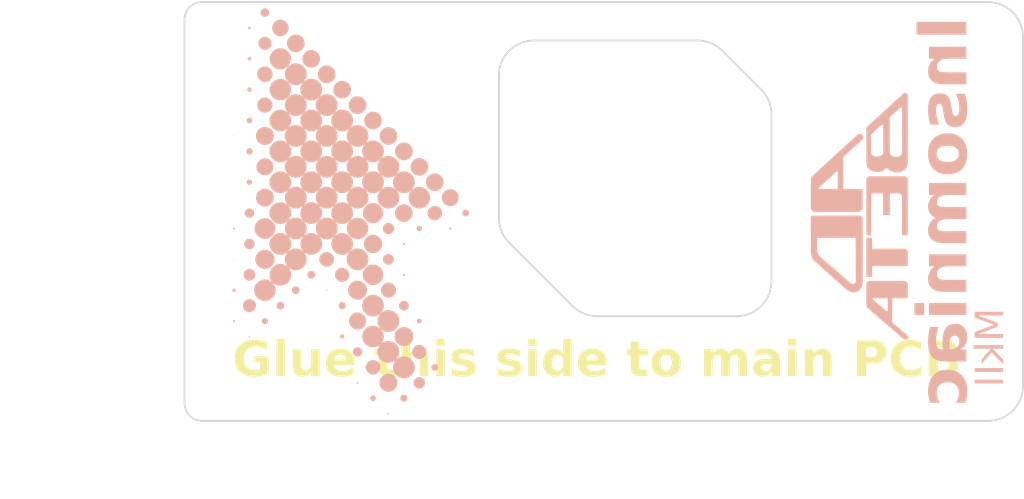
<source format=kicad_pcb>
(kicad_pcb (version 20241229) (generator "pcbnew") (generator_version "9.0")
  (title_block (title "Insomniac Mouse") (date "2026-02-13") (rev "MkII") (company "ADBeta"))
  (layers (0 "F.Cu" signal) (2 "B.Cu" signal) (13 "F.Paste" user) (15 "B.Paste" user) (5 "F.SilkS" user "F.Silkscreen") (7 "B.SilkS" user "B.Silkscreen") (1 "F.Mask" user) (3 "B.Mask" user) (25 "Edge.Cuts" user))
  (net 0 "")
  (gr_poly (pts (xy 88.191135 47.206959) (xy 88.182922 47.216464) (xy 88.175211 47.226323) (xy 88.168019 47.236525) (xy 88.161349 47.24704) (xy 88.155217 47.257852) (xy 88.149628 47.268939) (xy 88.144587 47.280276) (xy 88.140109 47.291851) (xy 88.136198 47.303635) (xy 88.132863 47.315608) (xy 88.130119 47.327755) (xy 88.127967 47.340047) (xy 88.126418 47.352471) (xy 88.125486 47.364998) (xy 88.125172 47.377616) (xy 88.125486 47.390229) (xy 88.12642 47.402757) (xy 88.127967 47.41518) (xy 88.130116 47.427473) (xy 88.132861 47.439619) (xy 88.136195 47.451594) (xy 88.140106 47.46338) (xy 88.144584 47.474951) (xy 88.149623 47.486292) (xy 88.155212 47.497379) (xy 88.161346 47.50819) (xy 88.168012 47.518706) (xy 88.175204 47.528907) (xy 88.182913 47.538771) (xy 88.191135 47.548273) (xy 88.199851 47.557399) (xy 88.208984 47.566071) (xy 88.218493 47.574245) (xy 88.228358 47.581914) (xy 88.238553 47.589064) (xy 88.249069 47.595691) (xy 88.259875 47.601784) (xy 88.270954 47.607337) (xy 88.282284 47.612343) (xy 88.293846 47.616784) (xy 88.305613 47.620661) (xy 88.317573 47.623965) (xy 88.329702 47.626681) (xy 88.341975 47.628804) (xy 88.354372 47.630325) (xy 88.366878 47.631238) (xy 88.379471 47.63153) (xy 88.392058 47.631199) (xy 88.404564 47.630248) (xy 88.416961 47.628688) (xy 88.429228 47.626529) (xy 88.441347 47.623773) (xy 88.453295 47.620438) (xy 88.465054 47.616523) (xy 88.476597 47.612046) (xy 88.487915 47.607006) (xy 88.498977 47.601421) (xy 88.509762 47.595293) (xy 88.520258 47.588632) (xy 88.530436 47.581449) (xy 88.540277 47.573754) (xy 88.54976 47.565549) (xy 88.558866 47.556849) (xy 88.567844 47.547387) (xy 88.576239 47.537588) (xy 88.584061 47.527475) (xy 88.591298 47.517072) (xy 88.597957 47.506396) (xy 88.604041 47.495474) (xy 88.609538 47.48433) (xy 88.61446 47.472981) (xy 88.618806 47.461453) (xy 88.62257 47.44977) (xy 88.625759 47.437951) (xy 88.62836 47.426018) (xy 88.630387 47.413995) (xy 88.631838 47.401908) (xy 88.632705 47.389774) (xy 88.632992 47.377617) (xy 88.632705 47.365459) (xy 88.631838 47.353327) (xy 88.630386 47.341238) (xy 88.628361 47.329217) (xy 88.625754 47.317284) (xy 88.62257 47.305465) (xy 88.618804 47.293779) (xy 88.614463 47.282251) (xy 88.609538 47.270904) (xy 88.604033 47.25976) (xy 88.597954 47.248836) (xy 88.591291 47.238165) (xy 88.584058 47.22776) (xy 88.576239 47.217648) (xy 88.567842 47.20785) (xy 88.558864 47.198386) (xy 88.54976 47.189685) (xy 88.540272 47.181484) (xy 88.530434 47.173789) (xy 88.520254 47.166604) (xy 88.509763 47.159947) (xy 88.498977 47.153817) (xy 88.487915 47.148232) (xy 88.476599 47.143195) (xy 88.465052 47.138716) (xy 88.453295 47.134801) (xy 88.441347 47.131464) (xy 88.429228 47.128713) (xy 88.416961 47.126549) (xy 88.404564 47.124989) (xy 88.392061 47.12404) (xy 88.379471 47.123707) (xy 88.366878 47.124002) (xy 88.354375 47.124914) (xy 88.341973 47.126435) (xy 88.329697 47.12856) (xy 88.317573 47.131277) (xy 88.305613 47.134576) (xy 88.293846 47.138453) (xy 88.282282 47.142898) (xy 88.270954 47.1479) (xy 88.259878 47.153455) (xy 88.249068 47.159549) (xy 88.238553 47.166176) (xy 88.228358 47.173328) (xy 88.218493 47.180994) (xy 88.208984 47.189166) (xy 88.199853 47.197836)) (stroke (width -0.000001)) (fill yes) (layer "B.SilkS"))
  (gr_poly (pts (xy 84.625639 45.391789) (xy 84.625656 45.391772) (xy 84.625615 45.391813)) (stroke (width -0.000001)) (fill yes) (layer "B.SilkS"))
  (gr_poly (pts (xy 86.957844 53.028636) (xy 86.957858 53.02862) (xy 86.957832 53.028648)) (stroke (width -0.000001)) (fill yes) (layer "B.SilkS"))
  (gr_poly (pts (xy 86.379295 48.935637) (xy 86.369223 48.94735) (xy 86.359768 48.959499) (xy 86.350957 48.972063) (xy 86.342783 48.985013) (xy 86.335271 48.998325) (xy 86.328425 49.01197) (xy 86.322256 49.025929) (xy 86.316774 49.04017) (xy 86.311994 49.05467) (xy 86.307921 49.069402) (xy 86.304567 49.084343) (xy 86.301948 49.099466) (xy 86.300065 49.114745) (xy 86.298938 49.130154) (xy 86.298573 49.145668) (xy 86.298974 49.161178) (xy 86.300142 49.176583) (xy 86.302062 49.191855) (xy 86.30472 49.206973) (xy 86.308109 49.221905) (xy 86.312216 49.236627) (xy 86.317037 49.251116) (xy 86.322551 49.265344) (xy 86.328753 49.279286) (xy 86.335636 49.292918) (xy 86.343183 49.306211) (xy 86.351381 49.31914) (xy 86.360232 49.331682) (xy 86.369713 49.343808) (xy 86.379819 49.355494) (xy 86.390534 49.366715) (xy 86.402196 49.377786) (xy 86.414267 49.388142) (xy 86.426727 49.397783) (xy 86.439551 49.406708) (xy 86.452706 49.414924) (xy 86.466165 49.42242) (xy 86.479902 49.429206) (xy 86.493888 49.435277) (xy 86.508093 49.440633) (xy 86.522496 49.445275) (xy 86.537062 49.449202) (xy 86.551771 49.452418) (xy 86.566584 49.454915) (xy 86.581487 49.456704) (xy 86.596443 49.457774) (xy 86.611426 49.458129) (xy 86.626411 49.457774) (xy 86.641365 49.456702) (xy 86.656263 49.454915) (xy 86.671079 49.452417) (xy 86.685789 49.449202) (xy 86.700354 49.445273) (xy 86.714757 49.440634) (xy 86.728962 49.435276) (xy 86.742948 49.429204) (xy 86.756687 49.42242) (xy 86.770146 49.414919) (xy 86.783299 49.406706) (xy 86.796123 49.397778) (xy 86.808583 49.388138) (xy 86.820656 49.377781) (xy 86.832319 49.366712) (xy 86.843389 49.355051) (xy 86.853743 49.342978) (xy 86.863385 49.330518) (xy 86.872311 49.317694) (xy 86.880524 49.304541) (xy 86.888023 49.291083) (xy 86.894804 49.277345) (xy 86.900878 49.263357) (xy 86.906235 49.249152) (xy 86.910875 49.234751) (xy 86.914801 49.220181) (xy 86.918017 49.205476) (xy 86.920515 49.190658) (xy 86.9223 49.175757) (xy 86.92337 49.160804) (xy 86.923729 49.145819) (xy 86.923371 49.130836) (xy 86.9223 49.115884) (xy 86.920515 49.100984) (xy 86.918017 49.086166) (xy 86.914801 49.07146) (xy 86.910873 49.056891) (xy 86.906233 49.042493) (xy 86.900871 49.028285) (xy 86.894804 49.0143) (xy 86.888018 49.000563) (xy 86.880522 48.987106) (xy 86.872304 48.973951) (xy 86.863381 48.961129) (xy 86.853738 48.948669) (xy 86.843384 48.936597) (xy 86.832311 48.924938) (xy 86.821093 48.914218) (xy 86.809406 48.904115) (xy 86.797278 48.894633) (xy 86.784738 48.885786) (xy 86.77181 48.877584) (xy 86.758514 48.870038) (xy 86.744886 48.863158) (xy 86.730942 48.856953) (xy 86.716715 48.851438) (xy 86.702227 48.84662) (xy 86.687503 48.842513) (xy 86.672571 48.839122) (xy 86.657454 48.836464) (xy 86.642183 48.834547) (xy 86.626778 48.83338) (xy 86.611264 48.832975) (xy 86.595753 48.83334) (xy 86.580343 48.83447) (xy 86.565066 48.836348) (xy 86.549941 48.83897) (xy 86.535002 48.842321) (xy 86.52027 48.846396) (xy 86.505768 48.851176) (xy 86.491527 48.856656) (xy 86.47757 48.862825) (xy 86.463922 48.869674) (xy 86.450609 48.877187) (xy 86.437661 48.885358) (xy 86.425095 48.894173) (xy 86.412944 48.903626) (xy 86.401233 48.913699) (xy 86.389987 48.924391)) (stroke (width -0.000001)) (fill yes) (layer "B.SilkS"))
  (gr_poly (pts (xy 89.681667 49.561433) (xy 89.681202 49.561925) (xy 89.680749 49.562429) (xy 89.6803 49.562939) (xy 89.679103 49.564195) (xy 89.677975 49.565498) (xy 89.676917 49.566855) (xy 89.675927 49.568253) (xy 89.675004 49.569697) (xy 89.674158 49.571179) (xy 89.673383 49.572698) (xy 89.672679 49.574255) (xy 89.672057 49.575843) (xy 89.671507 49.577456) (xy 89.671035 49.579098) (xy 89.670645 49.580765) (xy 89.670329 49.582451) (xy 89.670097 49.584155) (xy 89.669952 49.585874) (xy 89.669887 49.587605) (xy 89.669902 49.589412) (xy 89.670003 49.591203) (xy 89.670201 49.592979) (xy 89.670482 49.594742) (xy 89.670855 49.59648) (xy 89.671309 49.598199) (xy 89.67185 49.599888) (xy 89.672473 49.601546) (xy 89.673178 49.603172) (xy 89.673965 49.604762) (xy 89.674829 49.606313) (xy 89.675773 49.60782) (xy 89.676794 49.609285) (xy 89.677888 49.610697) (xy 89.679056 49.612059) (xy 89.6803 49.613365) (xy 89.681579 49.614589) (xy 89.682912 49.615744) (xy 89.684293 49.616828) (xy 89.685724 49.617836) (xy 89.687197 49.618773) (xy 89.688711 49.619635) (xy 89.69027 49.620419) (xy 89.691859 49.621127) (xy 89.693484 49.621758) (xy 89.695137 49.622307) (xy 89.696813 49.622773) (xy 89.69852 49.623161) (xy 89.700243 49.623461) (xy 89.701984 49.623679) (xy 89.703742 49.623809) (xy 89.705514 49.623856) (xy 89.707283 49.623809) (xy 89.709043 49.623681) (xy 89.710781 49.623461) (xy 89.712508 49.623161) (xy 89.714212 49.622773) (xy 89.715892 49.622307) (xy 89.717544 49.621758) (xy 89.719166 49.621127) (xy 89.720759 49.620419) (xy 89.722312 49.619636) (xy 89.723828 49.618773) (xy 89.7253 49.617836) (xy 89.72673 49.616827) (xy 89.728115 49.615743) (xy 89.729446 49.614589) (xy 89.730723 49.613367) (xy 89.731947 49.612088) (xy 89.733103 49.610755) (xy 89.734185 49.609372) (xy 89.735194 49.607943) (xy 89.736132 49.606468) (xy 89.736995 49.604953) (xy 89.737782 49.603398) (xy 89.738487 49.601806) (xy 89.739117 49.600183) (xy 89.739667 49.598532) (xy 89.740131 49.596853) (xy 89.74052 49.595147) (xy 89.740821 49.593421) (xy 89.741039 49.591681) (xy 89.741172 49.589922) (xy 89.741215 49.588153) (xy 89.741172 49.586381) (xy 89.741036 49.584626) (xy 89.740824 49.582882) (xy 89.74052 49.581159) (xy 89.740133 49.579455) (xy 89.739667 49.577777) (xy 89.739119 49.576123) (xy 89.738487 49.574499) (xy 89.737782 49.572909) (xy 89.736997 49.571355) (xy 89.736133 49.569837) (xy 89.735199 49.568363) (xy 89.734187 49.566932) (xy 89.733106 49.56555) (xy 89.731952 49.564218) (xy 89.730725 49.562939) (xy 89.729545 49.561778) (xy 89.728317 49.56068) (xy 89.727056 49.55965) (xy 89.725754 49.558683) (xy 89.724417 49.557783) (xy 89.723053 49.556951) (xy 89.721657 49.556182) (xy 89.720231 49.555479) (xy 89.718787 49.554847) (xy 89.717312 49.554277) (xy 89.715822 49.553777) (xy 89.714312 49.553343) (xy 89.712788 49.552976) (xy 89.711252 49.552679) (xy 89.709705 49.552447) (xy 89.70815 49.552285) (xy 89.706588 49.552191) (xy 89.705026 49.552165) (xy 89.703461 49.552208) (xy 89.7019 49.55232) (xy 89.700338 49.5525) (xy 89.698785 49.552751) (xy 89.697242 49.553072) (xy 89.695709 49.553461) (xy 89.694189 49.553917) (xy 89.692687 49.554446) (xy 89.691202 49.555047) (xy 89.689737 49.555716) (xy 89.688298 49.556455) (xy 89.686881 49.557268) (xy 89.685495 49.558151) (xy 89.684133 49.559103) (xy 89.683626 49.559552) (xy 89.683122 49.560006) (xy 89.682629 49.560472) (xy 89.682144 49.560949)) (stroke (width -0.000001)) (fill yes) (layer "B.SilkS"))
  (gr_poly (pts (xy 87.348087 53.418902) (xy 87.34809 53.418897) (xy 87.348085 53.418902)) (stroke (width -0.000001)) (fill yes) (layer "B.SilkS"))
  (gr_poly (pts (xy 88.147119 48.052496) (xy 88.136765 48.064572) (xy 88.127125 48.077032) (xy 88.118197 48.089856) (xy 88.109984 48.103009) (xy 88.102485 48.116468) (xy 88.095701 48.130207) (xy 88.089632 48.144193) (xy 88.084275 48.158398) (xy 88.07963 48.172801) (xy 88.075707 48.187369) (xy 88.07249 48.202074) (xy 88.069993 48.21689) (xy 88.068208 48.23179) (xy 88.067137 48.246746) (xy 88.066777 48.261729) (xy 88.067139 48.276714) (xy 88.068207 48.291668) (xy 88.069993 48.306568) (xy 88.072494 48.321384) (xy 88.075707 48.336089) (xy 88.079635 48.350658) (xy 88.084277 48.365057) (xy 88.089635 48.379266) (xy 88.095704 48.393252) (xy 88.102485 48.406987) (xy 88.109989 48.420444) (xy 88.118202 48.433597) (xy 88.12713 48.44642) (xy 88.13677 48.458881) (xy 88.147124 48.470954) (xy 88.158193 48.48261) (xy 88.169852 48.493683) (xy 88.181928 48.504036) (xy 88.194385 48.513679) (xy 88.207207 48.522606) (xy 88.220362 48.53082) (xy 88.233821 48.538318) (xy 88.24756 48.545102) (xy 88.261546 48.551174) (xy 88.275756 48.556531) (xy 88.290154 48.561171) (xy 88.304722 48.5651) (xy 88.319429 48.568312) (xy 88.334245 48.570813) (xy 88.349146 48.572599) (xy 88.364098 48.57367) (xy 88.379082 48.574027) (xy 88.394067 48.573671) (xy 88.409023 48.572598) (xy 88.423922 48.570812) (xy 88.438742 48.568312) (xy 88.453447 48.565099) (xy 88.468014 48.561171) (xy 88.482415 48.55653) (xy 88.496625 48.551171) (xy 88.510611 48.545101) (xy 88.524345 48.538316) (xy 88.537802 48.530817) (xy 88.550962 48.522603) (xy 88.563779 48.513676) (xy 88.576246 48.504035) (xy 88.588319 48.493679) (xy 88.599974 48.482608) (xy 88.610693 48.471387) (xy 88.620798 48.459699) (xy 88.630281 48.447573) (xy 88.639125 48.435031) (xy 88.647328 48.4221) (xy 88.654877 48.408808) (xy 88.661755 48.395177) (xy 88.667957 48.381235) (xy 88.673476 48.367006) (xy 88.678292 48.352518) (xy 88.682401 48.337796) (xy 88.685791 48.322863) (xy 88.688446 48.307746) (xy 88.690366 48.292474) (xy 88.691532 48.27707) (xy 88.691937 48.261555) (xy 88.691568 48.246044) (xy 88.690441 48.230636) (xy 88.688558 48.215359) (xy 88.68594 48.200234) (xy 88.682585 48.185295) (xy 88.678514 48.170561) (xy 88.673729 48.156061) (xy 88.668252 48.141821) (xy 88.662083 48.127863) (xy 88.655237 48.114217) (xy 88.647719 48.100906) (xy 88.639549 48.087956) (xy 88.630737 48.075394) (xy 88.621285 48.063244) (xy 88.611209 48.051534) (xy 88.600518 48.040285) (xy 88.589273 48.029595) (xy 88.577562 48.019522) (xy 88.565411 48.010069) (xy 88.552847 48.001252) (xy 88.539896 47.993083) (xy 88.526583 47.98557) (xy 88.51294 47.978723) (xy 88.49898 47.972553) (xy 88.48474 47.967073) (xy 88.47024 47.962293) (xy 88.455506 47.958219) (xy 88.440567 47.954867) (xy 88.425444 47.952246) (xy 88.410162 47.950365) (xy 88.394757 47.949238) (xy 88.379244 47.948872) (xy 88.363732 47.949274) (xy 88.348325 47.95044) (xy 88.333051 47.95236) (xy 88.317937 47.955019) (xy 88.303003 47.958407) (xy 88.288283 47.962516) (xy 88.273791 47.967335) (xy 88.259561 47.972851) (xy 88.245624 47.979055) (xy 88.231994 47.985935) (xy 88.218701 47.993483) (xy 88.205768 48.001684) (xy 88.193226 48.010532) (xy 88.181098 48.020016) (xy 88.169412 48.030119) (xy 88.158191 48.040838)) (stroke (width -0.000001)) (fill yes) (layer "B.SilkS"))
  (gr_poly (pts (xy 88.670574 52.987994) (xy 88.663805 52.995842) (xy 88.657502 53.003947) (xy 88.651671 53.012287) (xy 88.646299 53.020844) (xy 88.641393 53.0296) (xy 88.636954 53.038538) (xy 88.63298 53.047643) (xy 88.62947 53.056892) (xy 88.626425 53.066265) (xy 88.623847 53.07575) (xy 88.621732 53.085325) (xy 88.620086 53.094976) (xy 88.618903 53.104681) (xy 88.618186 53.114419) (xy 88.617937 53.12418) (xy 88.618147 53.133943) (xy 88.618828 53.143686) (xy 88.619977 53.153394) (xy 88.621587 53.163051) (xy 88.623663 53.172635) (xy 88.626208 53.182128) (xy 88.629216 53.191514) (xy 88.63269 53.200775) (xy 88.63663 53.209894) (xy 88.641036 53.218848) (xy 88.645906 53.227624) (xy 88.651242 53.236204) (xy 88.657047 53.244564) (xy 88.663319 53.252693) (xy 88.670055 53.260567) (xy 88.677257 53.268172) (xy 88.684574 53.275161) (xy 88.692191 53.281748) (xy 88.700102 53.287928) (xy 88.708282 53.293697) (xy 88.716714 53.299041) (xy 88.725382 53.303956) (xy 88.734271 53.308437) (xy 88.743365 53.31248) (xy 88.752643 53.31607) (xy 88.76209 53.319202) (xy 88.771691 53.321875) (xy 88.781432 53.324074) (xy 88.79129 53.325799) (xy 88.801251 53.327041) (xy 88.811294 53.327787) (xy 88.821408 53.328041) (xy 88.831525 53.327791) (xy 88.841566 53.327041) (xy 88.851527 53.3258) (xy 88.861384 53.324076) (xy 88.871125 53.321875) (xy 88.880726 53.319202) (xy 88.890178 53.316071) (xy 88.899456 53.31248) (xy 88.908548 53.308441) (xy 88.917435 53.303956) (xy 88.926106 53.299041) (xy 88.934537 53.293696) (xy 88.942716 53.287928) (xy 88.950623 53.281748) (xy 88.958244 53.275162) (xy 88.96556 53.268173) (xy 88.972764 53.260569) (xy 88.979497 53.252693) (xy 88.985769 53.244567) (xy 88.991573 53.236206) (xy 88.996913 53.227629) (xy 89.001781 53.218851) (xy 89.006186 53.209896) (xy 89.010127 53.200778) (xy 89.013605 53.191517) (xy 89.01661 53.18213) (xy 89.019155 53.172635) (xy 89.021231 53.163053) (xy 89.022842 53.153396) (xy 89.023988 53.143689) (xy 89.024667 53.133946) (xy 89.024882 53.124182) (xy 89.024633 53.114421) (xy 89.023916 53.10468) (xy 89.022733 53.094975) (xy 89.021084 53.085329) (xy 89.018969 53.07575) (xy 89.016393 53.066265) (xy 89.013349 53.056888) (xy 89.009839 53.047642) (xy 89.005865 53.038539) (xy 89.001425 53.0296) (xy 88.996519 53.020844) (xy 88.991148 53.012286) (xy 88.985315 53.003947) (xy 88.979012 52.995842) (xy 88.972247 52.987991) (xy 88.965014 52.980413) (xy 88.957431 52.973232) (xy 88.949575 52.96651) (xy 88.941473 52.960252) (xy 88.933134 52.95446) (xy 88.924581 52.94913) (xy 88.915827 52.944265) (xy 88.906899 52.939863) (xy 88.897805 52.935925) (xy 88.888568 52.932448) (xy 88.87921 52.929435) (xy 88.869739 52.926885) (xy 88.860184 52.924799) (xy 88.850554 52.923179) (xy 88.840868 52.922018) (xy 88.831143 52.921325) (xy 88.821407 52.921095) (xy 88.811673 52.921324) (xy 88.801951 52.922022) (xy 88.792262 52.923179) (xy 88.782637 52.924799) (xy 88.773077 52.926885) (xy 88.763608 52.929436) (xy 88.754248 52.932448) (xy 88.74501 52.935924) (xy 88.735922 52.939863) (xy 88.726987 52.944265) (xy 88.71824 52.949132) (xy 88.709687 52.95446) (xy 88.701348 52.960252) (xy 88.693243 52.966512) (xy 88.685388 52.973228) (xy 88.677805 52.980414) (xy 88.677802 52.980417)) (stroke (width -0.000001)) (fill yes) (layer "B.SilkS"))
  (gr_poly (pts (xy 83.944005 52.666034) (xy 83.943737 52.666318) (xy 83.943471 52.666604) (xy 83.943218 52.666895) (xy 83.943083 52.667031) (xy 83.942948 52.667169) (xy 83.94281 52.667307) (xy 83.94267 52.667443) (xy 83.942457 52.667637) (xy 83.942245 52.667838) (xy 83.942035 52.668038) (xy 83.941827 52.668243) (xy 83.941625 52.668451) (xy 83.941422 52.66866) (xy 83.941224 52.668872) (xy 83.941026 52.669087) (xy 83.940891 52.669223) (xy 83.940755 52.669364) (xy 83.940618 52.669499) (xy 83.940478 52.669635) (xy 83.940328 52.669902) (xy 83.940183 52.670172) (xy 83.940038 52.670443) (xy 83.939898 52.670713) (xy 83.939766 52.670988) (xy 83.939633 52.671266) (xy 83.939507 52.671546) (xy 83.939384 52.671826) (xy 83.939247 52.671966) (xy 83.939111 52.672104) (xy 83.938974 52.672239) (xy 83.938834 52.672376) (xy 83.938747 52.672712) (xy 83.938665 52.673052) (xy 83.93859 52.673395) (xy 83.938513 52.673738) (xy 83.93845 52.674078) (xy 83.93839 52.674424) (xy 83.938336 52.674771) (xy 83.938286 52.675118) (xy 83.938151 52.675254) (xy 83.938013 52.675392) (xy 83.937873 52.675529) (xy 83.937738 52.675666) (xy 83.937743 52.675937) (xy 83.937745 52.67621) (xy 83.937743 52.676485) (xy 83.937738 52.676762) (xy 83.937588 52.677026) (xy 83.937441 52.677298) (xy 83.937296 52.677567) (xy 83.937161 52.677842) (xy 83.937025 52.678117) (xy 83.936895 52.678395) (xy 83.936765 52.678674) (xy 83.936642 52.678954) (xy 83.936645 52.679228) (xy 83.936649 52.679498) (xy 83.936645 52.679774) (xy 83.936642 52.68005) (xy 83.936645 52.680324) (xy 83.936649 52.680597) (xy 83.936646 52.680872) (xy 83.936642 52.681146) (xy 83.936649 52.68142) (xy 83.936649 52.681693) (xy 83.936646 52.681968) (xy 83.936642 52.682242) (xy 83.936649 52.682516) (xy 83.936649 52.682789) (xy 83.936646 52.683064) (xy 83.936642 52.683338) (xy 83.936646 52.683612) (xy 83.936649 52.683885) (xy 83.936644 52.68416) (xy 83.936642 52.684434) (xy 83.936646 52.684708) (xy 83.936649 52.684981) (xy 83.936644 52.685256) (xy 83.936642 52.68553) (xy 83.936782 52.685664) (xy 83.936919 52.685802) (xy 83.937053 52.685938) (xy 83.93719 52.686078) (xy 83.93724 52.686422) (xy 83.937291 52.68677) (xy 83.937354 52.687113) (xy 83.937421 52.687458) (xy 83.937491 52.687798) (xy 83.937569 52.68814) (xy 83.937651 52.688479) (xy 83.93774 52.688817) (xy 83.937878 52.688952) (xy 83.938015 52.68909) (xy 83.938151 52.689228) (xy 83.938288 52.689365) (xy 83.938291 52.68964) (xy 83.938293 52.689913) (xy 83.938291 52.69019) (xy 83.938286 52.690465) (xy 83.938409 52.690745) (xy 83.938537 52.691021) (xy 83.93867 52.6913) (xy 83.938802 52.691574) (xy 83.93894 52.691847) (xy 83.939087 52.69212) (xy 83.939232 52.692388) (xy 83.939382 52.692657) (xy 83.939522 52.69279) (xy 83.939657 52.692926) (xy 83.939795 52.693064) (xy 83.939932 52.693204) (xy 83.940053 52.693485) (xy 83.940181 52.693763) (xy 83.940314 52.69404) (xy 83.940446 52.694314) (xy 83.940586 52.694587) (xy 83.940726 52.69486) (xy 83.940876 52.695128) (xy 83.941026 52.695397) (xy 83.941166 52.69553) (xy 83.941301 52.695666) (xy 83.941439 52.695804) (xy 83.941571 52.695944) (xy 83.941767 52.696159) (xy 83.94197 52.696369) (xy 83.942168 52.696581) (xy 83.942375 52.696789) (xy 83.942583 52.696992) (xy 83.942793 52.697192) (xy 83.943003 52.697394) (xy 83.943216 52.697588) (xy 83.944 52.698358) (xy 83.944814 52.699086) (xy 83.945655 52.699771) (xy 83.946533 52.70041) (xy 83.947436 52.701008) (xy 83.948365 52.701555) (xy 83.949321 52.702057) (xy 83.950301 52.702513) (xy 83.951298 52.702919) (xy 83.952317 52.703276) (xy 83.953353 52.703586) (xy 83.954403 52.703838) (xy 83.955468 52.704046) (xy 83.956542 52.704198) (xy 83.957631 52.7043) (xy 83.958727 52.704345) (xy 83.959823 52.704338) (xy 83.960914 52.704275) (xy 83.961996 52.704161) (xy 83.963065 52.703993) (xy 83.964125 52.703771) (xy 83.96517 52.7035) (xy 83.966199 52.703179) (xy 83.967209 52.70281) (xy 83.968205 52.70239) (xy 83.969176 52.701919) (xy 83.970123 52.701405) (xy 83.971051 52.700842) (xy 83.971947 52.700233) (xy 83.972816 52.699577) (xy 83.973654 52.698881) (xy 83.974463 52.698137) (xy 83.97525 52.697337) (xy 83.975988 52.696508) (xy 83.976691 52.695637) (xy 83.977339 52.694742) (xy 83.977944 52.693816) (xy 83.978499 52.692861) (xy 83.979006 52.691881) (xy 83.979465 52.690879) (xy 83.979866 52.689853) (xy 83.980221 52.688811) (xy 83.980525 52.687749) (xy 83.980773 52.686671) (xy 83.980969 52.685581) (xy 83.981109 52.684476) (xy 83.981194 52.683365) (xy 83.98122 52.682241) (xy 83.981196 52.681121) (xy 83.981109 52.680009) (xy 83.980969 52.678904) (xy 83.980773 52.677813) (xy 83.980522 52.676734) (xy 83.980223 52.675672) (xy 83.979868 52.674629) (xy 83.979463 52.673604) (xy 83.979006 52.672601) (xy 83.978497 52.671621) (xy 83.977942 52.670667) (xy 83.97734 52.66974) (xy 83.976691 52.668842) (xy 83.975991 52.667975) (xy 83.97525 52.667142) (xy 83.974458 52.666346) (xy 83.973705 52.665638) (xy 83.97293 52.664972) (xy 83.972126 52.664349) (xy 83.971301 52.663766) (xy 83.970458 52.663227) (xy 83.969596 52.662727) (xy 83.968714 52.662273) (xy 83.967816 52.661855) (xy 83.966906 52.661481) (xy 83.965982 52.66115) (xy 83.965045 52.660863) (xy 83.964101 52.660619) (xy 83.963141 52.660414) (xy 83.962184 52.660252) (xy 83.961218 52.660134) (xy 83.960243 52.660058) (xy 83.959271 52.660023) (xy 83.9583 52.660031) (xy 83.957327 52.660083) (xy 83.956356 52.66018) (xy 83.955386 52.660317) (xy 83.954421 52.660499) (xy 83.953469 52.660724) (xy 83.95252 52.660991) (xy 83.951583 52.6613) (xy 83.950651 52.661657) (xy 83.949741 52.662053) (xy 83.948841 52.662495) (xy 83.947957 52.66298) (xy 83.947088 52.663511) (xy 83.946243 52.664086) (xy 83.945412 52.664699) (xy 83.945118 52.664958) (xy 83.944835 52.665218) (xy 83.944553 52.665486) (xy 83.944275 52.665759)) (stroke (width -0.000001)) (fill yes) (layer "B.SilkS"))
  (gr_poly (pts (xy 84.763744 51.71921) (xy 84.763744 51.719204) (xy 84.763744 51.719211)) (stroke (width -0.000001)) (fill yes) (layer "B.SilkS"))
  (gr_poly (pts (xy 100.02687 50.203356) (xy 100.027605 50.247712) (xy 100.028507 50.268056) (xy 100.02977 50.287256) (xy 100.031395 50.305372) (xy 100.033383 50.322462) (xy 100.035736 50.338586) (xy 100.038458 50.353803) (xy 100.041549 50.368172) (xy 100.045011 50.381752) (xy 100.048847 50.394602) (xy 100.053059 50.406783) (xy 100.057648 50.418352) (xy 100.062616 50.429369) (xy 100.067966 50.439893) (xy 100.073699 50.449983) (xy 100.079818 50.459699) (xy 100.086324 50.469099) (xy 100.093219 50.478244) (xy 100.100506 50.487191) (xy 100.116261 50.504732) (xy 100.133605 50.522194) (xy 100.152553 50.540052) (xy 100.173122 50.55878) (xy 100.219184 50.600735) (xy 101.000957 51.300925) (xy 101.032246 51.32651) (xy 101.062565 51.348758) (xy 101.091911 51.367804) (xy 101.120284 51.383783) (xy 101.147682 51.396831) (xy 101.174103 51.407084) (xy 101.199546 51.414676) (xy 101.224009 51.419743) (xy 101.247492 51.422421) (xy 101.269991 51.422846) (xy 101.291507 51.421152) (xy 101.312037 51.417475) (xy 101.331579 51.41195) (xy 101.350134 51.404714) (xy 101.367697 51.395901) (xy 101.38427 51.385647) (xy 101.399849 51.374087) (xy 101.414433 51.361358) (xy 101.428021 51.347593) (xy 101.440612 51.332929) (xy 101.452203 51.317502) (xy 101.462794 51.301446) (xy 101.472382 51.284897) (xy 101.480967 51.267991) (xy 101.488546 51.250863) (xy 101.495119 51.233648) (xy 101.500683 51.216482) (xy 101.505238 51.199501) (xy 101.508781 51.182839) (xy 101.511312 51.166633) (xy 101.512828 51.151018) (xy 101.513329 51.136129) (xy 101.516197 50.50888) (xy 101.513097 49.307171) (xy 101.512939 49.300539) (xy 101.512527 49.29422) (xy 101.511863 49.288207) (xy 101.510952 49.282492) (xy 101.509794 49.277069) (xy 101.508395 49.271929) (xy 101.506755 49.267066) (xy 101.504879 49.262472) (xy 101.50277 49.258141) (xy 101.50043 49.254064) (xy 101.497861 49.250234) (xy 101.495068 49.246645) (xy 101.492053 49.243288) (xy 101.488819 49.240157) (xy 101.48537 49.237245) (xy 101.481706 49.234543) (xy 101.477833 49.232045) (xy 101.473753 49.229744) (xy 101.469468 49.227632) (xy 101.464982 49.225702) (xy 101.455418 49.222358) (xy 101.445083 49.219654) (xy 101.434002 49.217532) (xy 101.422198 49.215934) (xy 101.409694 49.214801) (xy 101.396515 49.214076) (xy 101.310241 49.214372) (xy 101.310241 49.853222) (xy 101.314889 51.089464) (xy 101.314448 51.096306) (xy 101.313592 51.10294) (xy 101.312337 51.109357) (xy 101.310698 51.115547) (xy 101.30869 51.1215) (xy 101.306328 51.127205) (xy 101.303627 51.132653) (xy 101.300602 51.137833) (xy 101.297268 51.142735) (xy 101.29364 51.147349) (xy 101.289734 51.151666) (xy 101.285564 51.155674) (xy 101.281146 51.159364) (xy 101.276493 51.162726) (xy 101.271623 51.16575) (xy 101.266549 51.168424) (xy 101.261286 51.170741) (xy 101.25585 51.172689) (xy 101.250256 51.174257) (xy 101.244519 51.175437) (xy 101.238653 51.176218) (xy 101.232674 51.17659) (xy 101.226598 51.176543) (xy 101.220438 51.176066) (xy 101.21421 51.17515) (xy 101.207929 51.173784) (xy 101.20161 51.171959) (xy 101.195269 51.169664) (xy 101.18892 51.166889) (xy 101.182578 51.163624) (xy 101.176258 51.159859) (xy 101.169976 51.155584) (xy 100.322237 50.419738) (xy 100.302766 50.401895) (xy 100.285562 50.384146) (xy 100.270488 50.366383) (xy 100.257403 50.348499) (xy 100.246169 50.330386) (xy 100.236646 50.311937) (xy 100.228697 50.293045) (xy 100.222181 50.273602) (xy 100.216961 50.253502) (xy 100.212896 50.232637) (xy 100.209848 50.2109) (xy 100.207678 50.188184) (xy 100.206246 50.164381) (xy 100.205415 50.139383) (xy 100.204996 50.085378) (xy 100.207363 49.857214) (xy 101.310241 49.853222) (xy 101.310241 49.214372) (xy 100.053535 49.218688) (xy 100.0417 49.218654) (xy 100.039262 49.218729) (xy 100.038121 49.218798) (xy 100.037032 49.218891) (xy 100.035996 49.219012) (xy 100.035012 49.219164) (xy 100.034081 49.219351) (xy 100.033203 49.219575) (xy 100.032377 49.219841) (xy 100.031604 49.220151) (xy 100.030884 49.220508) (xy 100.030217 49.220917) (xy 100.029602 49.221379) (xy 100.029041 49.221899) (xy 100.028533 49.22248) (xy 100.028079 49.223124) (xy 100.027677 49.223836) (xy 100.027329 49.224618) (xy 100.027035 49.225474) (xy 100.026794 49.226407) (xy 100.026606 49.22742) (xy 100.026472 49.228517) (xy 100.026392 49.2297) (xy 100.026366 49.230974)) (stroke (width -0.000001)) (fill yes) (layer "B.SilkS"))
  (gr_poly (pts (xy 84.30935 43.316333) (xy 84.305241 43.321101) (xy 84.301412 43.326021) (xy 84.297868 43.331086) (xy 84.294603 43.336282) (xy 84.29162 43.3416) (xy 84.288924 43.347031) (xy 84.286507 43.352556) (xy 84.284369 43.358172) (xy 84.282519 43.363864) (xy 84.280947 43.369627) (xy 84.279658 43.375444) (xy 84.278649 43.381302) (xy 84.277929 43.387195) (xy 84.277485 43.393112) (xy 84.277326 43.399043) (xy 84.277449 43.404971) (xy 84.277851 43.410891) (xy 84.278539 43.416789) (xy 84.279511 43.422656) (xy 84.280764 43.428478) (xy 84.282297 43.434248) (xy 84.284117 43.439953) (xy 84.286213 43.445583) (xy 84.288598 43.451126) (xy 84.291263 43.45657) (xy 84.294211 43.461905) (xy 84.297443 43.467125) (xy 84.300956 43.472212) (xy 84.304754 43.477155) (xy 84.308829 43.481948) (xy 84.313194 43.486576) (xy 84.317646 43.490829) (xy 84.322283 43.494835) (xy 84.327092 43.498594) (xy 84.332071 43.502105) (xy 84.337196 43.505354) (xy 84.342473 43.508345) (xy 84.347881 43.511071) (xy 84.35341 43.51353) (xy 84.359059 43.515711) (xy 84.364807 43.517618) (xy 84.370645 43.519243) (xy 84.376572 43.520584) (xy 84.382571 43.521633) (xy 84.388628 43.522384) (xy 84.394736 43.52284) (xy 84.400892 43.522992) (xy 84.407046 43.52284) (xy 84.413157 43.522385) (xy 84.419216 43.521631) (xy 84.425211 43.520584) (xy 84.431135 43.519243) (xy 84.436975 43.517618) (xy 84.442724 43.515711) (xy 84.448368 43.513529) (xy 84.453904 43.511072) (xy 84.459312 43.508344) (xy 84.464584 43.505354) (xy 84.469714 43.502102) (xy 84.47469 43.498594) (xy 84.479502 43.494835) (xy 84.484137 43.49083) (xy 84.488589 43.486579) (xy 84.492951 43.481948) (xy 84.497029 43.477156) (xy 84.500824 43.472213) (xy 84.504342 43.467124) (xy 84.507568 43.461908) (xy 84.51052 43.45657) (xy 84.513185 43.451126) (xy 84.515568 43.445584) (xy 84.517666 43.439953) (xy 84.519486 43.434248) (xy 84.521019 43.428478) (xy 84.522274 43.422655) (xy 84.52324 43.416789) (xy 84.523928 43.410891) (xy 84.524334 43.404971) (xy 84.524457 43.399043) (xy 84.524297 43.393112) (xy 84.523856 43.387199) (xy 84.523131 43.381302) (xy 84.522127 43.375443) (xy 84.520834 43.369627) (xy 84.519264 43.363864) (xy 84.517412 43.358173) (xy 84.515276 43.352556) (xy 84.512859 43.347031) (xy 84.510157 43.3416) (xy 84.507176 43.336282) (xy 84.503912 43.331086) (xy 84.50037 43.326021) (xy 84.496541 43.321099) (xy 84.49243 43.316333) (xy 84.488041 43.311729) (xy 84.483432 43.307386) (xy 84.478662 43.303323) (xy 84.473739 43.29954) (xy 84.468675 43.296037) (xy 84.463482 43.292814) (xy 84.45817 43.289871) (xy 84.452752 43.287208) (xy 84.447236 43.284829) (xy 84.441632 43.282727) (xy 84.435952 43.280906) (xy 84.430208 43.279362) (xy 84.424407 43.278102) (xy 84.418567 43.277123) (xy 84.412691 43.276421) (xy 84.406798 43.276001) (xy 84.400888 43.275861) (xy 84.394985 43.276001) (xy 84.389089 43.276421) (xy 84.383216 43.277123) (xy 84.377372 43.278102) (xy 84.371577 43.279363) (xy 84.365831 43.280906) (xy 84.360153 43.282726) (xy 84.354548 43.284828) (xy 84.34903 43.287208) (xy 84.343613 43.289871) (xy 84.338302 43.292815) (xy 84.333109 43.296038) (xy 84.328044 43.29954) (xy 84.323121 43.303323) (xy 84.318351 43.307386) (xy 84.313742 43.311729)) (stroke (width -0.000001)) (fill yes) (layer "B.SilkS"))
  (gr_poly (pts (xy 86.378911 46.28429) (xy 86.368559 46.296365) (xy 86.358915 46.308826) (xy 86.349991 46.321649) (xy 86.341778 46.334803) (xy 86.334277 46.348262) (xy 86.327493 46.362) (xy 86.321424 46.375984) (xy 86.316069 46.390191) (xy 86.311426 46.404595) (xy 86.307498 46.41916) (xy 86.304285 46.433865) (xy 86.301786 46.448684) (xy 86.299997 46.463584) (xy 86.29893 46.47854) (xy 86.298573 46.493524) (xy 86.29893 46.508505) (xy 86.300002 46.523459) (xy 86.301786 46.538362) (xy 86.304287 46.553178) (xy 86.307501 46.567883) (xy 86.311429 46.58245) (xy 86.316069 46.596851) (xy 86.321426 46.61106) (xy 86.327498 46.625044) (xy 86.334284 46.63878) (xy 86.34178 46.652238) (xy 86.349996 46.665394) (xy 86.358921 46.678214) (xy 86.368563 46.690675) (xy 86.378916 46.702748) (xy 86.38999 46.714406) (xy 86.401643 46.725477) (xy 86.413719 46.73583) (xy 86.426181 46.745472) (xy 86.439003 46.754398) (xy 86.452156 46.762611) (xy 86.465617 46.770112) (xy 86.479352 46.776897) (xy 86.49334 46.782965) (xy 86.507547 46.788322) (xy 86.521948 46.792965) (xy 86.536514 46.796893) (xy 86.55122 46.800106) (xy 86.566039 46.802606) (xy 86.580937 46.804391) (xy 86.595891 46.805463) (xy 86.610876 46.805818) (xy 86.625861 46.805462) (xy 86.640814 46.804391) (xy 86.655715 46.802605) (xy 86.670533 46.800106) (xy 86.685237 46.796893) (xy 86.699806 46.792966) (xy 86.714206 46.788322) (xy 86.728416 46.782965) (xy 86.7424 46.776897) (xy 86.756136 46.770112) (xy 86.769596 46.762611) (xy 86.782751 46.754399) (xy 86.795573 46.74547) (xy 86.808032 46.73583) (xy 86.820108 46.725473) (xy 86.831767 46.714404) (xy 86.831767 46.714403) (xy 86.842488 46.703178) (xy 86.852592 46.691493) (xy 86.86207 46.679366) (xy 86.870919 46.666825) (xy 86.879119 46.653894) (xy 86.886666 46.640601) (xy 86.893549 46.626971) (xy 86.899753 46.613029) (xy 86.905267 46.598799) (xy 86.910086 46.584312) (xy 86.914193 46.569587) (xy 86.917582 46.554655) (xy 86.920243 46.539541) (xy 86.92216 46.524265) (xy 86.923326 46.508861) (xy 86.923729 46.49335) (xy 86.923362 46.477835) (xy 86.922234 46.46243) (xy 86.920354 46.447151) (xy 86.917732 46.432029) (xy 86.914379 46.417086) (xy 86.910308 46.402355) (xy 86.905526 46.387856) (xy 86.900045 46.373611) (xy 86.893877 46.359657) (xy 86.887028 46.346009) (xy 86.879517 46.332699) (xy 86.871345 46.31975) (xy 86.862526 46.307187) (xy 86.853079 46.295038) (xy 86.843 46.283328) (xy 86.832315 46.27208) (xy 86.821067 46.261389) (xy 86.809355 46.251314) (xy 86.797201 46.241863) (xy 86.784639 46.233046) (xy 86.771689 46.224876) (xy 86.758379 46.217363) (xy 86.744732 46.210514) (xy 86.73077 46.204348) (xy 86.716534 46.198867) (xy 86.702032 46.194083) (xy 86.6873 46.19001) (xy 86.672358 46.186659) (xy 86.657236 46.184037) (xy 86.641959 46.182157) (xy 86.626549 46.181029) (xy 86.611037 46.180662) (xy 86.595526 46.181068) (xy 86.580119 46.182234) (xy 86.564846 46.184151) (xy 86.549731 46.186811) (xy 86.534799 46.190201) (xy 86.520075 46.194311) (xy 86.505585 46.199126) (xy 86.491358 46.204646) (xy 86.477416 46.210848) (xy 86.463785 46.217729) (xy 86.45049 46.225275) (xy 86.437562 46.233478) (xy 86.42502 46.242326) (xy 86.412893 46.251807) (xy 86.401206 46.261913) (xy 86.389981 46.272632)) (stroke (width -0.000001)) (fill yes) (layer "B.SilkS"))
  (gr_poly (pts (xy 83.509862 50.463687) (xy 83.509602 50.463977) (xy 83.509355 50.464275) (xy 83.509112 50.464583) (xy 83.508981 50.464724) (xy 83.508845 50.464863) (xy 83.508708 50.464997) (xy 83.508568 50.46513) (xy 83.508433 50.465272) (xy 83.508297 50.465411) (xy 83.50816 50.465545) (xy 83.50802 50.465678) (xy 83.507885 50.46582) (xy 83.507749 50.465959) (xy 83.507612 50.466093) (xy 83.507472 50.466226) (xy 83.507337 50.466368) (xy 83.507201 50.466507) (xy 83.507064 50.466641) (xy 83.506921 50.466775) (xy 83.506787 50.466915) (xy 83.506653 50.467055) (xy 83.506516 50.467189) (xy 83.506373 50.467323) (xy 83.506516 50.467456) (xy 83.506648 50.467593) (xy 83.506787 50.467731) (xy 83.506921 50.467871) (xy 83.506788 50.468011) (xy 83.506653 50.468151) (xy 83.506516 50.468285) (xy 83.506376 50.468418) (xy 83.50638 50.468557) (xy 83.50638 50.468694) (xy 83.50639 50.468832) (xy 83.506388 50.468967) (xy 83.506388 50.469106) (xy 83.506385 50.46924) (xy 83.50638 50.46938) (xy 83.506376 50.469515) (xy 83.506238 50.469659) (xy 83.506105 50.469795) (xy 83.505968 50.46993) (xy 83.505828 50.470063) (xy 83.505832 50.470201) (xy 83.505832 50.470338) (xy 83.50584 50.470477) (xy 83.50584 50.470611) (xy 83.50584 50.47075) (xy 83.505837 50.470884) (xy 83.505832 50.471024) (xy 83.505825 50.471159) (xy 83.50583 50.471297) (xy 83.505835 50.471432) (xy 83.50584 50.471573) (xy 83.50584 50.471707) (xy 83.50584 50.471846) (xy 83.505837 50.47198) (xy 83.505832 50.47212) (xy 83.505828 50.472255) (xy 83.50583 50.472393) (xy 83.505837 50.472531) (xy 83.50584 50.472666) (xy 83.50584 50.472803) (xy 83.50584 50.472942) (xy 83.505835 50.47308) (xy 83.505832 50.473216) (xy 83.505823 50.473355) (xy 83.50583 50.473489) (xy 83.505837 50.473627) (xy 83.50584 50.473762) (xy 83.50584 50.473899) (xy 83.50584 50.474038) (xy 83.505835 50.474176) (xy 83.505832 50.474312) (xy 83.505825 50.474447) (xy 83.505964 50.474583) (xy 83.506105 50.474718) (xy 83.506238 50.474855) (xy 83.506373 50.474995) (xy 83.506378 50.475133) (xy 83.506385 50.475271) (xy 83.506388 50.475406) (xy 83.506384 50.475546) (xy 83.506385 50.475681) (xy 83.506385 50.475821) (xy 83.50638 50.475956) (xy 83.506376 50.476094) (xy 83.506512 50.476227) (xy 83.506651 50.476362) (xy 83.506787 50.476502) (xy 83.506924 50.476642) (xy 83.50706 50.476775) (xy 83.507199 50.47691) (xy 83.507337 50.477051) (xy 83.507472 50.47719) (xy 83.507337 50.477331) (xy 83.5072 50.477468) (xy 83.507064 50.477604) (xy 83.506924 50.477738) (xy 83.50706 50.477871) (xy 83.507196 50.478008) (xy 83.507337 50.478147) (xy 83.507472 50.478285) (xy 83.507608 50.478419) (xy 83.507745 50.478556) (xy 83.507885 50.478695) (xy 83.50802 50.478833) (xy 83.50816 50.478967) (xy 83.508293 50.479104) (xy 83.508433 50.479243) (xy 83.508568 50.479381) (xy 83.508708 50.479515) (xy 83.508841 50.479652) (xy 83.508981 50.479791) (xy 83.509116 50.479929) (xy 83.509377 50.480174) (xy 83.509645 50.480408) (xy 83.50992 50.480635) (xy 83.510207 50.48085) (xy 83.510499 50.48106) (xy 83.51079 50.481256) (xy 83.511093 50.481441) (xy 83.511404 50.481622) (xy 83.511718 50.481789) (xy 83.512035 50.481947) (xy 83.51236 50.482093) (xy 83.512691 50.482231) (xy 83.51302 50.482356) (xy 83.51336 50.48247) (xy 83.5137 50.482576) (xy 83.514048 50.48267) (xy 83.514451 50.482786) (xy 83.514857 50.482891) (xy 83.515267 50.482974) (xy 83.515678 50.483047) (xy 83.516088 50.483102) (xy 83.516506 50.48314) (xy 83.516921 50.483163) (xy 83.517336 50.483172) (xy 83.517754 50.483163) (xy 83.518167 50.483142) (xy 83.518582 50.4831) (xy 83.518997 50.483047) (xy 83.519408 50.482974) (xy 83.519816 50.48289) (xy 83.520219 50.48279) (xy 83.520627 50.482669) (xy 83.520895 50.482551) (xy 83.521163 50.482423) (xy 83.521431 50.482286) (xy 83.521691 50.482144) (xy 83.521945 50.481994) (xy 83.522201 50.481837) (xy 83.522446 50.481676) (xy 83.522691 50.481507) (xy 83.52293 50.48133) (xy 83.523167 50.48115) (xy 83.523393 50.480961) (xy 83.523618 50.480768) (xy 83.523838 50.480565) (xy 83.52405 50.48036) (xy 83.52426 50.480147) (xy 83.524461 50.479931) (xy 83.524745 50.479645) (xy 83.525013 50.479353) (xy 83.525272 50.479055) (xy 83.525518 50.478745) (xy 83.52575 50.478428) (xy 83.525974 50.478105) (xy 83.526179 50.477779) (xy 83.526382 50.477441) (xy 83.526566 50.477102) (xy 83.52674 50.476755) (xy 83.526899 50.476401) (xy 83.527046 50.476043) (xy 83.527179 50.475681) (xy 83.527302 50.475318) (xy 83.527411 50.474946) (xy 83.527505 50.474573) (xy 83.527589 50.474196) (xy 83.527657 50.473817) (xy 83.527715 50.473437) (xy 83.527756 50.473052) (xy 83.527787 50.472668) (xy 83.527802 50.472279) (xy 83.527802 50.471893) (xy 83.527795 50.471506) (xy 83.52777 50.471118) (xy 83.527732 50.470727) (xy 83.527679 50.470338) (xy 83.527609 50.469952) (xy 83.527531 50.469568) (xy 83.527432 50.469182) (xy 83.527326 50.468798) (xy 83.527203 50.468419) (xy 83.52708 50.468146) (xy 83.526952 50.467878) (xy 83.526814 50.467615) (xy 83.526674 50.467352) (xy 83.526525 50.467096) (xy 83.526373 50.466845) (xy 83.526206 50.466596) (xy 83.526038 50.466353) (xy 83.525863 50.466115) (xy 83.52568 50.465879) (xy 83.525491 50.46565) (xy 83.525301 50.465427) (xy 83.5251 50.465208) (xy 83.524893 50.464993) (xy 83.524679 50.464786) (xy 83.524461 50.464584) (xy 83.524067 50.464146) (xy 83.523647 50.463732) (xy 83.523208 50.463342) (xy 83.522751 50.462979) (xy 83.522278 50.462637) (xy 83.521788 50.462327) (xy 83.521283 50.462038) (xy 83.520764 50.46178) (xy 83.520228 50.461548) (xy 83.519688 50.461347) (xy 83.519132 50.461169) (xy 83.518567 50.461024) (xy 83.517998 50.46091) (xy 83.517418 50.460824) (xy 83.516834 50.460771) (xy 83.51624 50.460744) (xy 83.515912 50.460778) (xy 83.515588 50.460819) (xy 83.515262 50.460872) (xy 83.514941 50.460935) (xy 83.51462 50.461005) (xy 83.514302 50.461086) (xy 83.513988 50.461175) (xy 83.513676 50.461273) (xy 83.513367 50.461382) (xy 83.513061 50.461501) (xy 83.512759 50.461623) (xy 83.512457 50.461761) (xy 83.512165 50.461903) (xy 83.511873 50.462058) (xy 83.51159 50.462219) (xy 83.511308 50.462388) (xy 83.510999 50.462631) (xy 83.510702 50.46288) (xy 83.51041 50.463139) (xy 83.51013 50.463411)) (stroke (width -0.000001)) (fill yes) (layer "B.SilkS"))
  (gr_poly (pts (xy 86.953243 53.033463) (xy 86.94889 53.038509) (xy 86.94481 53.043743) (xy 86.941001 53.049156) (xy 86.937473 53.054736) (xy 86.934226 53.060472) (xy 86.931264 53.066353) (xy 86.928598 53.072368) (xy 86.926227 53.078505) (xy 86.924156 53.084753) (xy 86.922389 53.091102) (xy 86.920936 53.097545) (xy 86.919794 53.104062) (xy 86.918973 53.11065) (xy 86.91848 53.117294) (xy 86.918309 53.123983) (xy 86.918475 53.130669) (xy 86.918968 53.137313) (xy 86.919782 53.143901) (xy 86.920921 53.15042) (xy 86.922372 53.156862) (xy 86.924133 53.163213) (xy 86.926198 53.169465) (xy 86.928572 53.175606) (xy 86.931237 53.181621) (xy 86.934193 53.187507) (xy 86.937441 53.193245) (xy 86.940971 53.198831) (xy 86.944781 53.204247) (xy 86.948863 53.209486) (xy 86.953214 53.21454) (xy 86.95783 53.219389) (xy 86.962677 53.224005) (xy 86.967723 53.228353) (xy 86.972957 53.232433) (xy 86.97837 53.236241) (xy 86.983951 53.239767) (xy 86.989686 53.243013) (xy 86.995569 53.245973) (xy 87.001585 53.248637) (xy 87.007722 53.251008) (xy 87.013974 53.253079) (xy 87.020324 53.254839) (xy 87.026765 53.256294) (xy 87.033286 53.257432) (xy 87.039872 53.258248) (xy 87.046513 53.258743) (xy 87.053203 53.258911) (xy 87.05989 53.258743) (xy 87.066534 53.258248) (xy 87.073123 53.257432) (xy 87.079641 53.256294) (xy 87.08608 53.254843) (xy 87.092427 53.253079) (xy 87.098677 53.25101) (xy 87.104817 53.248643) (xy 87.110829 53.245977) (xy 87.116711 53.243019) (xy 87.122445 53.239777) (xy 87.128024 53.236252) (xy 87.133432 53.232447) (xy 87.138666 53.22837) (xy 87.143707 53.224028) (xy 87.148548 53.219419) (xy 87.153164 53.214574) (xy 87.157512 53.209527) (xy 87.161594 53.204295) (xy 87.1654 53.198883) (xy 87.168928 53.193303) (xy 87.17218 53.187567) (xy 87.175138 53.181686) (xy 87.177808 53.17567) (xy 87.180179 53.169533) (xy 87.18225 53.163283) (xy 87.184015 53.156933) (xy 87.185466 53.150496) (xy 87.18661 53.143975) (xy 87.187427 53.137388) (xy 87.187926 53.130744) (xy 87.188092 53.124056) (xy 87.187931 53.117369) (xy 87.187438 53.110723) (xy 87.18662 53.104138) (xy 87.185485 53.097616) (xy 87.184032 53.091175) (xy 87.182272 53.084823) (xy 87.180203 53.078574) (xy 87.17783 53.072433) (xy 87.175167 53.066416) (xy 87.172209 53.060531) (xy 87.16896 53.054794) (xy 87.165433 53.049206) (xy 87.161625 53.043791) (xy 87.157543 53.03855) (xy 87.153188 53.033499) (xy 87.148572 53.028647) (xy 87.143729 53.024033) (xy 87.138683 53.019683) (xy 87.133449 53.015603) (xy 87.128034 53.011798) (xy 87.122452 53.008268) (xy 87.116714 53.005024) (xy 87.110835 53.002064) (xy 87.104819 52.9994) (xy 87.098682 52.997029) (xy 87.092434 52.994961) (xy 87.08608 52.993196) (xy 87.079639 52.991743) (xy 87.073123 52.990607) (xy 87.066533 52.989788) (xy 87.059889 52.989293) (xy 87.053203 52.98913) (xy 87.046512 52.989293) (xy 87.039868 52.989788) (xy 87.033286 52.990608) (xy 87.026765 52.991747) (xy 87.020326 52.993196) (xy 87.013974 52.994961) (xy 87.007719 52.99703) (xy 87.001585 52.999399) (xy 86.995571 53.002064) (xy 86.989685 53.005024) (xy 86.983951 53.008268) (xy 86.978372 53.011798) (xy 86.972955 53.015605) (xy 86.967723 53.019683) (xy 86.962677 53.024033) (xy 86.957844 53.028636)) (stroke (width -0.000001)) (fill yes) (layer "B.SilkS"))
  (gr_poly (pts (xy 86.159268 51.345298) (xy 86.15907 51.34551) (xy 86.158875 51.345725) (xy 86.158686 51.345947) (xy 86.158551 51.346086) (xy 86.158416 51.346222) (xy 86.158276 51.346361) (xy 86.158138 51.346495) (xy 86.158003 51.346634) (xy 86.157868 51.34677) (xy 86.157728 51.346909) (xy 86.15759 51.347041) (xy 86.157455 51.347182) (xy 86.157315 51.347322) (xy 86.15718 51.347457) (xy 86.157042 51.347589) (xy 86.156907 51.34773) (xy 86.156767 51.34787) (xy 86.156632 51.348005) (xy 86.156494 51.348137) (xy 86.156497 51.348274) (xy 86.156499 51.348412) (xy 86.156499 51.348551) (xy 86.156504 51.348686) (xy 86.156501 51.348822) (xy 86.156501 51.34896) (xy 86.156497 51.349099) (xy 86.156492 51.349235) (xy 86.156359 51.349374) (xy 86.156224 51.349513) (xy 86.156084 51.349649) (xy 86.155944 51.349783) (xy 86.155811 51.349922) (xy 86.155676 51.350061) (xy 86.155536 51.350197) (xy 86.155396 51.350331) (xy 86.155399 51.350467) (xy 86.155403 51.350604) (xy 86.155404 51.350742) (xy 86.155408 51.350878) (xy 86.155403 51.351017) (xy 86.155405 51.351152) (xy 86.155399 51.35129) (xy 86.155396 51.351427) (xy 86.15526 51.351565) (xy 86.155125 51.351705) (xy 86.154988 51.35184) (xy 86.154848 51.351975) (xy 86.154712 51.352113) (xy 86.154577 51.352253) (xy 86.15444 51.352388) (xy 86.1543 51.352523) (xy 86.15444 51.352656) (xy 86.154575 51.352794) (xy 86.154715 51.352931) (xy 86.154848 51.353073) (xy 86.154852 51.353209) (xy 86.154855 51.353344) (xy 86.154857 51.353482) (xy 86.15486 51.353618) (xy 86.154855 51.353757) (xy 86.154857 51.353892) (xy 86.154851 51.35403) (xy 86.154848 51.354169) (xy 86.154712 51.354305) (xy 86.154577 51.354445) (xy 86.15444 51.35458) (xy 86.1543 51.354717) (xy 86.15444 51.354848) (xy 86.154575 51.354986) (xy 86.154715 51.355125) (xy 86.154848 51.355265) (xy 86.154712 51.355401) (xy 86.154577 51.355541) (xy 86.15444 51.355676) (xy 86.1543 51.355813) (xy 86.154302 51.355949) (xy 86.154307 51.356084) (xy 86.154309 51.356222) (xy 86.154307 51.35636) (xy 86.154307 51.356497) (xy 86.154309 51.356635) (xy 86.154304 51.35677) (xy 86.1543 51.356909) (xy 86.15444 51.35704) (xy 86.154575 51.357178) (xy 86.154715 51.357317) (xy 86.154848 51.357457) (xy 86.154715 51.357597) (xy 86.154577 51.357733) (xy 86.15444 51.357872) (xy 86.1543 51.358005) (xy 86.154302 51.358141) (xy 86.154309 51.358279) (xy 86.154309 51.358414) (xy 86.154312 51.358553) (xy 86.154307 51.358689) (xy 86.154307 51.358828) (xy 86.154304 51.358962) (xy 86.1543 51.359101) (xy 86.15444 51.359235) (xy 86.15458 51.359373) (xy 86.154715 51.359509) (xy 86.154848 51.359649) (xy 86.154988 51.359783) (xy 86.155125 51.359918) (xy 86.155263 51.360057) (xy 86.155398 51.360196) (xy 86.155398 51.360333) (xy 86.155405 51.360471) (xy 86.155403 51.36061) (xy 86.155408 51.360745) (xy 86.155405 51.360881) (xy 86.1554 51.361019) (xy 86.155398 51.361158) (xy 86.155396 51.361293) (xy 86.155399 51.36143) (xy 86.155405 51.361567) (xy 86.155403 51.361706) (xy 86.155408 51.361841) (xy 86.155404 51.361978) (xy 86.1554 51.362115) (xy 86.155398 51.362254) (xy 86.155396 51.36239) (xy 86.155536 51.362523) (xy 86.155673 51.362658) (xy 86.155811 51.362797) (xy 86.155944 51.362938) (xy 86.156084 51.363071) (xy 86.156221 51.363206) (xy 86.156356 51.363344) (xy 86.156492 51.363485) (xy 86.156632 51.363619) (xy 86.156769 51.363754) (xy 86.156905 51.363892) (xy 86.15704 51.364034) (xy 86.157045 51.364171) (xy 86.157047 51.364307) (xy 86.157047 51.364446) (xy 86.157049 51.36458) (xy 86.157048 51.364718) (xy 86.157049 51.364855) (xy 86.157047 51.364993) (xy 86.157042 51.365128) (xy 86.15718 51.365263) (xy 86.15732 51.365398) (xy 86.157455 51.36554) (xy 86.15759 51.365676) (xy 86.157728 51.365811) (xy 86.157868 51.36595) (xy 86.158003 51.366088) (xy 86.158138 51.366224) (xy 86.158276 51.366359) (xy 86.158416 51.366498) (xy 86.158551 51.366636) (xy 86.158684 51.366776) (xy 86.159215 51.367277) (xy 86.159765 51.367752) (xy 86.160335 51.368199) (xy 86.160927 51.368614) (xy 86.161535 51.369) (xy 86.162163 51.369355) (xy 86.162805 51.369679) (xy 86.163462 51.369971) (xy 86.164128 51.370233) (xy 86.164813 51.370456) (xy 86.165509 51.370649) (xy 86.166211 51.370809) (xy 86.166924 51.370933) (xy 86.167643 51.371021) (xy 86.168365 51.371077) (xy 86.169099 51.371097) (xy 86.169828 51.371078) (xy 86.170554 51.371021) (xy 86.171276 51.370934) (xy 86.171985 51.370809) (xy 86.172689 51.370649) (xy 86.173384 51.370456) (xy 86.174065 51.370229) (xy 86.174736 51.369971) (xy 86.175393 51.369679) (xy 86.176035 51.369355) (xy 86.17666 51.369) (xy 86.177271 51.368614) (xy 86.177857 51.368201) (xy 86.178434 51.367752) (xy 86.178985 51.367278) (xy 86.179514 51.366773) (xy 86.180018 51.366243) (xy 86.180494 51.365694) (xy 86.180936 51.365123) (xy 86.181352 51.364532) (xy 86.181742 51.363921) (xy 86.182093 51.363296) (xy 86.182417 51.362654) (xy 86.18271 51.361997) (xy 86.182971 51.361326) (xy 86.183193 51.360646) (xy 86.183387 51.35995) (xy 86.183548 51.359247) (xy 86.183673 51.358537) (xy 86.18376 51.357815) (xy 86.183816 51.35709) (xy 86.183835 51.356361) (xy 86.183813 51.355628) (xy 86.183763 51.354901) (xy 86.183673 51.354182) (xy 86.183548 51.35347) (xy 86.183386 51.352771) (xy 86.183195 51.352074) (xy 86.182971 51.351391) (xy 86.182708 51.350722) (xy 86.18242 51.350066) (xy 86.182097 51.349421) (xy 86.181742 51.348796) (xy 86.181352 51.348188) (xy 86.180938 51.347596) (xy 86.180494 51.347025) (xy 86.180016 51.346473) (xy 86.179514 51.345946) (xy 86.179026 51.345468) (xy 86.178524 51.345015) (xy 86.178 51.344593) (xy 86.177466 51.344194) (xy 86.176921 51.343825) (xy 86.176358 51.343482) (xy 86.175784 51.343165) (xy 86.175195 51.342874) (xy 86.174601 51.342614) (xy 86.173995 51.34238) (xy 86.173384 51.342169) (xy 86.172759 51.341994) (xy 86.172133 51.341838) (xy 86.171506 51.341715) (xy 86.170868 51.341616) (xy 86.170229 51.341548) (xy 86.169584 51.341507) (xy 86.168939 51.341495) (xy 86.168297 51.34151) (xy 86.167655 51.341551) (xy 86.167013 51.341623) (xy 86.166373 51.341726) (xy 86.165736 51.341854) (xy 86.165108 51.342012) (xy 86.164478 51.342195) (xy 86.16386 51.342409) (xy 86.163247 51.342653) (xy 86.162643 51.342926) (xy 86.162049 51.343224) (xy 86.161463 51.343556) (xy 86.16089 51.343914) (xy 86.16033 51.344303) (xy 86.160108 51.344491) (xy 86.159893 51.344687) (xy 86.159678 51.344887) (xy 86.159473 51.34509)) (stroke (width -0.000001)) (fill yes) (layer "B.SilkS"))
  (gr_poly (pts (xy 84.334782 52.180085) (xy 84.33188 52.183421) (xy 84.329157 52.186885) (xy 84.32661 52.190469) (xy 84.324253 52.194159) (xy 84.322078 52.197959) (xy 84.320101 52.201853) (xy 84.318312 52.205839) (xy 84.316719 52.209907) (xy 84.315328 52.21405) (xy 84.31414 52.21826) (xy 84.313158 52.222532) (xy 84.312383 52.226855) (xy 84.311818 52.231227) (xy 84.311471 52.235636) (xy 84.311342 52.240075) (xy 84.311434 52.244517) (xy 84.31174 52.248928) (xy 84.312267 52.253304) (xy 84.313005 52.257636) (xy 84.313952 52.261913) (xy 84.315103 52.266134) (xy 84.316458 52.270289) (xy 84.318015 52.274369) (xy 84.319768 52.278372) (xy 84.321716 52.282283) (xy 84.323855 52.286101) (xy 84.326177 52.289815) (xy 84.328693 52.293421) (xy 84.331385 52.296906) (xy 84.33426 52.300266) (xy 84.337309 52.303494) (xy 84.340532 52.306589) (xy 84.34389 52.309508) (xy 84.347374 52.312243) (xy 84.350976 52.314799) (xy 84.354694 52.317166) (xy 84.358516 52.319345) (xy 84.362436 52.321328) (xy 84.366444 52.323119) (xy 84.370539 52.324708) (xy 84.37471 52.326096) (xy 84.378947 52.327283) (xy 84.383245 52.328257) (xy 84.387597 52.329022) (xy 84.391991 52.32957) (xy 84.396424 52.329903) (xy 84.40089 52.330014) (xy 84.405359 52.329902) (xy 84.409791 52.32957) (xy 84.41419 52.32902) (xy 84.418538 52.328257) (xy 84.422834 52.327282) (xy 84.427075 52.326097) (xy 84.431244 52.324708) (xy 84.435336 52.323119) (xy 84.439344 52.32133) (xy 84.443267 52.319345) (xy 84.447091 52.317164) (xy 84.450805 52.314798) (xy 84.454413 52.312243) (xy 84.457897 52.309506) (xy 84.46125 52.306589) (xy 84.464473 52.303494) (xy 84.46752 52.300266) (xy 84.470398 52.296903) (xy 84.473092 52.293417) (xy 84.475603 52.289813) (xy 84.47793 52.2861) (xy 84.480069 52.282283) (xy 84.482017 52.278372) (xy 84.483768 52.274369) (xy 84.485325 52.270289) (xy 84.486682 52.266132) (xy 84.487833 52.261912) (xy 84.48878 52.257635) (xy 84.489516 52.253304) (xy 84.490037 52.248928) (xy 84.490351 52.244515) (xy 84.49044 52.240075) (xy 84.490313 52.235637) (xy 84.489965 52.231227) (xy 84.489401 52.226856) (xy 84.488627 52.222531) (xy 84.487645 52.21826) (xy 84.486455 52.21405) (xy 84.485064 52.209907) (xy 84.483471 52.205839) (xy 84.481684 52.201853) (xy 84.479702 52.197959) (xy 84.477532 52.194159) (xy 84.475173 52.190468) (xy 84.472626 52.186885) (xy 84.469903 52.183421) (xy 84.467003 52.180086) (xy 84.46392 52.176883) (xy 84.460591 52.173739) (xy 84.457144 52.170798) (xy 84.453583 52.168057) (xy 84.449923 52.165523) (xy 84.446166 52.163187) (xy 84.442325 52.161058) (xy 84.438405 52.159133) (xy 84.434416 52.157405) (xy 84.43036 52.155884) (xy 84.426254 52.154565) (xy 84.422097 52.153448) (xy 84.417905 52.152538) (xy 84.413678 52.151826) (xy 84.409429 52.151319) (xy 84.405166 52.151016) (xy 84.400892 52.150916) (xy 84.396619 52.151015) (xy 84.392353 52.151319) (xy 84.388104 52.151826) (xy 84.38388 52.152537) (xy 84.379686 52.153448) (xy 84.375531 52.154564) (xy 84.371422 52.155884) (xy 84.367369 52.157405) (xy 84.36338 52.159129) (xy 84.35946 52.161057) (xy 84.355616 52.163187) (xy 84.35186 52.165523) (xy 84.3482 52.168057) (xy 84.344639 52.170795) (xy 84.34119 52.173738) (xy 84.33786 52.176881)) (stroke (width -0.000001)) (fill yes) (layer "B.SilkS"))
  (gr_poly (pts (xy 86.821076 46.725654) (xy 86.810999 46.737363) (xy 86.80155 46.749514) (xy 86.792731 46.762077) (xy 86.784561 46.775027) (xy 86.777048 46.788339) (xy 86.770202 46.801988) (xy 86.764033 46.815943) (xy 86.758548 46.830187) (xy 86.753771 46.844688) (xy 86.749698 46.85942) (xy 86.746347 46.874359) (xy 86.743725 46.889484) (xy 86.741844 46.904762) (xy 86.740714 46.920167) (xy 86.74035 46.935681) (xy 86.740756 46.951192) (xy 86.741922 46.966601) (xy 86.743836 46.981872) (xy 86.746497 46.996988) (xy 86.749885 47.01192) (xy 86.753995 47.026641) (xy 86.758816 47.041134) (xy 86.764325 47.055361) (xy 86.770531 47.069303) (xy 86.777413 47.082931) (xy 86.78496 47.096224) (xy 86.793161 47.109154) (xy 86.802009 47.121696) (xy 86.81149 47.133823) (xy 86.821593 47.14551) (xy 86.832315 47.15673) (xy 86.843969 47.167801) (xy 86.856044 47.178155) (xy 86.868506 47.187797) (xy 86.881326 47.196725) (xy 86.894483 47.204938) (xy 86.90794 47.212437) (xy 86.921679 47.219221) (xy 86.935665 47.225293) (xy 86.949872 47.230647) (xy 86.964273 47.23529) (xy 86.978839 47.239218) (xy 86.993548 47.242431) (xy 87.008364 47.244932) (xy 87.023264 47.246719) (xy 87.03822 47.247788) (xy 87.053203 47.248147) (xy 87.068186 47.247788) (xy 87.083142 47.246716) (xy 87.098042 47.244932) (xy 87.112858 47.242431) (xy 87.127562 47.239218) (xy 87.142133 47.23529) (xy 87.156534 47.230647) (xy 87.170741 47.22529) (xy 87.184727 47.219221) (xy 87.198459 47.212437) (xy 87.211921 47.204936) (xy 87.225076 47.196725) (xy 87.237898 47.187797) (xy 87.250357 47.178155) (xy 87.262432 47.167801) (xy 87.274092 47.156729) (xy 87.274093 47.156727) (xy 87.274087 47.156734) (xy 87.263018 47.168393) (xy 87.252661 47.180465) (xy 87.243021 47.192931) (xy 87.234093 47.205752) (xy 87.22588 47.218908) (xy 87.218384 47.232366) (xy 87.211597 47.246103) (xy 87.205525 47.260086) (xy 87.200171 47.274294) (xy 87.195531 47.288698) (xy 87.1916 47.303264) (xy 87.188389 47.317969) (xy 87.185888 47.332785) (xy 87.184104 47.347686) (xy 87.18303 47.362642) (xy 87.182675 47.377626) (xy 87.18303 47.392611) (xy 87.184102 47.407563) (xy 87.185891 47.422465) (xy 87.188387 47.43728) (xy 87.1916 47.451987) (xy 87.195531 47.466552) (xy 87.200176 47.480954) (xy 87.20553 47.495163) (xy 87.2116 47.509146) (xy 87.218386 47.522883) (xy 87.225884 47.536342) (xy 87.234098 47.549496) (xy 87.243025 47.562317) (xy 87.252668 47.574779) (xy 87.263022 47.58685) (xy 87.274092 47.598508) (xy 87.28575 47.609577) (xy 87.297823 47.619934) (xy 87.310283 47.629574) (xy 87.323107 47.638502) (xy 87.33626 47.646715) (xy 87.349722 47.654215) (xy 87.363454 47.661) (xy 87.377442 47.66707) (xy 87.391647 47.672428) (xy 87.406048 47.677069) (xy 87.42062 47.680995) (xy 87.435325 47.684208) (xy 87.450141 47.686709) (xy 87.465039 47.688496) (xy 87.479997 47.689565) (xy 87.49498 47.689922) (xy 87.509963 47.689565) (xy 87.524921 47.688496) (xy 87.539819 47.686709) (xy 87.554633 47.68421) (xy 87.569343 47.680998) (xy 87.58391 47.677067) (xy 87.598311 47.672427) (xy 87.612517 47.66707) (xy 87.626504 47.660998) (xy 87.640241 47.654215) (xy 87.6537 47.646715) (xy 87.666853 47.638502) (xy 87.679677 47.629574) (xy 87.692137 47.619934) (xy 87.70421 47.609577) (xy 87.715868 47.598508) (xy 87.715873 47.598503) (xy 87.726592 47.587282) (xy 87.736693 47.575595) (xy 87.746174 47.563468) (xy 87.755025 47.55093) (xy 87.763226 47.537998) (xy 87.77077 47.524703) (xy 87.777651 47.511076) (xy 87.783858 47.497133) (xy 87.789372 47.482905) (xy 87.794186 47.468416) (xy 87.798297 47.453693) (xy 87.801684 47.43876) (xy 87.804345 47.423644) (xy 87.806264 47.408371) (xy 87.80743 47.392965) (xy 87.807833 47.377451) (xy 87.807466 47.361941) (xy 87.806339 47.346533) (xy 87.804458 47.331252) (xy 87.801834 47.316132) (xy 87.798483 47.301192) (xy 87.794408 47.286459) (xy 87.78963 47.271957) (xy 87.784147 47.257715) (xy 87.777977 47.243759) (xy 87.771132 47.230114) (xy 87.763619 47.216802) (xy 87.755449 47.203854) (xy 87.746633 47.191288) (xy 87.737179 47.17914) (xy 87.727109 47.167431) (xy 87.716414 47.156183) (xy 87.705166 47.145493) (xy 87.693457 47.135416) (xy 87.681309 47.125966) (xy 87.668745 47.11715) (xy 87.655796 47.108979) (xy 87.642484 47.101465) (xy 87.628836 47.094618) (xy 87.614877 47.08845) (xy 87.600636 47.082967) (xy 87.586136 47.078187) (xy 87.571402 47.074115) (xy 87.556463 47.070761) (xy 87.54134 47.068142) (xy 87.526063 47.066261) (xy 87.510653 47.065135) (xy 87.495142 47.064767) (xy 87.479626 47.065172) (xy 87.464223 47.066338) (xy 87.448951 47.068256) (xy 87.433833 47.070913) (xy 87.418903 47.074305) (xy 87.404179 47.078412) (xy 87.389689 47.083232) (xy 87.375462 47.088747) (xy 87.36152 47.094949) (xy 87.347889 47.101832) (xy 87.334597 47.109378) (xy 87.321664 47.11758) (xy 87.309122 47.126428) (xy 87.296993 47.135911) (xy 87.285306 47.146017) (xy 87.274096 47.156724) (xy 87.284811 47.145505) (xy 87.294917 47.133818) (xy 87.3044 47.121689) (xy 87.313244 47.10915) (xy 87.321449 47.09622) (xy 87.328993 47.082926) (xy 87.335874 47.069296) (xy 87.342078 47.055354) (xy 87.347595 47.041124) (xy 87.352411 47.026637) (xy 87.356518 47.011912) (xy 87.35991 46.99698) (xy 87.362568 46.981866) (xy 87.364482 46.966593) (xy 87.365653 46.951188) (xy 87.366056 46.935674) (xy 87.365689 46.920164) (xy 87.364562 46.904756) (xy 87.362681 46.889477) (xy 87.360059 46.874353) (xy 87.356706 46.859415) (xy 87.352633 46.84468) (xy 87.347851 46.830181) (xy 87.342369 46.815939) (xy 87.336202 46.801982) (xy 87.329353 46.788334) (xy 87.321842 46.775022) (xy 87.31367 46.762075) (xy 87.304856 46.749511) (xy 87.295404 46.737363) (xy 87.285326 46.725652) (xy 87.27464 46.714405) (xy 87.263399 46.70367) (xy 87.251695 46.69355) (xy 87.239542 46.684057) (xy 87.226981 46.675197) (xy 87.214027 46.666989) (xy 87.20071 46.659435) (xy 87.187057 46.652552) (xy 87.17309 46.646347) (xy 87.158837 46.640832) (xy 87.144318 46.636017) (xy 87.129572 46.631913) (xy 87.114613 46.628533) (xy 87.099471 46.625884) (xy 87.084173 46.623978) (xy 87.068737 46.622828) (xy 87.053203 46.622439) (xy 87.037665 46.622828) (xy 87.022234 46.623977) (xy 87.006935 46.625882) (xy 86.991793 46.62853) (xy 86.976834 46.631915) (xy 86.962081 46.636017) (xy 86.947567 46.640831) (xy 86.933316 46.646345) (xy 86.919347 46.652553) (xy 86.905691 46.659435) (xy 86.892374 46.666989) (xy 86.879423 46.675201) (xy 86.86686 46.684057) (xy 86.854711 46.69355) (xy 86.843005 46.70367) (xy 86.831767 46.714404)) (stroke (width -0.000001)) (fill yes) (layer "B.SilkS"))
  (gr_poly (pts (xy 85.494806 47.168394) (xy 85.484453 47.180468) (xy 85.474814 47.19293) (xy 85.465887 47.205753) (xy 85.457671 47.218907) (xy 85.450172 47.232366) (xy 85.443389 47.246104) (xy 85.437318 47.260089) (xy 85.431964 47.274296) (xy 85.427322 47.288697) (xy 85.423394 47.303264) (xy 85.420181 47.317969) (xy 85.417682 47.332788) (xy 85.415895 47.347686) (xy 85.414826 47.362642) (xy 85.414469 47.377628) (xy 85.414826 47.392611) (xy 85.415898 47.407563) (xy 85.417682 47.422464) (xy 85.420183 47.43728) (xy 85.423394 47.451987) (xy 85.427322 47.466556) (xy 85.431964 47.480955) (xy 85.437322 47.495164) (xy 85.443396 47.509146) (xy 85.45018 47.522884) (xy 85.457678 47.53634) (xy 85.465887 47.549497) (xy 85.474817 47.562318) (xy 85.484459 47.574779) (xy 85.494814 47.58685) (xy 85.505885 47.598508) (xy 85.517544 47.609577) (xy 85.529617 47.619932) (xy 85.542079 47.629574) (xy 85.554899 47.638502) (xy 85.568054 47.646715) (xy 85.581513 47.654214) (xy 85.59525 47.660999) (xy 85.609234 47.66707) (xy 85.623443 47.672428) (xy 85.637844 47.677069) (xy 85.652414 47.680997) (xy 85.667119 47.684209) (xy 85.681935 47.68671) (xy 85.696835 47.688493) (xy 85.711789 47.689565) (xy 85.726774 47.689922) (xy 85.741756 47.689565) (xy 85.756712 47.688493) (xy 85.771613 47.686707) (xy 85.786431 47.684208) (xy 85.801135 47.680995) (xy 85.815704 47.677068) (xy 85.830105 47.672425) (xy 85.844315 47.66707) (xy 85.858298 47.660999) (xy 85.872035 47.654211) (xy 85.885494 47.646713) (xy 85.898649 47.638501) (xy 85.911471 47.629572) (xy 85.923933 47.61993) (xy 85.936009 47.609574) (xy 85.947665 47.598503) (xy 85.958384 47.587282) (xy 85.96849 47.575595) (xy 85.977968 47.563468) (xy 85.986818 47.550929) (xy 85.995015 47.537998) (xy 86.002564 47.524703) (xy 86.009447 47.511073) (xy 86.015649 47.497131) (xy 86.021165 47.482904) (xy 86.025982 47.468416) (xy 86.030093 47.453694) (xy 86.033478 47.438761) (xy 86.036138 47.423644) (xy 86.038054 47.40837) (xy 86.039221 47.392966) (xy 86.039627 47.377452) (xy 86.039262 47.361942) (xy 86.03813 47.346532) (xy 86.036252 47.331252) (xy 86.03363 47.316131) (xy 86.030279 47.301193) (xy 86.026204 47.286459) (xy 86.021424 47.271959) (xy 86.015941 47.257715) (xy 86.009773 47.243759) (xy 86.002926 47.230111) (xy 85.995413 47.216803) (xy 85.987241 47.203852) (xy 85.978427 47.191288) (xy 85.968975 47.17914) (xy 85.9589 47.167431) (xy 85.94821 47.156183) (xy 85.93696 47.145493) (xy 85.925251 47.135416) (xy 85.9131 47.125967) (xy 85.900534 47.11715) (xy 85.887587 47.108978) (xy 85.874277 47.101465) (xy 85.860627 47.094618) (xy 85.846668 47.08845) (xy 85.832428 47.08297) (xy 85.817927 47.078187) (xy 85.803196 47.074116) (xy 85.788257 47.070762) (xy 85.77313 47.068142) (xy 85.757852 47.066261) (xy 85.742447 47.065131) (xy 85.726933 47.064768) (xy 85.711422 47.065172) (xy 85.696017 47.066336) (xy 85.680742 47.068255) (xy 85.665629 47.070916) (xy 85.650695 47.074303) (xy 85.635973 47.078414) (xy 85.621483 47.083231) (xy 85.607256 47.088748) (xy 85.593314 47.09495) (xy 85.579681 47.101833) (xy 85.566385 47.109379) (xy 85.553455 47.117582) (xy 85.540918 47.126431) (xy 85.528789 47.135911) (xy 85.517102 47.146017) (xy 85.50588 47.156736)) (stroke (width -0.000001)) (fill yes) (layer "B.SilkS"))
  (gr_poly (pts (xy 85.202252 51.280889) (xy 85.19865 51.285063) (xy 85.195273 51.289395) (xy 85.192122 51.293875) (xy 85.189194 51.298493) (xy 85.186509 51.303237) (xy 85.184059 51.308104) (xy 85.181852 51.313086) (xy 85.179889 51.318164) (xy 85.178174 51.323336) (xy 85.176712 51.328595) (xy 85.175512 51.333924) (xy 85.174571 51.339319) (xy 85.173892 51.344769) (xy 85.173482 51.350269) (xy 85.173342 51.355804) (xy 85.173479 51.36134) (xy 85.17389 51.366837) (xy 85.174563 51.372291) (xy 85.17551 51.377688) (xy 85.17671 51.383017) (xy 85.178173 51.388273) (xy 85.179882 51.393447) (xy 85.181847 51.398526) (xy 85.184056 51.403504) (xy 85.186504 51.408374) (xy 85.189194 51.413121) (xy 85.192115 51.417742) (xy 85.195265 51.422219) (xy 85.198645 51.426553) (xy 85.202247 51.430731) (xy 85.206067 51.43474) (xy 85.210077 51.438559) (xy 85.214251 51.442162) (xy 85.218582 51.445538) (xy 85.223063 51.448691) (xy 85.227681 51.451612) (xy 85.232425 51.454303) (xy 85.237297 51.456751) (xy 85.242272 51.458956) (xy 85.247354 51.460919) (xy 85.252526 51.462633) (xy 85.25778 51.464094) (xy 85.263114 51.465296) (xy 85.268508 51.466238) (xy 85.273959 51.466916) (xy 85.279459 51.467328) (xy 85.284994 51.467464) (xy 85.290528 51.467328) (xy 85.29603 51.466914) (xy 85.301481 51.466239) (xy 85.306877 51.465296) (xy 85.312206 51.464094) (xy 85.317461 51.462633) (xy 85.322637 51.460919) (xy 85.327716 51.458959) (xy 85.33269 51.456752) (xy 85.33756 51.454302) (xy 85.34231 51.451615) (xy 85.346926 51.448694) (xy 85.351405 51.445544) (xy 85.355736 51.442163) (xy 85.35991 51.438565) (xy 85.36392 51.434743) (xy 85.367739 51.430734) (xy 85.371339 51.42656) (xy 85.374719 51.42223) (xy 85.377872 51.417748) (xy 85.380793 51.413132) (xy 85.383482 51.408386) (xy 85.38593 51.403516) (xy 85.388139 51.398538) (xy 85.3901 51.393459) (xy 85.391816 51.388285) (xy 85.393277 51.383029) (xy 85.394477 51.377699) (xy 85.395421 51.372303) (xy 85.396099 51.366852) (xy 85.396508 51.361355) (xy 85.396647 51.355819) (xy 85.396512 51.350282) (xy 85.396101 51.344786) (xy 85.395421 51.339332) (xy 85.394479 51.333936) (xy 85.393279 51.328606) (xy 85.391819 51.32335) (xy 85.390107 51.318176) (xy 85.388144 51.313097) (xy 85.385935 51.308116) (xy 85.383487 51.303249) (xy 85.3808 51.298502) (xy 85.377876 51.293882) (xy 85.374726 51.289401) (xy 85.371346 51.285068) (xy 85.367744 51.280895) (xy 85.36392 51.276884) (xy 85.359915 51.273063) (xy 85.355736 51.269462) (xy 85.351407 51.266084) (xy 85.346929 51.262931) (xy 85.34231 51.260011) (xy 85.337561 51.257321) (xy 85.332697 51.254872) (xy 85.327719 51.252664) (xy 85.322637 51.250705) (xy 85.317466 51.248989) (xy 85.312207 51.247529) (xy 85.306874 51.246327) (xy 85.301483 51.245383) (xy 85.29603 51.244707) (xy 85.290535 51.244299) (xy 85.284997 51.244159) (xy 85.279461 51.244297) (xy 85.273961 51.244707) (xy 85.26851 51.245387) (xy 85.263112 51.246327) (xy 85.257781 51.247529) (xy 85.252526 51.248991) (xy 85.247354 51.250704) (xy 85.242275 51.252664) (xy 85.237297 51.254872) (xy 85.23243 51.257321) (xy 85.227681 51.260012) (xy 85.223063 51.262933) (xy 85.218582 51.266086) (xy 85.214251 51.269462) (xy 85.210077 51.273062) (xy 85.206067 51.276881)) (stroke (width -0.000001)) (fill yes) (layer "B.SilkS"))
  (gr_poly (pts (xy 87.827136 50.361535) (xy 87.827142 50.36153) (xy 87.827135 50.361537)) (stroke (width -0.000001)) (fill yes) (layer "B.SilkS"))
  (gr_poly (pts (xy 89.083957 48.08194) (xy 89.08396 48.081939) (xy 89.083955 48.081942)) (stroke (width -0.000001)) (fill yes) (layer "B.SilkS"))
  (gr_poly (pts (xy 87.263399 51.587948) (xy 87.253327 51.599659) (xy 87.243875 51.61181) (xy 87.235057 51.624374) (xy 87.226889 51.637323) (xy 87.219373 51.650635) (xy 87.212529 51.664283) (xy 87.206357 51.67824) (xy 87.200878 51.692481) (xy 87.196096 51.706982) (xy 87.192025 51.721716) (xy 87.188672 51.736654) (xy 87.18605 51.751776) (xy 87.184167 51.767056) (xy 87.183042 51.782465) (xy 87.182677 51.797977) (xy 87.183078 51.813489) (xy 87.184247 51.828895) (xy 87.186163 51.844166) (xy 87.188824 51.859281) (xy 87.192213 51.874218) (xy 87.196318 51.88894) (xy 87.201139 51.903429) (xy 87.206655 51.917657) (xy 87.21286 51.931597) (xy 87.21974 51.945227) (xy 87.227287 51.95852) (xy 87.235488 51.971452) (xy 87.244331 51.983992) (xy 87.253817 51.996119) (xy 87.263923 52.007805) (xy 87.27464 52.019025) (xy 87.286298 52.030098) (xy 87.298371 52.040451) (xy 87.31083 52.050094) (xy 87.323655 52.059019) (xy 87.336806 52.067236) (xy 87.35027 52.074732) (xy 87.364002 52.081517) (xy 87.377992 52.087589) (xy 87.392197 52.092943) (xy 87.406596 52.097586) (xy 87.421168 52.101515) (xy 87.43587 52.104727) (xy 87.450686 52.107228) (xy 87.465589 52.109012) (xy 87.480543 52.110084) (xy 87.495528 52.110439) (xy 87.510511 52.110082) (xy 87.525467 52.109012) (xy 87.540367 52.107226) (xy 87.555186 52.104725) (xy 87.569891 52.101515) (xy 87.584457 52.097584) (xy 87.598859 52.092941) (xy 87.613069 52.087584) (xy 87.627054 52.081515) (xy 87.640791 52.074728) (xy 87.65425 52.067232) (xy 87.667408 52.059019) (xy 87.680227 52.050091) (xy 87.69269 52.040446) (xy 87.704763 52.030092) (xy 87.716421 52.01902) (xy 87.72749 52.007362) (xy 87.737847 51.995291) (xy 87.747487 51.982826) (xy 87.756413 51.970004) (xy 87.764628 51.956849) (xy 87.772124 51.94339) (xy 87.778911 51.929653) (xy 87.784983 51.91567) (xy 87.790337 51.90146) (xy 87.79498 51.887059) (xy 87.798908 51.872492) (xy 87.802119 51.857788) (xy 87.80462 51.842972) (xy 87.806401 51.82807) (xy 87.807476 51.813114) (xy 87.807833 51.798132) (xy 87.807476 51.783147) (xy 87.806404 51.768193) (xy 87.80462 51.753294) (xy 87.802119 51.738478) (xy 87.798905 51.723769) (xy 87.794977 51.709204) (xy 87.790332 51.694801) (xy 87.784978 51.680596) (xy 87.778906 51.66661) (xy 87.772124 51.652873) (xy 87.764621 51.639418) (xy 87.75641 51.626261) (xy 87.747483 51.613441) (xy 87.737843 51.600981) (xy 87.727486 51.588904) (xy 87.716416 51.577248) (xy 87.705195 51.566531) (xy 87.69351 51.556428) (xy 87.681379 51.546945) (xy 87.668842 51.538098) (xy 87.65591 51.529896) (xy 87.642619 51.52235) (xy 87.628986 51.515468) (xy 87.615046 51.509264) (xy 87.600819 51.503747) (xy 87.586327 51.498931) (xy 87.571607 51.494822) (xy 87.556673 51.491432) (xy 87.541557 51.488772) (xy 87.526285 51.486855) (xy 87.510878 51.485689) (xy 87.495369 51.485287) (xy 87.479855 51.48565) (xy 87.464443 51.48678) (xy 87.44917 51.488661) (xy 87.434045 51.49128) (xy 87.419106 51.494635) (xy 87.404372 51.498704) (xy 87.389872 51.503489) (xy 87.375631 51.508967) (xy 87.361672 51.515135) (xy 87.348027 51.521982) (xy 87.334715 51.529497) (xy 87.321765 51.537667) (xy 87.309201 51.546484) (xy 87.297051 51.555935) (xy 87.285334 51.566012) (xy 87.274092 51.576701)) (stroke (width -0.000001)) (fill yes) (layer "B.SilkS"))
  (gr_poly (pts (xy 83.918873 44.688884) (xy 83.917113 44.690907) (xy 83.915456 44.69301) (xy 83.913912 44.695186) (xy 83.912483 44.697425) (xy 83.911164 44.699733) (xy 83.909969 44.702099) (xy 83.908885 44.704518) (xy 83.907927 44.70699) (xy 83.907082 44.709507) (xy 83.90637 44.712062) (xy 83.905778 44.714655) (xy 83.90532 44.717282) (xy 83.904986 44.719935) (xy 83.904786 44.722615) (xy 83.904716 44.725309) (xy 83.904786 44.728006) (xy 83.904984 44.730681) (xy 83.90532 44.733337) (xy 83.905781 44.735961) (xy 83.90637 44.738554) (xy 83.907082 44.741113) (xy 83.907925 44.743628) (xy 83.908883 44.7461) (xy 83.909967 44.748521) (xy 83.911169 44.750885) (xy 83.912485 44.753191) (xy 83.913917 44.755436) (xy 83.915459 44.757609) (xy 83.917113 44.759712) (xy 83.918874 44.761735) (xy 83.920744 44.763676) (xy 83.92277 44.765572) (xy 83.924868 44.767338) (xy 83.927026 44.768985) (xy 83.929249 44.770508) (xy 83.931531 44.771906) (xy 83.93386 44.773183) (xy 83.936238 44.774337) (xy 83.938658 44.775363) (xy 83.941113 44.77627) (xy 83.943604 44.777053) (xy 83.94612 44.77771) (xy 83.948662 44.778248) (xy 83.951219 44.778657) (xy 83.95379 44.778947) (xy 83.956368 44.779112) (xy 83.958954 44.779157) (xy 83.961535 44.779076) (xy 83.964115 44.778873) (xy 83.966682 44.778545) (xy 83.969234 44.778096) (xy 83.971766 44.777524) (xy 83.974272 44.776831) (xy 83.976749 44.776013) (xy 83.979195 44.775072) (xy 83.981597 44.774009) (xy 83.983958 44.772823) (xy 83.986273 44.771515) (xy 83.98853 44.770083) (xy 83.99073 44.768526) (xy 83.992865 44.766851) (xy 83.994938 44.765051) (xy 83.996934 44.763128) (xy 83.998808 44.761124) (xy 84.00056 44.75905) (xy 84.002195 44.756911) (xy 84.003708 44.754714) (xy 84.005099 44.752457) (xy 84.006369 44.750154) (xy 84.007516 44.7478) (xy 84.008547 44.745406) (xy 84.009452 44.742976) (xy 84.010239 44.740512) (xy 84.010905 44.73802) (xy 84.011447 44.735507) (xy 84.011871 44.732974) (xy 84.012173 44.730425) (xy 84.012354 44.727868) (xy 84.012417 44.725308) (xy 84.012354 44.722749) (xy 84.01217 44.720191) (xy 84.011871 44.717644) (xy 84.011445 44.715112) (xy 84.010903 44.712596) (xy 84.010239 44.710105) (xy 84.009452 44.707642) (xy 84.008544 44.705211) (xy 84.007518 44.702816) (xy 84.006367 44.700466) (xy 84.005097 44.698159) (xy 84.003706 44.695904) (xy 84.002195 44.693706) (xy 84.000563 44.691566) (xy 83.99881 44.689492) (xy 83.996932 44.687488) (xy 83.994938 44.685566) (xy 83.992864 44.683768) (xy 83.99073 44.682091) (xy 83.988528 44.680535) (xy 83.986273 44.679106) (xy 83.983958 44.677795) (xy 83.981597 44.676611) (xy 83.979195 44.675545) (xy 83.976747 44.674606) (xy 83.974272 44.673789) (xy 83.971764 44.673092) (xy 83.969234 44.672521) (xy 83.966682 44.672072) (xy 83.964111 44.671745) (xy 83.961537 44.67154) (xy 83.958954 44.67146) (xy 83.956371 44.671505) (xy 83.95379 44.67167) (xy 83.951219 44.671959) (xy 83.94866 44.672374) (xy 83.94612 44.67291) (xy 83.943602 44.673565) (xy 83.941115 44.67435) (xy 83.938658 44.675254) (xy 83.936236 44.676281) (xy 83.933858 44.677435) (xy 83.931528 44.67871) (xy 83.929252 44.680109) (xy 83.927028 44.681631) (xy 83.924868 44.683281) (xy 83.922772 44.685047) (xy 83.920746 44.68694)) (stroke (width -0.000001)) (fill yes) (layer "B.SilkS"))
  (gr_poly (pts (xy 88.303201 54.381252) (xy 88.299872 54.385104) (xy 88.29675 54.389107) (xy 88.293834 54.393242) (xy 88.291137 54.397506) (xy 88.288653 54.401891) (xy 88.286388 54.406388) (xy 88.284348 54.410984) (xy 88.282533 54.415679) (xy 88.280947 54.420455) (xy 88.279599 54.42531) (xy 88.278484 54.430235) (xy 88.277615 54.435218) (xy 88.27699 54.440254) (xy 88.276611 54.445334) (xy 88.276483 54.450447) (xy 88.276611 54.455563) (xy 88.27699 54.46064) (xy 88.277612 54.465678) (xy 88.278486 54.470661) (xy 88.279599 54.475586) (xy 88.280949 54.480441) (xy 88.282533 54.48522) (xy 88.284348 54.48991) (xy 88.286388 54.494509) (xy 88.28865 54.499004) (xy 88.291137 54.503388) (xy 88.293838 54.507654) (xy 88.29675 54.51179) (xy 88.299874 54.515788) (xy 88.303201 54.519647) (xy 88.306733 54.523347) (xy 88.310434 54.52688) (xy 88.314288 54.530206) (xy 88.31829 54.53333) (xy 88.322428 54.536242) (xy 88.326691 54.538944) (xy 88.331075 54.541429) (xy 88.335571 54.543691) (xy 88.34017 54.545735) (xy 88.344859 54.547547) (xy 88.349641 54.549132) (xy 88.354496 54.550481) (xy 88.359418 54.551593) (xy 88.364399 54.552466) (xy 88.369437 54.55309) (xy 88.374517 54.553469) (xy 88.379632 54.553597) (xy 88.384746 54.553469) (xy 88.389823 54.55309) (xy 88.394861 54.552466) (xy 88.399847 54.551594) (xy 88.404769 54.55048) (xy 88.409623 54.549131) (xy 88.414402 54.547548) (xy 88.419095 54.545731) (xy 88.423692 54.543691) (xy 88.428189 54.541429) (xy 88.432574 54.538946) (xy 88.436835 54.536243) (xy 88.440975 54.533331) (xy 88.444975 54.530208) (xy 88.448831 54.526879) (xy 88.452532 54.523348) (xy 88.456059 54.519647) (xy 88.459391 54.51579) (xy 88.462515 54.511791) (xy 88.465424 54.507654) (xy 88.468128 54.503388) (xy 88.470612 54.499004) (xy 88.472874 54.494509) (xy 88.474917 54.489911) (xy 88.47673 54.48522) (xy 88.478316 54.480439) (xy 88.479665 54.475584) (xy 88.480773 54.470661) (xy 88.48165 54.465678) (xy 88.482273 54.46064) (xy 88.482652 54.45556) (xy 88.48278 54.450447) (xy 88.482652 54.445334) (xy 88.482273 54.440254) (xy 88.481645 54.435218) (xy 88.480778 54.430233) (xy 88.479665 54.42531) (xy 88.478316 54.420455) (xy 88.47673 54.415679) (xy 88.474919 54.410984) (xy 88.472876 54.406388) (xy 88.470612 54.40189) (xy 88.468128 54.397507) (xy 88.465426 54.393242) (xy 88.462515 54.389104) (xy 88.459391 54.385104) (xy 88.45606 54.381251) (xy 88.452532 54.377548) (xy 88.448829 54.374019) (xy 88.444973 54.370689) (xy 88.440975 54.367565) (xy 88.436837 54.364653) (xy 88.432574 54.361953) (xy 88.428186 54.359468) (xy 88.423692 54.357203) (xy 88.419095 54.355163) (xy 88.414404 54.35335) (xy 88.409624 54.351766) (xy 88.404769 54.350414) (xy 88.399844 54.349305) (xy 88.394859 54.348432) (xy 88.389825 54.347807) (xy 88.384746 54.347428) (xy 88.37963 54.3473) (xy 88.374517 54.347425) (xy 88.36944 54.347804) (xy 88.364403 54.348432) (xy 88.359417 54.349304) (xy 88.354496 54.350415) (xy 88.349641 54.351767) (xy 88.344858 54.353351) (xy 88.34017 54.355164) (xy 88.335571 54.357203) (xy 88.331075 54.359469) (xy 88.326691 54.361952) (xy 88.322423 54.364653) (xy 88.31829 54.367567) (xy 88.314287 54.370689) (xy 88.310434 54.374019) (xy 88.306733 54.37755)) (stroke (width -0.000001)) (fill yes) (layer "B.SilkS"))
  (gr_poly (pts (xy 85.052868 46.725652) (xy 85.042793 46.737363) (xy 85.033342 46.749514) (xy 85.024525 46.762077) (xy 85.016355 46.775027) (xy 85.00884 46.788339) (xy 85.001995 46.801987) (xy 84.995825 46.815943) (xy 84.990343 46.830185) (xy 84.985564 46.844687) (xy 84.981494 46.859421) (xy 84.978136 46.87436) (xy 84.975514 46.889484) (xy 84.973636 46.90476) (xy 84.972506 46.920171) (xy 84.972144 46.935682) (xy 84.972544 46.951192) (xy 84.973713 46.966599) (xy 84.975632 46.981872) (xy 84.978289 46.996988) (xy 84.98168 47.011921) (xy 84.985789 47.026645) (xy 84.990605 47.041133) (xy 84.996124 47.055361) (xy 85.002326 47.069303) (xy 85.009204 47.082931) (xy 85.016754 47.096225) (xy 85.024957 47.109154) (xy 85.0338 47.121696) (xy 85.043282 47.133823) (xy 85.053389 47.14551) (xy 85.064104 47.156731) (xy 85.075764 47.167802) (xy 85.08784 47.178155) (xy 85.1003 47.187797) (xy 85.113122 47.196725) (xy 85.126277 47.204936) (xy 85.139736 47.212437) (xy 85.153473 47.219222) (xy 85.167458 47.22529) (xy 85.181664 47.230647) (xy 85.196067 47.235291) (xy 85.210632 47.239218) (xy 85.225342 47.242434) (xy 85.240158 47.24493) (xy 85.255058 47.246716) (xy 85.270012 47.247788) (xy 85.284993 47.248146) (xy 85.299979 47.247788) (xy 85.314933 47.246716) (xy 85.329836 47.24493) (xy 85.34465 47.242431) (xy 85.359359 47.239215) (xy 85.373927 47.235291) (xy 85.388328 47.230645) (xy 85.402533 47.22529) (xy 85.416523 47.219221) (xy 85.430258 47.212436) (xy 85.443717 47.204936) (xy 85.456872 47.196724) (xy 85.469694 47.187795) (xy 85.482156 47.178153) (xy 85.494232 47.167798) (xy 85.505888 47.156728) (xy 85.516607 47.145505) (xy 85.52671 47.133818) (xy 85.536191 47.121691) (xy 85.545039 47.109151) (xy 85.55324 47.096219) (xy 85.560787 47.082926) (xy 85.567666 47.069296) (xy 85.573872 47.055354) (xy 85.579386 47.041124) (xy 85.584205 47.026638) (xy 85.58831 47.011915) (xy 85.591701 46.996984) (xy 85.594357 46.981867) (xy 85.596277 46.966593) (xy 85.597444 46.951188) (xy 85.59785 46.935676) (xy 85.597481 46.920164) (xy 85.596353 46.904755) (xy 85.594471 46.889476) (xy 85.591851 46.874353) (xy 85.588496 46.859414) (xy 85.584427 46.844681) (xy 85.579642 46.83018) (xy 85.574164 46.81594) (xy 85.567996 46.801981) (xy 85.561149 46.788334) (xy 85.553634 46.775022) (xy 85.545464 46.762075) (xy 85.536647 46.749511) (xy 85.527196 46.737364) (xy 85.517121 46.725653) (xy 85.506428 46.714406) (xy 85.495193 46.70367) (xy 85.483489 46.693552) (xy 85.471338 46.684057) (xy 85.458772 46.675201) (xy 85.445822 46.666989) (xy 85.432503 46.659435) (xy 85.418849 46.652552) (xy 85.404879 46.646347) (xy 85.390627 46.640831) (xy 85.376114 46.636017) (xy 85.361366 46.631914) (xy 85.346407 46.62853) (xy 85.331263 46.625882) (xy 85.315964 46.623977) (xy 85.30053 46.622828) (xy 85.284994 46.622439) (xy 85.269459 46.622826) (xy 85.254027 46.623977) (xy 85.238728 46.625884) (xy 85.223584 46.62853) (xy 85.208628 46.631914) (xy 85.193877 46.636017) (xy 85.179363 46.640831) (xy 85.165109 46.646347) (xy 85.151141 46.652552) (xy 85.137486 46.659436) (xy 85.124169 46.666989) (xy 85.111213 46.6752) (xy 85.098648 46.684057) (xy 85.086503 46.69355) (xy 85.074796 46.70367) (xy 85.06356 46.714404)) (stroke (width -0.000001)) (fill yes) (layer "B.SilkS"))
  (gr_poly (pts (xy 85.052868 44.957447) (xy 85.042791 44.969157) (xy 85.033342 44.981309) (xy 85.024522 44.993871) (xy 85.016353 45.006821) (xy 85.00884 45.020134) (xy 85.001995 45.033778) (xy 84.995822 45.047737) (xy 84.990342 45.061979) (xy 84.985564 45.076478) (xy 84.981492 45.091212) (xy 84.978138 45.106151) (xy 84.975516 45.121274) (xy 84.973636 45.136555) (xy 84.972511 45.151964) (xy 84.972144 45.167472) (xy 84.972547 45.182986) (xy 84.973711 45.198391) (xy 84.975632 45.213666) (xy 84.97829 45.228781) (xy 84.98168 45.243711) (xy 84.985789 45.258435) (xy 84.990603 45.272925) (xy 84.996122 45.287152) (xy 85.002326 45.301094) (xy 85.009207 45.314725) (xy 85.016756 45.32802) (xy 85.024955 45.340948) (xy 85.033803 45.353489) (xy 85.043283 45.365617) (xy 85.053387 45.377301) (xy 85.064106 45.388524) (xy 85.075762 45.399594) (xy 85.087838 45.409949) (xy 85.1003 45.419591) (xy 85.113122 45.42852) (xy 85.126277 45.436731) (xy 85.139734 45.444228) (xy 85.153469 45.451015) (xy 85.167454 45.457086) (xy 85.181664 45.462442) (xy 85.196063 45.467084) (xy 85.210634 45.471009) (xy 85.225339 45.474225) (xy 85.240158 45.476725) (xy 85.255056 45.47851) (xy 85.270012 45.479583) (xy 85.284997 45.479938) (xy 85.299979 45.479582) (xy 85.314935 45.47851) (xy 85.329836 45.476725) (xy 85.344652 45.474225) (xy 85.359355 45.471013) (xy 85.373927 45.467081) (xy 85.388328 45.46244) (xy 85.402535 45.457084) (xy 85.416521 45.451012) (xy 85.430258 45.444226) (xy 85.443717 45.436731) (xy 85.456872 45.428514) (xy 85.469694 45.41959) (xy 85.482156 45.409946) (xy 85.494229 45.399589) (xy 85.505885 45.38852) (xy 85.516607 45.377297) (xy 85.526708 45.365612) (xy 85.536188 45.353485) (xy 85.545039 45.340941) (xy 85.553238 45.328013) (xy 85.560784 45.31472) (xy 85.567667 45.30109) (xy 85.57387 45.287145) (xy 85.579388 45.272918) (xy 85.584202 45.25843) (xy 85.588311 45.243706) (xy 85.591701 45.228774) (xy 85.594361 45.213661) (xy 85.596278 45.198388) (xy 85.597444 45.182979) (xy 85.597846 45.167468) (xy 85.597481 45.151954) (xy 85.596353 45.136549) (xy 85.594472 45.121269) (xy 85.591851 45.106148) (xy 85.5885 45.091206) (xy 85.584423 45.076474) (xy 85.579643 45.061974) (xy 85.574164 45.04773) (xy 85.567993 45.033773) (xy 85.561147 45.020128) (xy 85.553634 45.006817) (xy 85.545461 44.993866) (xy 85.536647 44.981305) (xy 85.527198 44.969157) (xy 85.517119 44.957447) (xy 85.506433 44.9462) (xy 85.495193 44.935464) (xy 85.483485 44.925344) (xy 85.471338 44.915849) (xy 85.458777 44.906993) (xy 85.445822 44.89878) (xy 85.432504 44.891229) (xy 85.418846 44.884347) (xy 85.404882 44.87814) (xy 85.390628 44.872625) (xy 85.376112 44.867808) (xy 85.361361 44.863706) (xy 85.346405 44.860324) (xy 85.331263 44.857677) (xy 85.315962 44.855771) (xy 85.300532 44.854619) (xy 85.284997 44.854233) (xy 85.269459 44.854619) (xy 85.254027 44.855771) (xy 85.238726 44.857676) (xy 85.223586 44.860324) (xy 85.208626 44.863706) (xy 85.193875 44.867808) (xy 85.17936 44.872622) (xy 85.165107 44.878139) (xy 85.151138 44.884343) (xy 85.137485 44.891229) (xy 85.124169 44.89878) (xy 85.111217 44.906992) (xy 85.098653 44.915851) (xy 85.086505 44.925344) (xy 85.074798 44.935464) (xy 85.063558 44.946198)) (stroke (width -0.000001)) (fill yes) (layer "B.SilkS"))
  (gr_poly (pts (xy 87.315749 46.313735) (xy 87.315751 46.313731) (xy 87.315749 46.313735)) (stroke (width -0.000001)) (fill yes) (layer "B.SilkS"))
  (gr_poly (pts (xy 83.833086 50.800861) (xy 83.827488 50.807394) (xy 83.822276 50.814138) (xy 83.817447 50.821075) (xy 83.81301 50.828194) (xy 83.808956 50.835471) (xy 83.805289 50.842902) (xy 83.802008 50.850468) (xy 83.799114 50.858154) (xy 83.796605 50.865945) (xy 83.794481 50.873825) (xy 83.792742 50.881778) (xy 83.791393 50.889795) (xy 83.790425 50.897852) (xy 83.789845 50.905942) (xy 83.789655 50.914044) (xy 83.78985 50.922149) (xy 83.79043 50.93024) (xy 83.791395 50.938298) (xy 83.792747 50.94631) (xy 83.794485 50.954265) (xy 83.796608 50.962145) (xy 83.799118 50.969933) (xy 83.802013 50.977618) (xy 83.805296 50.985184) (xy 83.808966 50.992615) (xy 83.813017 50.999895) (xy 83.817457 51.007006) (xy 83.822283 51.013942) (xy 83.827493 51.020685) (xy 83.833094 51.027215) (xy 83.839076 51.033521) (xy 83.845384 51.039506) (xy 83.851916 51.045105) (xy 83.858658 51.050317) (xy 83.865594 51.055143) (xy 83.872711 51.059583) (xy 83.879995 51.063637) (xy 83.887425 51.067306) (xy 83.894988 51.070587) (xy 83.902676 51.073481) (xy 83.910462 51.075992) (xy 83.918342 51.078118) (xy 83.926299 51.079854) (xy 83.934313 51.081205) (xy 83.942373 51.08217) (xy 83.950461 51.082747) (xy 83.958568 51.08294) (xy 83.966672 51.082747) (xy 83.974762 51.082168) (xy 83.982821 51.081203) (xy 83.990836 51.07985) (xy 83.998791 51.078112) (xy 84.006671 51.075991) (xy 84.014457 51.073481) (xy 84.022143 51.070584) (xy 84.029712 51.067301) (xy 84.037143 51.063635) (xy 84.044424 51.059578) (xy 84.051541 51.055138) (xy 84.05848 51.050311) (xy 84.065219 51.045098) (xy 84.071751 51.039499) (xy 84.078064 51.033513) (xy 84.084044 51.027206) (xy 84.089645 51.020673) (xy 84.094855 51.01393) (xy 84.099683 51.006994) (xy 84.104123 50.999878) (xy 84.108176 50.992598) (xy 84.11184 50.985165) (xy 84.115122 50.977599) (xy 84.118017 50.969914) (xy 84.12053 50.962123) (xy 84.12265 50.954243) (xy 84.12439 50.946291) (xy 84.12574 50.938277) (xy 84.126705 50.930217) (xy 84.127285 50.922127) (xy 84.127476 50.914024) (xy 84.12728 50.905918) (xy 84.126701 50.897828) (xy 84.125737 50.889769) (xy 84.124385 50.881757) (xy 84.122645 50.873802) (xy 84.120525 50.865922) (xy 84.118014 50.858135) (xy 84.11512 50.850448) (xy 84.111834 50.842885) (xy 84.108169 50.835454) (xy 84.104116 50.828174) (xy 84.099676 50.82106) (xy 84.09485 50.814122) (xy 84.089638 50.807383) (xy 84.084039 50.800854) (xy 84.078053 50.794546) (xy 84.071746 50.788562) (xy 84.065213 50.782962) (xy 84.058473 50.777751) (xy 84.051536 50.772926) (xy 84.044419 50.768484) (xy 84.037138 50.764432) (xy 84.02971 50.760761) (xy 84.022141 50.75748) (xy 84.014457 50.754583) (xy 84.006668 50.752077) (xy 83.998788 50.749953) (xy 83.990832 50.748213) (xy 83.982818 50.746862) (xy 83.97476 50.745897) (xy 83.966672 50.745317) (xy 83.958568 50.745124) (xy 83.950461 50.745317) (xy 83.942373 50.745897) (xy 83.934314 50.746862) (xy 83.926299 50.748212) (xy 83.918344 50.74995) (xy 83.910462 50.752075) (xy 83.902674 50.754587) (xy 83.894989 50.75748) (xy 83.887421 50.760765) (xy 83.879995 50.764429) (xy 83.872713 50.768484) (xy 83.865594 50.772924) (xy 83.858658 50.77775) (xy 83.851917 50.782962) (xy 83.845387 50.788562) (xy 83.839075 50.794546) (xy 83.839069 50.794553)) (stroke (width -0.000001)) (fill yes) (layer "B.SilkS"))
  (gr_poly (pts (xy 84.235403 45.017238) (xy 84.228199 45.025589) (xy 84.221446 45.034251) (xy 84.215137 45.043211) (xy 84.209298 45.052445) (xy 84.203922 45.061941) (xy 84.199021 45.071674) (xy 84.194603 45.08163) (xy 84.19068 45.091789) (xy 84.187249 45.102138) (xy 84.184333 45.112648) (xy 84.181923 45.123309) (xy 84.180039 45.134101) (xy 84.178681 45.145003) (xy 84.177865 45.156) (xy 84.17759 45.167073) (xy 84.177863 45.178143) (xy 84.178681 45.189142) (xy 84.180035 45.200045) (xy 84.181921 45.210838) (xy 84.184325 45.2215) (xy 84.187244 45.232012) (xy 84.190669 45.242357) (xy 84.194596 45.252517) (xy 84.199011 45.262474) (xy 84.203912 45.272213) (xy 84.209284 45.281706) (xy 84.215128 45.290945) (xy 84.221432 45.299904) (xy 84.228192 45.308569) (xy 84.235396 45.316923) (xy 84.243037 45.324943) (xy 84.251052 45.332583) (xy 84.259405 45.339787) (xy 84.268067 45.346542) (xy 84.277024 45.352849) (xy 84.286261 45.35869) (xy 84.295756 45.364064) (xy 84.305492 45.368965) (xy 84.315449 45.373381) (xy 84.32561 45.377304) (xy 84.335953 45.380733) (xy 84.346464 45.383651) (xy 84.35713 45.386058) (xy 84.367917 45.387941) (xy 84.378824 45.389295) (xy 84.389821 45.390114) (xy 84.400892 45.390391) (xy 84.411964 45.390116) (xy 84.422961 45.389299) (xy 84.433862 45.387941) (xy 84.444655 45.386059) (xy 84.455316 45.383651) (xy 84.465828 45.380732) (xy 84.476175 45.377305) (xy 84.486334 45.373381) (xy 84.496288 45.368965) (xy 84.506024 45.364069) (xy 84.515517 45.358694) (xy 84.524751 45.35285) (xy 84.533706 45.346549) (xy 84.542373 45.339793) (xy 84.550721 45.33259) (xy 84.558739 45.324953) (xy 84.56638 45.316934) (xy 84.573579 45.308587) (xy 84.580341 45.299921) (xy 84.586644 45.290964) (xy 84.592487 45.281728) (xy 84.597863 45.272232) (xy 84.602762 45.262498) (xy 84.60718 45.252542) (xy 84.611105 45.242383) (xy 84.614529 45.232038) (xy 84.61745 45.221524) (xy 84.619859 45.210863) (xy 84.621745 45.200075) (xy 84.623102 45.189169) (xy 84.623918 45.178172) (xy 84.624193 45.167101) (xy 84.623922 45.156029) (xy 84.623102 45.14503) (xy 84.621747 45.134127) (xy 84.619862 45.123336) (xy 84.61746 45.112678) (xy 84.614541 45.102162) (xy 84.611115 45.091816) (xy 84.607189 45.081657) (xy 84.602774 45.071696) (xy 84.597875 45.061964) (xy 84.592499 45.052468) (xy 84.586657 45.043227) (xy 84.580351 45.034268) (xy 84.573592 45.025604) (xy 84.566389 45.01725) (xy 84.558748 45.00923) (xy 84.550731 45.001589) (xy 84.54238 44.994388) (xy 84.533715 44.98763) (xy 84.524754 44.981327) (xy 84.515518 44.975485) (xy 84.506027 44.970108) (xy 84.49629 44.965211) (xy 84.486334 44.960794) (xy 84.476175 44.956869) (xy 84.46583 44.953444) (xy 84.455316 44.950524) (xy 84.444653 44.948117) (xy 84.433862 44.946234) (xy 84.422958 44.944877) (xy 84.411964 44.944059) (xy 84.400889 44.943784) (xy 84.389818 44.944056) (xy 84.378819 44.944877) (xy 84.367919 44.946234) (xy 84.357128 44.948118) (xy 84.346464 44.950524) (xy 84.335955 44.953443) (xy 84.32561 44.95687) (xy 84.315449 44.960794) (xy 84.305491 44.96521) (xy 84.295756 44.970108) (xy 84.286263 44.975486) (xy 84.277025 44.981327) (xy 84.26807 44.98763) (xy 84.259405 44.994388) (xy 84.251054 45.001592) (xy 84.243044 45.009228)) (stroke (width -0.000001)) (fill yes) (layer "B.SilkS"))
  (gr_poly (pts (xy 86.825118 49.381016) (xy 86.815191 49.392527) (xy 86.805879 49.404474) (xy 86.797194 49.416822) (xy 86.789144 49.429553) (xy 86.781737 49.442639) (xy 86.774984 49.456057) (xy 86.768896 49.469782) (xy 86.76349 49.483787) (xy 86.758766 49.498045) (xy 86.754743 49.512535) (xy 86.751424 49.527228) (xy 86.748829 49.5421) (xy 86.746958 49.557128) (xy 86.745828 49.572285) (xy 86.745442 49.587547) (xy 86.745821 49.602805) (xy 86.746946 49.617965) (xy 86.748808 49.632993) (xy 86.751407 49.647869) (xy 86.754717 49.662562) (xy 86.758737 49.677054) (xy 86.763454 49.691319) (xy 86.768858 49.705325) (xy 86.774941 49.719052) (xy 86.781691 49.732479) (xy 86.789093 49.74557) (xy 86.797144 49.758307) (xy 86.805833 49.770667) (xy 86.815145 49.782616) (xy 86.825072 49.794137) (xy 86.8356 49.805203) (xy 86.84666 49.815729) (xy 86.858171 49.825652) (xy 86.870115 49.834961) (xy 86.882466 49.843645) (xy 86.8952 49.851694) (xy 86.908287 49.859098) (xy 86.921706 49.865848) (xy 86.935433 49.87193) (xy 86.949438 49.877335) (xy 86.963698 49.882057) (xy 86.978189 49.886078) (xy 86.992884 49.889393) (xy 87.007758 49.891987) (xy 87.022784 49.893857) (xy 87.03794 49.894983) (xy 87.053201 49.895363) (xy 87.068461 49.894983) (xy 87.08362 49.893856) (xy 87.098648 49.891987) (xy 87.113517 49.889394) (xy 87.128213 49.886079) (xy 87.142703 49.882057) (xy 87.156964 49.877341) (xy 87.170966 49.871936) (xy 87.184686 49.865857) (xy 87.198107 49.859111) (xy 87.211192 49.851707) (xy 87.223918 49.843662) (xy 87.236266 49.834984) (xy 87.248206 49.825678) (xy 87.259712 49.815763) (xy 87.27076 49.805244) (xy 87.281286 49.794192) (xy 87.291213 49.782681) (xy 87.300525 49.770739) (xy 87.309211 49.758387) (xy 87.317262 49.745657) (xy 87.324667 49.732569) (xy 87.331419 49.719151) (xy 87.337508 49.705429) (xy 87.342912 49.691424) (xy 87.347638 49.677163) (xy 87.35166 49.662675) (xy 87.35498 49.64798) (xy 87.357575 49.63311) (xy 87.359448 49.618082) (xy 87.360577 49.602924) (xy 87.36096 49.587663) (xy 87.360586 49.572402) (xy 87.359461 49.557245) (xy 87.357594 49.542218) (xy 87.355001 49.527344) (xy 87.351687 49.512646) (xy 87.347665 49.498156) (xy 87.342947 49.483893) (xy 87.337543 49.469884) (xy 87.331463 49.456156) (xy 87.32471 49.442733) (xy 87.317306 49.429639) (xy 87.309255 49.416901) (xy 87.300571 49.404543) (xy 87.291259 49.392592) (xy 87.281334 49.381069) (xy 87.270799 49.370005) (xy 87.259744 49.359479) (xy 87.248233 49.349558) (xy 87.236286 49.340248) (xy 87.223935 49.331564) (xy 87.211204 49.323516) (xy 87.198116 49.31611) (xy 87.184696 49.309362) (xy 87.170971 49.30328) (xy 87.156966 49.297873) (xy 87.142703 49.293153) (xy 87.128213 49.289131) (xy 87.113522 49.285818) (xy 87.098648 49.283219) (xy 87.08362 49.281353) (xy 87.068463 49.280225) (xy 87.053203 49.27985) (xy 87.037943 49.280225) (xy 87.022786 49.281355) (xy 87.007758 49.283219) (xy 86.992884 49.285818) (xy 86.978189 49.289131) (xy 86.963696 49.293153) (xy 86.949435 49.297873) (xy 86.935433 49.303279) (xy 86.921706 49.309362) (xy 86.90829 49.31611) (xy 86.895199 49.323515) (xy 86.882466 49.331564) (xy 86.870115 49.340248) (xy 86.858171 49.349557) (xy 86.846657 49.359479) (xy 86.835634 49.369976)) (stroke (width -0.000001)) (fill yes) (layer "B.SilkS"))
  (gr_poly (pts (xy 86.564868 52.640095) (xy 86.562833 52.642438) (xy 86.560923 52.644871) (xy 86.559141 52.647389) (xy 86.55749 52.649986) (xy 86.555967 52.652656) (xy 86.554586 52.65539) (xy 86.553334 52.658191) (xy 86.552225 52.661049) (xy 86.551257 52.66396) (xy 86.550433 52.66692) (xy 86.549749 52.669919) (xy 86.549219 52.672956) (xy 86.548835 52.676029) (xy 86.548599 52.679124) (xy 86.548526 52.682241) (xy 86.548603 52.68536) (xy 86.54883 52.688455) (xy 86.549217 52.691524) (xy 86.54975 52.694562) (xy 86.55043 52.697562) (xy 86.551257 52.700519) (xy 86.552225 52.70343) (xy 86.553338 52.706291) (xy 86.554581 52.709093) (xy 86.555969 52.711827) (xy 86.557488 52.714497) (xy 86.559139 52.717093) (xy 86.560922 52.719611) (xy 86.562833 52.722044) (xy 86.564866 52.724388) (xy 86.567026 52.726638) (xy 86.569373 52.72883) (xy 86.571799 52.73088) (xy 86.5743 52.732787) (xy 86.576871 52.734552) (xy 86.57951 52.736174) (xy 86.582207 52.737652) (xy 86.58496 52.738988) (xy 86.587762 52.740182) (xy 86.590604 52.741232) (xy 86.593486 52.74214) (xy 86.596402 52.742905) (xy 86.599343 52.743528) (xy 86.602305 52.74401) (xy 86.605284 52.744344) (xy 86.608271 52.744541) (xy 86.611262 52.744593) (xy 86.614256 52.744503) (xy 86.61724 52.744269) (xy 86.620214 52.743899) (xy 86.623171 52.743378) (xy 86.626102 52.742719) (xy 86.629009 52.741919) (xy 86.631874 52.740976) (xy 86.634709 52.73989) (xy 86.637495 52.738661) (xy 86.64023 52.737292) (xy 86.64291 52.735782) (xy 86.645524 52.734127) (xy 86.648079 52.73233) (xy 86.650556 52.73039) (xy 86.652955 52.728311) (xy 86.655273 52.72609) (xy 86.657446 52.723769) (xy 86.659483 52.721363) (xy 86.661376 52.718884) (xy 86.663126 52.716334) (xy 86.664744 52.71372) (xy 86.666217 52.711045) (xy 86.667547 52.708319) (xy 86.668742 52.705543) (xy 86.669795 52.702724) (xy 86.670705 52.699871) (xy 86.671477 52.696982) (xy 86.672105 52.694067) (xy 86.672596 52.691128) (xy 86.67295 52.688173) (xy 86.673158 52.68521) (xy 86.673228 52.682241) (xy 86.67316 52.679271) (xy 86.67295 52.676308) (xy 86.6726 52.673353) (xy 86.672107 52.670416) (xy 86.671472 52.667502) (xy 86.670705 52.664612) (xy 86.669792 52.661756) (xy 86.66874 52.65894) (xy 86.667549 52.656163) (xy 86.666217 52.653436) (xy 86.664742 52.650763) (xy 86.663129 52.648147) (xy 86.661376 52.645598) (xy 86.65948 52.643119) (xy 86.657448 52.640714) (xy 86.655272 52.638392) (xy 86.652958 52.63617) (xy 86.650556 52.634089) (xy 86.648079 52.632151) (xy 86.645529 52.630357) (xy 86.64291 52.628702) (xy 86.640229 52.62719) (xy 86.637495 52.625821) (xy 86.634709 52.624592) (xy 86.631879 52.623508) (xy 86.629009 52.622565) (xy 86.626105 52.621762) (xy 86.623171 52.621101) (xy 86.620214 52.620588) (xy 86.61724 52.62021) (xy 86.614256 52.619978) (xy 86.611262 52.619889) (xy 86.608268 52.619942) (xy 86.605284 52.620135) (xy 86.602305 52.620473) (xy 86.599343 52.620954) (xy 86.596401 52.621577) (xy 86.593486 52.622342) (xy 86.590606 52.623251) (xy 86.587762 52.6243) (xy 86.584961 52.625495) (xy 86.582209 52.62683) (xy 86.57951 52.628307) (xy 86.57687 52.62993) (xy 86.5743 52.631692) (xy 86.571797 52.633603) (xy 86.56937 52.635651) (xy 86.567029 52.637845)) (stroke (width -0.000001)) (fill yes) (layer "B.SilkS"))
  (gr_poly (pts (xy 87.705176 47.609756) (xy 87.695104 47.621467) (xy 87.68565 47.633618) (xy 87.676833 47.646183) (xy 87.668666 47.659133) (xy 87.661153 47.672441) (xy 87.654306 47.686089) (xy 87.648134 47.700048) (xy 87.642655 47.714289) (xy 87.637875 47.728789) (xy 87.633802 47.743523) (xy 87.630449 47.758462) (xy 87.627829 47.773587) (xy 87.625946 47.788864) (xy 87.624819 47.804273) (xy 87.624454 47.819785) (xy 87.624855 47.835297) (xy 87.626022 47.850702) (xy 87.62794 47.865974) (xy 87.630601 47.881092) (xy 87.633989 47.896024) (xy 87.638097 47.910746) (xy 87.642916 47.925237) (xy 87.648432 47.939463) (xy 87.654637 47.953405) (xy 87.661517 47.967037) (xy 87.669064 47.980328) (xy 87.677263 47.993259) (xy 87.686113 48.005801) (xy 87.695594 48.017927) (xy 87.7057 48.029613) (xy 87.716416 48.040833) (xy 87.728077 48.051905) (xy 87.740148 48.062259) (xy 87.752608 48.071902) (xy 87.76543 48.080831) (xy 87.778587 48.089043) (xy 87.792047 48.09654) (xy 87.805783 48.103325) (xy 87.819767 48.109398) (xy 87.833973 48.114752) (xy 87.848377 48.119394) (xy 87.862945 48.12332) (xy 87.877652 48.126535) (xy 87.892466 48.129034) (xy 87.907369 48.130822) (xy 87.922321 48.131893) (xy 87.937307 48.13225) (xy 87.95229 48.131894) (xy 87.967246 48.130821) (xy 87.982142 48.129038) (xy 87.996963 48.126535) (xy 88.011668 48.123323) (xy 88.026232 48.119394) (xy 88.040638 48.114753) (xy 88.054846 48.109398) (xy 88.068826 48.103325) (xy 88.082566 48.096541) (xy 88.096025 48.08904) (xy 88.109178 48.080827) (xy 88.122002 48.071899) (xy 88.134462 48.062259) (xy 88.146538 48.051902) (xy 88.158196 48.040833) (xy 88.158196 48.040832) (xy 88.168917 48.029607) (xy 88.179021 48.017922) (xy 88.188499 48.005797) (xy 88.19735 47.993255) (xy 88.205551 47.980323) (xy 88.213095 47.967032) (xy 88.219978 47.9534) (xy 88.226182 47.939458) (xy 88.231699 47.925229) (xy 88.236515 47.910741) (xy 88.240624 47.896019) (xy 88.244014 47.881086) (xy 88.24667 47.865969) (xy 88.248589 47.850697) (xy 88.249755 47.835293) (xy 88.25016 47.819778) (xy 88.249793 47.804267) (xy 88.248664 47.788859) (xy 88.246783 47.77358) (xy 88.244164 47.758458) (xy 88.24081 47.743518) (xy 88.236737 47.728784) (xy 88.231955 47.714282) (xy 88.226475 47.700044) (xy 88.220306 47.686086) (xy 88.213455 47.672439) (xy 88.205944 47.659127) (xy 88.197774 47.646179) (xy 88.188958 47.633616) (xy 88.179509 47.621466) (xy 88.169432 47.609757) (xy 88.158741 47.598508) (xy 88.147503 47.587775) (xy 88.135794 47.577654) (xy 88.123646 47.568163) (xy 88.111085 47.559301) (xy 88.098133 47.551094) (xy 88.084813 47.543539) (xy 88.071159 47.536657) (xy 88.057192 47.530449) (xy 88.042939 47.524935) (xy 88.028425 47.52012) (xy 88.013674 47.516018) (xy 87.998718 47.512636) (xy 87.983573 47.509986) (xy 87.968273 47.508082) (xy 87.952843 47.50693) (xy 87.937305 47.506544) (xy 87.921765 47.506932) (xy 87.906338 47.508083) (xy 87.891039 47.509986) (xy 87.875895 47.512636) (xy 87.860934 47.516017) (xy 87.846188 47.52012) (xy 87.831673 47.524935) (xy 87.81742 47.530449) (xy 87.803451 47.536656) (xy 87.789795 47.543539) (xy 87.77648 47.551094) (xy 87.763525 47.559301) (xy 87.750961 47.568159) (xy 87.738816 47.577652) (xy 87.727109 47.587772) (xy 87.715868 47.598508)) (stroke (width -0.000001)) (fill yes) (layer "B.SilkS"))
  (gr_poly (pts (xy 85.538826 44.554649) (xy 85.530607 44.564153) (xy 85.522901 44.574013) (xy 85.515706 44.584213) (xy 85.509041 44.594729) (xy 85.502904 44.60554) (xy 85.497315 44.616626) (xy 85.492279 44.627968) (xy 85.487798 44.639537) (xy 85.483885 44.651323) (xy 85.480555 44.6633) (xy 85.477808 44.675444) (xy 85.475659 44.687739) (xy 85.474112 44.700158) (xy 85.473178 44.71269) (xy 85.472859 44.725304) (xy 85.473175 44.73792) (xy 85.474109 44.750446) (xy 85.475657 44.762871) (xy 85.477808 44.775163) (xy 85.480553 44.78731) (xy 85.483885 44.799284) (xy 85.487796 44.811069) (xy 85.492272 44.822642) (xy 85.49731 44.83398) (xy 85.502899 44.845069) (xy 85.509036 44.85588) (xy 85.515704 44.866396) (xy 85.522896 44.876596) (xy 85.530602 44.88646) (xy 85.538825 44.895963) (xy 85.547543 44.905091) (xy 85.556673 44.91376) (xy 85.566183 44.921935) (xy 85.576047 44.9296) (xy 85.586245 44.936753) (xy 85.596759 44.94338) (xy 85.607565 44.949475) (xy 85.618646 44.955029) (xy 85.629973 44.960031) (xy 85.641535 44.964473) (xy 85.653304 44.968353) (xy 85.66526 44.971653) (xy 85.677389 44.974369) (xy 85.689665 44.976491) (xy 85.702063 44.978015) (xy 85.71457 44.978927) (xy 85.72716 44.979219) (xy 85.739749 44.978889) (xy 85.752253 44.977937) (xy 85.764648 44.976378) (xy 85.776917 44.974215) (xy 85.789036 44.971462) (xy 85.800984 44.968126) (xy 85.81274 44.964213) (xy 85.824289 44.959732) (xy 85.835604 44.954696) (xy 85.846666 44.949107) (xy 85.857453 44.942983) (xy 85.867947 44.936321) (xy 85.878126 44.929139) (xy 85.887964 44.921442) (xy 85.897451 44.913241) (xy 85.906558 44.904538) (xy 85.91553 44.895077) (xy 85.92393 44.88528) (xy 85.93175 44.875164) (xy 85.938986 44.864759) (xy 85.945649 44.854087) (xy 85.951728 44.843164) (xy 85.95723 44.832021) (xy 85.962151 44.820671) (xy 85.966493 44.809143) (xy 85.970262 44.797459) (xy 85.973446 44.785638) (xy 85.976049 44.773707) (xy 85.978079 44.761684) (xy 85.979525 44.749596) (xy 85.980392 44.737462) (xy 85.980686 44.725307) (xy 85.980392 44.713149) (xy 85.979525 44.701015) (xy 85.978075 44.688927) (xy 85.976049 44.676904) (xy 85.973444 44.664973) (xy 85.970257 44.653153) (xy 85.966493 44.641468) (xy 85.962147 44.629943) (xy 85.95723 44.618595) (xy 85.951728 44.607447) (xy 85.945646 44.596528) (xy 85.938986 44.585852) (xy 85.931748 44.575448) (xy 85.923926 44.565336) (xy 85.915531 44.555539) (xy 85.906555 44.546078) (xy 85.897449 44.537376) (xy 85.887964 44.529175) (xy 85.878121 44.521477) (xy 85.867945 44.514295) (xy 85.857453 44.507634) (xy 85.846666 44.501507) (xy 85.835604 44.495923) (xy 85.824289 44.490884) (xy 85.812739 44.486406) (xy 85.800983 44.482493) (xy 85.789031 44.479156) (xy 85.776917 44.476399) (xy 85.76465 44.474238) (xy 85.752256 44.472681) (xy 85.739748 44.47173) (xy 85.727162 44.471399) (xy 85.71457 44.471691) (xy 85.702062 44.472604) (xy 85.689665 44.474126) (xy 85.677389 44.476249) (xy 85.665264 44.478965) (xy 85.653304 44.482268) (xy 85.64153 44.486145) (xy 85.629973 44.490587) (xy 85.618644 44.495593) (xy 85.607565 44.501142) (xy 85.596759 44.507236) (xy 85.586245 44.513865) (xy 85.576047 44.521016) (xy 85.56618 44.528681) (xy 85.556671 44.536856) (xy 85.547545 44.545528)) (stroke (width -0.000001)) (fill yes) (layer "B.SilkS"))
  (gr_poly (pts (xy 85.937134 46.726067) (xy 85.926782 46.738142) (xy 85.917139 46.750605) (xy 85.908212 46.763428) (xy 85.900001 46.77658) (xy 85.892497 46.790041) (xy 85.885716 46.803777) (xy 85.879647 46.817761) (xy 85.874288 46.831969) (xy 85.869649 46.846372) (xy 85.865721 46.860937) (xy 85.862506 46.875644) (xy 85.860006 46.890461) (xy 85.85822 46.905361) (xy 85.857151 46.920317) (xy 85.856796 46.935301) (xy 85.857153 46.950282) (xy 85.858223 46.965238) (xy 85.860009 46.980139) (xy 85.862508 46.994955) (xy 85.865724 47.00966) (xy 85.869652 47.024227) (xy 85.874289 47.03863) (xy 85.879649 47.052837) (xy 85.885721 47.066821) (xy 85.892505 47.080559) (xy 85.900003 47.094015) (xy 85.908214 47.10717) (xy 85.917144 47.119989) (xy 85.926783 47.132452) (xy 85.937139 47.144525) (xy 85.94821 47.156183) (xy 85.959867 47.167253) (xy 85.971942 47.177607) (xy 85.984404 47.187249) (xy 85.997226 47.196175) (xy 86.010379 47.204388) (xy 86.02384 47.211889) (xy 86.037575 47.218674) (xy 86.051558 47.224746) (xy 86.06577 47.230099) (xy 86.080171 47.234742) (xy 86.094739 47.238671) (xy 86.109443 47.241885) (xy 86.124262 47.244383) (xy 86.13916 47.246168) (xy 86.154114 47.24724) (xy 86.169099 47.247595) (xy 86.184084 47.247239) (xy 86.199037 47.246168) (xy 86.213938 47.244382) (xy 86.228756 47.241883) (xy 86.243459 47.238671) (xy 86.258029 47.234743) (xy 86.272432 47.230098) (xy 86.28664 47.224743) (xy 86.300625 47.21867) (xy 86.314362 47.211884) (xy 86.327821 47.204388) (xy 86.340976 47.196172) (xy 86.353798 47.187247) (xy 86.36626 47.177605) (xy 86.378334 47.167249) (xy 86.38999 47.15618) (xy 86.401064 47.144519) (xy 86.411416 47.132444) (xy 86.421056 47.119986) (xy 86.429986 47.107164) (xy 86.438199 47.094005) (xy 86.445698 47.080547) (xy 86.452482 47.066812) (xy 86.458551 47.052826) (xy 86.463906 47.038618) (xy 86.468547 47.024218) (xy 86.472474 47.00965) (xy 86.475692 46.994943) (xy 86.478189 46.980127) (xy 86.479975 46.965226) (xy 86.481046 46.95027) (xy 86.481404 46.935289) (xy 86.481045 46.920305) (xy 86.479975 46.905349) (xy 86.478188 46.890448) (xy 86.475687 46.875632) (xy 86.472476 46.860925) (xy 86.468548 46.84636) (xy 86.463906 46.831958) (xy 86.458546 46.817752) (xy 86.452477 46.803766) (xy 86.445693 46.790033) (xy 86.438192 46.776572) (xy 86.429981 46.763417) (xy 86.421056 46.750595) (xy 86.411412 46.738136) (xy 86.401056 46.726062) (xy 86.38999 46.714406) (xy 86.378329 46.703335) (xy 86.366253 46.69298) (xy 86.353796 46.683339) (xy 86.340974 46.67441) (xy 86.327819 46.666198) (xy 86.31436 46.658698) (xy 86.300623 46.651914) (xy 86.286637 46.645845) (xy 86.272428 46.640488) (xy 86.258026 46.635845) (xy 86.243461 46.631918) (xy 86.228752 46.628704) (xy 86.213935 46.626203) (xy 86.199035 46.624419) (xy 86.184081 46.623347) (xy 86.169099 46.622991) (xy 86.154114 46.623347) (xy 86.13916 46.624419) (xy 86.12426 46.626204) (xy 86.109443 46.628704) (xy 86.094736 46.63192) (xy 86.080169 46.635845) (xy 86.065766 46.640488) (xy 86.05156 46.645845) (xy 86.03757 46.651917) (xy 86.023838 46.658701) (xy 86.010374 46.666203) (xy 85.997224 46.674416) (xy 85.984397 46.683344) (xy 85.97194 46.692985) (xy 85.959864 46.70334) (xy 85.948205 46.714411)) (stroke (width -0.000001)) (fill yes) (layer "B.SilkS"))
  (gr_poly (pts (xy 87.307036 46.322855) (xy 87.298814 46.33236) (xy 87.291107 46.342222) (xy 87.283915 46.352419) (xy 87.277243 46.362938) (xy 87.271112 46.373746) (xy 87.265523 46.384835) (xy 87.260483 46.396172) (xy 87.256003 46.407746) (xy 87.252096 46.419533) (xy 87.248762 46.431506) (xy 87.246017 46.44365) (xy 87.243866 46.455944) (xy 87.242317 46.468367) (xy 87.241384 46.480895) (xy 87.241066 46.493511) (xy 87.241384 46.506127) (xy 87.242316 46.518656) (xy 87.243861 46.531076) (xy 87.246014 46.543369) (xy 87.248757 46.555515) (xy 87.252093 46.567492) (xy 87.256002 46.579277) (xy 87.26048 46.590847) (xy 87.265519 46.602189) (xy 87.271108 46.613275) (xy 87.277242 46.624086) (xy 87.28391 46.634602) (xy 87.2911 46.644806) (xy 87.298813 46.654667) (xy 87.307031 46.664169) (xy 87.315749 46.673296) (xy 87.324882 46.681968) (xy 87.334389 46.690141) (xy 87.344252 46.697809) (xy 87.354453 46.704962) (xy 87.364965 46.711587) (xy 87.375773 46.71768) (xy 87.386847 46.723235) (xy 87.39818 46.728237) (xy 87.409741 46.732682) (xy 87.421511 46.736559) (xy 87.433468 46.739859) (xy 87.445595 46.742575) (xy 87.457871 46.7447) (xy 87.470273 46.746221) (xy 87.482779 46.747133) (xy 87.495369 46.747427) (xy 87.507959 46.747095) (xy 87.52046 46.746147) (xy 87.532857 46.744584) (xy 87.545123 46.742423) (xy 87.557243 46.739672) (xy 87.56919 46.736332) (xy 87.58095 46.732419) (xy 87.592497 46.72794) (xy 87.603813 46.722902) (xy 87.614871 46.717316) (xy 87.625661 46.711188) (xy 87.636154 46.704531) (xy 87.646332 46.697345) (xy 87.656171 46.689649) (xy 87.665658 46.681446) (xy 87.674764 46.672744) (xy 87.68374 46.663283) (xy 87.692137 46.653486) (xy 87.699956 46.643373) (xy 87.707192 46.632968) (xy 87.713853 46.622292) (xy 87.719936 46.611373) (xy 87.725434 46.600226) (xy 87.730361 46.588877) (xy 87.734702 46.577349) (xy 87.738465 46.565664) (xy 87.74165 46.553848) (xy 87.744257 46.541913) (xy 87.746285 46.52989) (xy 87.747734 46.517802) (xy 87.748603 46.505669) (xy 87.748888 46.493513) (xy 87.7486 46.481355) (xy 87.747734 46.469221) (xy 87.746285 46.457133) (xy 87.744255 46.445113) (xy 87.741652 46.433179) (xy 87.738465 46.421359) (xy 87.734702 46.409677) (xy 87.730359 46.39815) (xy 87.725434 46.3868) (xy 87.719932 46.375657) (xy 87.713853 46.364734) (xy 87.707192 46.354061) (xy 87.699954 46.343657) (xy 87.692134 46.333542) (xy 87.683738 46.323747) (xy 87.674762 46.314283) (xy 87.665655 46.305583) (xy 87.656172 46.29738) (xy 87.646329 46.289683) (xy 87.636154 46.282501) (xy 87.625659 46.275843) (xy 87.61487 46.269715) (xy 87.603808 46.264129) (xy 87.592495 46.259091) (xy 87.580948 46.254612) (xy 87.569189 46.250699) (xy 87.557243 46.247363) (xy 87.545122 46.244608) (xy 87.532857 46.242448) (xy 87.52046 46.240885) (xy 87.507956 46.239936) (xy 87.495369 46.239604) (xy 87.482779 46.239899) (xy 87.470268 46.24081) (xy 87.457869 46.242331) (xy 87.445597 46.244458) (xy 87.433471 46.247175) (xy 87.421511 46.250474) (xy 87.409741 46.254351) (xy 87.398182 46.258796) (xy 87.386847 46.263798) (xy 87.375773 46.269351) (xy 87.364967 46.275444) (xy 87.354451 46.282071) (xy 87.344253 46.289222) (xy 87.334389 46.296891) (xy 87.324882 46.305064) (xy 87.315749 46.313735)) (stroke (width -0.000001)) (fill yes) (layer "B.SilkS"))
  (gr_poly (pts (xy 84.205769 50.276576) (xy 84.205771 50.276571) (xy 84.205764 50.276581)) (stroke (width -0.000001)) (fill yes) (layer "B.SilkS"))
  (gr_poly (pts (xy 88.35724 50.889178) (xy 88.356842 50.889598) (xy 88.356449 50.890031) (xy 88.35606 50.890465) (xy 88.355357 50.891191) (xy 88.354679 50.891941) (xy 88.354022 50.89271) (xy 88.353387 50.893492) (xy 88.352781 50.894296) (xy 88.3522 50.895119) (xy 88.351644 50.895957) (xy 88.351113 50.896814) (xy 88.350606 50.897683) (xy 88.350131 50.898569) (xy 88.349679 50.89947) (xy 88.349257 50.900382) (xy 88.348861 50.901309) (xy 88.34849 50.902251) (xy 88.348149 50.903206) (xy 88.347842 50.904169) (xy 88.347444 50.905444) (xy 88.347106 50.906728) (xy 88.346816 50.908022) (xy 88.346577 50.909326) (xy 88.346393 50.910633) (xy 88.346263 50.911946) (xy 88.346186 50.913262) (xy 88.346157 50.914584) (xy 88.346186 50.915901) (xy 88.346263 50.917217) (xy 88.346398 50.91853) (xy 88.346577 50.919842) (xy 88.346818 50.921142) (xy 88.347106 50.922437) (xy 88.347448 50.923723) (xy 88.34784 50.924995) (xy 88.348178 50.925886) (xy 88.348542 50.926765) (xy 88.348931 50.927635) (xy 88.349339 50.92849) (xy 88.349778 50.929331) (xy 88.350237 50.930157) (xy 88.35072 50.930974) (xy 88.351227 50.931772) (xy 88.351755 50.932561) (xy 88.352306 50.933329) (xy 88.352878 50.934082) (xy 88.353474 50.934821) (xy 88.35409 50.935543) (xy 88.354727 50.93625) (xy 88.355384 50.936935) (xy 88.356062 50.937602) (xy 88.357306 50.938749) (xy 88.358597 50.939818) (xy 88.359925 50.940817) (xy 88.361289 50.941735) (xy 88.362687 50.94258) (xy 88.364116 50.94335) (xy 88.365572 50.944047) (xy 88.367057 50.944666) (xy 88.368556 50.945209) (xy 88.370084 50.945678) (xy 88.371624 50.946071) (xy 88.373177 50.946391) (xy 88.374741 50.946634) (xy 88.376313 50.946803) (xy 88.377892 50.946897) (xy 88.379471 50.946916) (xy 88.381049 50.946858) (xy 88.382624 50.946729) (xy 88.384189 50.946523) (xy 88.38575 50.946243) (xy 88.387293 50.945888) (xy 88.388826 50.945458) (xy 88.390335 50.944955) (xy 88.391831 50.944374) (xy 88.393299 50.94372) (xy 88.394736 50.942992) (xy 88.396148 50.942188) (xy 88.397524 50.94131) (xy 88.398869 50.940358) (xy 88.40017 50.939331) (xy 88.401435 50.93823) (xy 88.402652 50.937054) (xy 88.403782 50.935828) (xy 88.404837 50.934564) (xy 88.405819 50.933259) (xy 88.406729 50.931919) (xy 88.407565 50.930543) (xy 88.40833 50.92914) (xy 88.409023 50.927706) (xy 88.409641 50.926251) (xy 88.410187 50.924773) (xy 88.41066 50.923275) (xy 88.411061 50.921761) (xy 88.411385 50.920232) (xy 88.411641 50.918692) (xy 88.411826 50.917142) (xy 88.411932 50.915589) (xy 88.411971 50.914036) (xy 88.411931 50.912478) (xy 88.411826 50.910924) (xy 88.41164 50.909379) (xy 88.411389 50.907835) (xy 88.411061 50.906308) (xy 88.410657 50.904793) (xy 88.410187 50.903294) (xy 88.409641 50.901816) (xy 88.409023 50.900358) (xy 88.40833 50.898929) (xy 88.407567 50.897524) (xy 88.406729 50.89615) (xy 88.405819 50.89481) (xy 88.404837 50.893502) (xy 88.403782 50.892238) (xy 88.402652 50.891013) (xy 88.401558 50.889926) (xy 88.400426 50.8889) (xy 88.399257 50.887937) (xy 88.398049 50.887032) (xy 88.396817 50.886188) (xy 88.395549 50.885407) (xy 88.394255 50.884685) (xy 88.392935 50.884027) (xy 88.39159 50.883427) (xy 88.390228 50.882891) (xy 88.388843 50.882418) (xy 88.387442 50.882005) (xy 88.38603 50.881659) (xy 88.384601 50.881374) (xy 88.383164 50.881148) (xy 88.381721 50.88099) (xy 88.38027 50.880892) (xy 88.378814 50.880859) (xy 88.377361 50.880891) (xy 88.375907 50.880984) (xy 88.374454 50.881143) (xy 88.373013 50.881367) (xy 88.371574 50.881653) (xy 88.370147 50.882005) (xy 88.368732 50.882423) (xy 88.367327 50.882906) (xy 88.365946 50.883451) (xy 88.364582 50.884066) (xy 88.363237 50.884743) (xy 88.361914 50.885489) (xy 88.36062 50.8863) (xy 88.359351 50.887177) (xy 88.358916 50.887564) (xy 88.358486 50.887954) (xy 88.358064 50.888355) (xy 88.357651 50.888764)) (stroke (width -0.000001)) (fill yes) (layer "B.SilkS"))
  (gr_poly (pts (xy 90.074847 49.079744) (xy 90.071656 49.083422) (xy 90.06866 49.087238) (xy 90.065871 49.091185) (xy 90.063283 49.095257) (xy 90.060903 49.099439) (xy 90.058732 49.103734) (xy 90.056772 49.108123) (xy 90.055036 49.112604) (xy 90.053518 49.117167) (xy 90.052224 49.121807) (xy 90.051157 49.12651) (xy 90.050324 49.131272) (xy 90.049722 49.136087) (xy 90.049358 49.140941) (xy 90.049237 49.145826) (xy 90.04936 49.150712) (xy 90.04972 49.155567) (xy 90.050321 49.160379) (xy 90.051157 49.165142) (xy 90.052224 49.169845) (xy 90.053518 49.174484) (xy 90.055036 49.179048) (xy 90.056772 49.183529) (xy 90.058728 49.18792) (xy 90.060898 49.192213) (xy 90.063283 49.196399) (xy 90.065871 49.200467) (xy 90.068664 49.204414) (xy 90.071656 49.208232) (xy 90.074845 49.211909) (xy 90.078227 49.215437) (xy 90.081902 49.218899) (xy 90.085704 49.222137) (xy 90.089625 49.22515) (xy 90.093661 49.227941) (xy 90.097802 49.230503) (xy 90.102034 49.232843) (xy 90.106355 49.234956) (xy 90.110749 49.236847) (xy 90.115218 49.23851) (xy 90.119744 49.239951) (xy 90.124322 49.241168) (xy 90.128945 49.242158) (xy 90.1336 49.242927) (xy 90.138278 49.243469) (xy 90.142974 49.243789) (xy 90.147679 49.243879) (xy 90.15238 49.243749) (xy 90.157075 49.243394) (xy 90.161752 49.242816) (xy 90.166399 49.242011) (xy 90.171013 49.240982) (xy 90.17558 49.239732) (xy 90.180095 49.238254) (xy 90.184549 49.236557) (xy 90.188928 49.23463) (xy 90.193235 49.232484) (xy 90.197451 49.230112) (xy 90.201569 49.227511) (xy 90.205579 49.224691) (xy 90.209481 49.221647) (xy 90.213254 49.21838) (xy 90.2169 49.214887) (xy 90.220347 49.211238) (xy 90.223568 49.207457) (xy 90.226564 49.203557) (xy 90.229345 49.199546) (xy 90.231899 49.195428) (xy 90.234234 49.191222) (xy 90.236346 49.186928) (xy 90.238234 49.182553) (xy 90.2399 49.178111) (xy 90.241343 49.173611) (xy 90.242566 49.169059) (xy 90.243567 49.164464) (xy 90.244342 49.159837) (xy 90.244902 49.15518) (xy 90.245233 49.150507) (xy 90.245341 49.145826) (xy 90.245233 49.141145) (xy 90.2449 49.136473) (xy 90.244342 49.13182) (xy 90.243567 49.127188) (xy 90.242567 49.122594) (xy 90.241346 49.118042) (xy 90.2399 49.113538) (xy 90.238234 49.109099) (xy 90.236346 49.104726) (xy 90.234234 49.100432) (xy 90.231901 49.096221) (xy 90.229347 49.092107) (xy 90.226568 49.088097) (xy 90.223568 49.084197) (xy 90.220345 49.080415) (xy 90.216902 49.076763) (xy 90.213259 49.073274) (xy 90.209481 49.070004) (xy 90.205582 49.066962) (xy 90.201564 49.064141) (xy 90.197451 49.061543) (xy 90.193235 49.05917) (xy 90.188927 49.057024) (xy 90.184549 49.055097) (xy 90.180095 49.053398) (xy 90.17558 49.051923) (xy 90.171013 49.05067) (xy 90.166399 49.049641) (xy 90.161752 49.048837) (xy 90.157073 49.04826) (xy 90.152382 49.047907) (xy 90.147679 49.047775) (xy 90.142974 49.047868) (xy 90.138278 49.048186) (xy 90.1336 49.048726) (xy 90.128945 49.049494) (xy 90.124322 49.050484) (xy 90.119747 49.051703) (xy 90.115218 49.053142) (xy 90.110749 49.054808) (xy 90.106355 49.056698) (xy 90.102036 49.058812) (xy 90.097802 49.061151) (xy 90.093659 49.063714) (xy 90.089625 49.066502) (xy 90.085704 49.069515) (xy 90.081902 49.072756) (xy 90.07823 49.076216)) (stroke (width -0.000001)) (fill yes) (layer "B.SilkS"))
  (gr_poly (pts (xy 87.916876 54.872763) (xy 87.916731 54.873034) (xy 87.916589 54.873306) (xy 87.916456 54.873579) (xy 87.916321 54.873854) (xy 87.916184 54.87413) (xy 87.916055 54.874407) (xy 87.915929 54.874687) (xy 87.915473 54.875199) (xy 87.915029 54.875722) (xy 87.914597 54.876254) (xy 87.914177 54.876797) (xy 87.913774 54.877353) (xy 87.91338 54.877915) (xy 87.913006 54.878487) (xy 87.912641 54.879071) (xy 87.912405 54.879535) (xy 87.912178 54.880007) (xy 87.911958 54.880481) (xy 87.911748 54.880957) (xy 87.911548 54.88144) (xy 87.911355 54.881926) (xy 87.911171 54.882415) (xy 87.910997 54.882908) (xy 87.910913 54.883249) (xy 87.910831 54.883588) (xy 87.910756 54.883929) (xy 87.910686 54.884272) (xy 87.910621 54.884614) (xy 87.91056 54.88496) (xy 87.910501 54.885303) (xy 87.910444 54.88565) (xy 87.910362 54.885988) (xy 87.910284 54.886329) (xy 87.910213 54.88667) (xy 87.910138 54.887012) (xy 87.910073 54.887356) (xy 87.910012 54.8877) (xy 87.909954 54.888045) (xy 87.909896 54.88839) (xy 87.909814 54.888728) (xy 87.909737 54.889069) (xy 87.909665 54.889412) (xy 87.90959 54.889752) (xy 87.909527 54.890095) (xy 87.909464 54.89044) (xy 87.909406 54.890785) (xy 87.909351 54.891128) (xy 87.909356 54.891403) (xy 87.909358 54.891678) (xy 87.909356 54.891951) (xy 87.909351 54.892224) (xy 87.909315 54.892772) (xy 87.909288 54.893324) (xy 87.909269 54.893872) (xy 87.909264 54.89442) (xy 87.90927 54.894967) (xy 87.909288 54.895516) (xy 87.909315 54.896063) (xy 87.909353 54.896611) (xy 87.909406 54.896956) (xy 87.909464 54.897301) (xy 87.909527 54.897644) (xy 87.909595 54.897989) (xy 87.909665 54.898331) (xy 87.909735 54.898672) (xy 87.909817 54.89901) (xy 87.909899 54.899351) (xy 87.909954 54.899696) (xy 87.910012 54.900041) (xy 87.910075 54.900384) (xy 87.910143 54.900729) (xy 87.910213 54.901071) (xy 87.910283 54.901414) (xy 87.910365 54.901753) (xy 87.910444 54.902093) (xy 87.910575 54.902372) (xy 87.910704 54.902649) (xy 87.910838 54.902925) (xy 87.910971 54.903199) (xy 87.911108 54.903474) (xy 87.911251 54.903745) (xy 87.911398 54.904015) (xy 87.911543 54.904283) (xy 87.911833 54.904931) (xy 87.912137 54.905567) (xy 87.912454 54.906198) (xy 87.912791 54.906818) (xy 87.913139 54.907435) (xy 87.913508 54.908037) (xy 87.913887 54.908631) (xy 87.914285 54.909218) (xy 87.914667 54.909657) (xy 87.915056 54.91009) (xy 87.915451 54.910514) (xy 87.915859 54.910929) (xy 87.916277 54.911335) (xy 87.916702 54.911733) (xy 87.917134 54.912124) (xy 87.917574 54.912506) (xy 87.918621 54.913481) (xy 87.919703 54.914395) (xy 87.920817 54.915244) (xy 87.921966 54.916031) (xy 87.923143 54.916755) (xy 87.924345 54.917414) (xy 87.925573 54.918013) (xy 87.926822 54.918546) (xy 87.928092 54.919019) (xy 87.929377 54.919427) (xy 87.930676 54.919776) (xy 87.931985 54.920058) (xy 87.933307 54.920277) (xy 87.934637 54.920438) (xy 87.93597 54.920532) (xy 87.937303 54.920562) (xy 87.938642 54.920528) (xy 87.939975 54.920434) (xy 87.941303 54.920277) (xy 87.942626 54.920059) (xy 87.943934 54.919775) (xy 87.945236 54.919427) (xy 87.94652 54.919019) (xy 87.947786 54.918549) (xy 87.949038 54.918014) (xy 87.950264 54.917416) (xy 87.951467 54.916756) (xy 87.952645 54.916032) (xy 87.953792 54.915244) (xy 87.954909 54.914396) (xy 87.955989 54.913481) (xy 87.957039 54.912506) (xy 87.958024 54.911504) (xy 87.958956 54.910462) (xy 87.95983 54.909376) (xy 87.960648 54.908252) (xy 87.961404 54.907093) (xy 87.962109 54.905899) (xy 87.962748 54.904674) (xy 87.963328 54.90342) (xy 87.963842 54.902139) (xy 87.964298 54.900833) (xy 87.964689 54.899505) (xy 87.965015 54.898158) (xy 87.965269 54.896792) (xy 87.965462 54.895411) (xy 87.965585 54.894018) (xy 87.965643 54.892615) (xy 87.965626 54.891208) (xy 87.965539 54.889812) (xy 87.965387 54.888428) (xy 87.965163 54.887055) (xy 87.964878 54.885698) (xy 87.964525 54.884361) (xy 87.964105 54.883043) (xy 87.963625 54.88175) (xy 87.963077 54.880479) (xy 87.962473 54.879238) (xy 87.961803 54.878024) (xy 87.961078 54.876844) (xy 87.960291 54.875699) (xy 87.959446 54.874591) (xy 87.958543 54.873521) (xy 87.957587 54.872493) (xy 87.956566 54.871492) (xy 87.955501 54.870544) (xy 87.954398 54.869656) (xy 87.953251 54.868829) (xy 87.95207 54.86806) (xy 87.950851 54.867353) (xy 87.949603 54.866707) (xy 87.948321 54.866126) (xy 87.947015 54.865611) (xy 87.945682 54.865158) (xy 87.944325 54.864774) (xy 87.942954 54.864458) (xy 87.941559 54.864211) (xy 87.940156 54.864028) (xy 87.938737 54.863923) (xy 87.937303 54.863886) (xy 87.935873 54.863922) (xy 87.934456 54.864028) (xy 87.933049 54.864207) (xy 87.931653 54.864458) (xy 87.930282 54.864774) (xy 87.92893 54.865158) (xy 87.927596 54.86561) (xy 87.926289 54.866126) (xy 87.925009 54.866708) (xy 87.923761 54.867353) (xy 87.922544 54.86806) (xy 87.921361 54.86883) (xy 87.920215 54.869656) (xy 87.919109 54.870544) (xy 87.918042 54.871491) (xy 87.917026 54.872496)) (stroke (width -0.000001)) (fill yes) (layer "B.SilkS"))
  (gr_poly (pts (xy 84.611091 50.703844) (xy 84.601016 50.715555) (xy 84.591567 50.727708) (xy 84.582748 50.740269) (xy 84.574578 50.753219) (xy 84.567063 50.766531) (xy 84.560215 50.780179) (xy 84.554048 50.794135) (xy 84.548568 50.808378) (xy 84.543785 50.822876) (xy 84.539712 50.83761) (xy 84.536359 50.852552) (xy 84.533738 50.867675) (xy 84.531859 50.882952) (xy 84.530731 50.898359) (xy 84.530367 50.913874) (xy 84.530768 50.929384) (xy 84.531936 50.944789) (xy 84.53385 50.960064) (xy 84.536511 50.975179) (xy 84.539903 50.990111) (xy 84.544009 51.004833) (xy 84.548828 51.019323) (xy 84.554345 51.03355) (xy 84.560547 51.047492) (xy 84.56743 51.061124) (xy 84.574977 51.074417) (xy 84.583175 51.087346) (xy 84.592023 51.099888) (xy 84.601505 51.112015) (xy 84.61161 51.123703) (xy 84.622329 51.134921) (xy 84.633987 51.145992) (xy 84.646061 51.156348) (xy 84.65852 51.165989) (xy 84.671345 51.174917) (xy 84.684497 51.18313) (xy 84.697957 51.19063) (xy 84.711694 51.197416) (xy 84.725679 51.203484) (xy 84.739887 51.208839) (xy 84.75429 51.213483) (xy 84.768855 51.21741) (xy 84.783562 51.220625) (xy 84.798376 51.223124) (xy 84.813281 51.224908) (xy 84.828235 51.22598) (xy 84.843217 51.226337) (xy 84.858202 51.225982) (xy 84.873159 51.224908) (xy 84.888059 51.223124) (xy 84.902873 51.220623) (xy 84.91758 51.217411) (xy 84.932147 51.213479) (xy 84.946551 51.20884) (xy 84.960756 51.203482) (xy 84.974741 51.19741) (xy 84.988481 51.190626) (xy 85.00194 51.183125) (xy 85.015093 51.174912) (xy 85.027917 51.165984) (xy 85.040377 51.156344) (xy 85.052455 51.14599) (xy 85.064111 51.134918) (xy 85.075178 51.12326) (xy 85.085537 51.111184) (xy 85.095177 51.098724) (xy 85.104105 51.0859) (xy 85.112318 51.072749) (xy 85.119816 51.059288) (xy 85.126598 51.045551) (xy 85.13267 51.031567) (xy 85.138027 51.017358) (xy 85.142669 51.002955) (xy 85.146597 50.98839) (xy 85.149811 50.973684) (xy 85.152309 50.958867) (xy 85.154091 50.943966) (xy 85.155165 50.92901) (xy 85.15552 50.914027) (xy 85.155165 50.899045) (xy 85.154092 50.884089) (xy 85.152309 50.869188) (xy 85.149808 50.854372) (xy 85.146595 50.839666) (xy 85.142663 50.8251) (xy 85.138024 50.810699) (xy 85.132665 50.796491) (xy 85.126598 50.782506) (xy 85.119811 50.768769) (xy 85.112313 50.755312) (xy 85.104097 50.742157) (xy 85.095172 50.729335) (xy 85.085532 50.716877) (xy 85.075178 50.704803) (xy 85.064113 50.69315) (xy 85.075764 50.704215) (xy 85.087838 50.714571) (xy 85.1003 50.72421) (xy 85.113122 50.733139) (xy 85.126277 50.741351) (xy 85.139736 50.748849) (xy 85.153468 50.755636) (xy 85.167458 50.761705) (xy 85.181664 50.767062) (xy 85.196067 50.771706) (xy 85.210634 50.775633) (xy 85.225337 50.778846) (xy 85.240158 50.781348) (xy 85.255053 50.783131) (xy 85.270012 50.784203) (xy 85.284997 50.784558) (xy 85.299975 50.784203) (xy 85.314935 50.783131) (xy 85.329834 50.781346) (xy 85.344652 50.778846) (xy 85.359359 50.77563) (xy 85.373924 50.771702) (xy 85.38833 50.767062) (xy 85.402535 50.761705) (xy 85.416518 50.755633) (xy 85.430258 50.748849) (xy 85.443717 50.741348) (xy 85.456869 50.733135) (xy 85.469694 50.724207) (xy 85.482156 50.714565) (xy 85.494227 50.704211) (xy 85.505888 50.693141) (xy 85.516607 50.681919) (xy 85.52671 50.670233) (xy 85.536193 50.658106) (xy 85.545039 50.645564) (xy 85.55324 50.632634) (xy 85.560787 50.619341) (xy 85.567666 50.605711) (xy 85.57387 50.59177) (xy 85.579384 50.577543) (xy 85.584205 50.563053) (xy 85.588314 50.548327) (xy 85.591703 50.533395) (xy 85.594357 50.518282) (xy 85.596277 50.503008) (xy 85.597444 50.487602) (xy 85.59785 50.472091) (xy 85.597483 50.456575) (xy 85.596356 50.44117) (xy 85.594472 50.42589) (xy 85.591853 50.410769) (xy 85.5885 50.395826) (xy 85.584427 50.381096) (xy 85.579644 50.366595) (xy 85.574164 50.352353) (xy 85.567991 50.338398) (xy 85.561147 50.324747) (xy 85.553634 50.311437) (xy 85.545464 50.298487) (xy 85.536645 50.285926) (xy 85.527196 50.273779) (xy 85.517121 50.262068) (xy 85.506431 50.250819) (xy 85.495193 50.240083) (xy 85.483484 50.229965) (xy 85.47134 50.220472) (xy 85.458772 50.211614) (xy 85.445822 50.203405) (xy 85.432503 50.19585) (xy 85.41885 50.188964) (xy 85.404882 50.18276) (xy 85.390626 50.177247) (xy 85.376114 50.172429) (xy 85.361366 50.168326) (xy 85.346407 50.164945) (xy 85.331263 50.162297) (xy 85.315964 50.160392) (xy 85.300532 50.15924) (xy 85.284994 50.158854) (xy 85.269457 50.15924) (xy 85.254027 50.160392) (xy 85.238728 50.162299) (xy 85.223584 50.164945) (xy 85.208626 50.168328) (xy 85.193877 50.172429) (xy 85.179363 50.177243) (xy 85.165109 50.182762) (xy 85.151141 50.188964) (xy 85.137486 50.195851) (xy 85.124169 50.203405) (xy 85.111217 50.211612) (xy 85.098648 50.220472) (xy 85.086505 50.229965) (xy 85.074798 50.240085) (xy 85.063563 50.250815) (xy 85.052873 50.262059) (xy 85.042796 50.273771) (xy 85.033344 50.285923) (xy 85.024532 50.298484) (xy 85.016359 50.311433) (xy 85.008847 50.324744) (xy 85.001995 50.338392) (xy 84.99583 50.352349) (xy 84.990347 50.36659) (xy 84.985567 50.38109) (xy 84.981494 50.395825) (xy 84.978141 50.410763) (xy 84.975519 50.425887) (xy 84.973638 50.441165) (xy 84.972511 50.456574) (xy 84.972144 50.472084) (xy 84.972547 50.487598) (xy 84.973713 50.503004) (xy 84.97563 50.518275) (xy 84.97829 50.53339) (xy 84.981675 50.548325) (xy 84.985786 50.563049) (xy 84.990603 50.577537) (xy 84.996119 50.591766) (xy 85.002324 50.605708) (xy 85.009204 50.619339) (xy 85.016749 50.632635) (xy 85.024955 50.645563) (xy 85.0338 50.658106) (xy 85.043279 50.670235) (xy 85.053389 50.681924) (xy 85.064106 50.693144) (xy 85.052885 50.682428) (xy 85.0412 50.672321) (xy 85.029071 50.662841) (xy 85.016527 50.653995) (xy 85.003601 50.645791) (xy 84.990308 50.638246) (xy 84.976678 50.631364) (xy 84.962736 50.625161) (xy 84.948509 50.619644) (xy 84.934021 50.614828) (xy 84.919297 50.610719) (xy 84.904365 50.607328) (xy 84.889249 50.60467) (xy 84.873975 50.602753) (xy 84.858572 50.601587) (xy 84.843058 50.601183) (xy 84.827542 50.60155) (xy 84.812137 50.602674) (xy 84.796855 50.604558) (xy 84.781735 50.607176) (xy 84.766793 50.610529) (xy 84.752062 50.614602) (xy 84.737562 50.619382) (xy 84.72332 50.624865) (xy 84.709361 50.631033) (xy 84.695714 50.63788) (xy 84.682404 50.645393) (xy 84.669454 50.653565) (xy 84.656891 50.662379) (xy 84.64474 50.671831) (xy 84.633029 50.681906) (xy 84.621781 50.692597)) (stroke (width -0.000001)) (fill yes) (layer "B.SilkS"))
  (gr_poly (pts (xy 87.777008 51.211205) (xy 87.770058 51.219294) (xy 87.76354 51.227683) (xy 87.757456 51.236356) (xy 87.751823 51.245296) (xy 87.746645 51.254487) (xy 87.741925 51.263912) (xy 87.737666 51.273547) (xy 87.733893 51.283378) (xy 87.730598 51.293387) (xy 87.727792 51.303558) (xy 87.725482 51.313872) (xy 87.723681 51.324311) (xy 87.722389 51.334856) (xy 87.721617 51.345491) (xy 87.72137 51.3562) (xy 87.721655 51.366905) (xy 87.722466 51.37754) (xy 87.723797 51.388081) (xy 87.725634 51.398512) (xy 87.727983 51.408816) (xy 87.730824 51.418977) (xy 87.734154 51.428978) (xy 87.737966 51.438793) (xy 87.742256 51.448415) (xy 87.747009 51.457819) (xy 87.752224 51.466991) (xy 87.757888 51.475915) (xy 87.764001 51.484566) (xy 87.770548 51.492932) (xy 87.77753 51.500993) (xy 87.784932 51.508733) (xy 87.792976 51.516364) (xy 87.801307 51.523505) (xy 87.809902 51.530149) (xy 87.81875 51.536303) (xy 87.827825 51.541964) (xy 87.83711 51.547133) (xy 87.846586 51.551812) (xy 87.856231 51.555993) (xy 87.866033 51.559687) (xy 87.875965 51.562886) (xy 87.886015 51.565595) (xy 87.896157 51.567809) (xy 87.906376 51.569532) (xy 87.916656 51.570765) (xy 87.926967 51.571502) (xy 87.937303 51.57175) (xy 87.947638 51.571502) (xy 87.957954 51.570765) (xy 87.968233 51.569532) (xy 87.978455 51.56781) (xy 87.988597 51.565595) (xy 87.998645 51.562886) (xy 88.00858 51.559686) (xy 88.018379 51.555993) (xy 88.028029 51.551808) (xy 88.037504 51.547133) (xy 88.046785 51.541964) (xy 88.055865 51.536304) (xy 88.06471 51.530149) (xy 88.073307 51.523503) (xy 88.081639 51.516365) (xy 88.089683 51.508734) (xy 88.097085 51.500994) (xy 88.104062 51.492929) (xy 88.110612 51.484565) (xy 88.116721 51.475912) (xy 88.122391 51.466992) (xy 88.127603 51.457817) (xy 88.132359 51.448411) (xy 88.136647 51.438793) (xy 88.140459 51.428972) (xy 88.143788 51.418975) (xy 88.146629 51.408813) (xy 88.148976 51.398509) (xy 88.150816 51.388078) (xy 88.152146 51.377537) (xy 88.152957 51.366905) (xy 88.153242 51.356198) (xy 88.152996 51.345488) (xy 88.152223 51.334854) (xy 88.150931 51.324311) (xy 88.149126 51.313873) (xy 88.146818 51.303556) (xy 88.144015 51.293385) (xy 88.140719 51.283378) (xy 88.136941 51.273545) (xy 88.132685 51.263911) (xy 88.127965 51.254487) (xy 88.122787 51.245297) (xy 88.117152 51.236354) (xy 88.111073 51.22768) (xy 88.104554 51.21929) (xy 88.097604 51.211203) (xy 88.090228 51.203436) (xy 88.082469 51.196017) (xy 88.074389 51.189023) (xy 88.065999 51.182461) (xy 88.057323 51.176341) (xy 88.048378 51.170666) (xy 88.039185 51.165447) (xy 88.029755 51.160688) (xy 88.02011 51.156399) (xy 88.010265 51.152587) (xy 88.000241 51.149259) (xy 87.990053 51.146422) (xy 87.979723 51.144085) (xy 87.969264 51.142255) (xy 87.958692 51.140939) (xy 87.948039 51.140141) (xy 87.937305 51.139875) (xy 87.926574 51.140144) (xy 87.915915 51.140937) (xy 87.905348 51.142255) (xy 87.89489 51.144085) (xy 87.884557 51.146422) (xy 87.874371 51.149259) (xy 87.864347 51.152588) (xy 87.854501 51.156398) (xy 87.844854 51.160688) (xy 87.835428 51.165447) (xy 87.826228 51.170666) (xy 87.817285 51.176339) (xy 87.808613 51.182461) (xy 87.800223 51.189023) (xy 87.792141 51.196017) (xy 87.784384 51.203436)) (stroke (width -0.000001)) (fill yes) (layer "B.SilkS"))
  (gr_poly (pts (xy 83.901015 46.435413) (xy 83.901017 46.43541) (xy 83.901013 46.435415)) (stroke (width -0.000001)) (fill yes) (layer "B.SilkS"))
  (gr_poly (pts (xy 85.206067 51.276881) (xy 85.206069 51.276879) (xy 85.206067 51.276884)) (stroke (width -0.000001)) (fill yes) (layer "B.SilkS"))
  (gr_poly (pts (xy 101.616986 47.67327) (xy 101.617412 47.694047) (xy 101.618677 47.713916) (xy 101.62076 47.732895) (xy 101.62364 47.750999) (xy 101.627294 47.768245) (xy 101.631701 47.784648) (xy 101.63684 47.800226) (xy 101.642688 47.814994) (xy 101.649223 47.828969) (xy 101.656425 47.842167) (xy 101.664272 47.854603) (xy 101.672741 47.866295) (xy 101.681811 47.877258) (xy 101.69146 47.887509) (xy 101.701667 47.897064) (xy 101.71241 47.905939) (xy 101.723667 47.914151) (xy 101.735416 47.921715) (xy 101.747636 47.928648) (xy 101.760306 47.934966) (xy 101.773402 47.940685) (xy 101.786905 47.945822) (xy 101.815039 47.954414) (xy 101.844536 47.96087) (xy 101.875222 47.96532) (xy 101.906923 47.967896) (xy 101.939465 47.968725) (xy 101.9598 47.968309) (xy 101.979226 47.967071) (xy 101.997764 47.965031) (xy 102.015435 47.962209) (xy 102.032262 47.958622) (xy 102.048266 47.954289) (xy 102.06347 47.94923) (xy 102.077895 47.943464) (xy 102.091564 47.937008) (xy 102.104498 47.929883) (xy 102.116719 47.922107) (xy 102.128249 47.913698) (xy 102.139111 47.904676) (xy 102.149325 47.89506) (xy 102.158914 47.884868) (xy 102.1679 47.874119) (xy 102.169217 47.872524) (xy 102.170675 47.870972) (xy 102.172259 47.869469) (xy 102.173954 47.868025) (xy 102.175747 47.866649) (xy 102.177622 47.865348) (xy 102.179565 47.864131) (xy 102.181561 47.863006) (xy 102.183596 47.861982) (xy 102.185655 47.861068) (xy 102.187724 47.860271) (xy 102.189789 47.8596) (xy 102.191833 47.859063) (xy 102.193844 47.85867) (xy 102.195806 47.858427) (xy 102.197705 47.858345) (xy 102.200169 47.858428) (xy 102.202597 47.858675) (xy 102.204992 47.859082) (xy 102.207355 47.859645) (xy 102.209689 47.860358) (xy 102.211997 47.861219) (xy 102.21428 47.862223) (xy 102.216542 47.863365) (xy 102.218784 47.864641) (xy 102.221009 47.866048) (xy 102.223219 47.867581) (xy 102.225418 47.869235) (xy 102.227606 47.871008) (xy 102.229787 47.872893) (xy 102.231963 47.874887) (xy 102.234137 47.876987) (xy 102.244535 47.889739) (xy 102.25586 47.901654) (xy 102.268106 47.912733) (xy 102.281269 47.922979) (xy 102.295344 47.932394) (xy 102.310326 47.94098) (xy 102.32621 47.948738) (xy 102.342992 47.955671) (xy 102.360666 47.961781) (xy 102.379227 47.96707) (xy 102.398672 47.97154) (xy 102.418994 47.975192) (xy 102.440189 47.978029) (xy 102.462253 47.980053) (xy 102.485179 47.981266) (xy 102.508965 47.98167) (xy 102.524522 47.981344) (xy 102.53983 47.980369) (xy 102.554874 47.978754) (xy 102.569637 47.976505) (xy 102.584102 47.97363) (xy 102.598255 47.970137) (xy 102.612078 47.966032) (xy 102.625556 47.961324) (xy 102.638673 47.956019) (xy 102.651413 47.950124) (xy 102.663759 47.943648) (xy 102.675695 47.936598) (xy 102.687206 47.92898) (xy 102.698275 47.920803) (xy 102.708887 47.912073) (xy 102.719025 47.902799) (xy 102.728672 47.892987) (xy 102.737814 47.882644) (xy 102.746434 47.871779) (xy 102.754516 47.860398) (xy 102.762044 47.848509) (xy 102.769001 47.83612) (xy 102.775372 47.823236) (xy 102.781141 47.809867) (xy 102.786291 47.796019) (xy 102.790807 47.7817) (xy 102.794672 47.766917) (xy 102.79787 47.751678) (xy 102.800386 47.735989) (xy 102.802202 47.719858) (xy 102.803304 47.703293) (xy 102.803675 47.686301) (xy 102.803405 45.768782) (xy 102.803163 45.763598) (xy 102.802452 45.758583) (xy 102.801294 45.753743) (xy 102.799713 45.749085) (xy 102.797732 45.744615) (xy 102.795372 45.74034) (xy 102.792658 45.736265) (xy 102.789611 45.732398) (xy 102.786255 45.728745) (xy 102.782612 45.725311) (xy 102.778705 45.722104) (xy 102.774557 45.71913) (xy 102.770191 45.716396) (xy 102.76563 45.713907) (xy 102.760897 45.711671) (xy 102.756013 45.709693) (xy 102.751003 45.707979) (xy 102.745888 45.706538) (xy 102.740692 45.705374) (xy 102.735438 45.704494) (xy 102.730148 45.703905) (xy 102.724845 45.703613) (xy 102.719552 45.703624) (xy 102.714292 45.703945) (xy 102.709087 45.704583) (xy 102.703961 45.705543) (xy 102.698936 45.706832) (xy 102.694034 45.708456) (xy 102.68928 45.710423) (xy 102.684695 45.712737) (xy 102.680303 45.715406) (xy 102.676126 45.718437) (xy 102.610996 45.777993) (xy 102.610996 46.119306) (xy 102.612793 46.119388) (xy 102.614574 46.119585) (xy 102.616333 46.119894) (xy 102.618065 46.120312) (xy 102.619763 46.120836) (xy 102.621422 46.121464) (xy 102.623034 46.122192) (xy 102.624594 46.123017) (xy 102.626097 46.123937) (xy 102.627535 46.124948) (xy 102.628904 46.126047) (xy 102.630196 46.127232) (xy 102.631406 46.1285) (xy 102.632528 46.129847) (xy 102.633556 46.131271) (xy 102.634483 46.132769) (xy 102.635304 46.134338) (xy 102.636013 46.135974) (xy 102.636603 46.137676) (xy 102.637069 46.139439) (xy 102.637404 46.141261) (xy 102.637602 46.143139) (xy 102.638105 47.392443) (xy 102.637904 47.401675) (xy 102.637282 47.410558) (xy 102.636245 47.419095) (xy 102.634799 47.42729) (xy 102.632952 47.435147) (xy 102.630711 47.44267) (xy 102.628081 47.449861) (xy 102.62507 47.456726) (xy 102.621685 47.463266) (xy 102.617932 47.469487) (xy 102.613818 47.475392) (xy 102.60935 47.480985) (xy 102.604534 47.486268) (xy 102.599378 47.491247) (xy 102.593887 47.495924) (xy 102.58807 47.500303) (xy 102.581932 47.504389) (xy 102.57548 47.508184) (xy 102.568721 47.511693) (xy 102.561662 47.514918) (xy 102.546669 47.520535) (xy 102.530557 47.525065) (xy 102.513378 47.528537) (xy 102.495187 47.53098) (xy 102.476038 47.532424) (xy 102.455984 47.532899) (xy 102.446771 47.532757) (xy 102.43776 47.53233) (xy 102.428956 47.53162) (xy 102.420367 47.530627) (xy 102.411997 47.529353) (xy 102.403853 47.5278) (xy 102.39594 47.525967) (xy 102.388264 47.523855) (xy 102.380831 47.521467) (xy 102.373648 47.518803) (xy 102.366719 47.515863) (xy 102.36005 47.51265) (xy 102.353648 47.509164) (xy 102.347519 47.505405) (xy 102.341667 47.501376) (xy 102.3361 47.497077) (xy 102.330822 47.49251) (xy 102.325841 47.487674) (xy 102.32116 47.482572) (xy 102.316787 47.477204) (xy 102.312727 47.471572) (xy 102.308986 47.465675) (xy 102.305571 47.459517) (xy 102.302486 47.453096) (xy 102.299737 47.446416) (xy 102.297331 47.439475) (xy 102.295273 47.432277) (xy 102.29357 47.42482) (xy 102.292226 47.417108) (xy 102.291248 47.40914) (xy 102.290642 47.400918) (xy 102.290413 47.392443) (xy 102.290414 47.392443) (xy 102.288016 46.914954) (xy 102.287198 46.437462) (xy 102.287209 46.434891) (xy 102.28726 46.432413) (xy 102.287349 46.430028) (xy 102.287476 46.427732) (xy 102.28764 46.425524) (xy 102.28784 46.4234) (xy 102.288076 46.421358) (xy 102.288346 46.419396) (xy 102.28865 46.417511) (xy 102.288987 46.415701) (xy 102.289356 46.413963) (xy 102.289756 46.412294) (xy 102.290187 46.410693) (xy 102.290648 46.409156) (xy 102.291138 46.407682) (xy 102.291656 46.406267) (xy 102.292201 46.404909) (xy 102.292773 46.403606) (xy 102.293371 46.402356) (xy 102.293994 46.401155) (xy 102.294641 46.400001) (xy 102.295311 46.398892) (xy 102.296004 46.397825) (xy 102.296719 46.396798) (xy 102.298211 46.394853) (xy 102.299781 46.393037) (xy 102.301421 46.391331) (xy 102.303127 46.389713) (xy 102.593497 46.125466) (xy 102.595117 46.124235) (xy 102.596783 46.123148) (xy 102.598487 46.122203) (xy 102.600224 46.121397) (xy 102.601988 46.120727) (xy 102.603773 46.120189) (xy 102.605572 46.119781) (xy 102.607379 46.1195) (xy 102.609189 46.119343) (xy 102.610996 46.119306) (xy 102.610996 45.777993) (xy 102.072879 46.270059) (xy 102.072879 46.614641) (xy 102.074802 46.614711) (xy 102.076655 46.614927) (xy 102.078437 46.615282) (xy 102.080145 46.615766) (xy 102.081778 46.61637) (xy 102.083332 46.617084) (xy 102.084806 46.617901) (xy 102.086197 46.61881) (xy 102.087504 46.619802) (xy 102.088725 46.620869) (xy 102.089856 46.622) (xy 102.090897 46.623188) (xy 102.091845 46.624422) (xy 102.092697 46.625694) (xy 102.093452 46.626994) (xy 102.094108 46.628314) (xy 102.094662 46.629643) (xy 102.095113 46.630974) (xy 102.095457 46.632297) (xy 102.095693 46.633602) (xy 102.09582 46.634881) (xy 102.095834 46.636125) (xy 102.10064 47.385342) (xy 102.100463 47.394318) (xy 102.099833 47.402969) (xy 102.098759 47.411298) (xy 102.097249 47.419306) (xy 102.095313 47.426998) (xy 102.092961 47.434375) (xy 102.0902 47.441441) (xy 102.087041 47.448197) (xy 102.083491 47.454647) (xy 102.079562 47.460792) (xy 102.07526 47.466637) (xy 102.070597 47.472182) (xy 102.06558 47.477432) (xy 102.060218 47.482388) (xy 102.054522 47.487053) (xy 102.048499 47.49143) (xy 102.04216 47.495521) (xy 102.035513 47.499329) (xy 102.028567 47.502857) (xy 102.021331 47.506108) (xy 102.006028 47.511786) (xy 101.989675 47.516384) (xy 101.972345 47.519924) (xy 101.954112 47.522427) (xy 101.935047 47.523913) (xy 101.915225 47.524404) (xy 101.90616 47.524261) (xy 101.897286 47.523834) (xy 101.888609 47.523124) (xy 101.880136 47.522133) (xy 101.871872 47.520861) (xy 101.863823 47.51931) (xy 101.855998 47.517481) (xy 101.848401 47.515376) (xy 101.841039 47.512996) (xy 101.833919 47.510342) (xy 101.827047 47.507416) (xy 101.820429 47.504218) (xy 101.814071 47.50075) (xy 101.807981 47.497014) (xy 101.802165 47.493011) (xy 101.796628 47.488742) (xy 101.791378 47.484208) (xy 101.78642 47.479411) (xy 101.781762 47.474352) (xy 101.777408 47.469033) (xy 101.773367 47.463454) (xy 101.769644 47.457616) (xy 101.766245 47.451523) (xy 101.763178 47.445173) (xy 101.760448 47.43857) (xy 101.758061 47.431714) (xy 101.756025 47.424606) (xy 101.754345 47.417249) (xy 101.753029 47.409642) (xy 101.752081 47.401788) (xy 101.75151 47.393688) (xy 101.75132 47.385342) (xy 101.752134 46.920255) (xy 101.752124 46.91259) (xy 101.752176 46.909298) (xy 101.752288 46.906324) (xy 101.752476 46.903638) (xy 101.752604 46.902392) (xy 101.752756 46.901207) (xy 101.752935 46.900077) (xy 101.753144 46.898999) (xy 101.753383 46.89797) (xy 101.753655 46.896984) (xy 101.753963 46.896039) (xy 101.754307 46.895131) (xy 101.754691 46.894254) (xy 101.755115 46.893406) (xy 101.755583 46.892583) (xy 101.756096 46.89178) (xy 101.756656 46.890994) (xy 101.757265 46.89022) (xy 101.757925 46.889455) (xy 101.758639 46.888695) (xy 101.759407 46.887936) (xy 101.760233 46.887174) (xy 101.761118 46.886405) (xy 101.762064 46.885625) (xy 101.764149 46.884016) (xy 102.050294 46.624071) (xy 102.052795 46.622163) (xy 102.055247 46.620493) (xy 102.05765 46.619054) (xy 102.059999 46.617835) (xy 102.062295 46.616827) (xy 102.064534 46.616022) (xy 102.066713 46.61541) (xy 102.068832 46.614982) (xy 102.070888 46.614729) (xy 102.072879 46.614641) (xy 102.072879 46.270059) (xy 101.63495 46.67051) (xy 101.630984 46.673961) (xy 101.627526 46.677097) (xy 101.624542 46.680012) (xy 101.621996 46.682797) (xy 101.619853 46.685546) (xy 101.61808 46.688352) (xy 101.616641 46.691307) (xy 101.6155 46.694504) (xy 101.614625 46.698035) (xy 101.613978 46.701994) (xy 101.613527 46.706474) (xy 101.613236 46.711567) (xy 101.61307 46.717365) (xy 101.612994 46.723963) (xy 101.612974 46.739924)) (stroke (width -0.000001)) (fill yes) (layer "B.SilkS"))
  (gr_poly (pts (xy 84.260475 44.156846) (xy 84.254227 44.164154) (xy 84.248416 44.171696) (xy 84.243032 44.179452) (xy 84.238083 44.187409) (xy 84.233563 44.195551) (xy 84.229481 44.203858) (xy 84.225828 44.212318) (xy 84.222605 44.22091) (xy 84.219817 44.229616) (xy 84.217461 44.238425) (xy 84.215534 44.247314) (xy 84.214042 44.256271) (xy 84.21298 44.265276) (xy 84.21235 44.274315) (xy 84.212154 44.283368) (xy 84.212387 44.292424) (xy 84.213055 44.30146) (xy 84.214151 44.31046) (xy 84.215684 44.319411) (xy 84.217642 44.328294) (xy 84.220037 44.337093) (xy 84.222861 44.345789) (xy 84.226115 44.354365) (xy 84.229802 44.36281) (xy 84.233925 44.371103) (xy 84.238474 44.379222) (xy 84.243459 44.38716) (xy 84.248872 44.394895) (xy 84.254717 44.402413) (xy 84.260994 44.409693) (xy 84.267698 44.416722) (xy 84.274734 44.423383) (xy 84.282017 44.429614) (xy 84.289534 44.435415) (xy 84.297271 44.440785) (xy 84.305203 44.445726) (xy 84.313322 44.450236) (xy 84.321605 44.454319) (xy 84.330035 44.457971) (xy 84.338603 44.461194) (xy 84.347285 44.463989) (xy 84.356068 44.466351) (xy 84.364933 44.468285) (xy 84.373865 44.469789) (xy 84.382846 44.470863) (xy 84.391861 44.471505) (xy 84.400892 44.47172) (xy 84.409924 44.471508) (xy 84.418939 44.470862) (xy 84.42792 44.469789) (xy 84.436852 44.468285) (xy 84.445715 44.466351) (xy 84.454498 44.463989) (xy 84.463179 44.461194) (xy 84.471747 44.457971) (xy 84.480178 44.454322) (xy 84.488461 44.450239) (xy 84.496576 44.445725) (xy 84.504513 44.440787) (xy 84.512246 44.435413) (xy 84.519764 44.429615) (xy 84.527045 44.423383) (xy 84.534082 44.416722) (xy 84.540789 44.409694) (xy 84.547066 44.402413) (xy 84.552911 44.394895) (xy 84.558326 44.387162) (xy 84.563305 44.379225) (xy 84.567859 44.371103) (xy 84.571978 44.36281) (xy 84.575665 44.354369) (xy 84.578919 44.34579) (xy 84.581748 44.337094) (xy 84.584141 44.328294) (xy 84.586101 44.319412) (xy 84.587628 44.310463) (xy 84.588728 44.30146) (xy 84.589397 44.292425) (xy 84.589631 44.283372) (xy 84.589433 44.274315) (xy 84.588803 44.265276) (xy 84.587743 44.256271) (xy 84.586249 44.247314) (xy 84.584322 44.238425) (xy 84.581968 44.229618) (xy 84.57918 44.220909) (xy 84.575957 44.212319) (xy 84.572302 44.203861) (xy 84.568219 44.195551) (xy 84.5637 44.18741) (xy 84.558753 44.179451) (xy 84.553372 44.171694) (xy 84.547556 44.164154) (xy 84.541308 44.156846) (xy 84.534628 44.149792) (xy 84.527844 44.143308) (xy 84.520773 44.137197) (xy 84.513436 44.131461) (xy 84.505846 44.126111) (xy 84.498026 44.121152) (xy 84.489984 44.116589) (xy 84.481732 44.112432) (xy 84.4733 44.108683) (xy 84.464688 44.105355) (xy 84.455922 44.102445) (xy 84.447016 44.099965) (xy 84.437982 44.097923) (xy 84.428837 44.096326) (xy 84.419594 44.095173) (xy 84.410277 44.094479) (xy 84.400892 44.094246) (xy 84.391508 44.09448) (xy 84.382185 44.095173) (xy 84.372948 44.096322) (xy 84.363803 44.097924) (xy 84.354767 44.099965) (xy 84.345856 44.102446) (xy 84.337094 44.105351) (xy 84.328483 44.108683) (xy 84.320045 44.112432) (xy 84.311801 44.116589) (xy 84.303757 44.121152) (xy 84.295935 44.126112) (xy 84.288347 44.131461) (xy 84.281012 44.137197) (xy 84.273939 44.143311) (xy 84.267152 44.149792)) (stroke (width -0.000001)) (fill yes) (layer "B.SilkS"))
  (gr_poly (pts (xy 87.745607 53.835233) (xy 87.737022 53.845211) (xy 87.729028 53.85551) (xy 87.721624 53.866112) (xy 87.714809 53.876987) (xy 87.708585 53.888114) (xy 87.702955 53.899473) (xy 87.697912 53.911039) (xy 87.69346 53.922789) (xy 87.689597 53.934705) (xy 87.686331 53.946753) (xy 87.683651 53.958918) (xy 87.681565 53.971181) (xy 87.680066 53.983507) (xy 87.679163 53.995882) (xy 87.678849 54.008282) (xy 87.679127 54.020681) (xy 87.679992 54.033059) (xy 87.681454 54.045394) (xy 87.683501 54.057657) (xy 87.686145 54.069833) (xy 87.68938 54.081891) (xy 87.693204 54.093816) (xy 87.697619 54.105579) (xy 87.702622 54.117164) (xy 87.708223 54.128536) (xy 87.714413 54.139686) (xy 87.721197 54.150581) (xy 87.728567 54.1612) (xy 87.736532 54.171526) (xy 87.745088 54.18153) (xy 87.754238 54.191191) (xy 87.763535 54.200058) (xy 87.773216 54.208414) (xy 87.783264 54.216253) (xy 87.793652 54.223568) (xy 87.804364 54.230347) (xy 87.815373 54.236583) (xy 87.826662 54.242267) (xy 87.838211 54.24739) (xy 87.84999 54.251947) (xy 87.861991 54.255919) (xy 87.874185 54.259309) (xy 87.886549 54.262101) (xy 87.899064 54.264285) (xy 87.911707 54.265859) (xy 87.924466 54.26681) (xy 87.937307 54.267126) (xy 87.950149 54.266809) (xy 87.962903 54.265859) (xy 87.975551 54.264287) (xy 87.988064 54.262101) (xy 88.000429 54.259309) (xy 88.012619 54.255919) (xy 88.02462 54.251947) (xy 88.036404 54.247391) (xy 88.047951 54.242267) (xy 88.05924 54.236583) (xy 88.070246 54.230348) (xy 88.08096 54.223569) (xy 88.091349 54.216253) (xy 88.101394 54.208415) (xy 88.111078 54.200059) (xy 88.12037 54.191194) (xy 88.129522 54.181535) (xy 88.138076 54.171528) (xy 88.146043 54.161205) (xy 88.153416 54.150584) (xy 88.160195 54.139691) (xy 88.166382 54.128543) (xy 88.171986 54.117166) (xy 88.176993 54.105584) (xy 88.181404 54.093822) (xy 88.185233 54.081897) (xy 88.188464 54.069837) (xy 88.191109 54.057664) (xy 88.193156 54.045398) (xy 88.194617 54.033063) (xy 88.195486 54.020687) (xy 88.195761 54.008286) (xy 88.19545 53.995888) (xy 88.194542 53.983512) (xy 88.193047 53.971185) (xy 88.190962 53.958924) (xy 88.188282 53.946759) (xy 88.185013 53.934706) (xy 88.181153 53.922795) (xy 88.176701 53.911044) (xy 88.17166 53.899478) (xy 88.166028 53.88812) (xy 88.159804 53.876989) (xy 88.152988 53.866113) (xy 88.145586 53.855515) (xy 88.137588 53.845213) (xy 88.129001 53.835237) (xy 88.119827 53.8256) (xy 88.110187 53.816472) (xy 88.100206 53.807933) (xy 88.089905 53.799982) (xy 88.079307 53.792617) (xy 88.068433 53.785847) (xy 88.057311 53.77966) (xy 88.045958 53.774067) (xy 88.034405 53.769061) (xy 88.022667 53.764643) (xy 88.010769 53.760815) (xy 87.998735 53.757575) (xy 87.986586 53.754924) (xy 87.974346 53.752864) (xy 87.962039 53.751392) (xy 87.949685 53.750509) (xy 87.937303 53.750214) (xy 87.924927 53.750506) (xy 87.912576 53.75139) (xy 87.900265 53.752863) (xy 87.888028 53.754924) (xy 87.875878 53.757575) (xy 87.863843 53.760815) (xy 87.851946 53.764643) (xy 87.840208 53.769061) (xy 87.828651 53.774067) (xy 87.817302 53.77966) (xy 87.806179 53.785848) (xy 87.795308 53.792617) (xy 87.784706 53.799981) (xy 87.774408 53.807933) (xy 87.764426 53.816472) (xy 87.754786 53.8256)) (stroke (width -0.000001)) (fill yes) (layer "B.SilkS"))
  (gr_poly (pts (xy 84.759927 51.723214) (xy 84.756325 51.727388) (xy 84.752948 51.731722) (xy 84.749795 51.736201) (xy 84.746869 51.740818) (xy 84.744184 51.745565) (xy 84.741734 51.750432) (xy 84.739527 51.755411) (xy 84.737564 51.760489) (xy 84.73585 51.765663) (xy 84.73439 51.77092) (xy 84.733187 51.776249) (xy 84.732243 51.781645) (xy 84.731565 51.787096) (xy 84.731157 51.792594) (xy 84.731017 51.798129) (xy 84.731154 51.803665) (xy 84.731561 51.809165) (xy 84.732238 51.814616) (xy 84.733185 51.820013) (xy 84.734385 51.825342) (xy 84.735843 51.830602) (xy 84.737555 51.835774) (xy 84.739522 51.840851) (xy 84.741729 51.845833) (xy 84.744177 51.850699) (xy 84.746866 51.855449) (xy 84.749785 51.860066) (xy 84.75294 51.864547) (xy 84.75632 51.868878) (xy 84.759922 51.873054) (xy 84.763742 51.877064) (xy 84.767752 51.880887) (xy 84.771926 51.884487) (xy 84.776257 51.887863) (xy 84.780738 51.891016) (xy 84.785356 51.893937) (xy 84.790101 51.896627) (xy 84.794972 51.899077) (xy 84.799948 51.901284) (xy 84.805027 51.903248) (xy 84.810201 51.904958) (xy 84.815455 51.906419) (xy 84.820789 51.907621) (xy 84.826183 51.908563) (xy 84.831634 51.909241) (xy 84.837134 51.909653) (xy 84.842669 51.909789) (xy 84.848204 51.909652) (xy 84.853702 51.909241) (xy 84.859154 51.908566) (xy 84.864552 51.907621) (xy 84.869882 51.906421) (xy 84.875136 51.904958) (xy 84.880308 51.903247) (xy 84.885389 51.901284) (xy 84.890365 51.899077) (xy 84.895237 51.896628) (xy 84.899983 51.893941) (xy 84.904599 51.891019) (xy 84.90908 51.887869) (xy 84.913411 51.884488) (xy 84.917581 51.880891) (xy 84.921592 51.877069) (xy 84.925412 51.873063) (xy 84.929014 51.868885) (xy 84.932394 51.864555) (xy 84.935542 51.860076) (xy 84.938468 51.855457) (xy 84.941155 51.850711) (xy 84.943604 51.845844) (xy 84.945814 51.840863) (xy 84.947775 51.835784) (xy 84.949489 51.830614) (xy 84.950947 51.825357) (xy 84.952152 51.820024) (xy 84.953096 51.814631) (xy 84.953774 51.809177) (xy 84.954184 51.803682) (xy 84.954322 51.798144) (xy 84.954184 51.792608) (xy 84.953774 51.787108) (xy 84.953096 51.781657) (xy 84.952154 51.776261) (xy 84.950954 51.770931) (xy 84.949494 51.765675) (xy 84.947777 51.760505) (xy 84.945817 51.755422) (xy 84.94361 51.750444) (xy 84.941162 51.745574) (xy 84.938473 51.740829) (xy 84.935551 51.736207) (xy 84.932399 51.73173) (xy 84.929019 51.727395) (xy 84.925417 51.723222) (xy 84.921595 51.719209) (xy 84.917587 51.715389) (xy 84.913411 51.711787) (xy 84.90908 51.708411) (xy 84.904601 51.705257) (xy 84.899983 51.702336) (xy 84.895237 51.699649) (xy 84.890369 51.697198) (xy 84.88539 51.694992) (xy 84.880312 51.69303) (xy 84.875138 51.691315) (xy 84.869882 51.689857) (xy 84.864549 51.688652) (xy 84.859156 51.68771) (xy 84.853705 51.687032) (xy 84.848203 51.686624) (xy 84.842669 51.686486) (xy 84.837134 51.686624) (xy 84.831636 51.687034) (xy 84.826185 51.68771) (xy 84.820785 51.688654) (xy 84.815456 51.689854) (xy 84.810201 51.691316) (xy 84.805029 51.693029) (xy 84.79995 51.694992) (xy 84.794969 51.697198) (xy 84.7901 51.699649) (xy 84.785356 51.702337) (xy 84.780738 51.705258) (xy 84.776257 51.708411) (xy 84.771926 51.711787) (xy 84.767749 51.715389) (xy 84.763744 51.71921)) (stroke (width -0.000001)) (fill yes) (layer "B.SilkS"))
  (gr_poly (pts (xy 89.257349 52.674759) (xy 89.25709 52.675051) (xy 89.256844 52.675353) (xy 89.25661 52.675662) (xy 89.256476 52.675805) (xy 89.256339 52.675942) (xy 89.256202 52.676077) (xy 89.256062 52.67621) (xy 89.255928 52.676353) (xy 89.255791 52.67649) (xy 89.255654 52.676625) (xy 89.255514 52.676758) (xy 89.255381 52.676901) (xy 89.255243 52.677038) (xy 89.255106 52.677173) (xy 89.254966 52.677306) (xy 89.254833 52.677449) (xy 89.254695 52.677586) (xy 89.25456 52.677724) (xy 89.254418 52.677854) (xy 89.254423 52.677992) (xy 89.25443 52.678131) (xy 89.254432 52.678267) (xy 89.25443 52.678405) (xy 89.254432 52.67854) (xy 89.254432 52.67868) (xy 89.254423 52.678815) (xy 89.254418 52.678953) (xy 89.254285 52.679093) (xy 89.254147 52.67923) (xy 89.25401 52.679368) (xy 89.25387 52.679501) (xy 89.253875 52.679636) (xy 89.253882 52.679775) (xy 89.253884 52.679911) (xy 89.253882 52.680049) (xy 89.253884 52.680184) (xy 89.253882 52.680322) (xy 89.253875 52.680459) (xy 89.253866 52.680597) (xy 89.253737 52.680737) (xy 89.253602 52.680874) (xy 89.253462 52.681012) (xy 89.253318 52.681145) (xy 89.253462 52.681278) (xy 89.253602 52.681414) (xy 89.253737 52.68155) (xy 89.25387 52.681693) (xy 89.253737 52.681833) (xy 89.253602 52.681974) (xy 89.253462 52.682108) (xy 89.253322 52.682241) (xy 89.253462 52.682374) (xy 89.253602 52.68251) (xy 89.253735 52.68265) (xy 89.25387 52.682789) (xy 89.253737 52.682929) (xy 89.253597 52.683069) (xy 89.253462 52.683204) (xy 89.253322 52.683337) (xy 89.253462 52.68347) (xy 89.253602 52.683606) (xy 89.253737 52.683745) (xy 89.25387 52.683885) (xy 89.253877 52.684024) (xy 89.253882 52.684159) (xy 89.253884 52.684295) (xy 89.253887 52.684435) (xy 89.253883 52.684571) (xy 89.253882 52.684706) (xy 89.253875 52.684843) (xy 89.25387 52.684981) (xy 89.25401 52.685114) (xy 89.25415 52.68525) (xy 89.254283 52.68539) (xy 89.254418 52.685529) (xy 89.254425 52.685668) (xy 89.25443 52.685803) (xy 89.254432 52.685939) (xy 89.254435 52.68608) (xy 89.254431 52.686215) (xy 89.25443 52.68635) (xy 89.254425 52.68649) (xy 89.254418 52.686625) (xy 89.254558 52.686758) (xy 89.254695 52.686893) (xy 89.254833 52.687033) (xy 89.254966 52.687173) (xy 89.255106 52.687306) (xy 89.255243 52.687441) (xy 89.255381 52.687581) (xy 89.255514 52.687721) (xy 89.255654 52.687854) (xy 89.255791 52.687989) (xy 89.255929 52.688129) (xy 89.256062 52.688269) (xy 89.256199 52.688404) (xy 89.256342 52.688541) (xy 89.256477 52.688677) (xy 89.25661 52.688817) (xy 89.256866 52.689072) (xy 89.257129 52.689315) (xy 89.257402 52.68955) (xy 89.257684 52.689771) (xy 89.257969 52.689981) (xy 89.258264 52.690181) (xy 89.258564 52.690372) (xy 89.258873 52.690551) (xy 89.259188 52.690717) (xy 89.259509 52.690874) (xy 89.259838 52.69102) (xy 89.260166 52.691153) (xy 89.260502 52.691272) (xy 89.260847 52.69138) (xy 89.261194 52.691475) (xy 89.261542 52.691557) (xy 89.261709 52.691615) (xy 89.261873 52.691672) (xy 89.262044 52.691723) (xy 89.262211 52.691771) (xy 89.262382 52.691813) (xy 89.262549 52.691857) (xy 89.262723 52.691895) (xy 89.262894 52.691929) (xy 89.263065 52.691965) (xy 89.263234 52.691994) (xy 89.263413 52.692021) (xy 89.263585 52.692046) (xy 89.263756 52.692064) (xy 89.263932 52.692081) (xy 89.264106 52.692096) (xy 89.26428 52.692109) (xy 89.26442 52.692102) (xy 89.264556 52.692096) (xy 89.264695 52.692091) (xy 89.264833 52.692092) (xy 89.264965 52.692093) (xy 89.265103 52.692096) (xy 89.265243 52.692102) (xy 89.265377 52.692108) (xy 89.265639 52.692052) (xy 89.265893 52.691992) (xy 89.266146 52.691927) (xy 89.266402 52.691852) (xy 89.266651 52.691773) (xy 89.266897 52.691685) (xy 89.267146 52.691592) (xy 89.267387 52.691491) (xy 89.267628 52.691386) (xy 89.267863 52.691272) (xy 89.268097 52.691153) (xy 89.268328 52.691026) (xy 89.268555 52.690896) (xy 89.26878 52.690757) (xy 89.269 52.690613) (xy 89.269217 52.690461) (xy 89.269362 52.690333) (xy 89.269507 52.690205) (xy 89.269647 52.690074) (xy 89.269787 52.689935) (xy 89.269922 52.689797) (xy 89.270055 52.689657) (xy 89.270184 52.689513) (xy 89.270313 52.689365) (xy 89.270566 52.689109) (xy 89.270808 52.688846) (xy 89.27104 52.688573) (xy 89.271262 52.688293) (xy 89.271477 52.688006) (xy 89.271677 52.687713) (xy 89.271864 52.68741) (xy 89.272044 52.687101) (xy 89.272213 52.686788) (xy 89.27237 52.686467) (xy 89.27251 52.68614) (xy 89.272645 52.685807) (xy 89.272766 52.685471) (xy 89.272874 52.685128) (xy 89.272969 52.684783) (xy 89.273053 52.684433) (xy 89.273111 52.684266) (xy 89.273164 52.6841) (xy 89.273215 52.683933) (xy 89.273266 52.683765) (xy 89.273307 52.683595) (xy 89.273352 52.683426) (xy 89.273389 52.683256) (xy 89.273422 52.683083) (xy 89.273461 52.682912) (xy 89.273488 52.682738) (xy 89.273514 52.682564) (xy 89.273538 52.682393) (xy 89.273558 52.682217) (xy 89.273577 52.682043) (xy 89.273591 52.681869) (xy 89.273601 52.681693) (xy 89.273577 52.681344) (xy 89.273538 52.680995) (xy 89.273488 52.680648) (xy 89.273425 52.680302) (xy 89.27335 52.679962) (xy 89.273263 52.679623) (xy 89.273167 52.679286) (xy 89.273053 52.678953) (xy 89.27294 52.678676) (xy 89.272815 52.678405) (xy 89.272686 52.678137) (xy 89.272549 52.677872) (xy 89.272401 52.677615) (xy 89.272247 52.677359) (xy 89.272085 52.677111) (xy 89.271918 52.676867) (xy 89.27174 52.676629) (xy 89.271555 52.676394) (xy 89.271368 52.676168) (xy 89.27117 52.675946) (xy 89.270962 52.675727) (xy 89.270752 52.675517) (xy 89.270533 52.675316) (xy 89.270313 52.675114) (xy 89.270055 52.674951) (xy 89.269791 52.674791) (xy 89.269524 52.674642) (xy 89.269251 52.674499) (xy 89.268973 52.674367) (xy 89.268695 52.67424) (xy 89.268406 52.674128) (xy 89.268121 52.674018) (xy 89.267904 52.673868) (xy 89.267684 52.673724) (xy 89.267459 52.673588) (xy 89.267231 52.673456) (xy 89.267001 52.673331) (xy 89.266764 52.673213) (xy 89.26653 52.673096) (xy 89.266291 52.67299) (xy 89.266047 52.672892) (xy 89.265803 52.672798) (xy 89.265555 52.672711) (xy 89.265302 52.67263) (xy 89.265052 52.672555) (xy 89.264796 52.672487) (xy 89.264543 52.672427) (xy 89.264285 52.672374) (xy 89.264145 52.672381) (xy 89.264007 52.672386) (xy 89.263872 52.67239) (xy 89.263737 52.672392) (xy 89.263599 52.67239) (xy 89.263461 52.672386) (xy 89.263321 52.672381) (xy 89.263189 52.672374) (xy 89.262836 52.672402) (xy 89.262488 52.672439) (xy 89.262141 52.672487) (xy 89.261798 52.67255) (xy 89.261453 52.672625) (xy 89.261117 52.672712) (xy 89.260779 52.672811) (xy 89.260444 52.672924) (xy 89.260236 52.672975) (xy 89.260024 52.673033) (xy 89.259816 52.673097) (xy 89.259611 52.673162) (xy 89.259406 52.673231) (xy 89.259205 52.673306) (xy 89.259002 52.673388) (xy 89.258802 52.67347) (xy 89.258493 52.673707) (xy 89.258191 52.673953) (xy 89.257897 52.674211) (xy 89.257619 52.674479)) (stroke (width -0.000001)) (fill yes) (layer "B.SilkS"))
  (gr_poly (pts (xy 87.74937 46.76517) (xy 87.741169 46.774653) (xy 87.733473 46.784493) (xy 87.726293 46.794674) (xy 87.719627 46.805166) (xy 87.713503 46.815954) (xy 87.707918 46.827015) (xy 87.70288 46.83833) (xy 87.698402 46.849875) (xy 87.694488 46.861635) (xy 87.691152 46.873584) (xy 87.688397 46.885702) (xy 87.686236 46.897971) (xy 87.684677 46.910367) (xy 87.683726 46.922866) (xy 87.683395 46.935457) (xy 87.683685 46.948049) (xy 87.6846 46.960552) (xy 87.686121 46.972954) (xy 87.688245 46.985228) (xy 87.690963 46.997357) (xy 87.694264 47.009312) (xy 87.698141 47.021085) (xy 87.702585 47.032643) (xy 87.70759 47.043973) (xy 87.713143 47.055053) (xy 87.719236 47.065858) (xy 87.725863 47.076372) (xy 87.733012 47.086569) (xy 87.740679 47.096434) (xy 87.748854 47.105941) (xy 87.757526 47.115074) (xy 87.766647 47.123792) (xy 87.776154 47.132007) (xy 87.786013 47.139718) (xy 87.796213 47.14691) (xy 87.80673 47.153578) (xy 87.817543 47.15971) (xy 87.828629 47.165302) (xy 87.839969 47.17034) (xy 87.851538 47.174821) (xy 87.863326 47.17873) (xy 87.875298 47.182061) (xy 87.887447 47.184806) (xy 87.899742 47.186957) (xy 87.912161 47.188505) (xy 87.924691 47.18944) (xy 87.937305 47.189753) (xy 87.949922 47.18944) (xy 87.962449 47.188505) (xy 87.974873 47.186958) (xy 87.987166 47.184806) (xy 87.999309 47.182061) (xy 88.011285 47.17873) (xy 88.02307 47.174819) (xy 88.034644 47.17034) (xy 88.045978 47.165304) (xy 88.057069 47.159713) (xy 88.06788 47.153578) (xy 88.078394 47.146914) (xy 88.088594 47.139721) (xy 88.098456 47.132012) (xy 88.107958 47.123794) (xy 88.117084 47.115079) (xy 88.125754 47.105946) (xy 88.133928 47.096436) (xy 88.141596 47.086573) (xy 88.148747 47.076374) (xy 88.155376 47.06586) (xy 88.161467 47.055054) (xy 88.167022 47.043977) (xy 88.172023 47.032646) (xy 88.176469 47.021086) (xy 88.180344 47.009317) (xy 88.183649 46.997357) (xy 88.186362 46.98523) (xy 88.188488 46.972957) (xy 88.190013 46.960555) (xy 88.190925 46.948049) (xy 88.191217 46.935461) (xy 88.190887 46.922869) (xy 88.189933 46.910368) (xy 88.188376 46.897971) (xy 88.186215 46.885706) (xy 88.183461 46.873585) (xy 88.180124 46.861637) (xy 88.176211 46.849878) (xy 88.17173 46.83833) (xy 88.166694 46.827015) (xy 88.16111 46.815955) (xy 88.154978 46.805166) (xy 88.148322 46.794672) (xy 88.141139 46.784496) (xy 88.133443 46.774651) (xy 88.125237 46.765168) (xy 88.116539 46.756061) (xy 88.107077 46.747085) (xy 88.097278 46.73869) (xy 88.087165 46.730869) (xy 88.076762 46.72363) (xy 88.066086 46.71697) (xy 88.055162 46.71089) (xy 88.044018 46.705384) (xy 88.032671 46.700462) (xy 88.021143 46.696121) (xy 88.009459 46.692355) (xy 87.997639 46.689172) (xy 87.985708 46.686563) (xy 87.973685 46.684539) (xy 87.961594 46.683089) (xy 87.949463 46.68222) (xy 87.937305 46.68193) (xy 87.925147 46.68222) (xy 87.913016 46.68309) (xy 87.900928 46.684535) (xy 87.888905 46.686563) (xy 87.876974 46.689172) (xy 87.865154 46.692355) (xy 87.853469 46.696119) (xy 87.841941 46.700464) (xy 87.830594 46.705387) (xy 87.819448 46.71089) (xy 87.808526 46.716968) (xy 87.797853 46.723632) (xy 87.787447 46.730869) (xy 87.777334 46.738686) (xy 87.767535 46.747085) (xy 87.758074 46.756061) (xy 87.75807 46.756064)) (stroke (width -0.000001)) (fill yes) (layer "B.SilkS"))
  (gr_poly (pts (xy 87.821809 50.367126) (xy 87.81678 50.372954) (xy 87.812063 50.378999) (xy 87.807662 50.385253) (xy 87.803582 50.391699) (xy 87.79983 50.398325) (xy 87.796409 50.405118) (xy 87.793326 50.412068) (xy 87.790584 50.419157) (xy 87.788191 50.426378) (xy 87.786156 50.433715) (xy 87.784476 50.441155) (xy 87.78316 50.448685) (xy 87.782213 50.456297) (xy 87.781641 50.463972) (xy 87.781446 50.4717) (xy 87.781639 50.479428) (xy 87.782211 50.487104) (xy 87.783157 50.494712) (xy 87.784471 50.502246) (xy 87.786149 50.509685) (xy 87.788189 50.517023) (xy 87.790581 50.524243) (xy 87.793319 50.531337) (xy 87.796404 50.538284) (xy 87.799823 50.545079) (xy 87.803577 50.551705) (xy 87.807652 50.558153) (xy 87.812056 50.564407) (xy 87.816773 50.570453) (xy 87.821802 50.576281) (xy 87.827135 50.581879) (xy 87.832731 50.587212) (xy 87.838559 50.592239) (xy 87.844604 50.596958) (xy 87.850857 50.601358) (xy 87.857303 50.605435) (xy 87.86393 50.609187) (xy 87.870721 50.612608) (xy 87.877671 50.615691) (xy 87.884764 50.618431) (xy 87.891983 50.620821) (xy 87.899322 50.622861) (xy 87.906763 50.624539) (xy 87.91429 50.625857) (xy 87.921902 50.626801) (xy 87.929577 50.627373) (xy 87.937307 50.627564) (xy 87.945033 50.627373) (xy 87.95271 50.626801) (xy 87.96032 50.625855) (xy 87.96785 50.624539) (xy 87.975293 50.622862) (xy 87.982627 50.620821) (xy 87.989848 50.618431) (xy 87.996941 50.615691) (xy 88.003889 50.612608) (xy 88.010679 50.60919) (xy 88.017307 50.605438) (xy 88.023753 50.601358) (xy 88.030003 50.596959) (xy 88.036049 50.592244) (xy 88.041877 50.587215) (xy 88.047469 50.581885) (xy 88.052802 50.576289) (xy 88.057832 50.570463) (xy 88.06255 50.564417) (xy 88.066951 50.558166) (xy 88.071031 50.55172) (xy 88.074782 50.545092) (xy 88.078203 50.538299) (xy 88.081284 50.531348) (xy 88.084022 50.52426) (xy 88.086415 50.517039) (xy 88.088456 50.509702) (xy 88.090137 50.502259) (xy 88.09145 50.494729) (xy 88.092399 50.487121) (xy 88.092971 50.479442) (xy 88.093162 50.471718) (xy 88.092973 50.463989) (xy 88.092396 50.456314) (xy 88.091455 50.448706) (xy 88.090137 50.441172) (xy 88.088461 50.433729) (xy 88.086424 50.426396) (xy 88.084031 50.419174) (xy 88.081289 50.412081) (xy 88.078207 50.405131) (xy 88.07479 50.398337) (xy 88.071034 50.39171) (xy 88.066954 50.385264) (xy 88.062557 50.379009) (xy 88.057839 50.372964) (xy 88.052811 50.367133) (xy 88.047475 50.361537) (xy 88.041881 50.356204) (xy 88.036054 50.351175) (xy 88.030003 50.34646) (xy 88.023756 50.342058) (xy 88.01731 50.337979) (xy 88.010683 50.334229) (xy 88.003887 50.33081) (xy 87.996941 50.327725) (xy 87.989848 50.324983) (xy 87.982627 50.322593) (xy 87.975293 50.320553) (xy 87.96785 50.318877) (xy 87.960315 50.31756) (xy 87.952708 50.316613) (xy 87.945033 50.316041) (xy 87.937303 50.315852) (xy 87.929577 50.316041) (xy 87.9219 50.316613) (xy 87.914293 50.317561) (xy 87.90676 50.318877) (xy 87.899322 50.320556) (xy 87.891983 50.322593) (xy 87.884762 50.324983) (xy 87.877671 50.327726) (xy 87.870723 50.330809) (xy 87.86393 50.334229) (xy 87.857303 50.337979) (xy 87.850857 50.342059) (xy 87.844602 50.34646) (xy 87.838559 50.351175) (xy 87.832731 50.356204) (xy 87.827136 50.361535)) (stroke (width -0.000001)) (fill yes) (layer "B.SilkS"))
  (gr_poly (pts (xy 88.199853 48.966044) (xy 88.199854 48.966042) (xy 88.199851 48.966048)) (stroke (width -0.000001)) (fill yes) (layer "B.SilkS"))
  (gr_poly (pts (xy 88.199853 47.197836) (xy 88.199855 47.197836) (xy 88.199851 47.197838)) (stroke (width -0.000001)) (fill yes) (layer "B.SilkS"))
  (gr_poly (pts (xy 85.936972 47.609756) (xy 85.926895 47.621467) (xy 85.917446 47.633618) (xy 85.908629 47.646182) (xy 85.90046 47.659129) (xy 85.892946 47.672441) (xy 85.8861 47.686091) (xy 85.879929 47.700049) (xy 85.874446 47.714289) (xy 85.869669 47.728791) (xy 85.865592 47.743523) (xy 85.862243 47.758463) (xy 85.859621 47.773588) (xy 85.85774 47.788864) (xy 85.856615 47.804274) (xy 85.856248 47.819783) (xy 85.85665 47.835297) (xy 85.857815 47.850702) (xy 85.859732 47.865978) (xy 85.862395 47.881093) (xy 85.865784 47.896024) (xy 85.869893 47.910746) (xy 85.87471 47.925236) (xy 85.880224 47.939463) (xy 85.886431 47.953406) (xy 85.893309 47.967037) (xy 85.900855 47.980328) (xy 85.909059 47.993259) (xy 85.917907 48.005798) (xy 85.927388 48.017925) (xy 85.937494 48.029612) (xy 85.94821 48.040833) (xy 85.959868 48.051905) (xy 85.97194 48.062259) (xy 85.984404 48.071902) (xy 85.997224 48.080827) (xy 86.010381 48.08904) (xy 86.023835 48.096541) (xy 86.037575 48.103325) (xy 86.051563 48.109398) (xy 86.065768 48.114753) (xy 86.080169 48.119394) (xy 86.094739 48.123321) (xy 86.109441 48.126535) (xy 86.124262 48.129034) (xy 86.139159 48.130821) (xy 86.154116 48.131894) (xy 86.169101 48.132247) (xy 86.184084 48.13189) (xy 86.199037 48.130818) (xy 86.21394 48.129034) (xy 86.228756 48.126533) (xy 86.243464 48.12332) (xy 86.258031 48.119392) (xy 86.272432 48.114749) (xy 86.28664 48.109393) (xy 86.300625 48.103323) (xy 86.314362 48.09654) (xy 86.327816 48.08904) (xy 86.340976 48.080827) (xy 86.353796 48.071897) (xy 86.366255 48.062257) (xy 86.378334 48.0519) (xy 86.389982 48.040838) (xy 86.378913 48.052496) (xy 86.368559 48.06457) (xy 86.358919 48.077034) (xy 86.349991 48.089854) (xy 86.341778 48.10301) (xy 86.334279 48.116468) (xy 86.327493 48.130205) (xy 86.321426 48.144193) (xy 86.316066 48.158398) (xy 86.311421 48.172801) (xy 86.307498 48.187369) (xy 86.304285 48.202075) (xy 86.301786 48.216892) (xy 86.3 48.23179) (xy 86.298925 48.246746) (xy 86.298571 48.26173) (xy 86.29893 48.276714) (xy 86.3 48.291668) (xy 86.301786 48.306568) (xy 86.304283 48.321384) (xy 86.307498 48.336089) (xy 86.311431 48.350659) (xy 86.316071 48.365057) (xy 86.321426 48.379265) (xy 86.327498 48.393251) (xy 86.334282 48.406987) (xy 86.341783 48.420445) (xy 86.349993 48.433599) (xy 86.358921 48.446419) (xy 86.368563 48.458883) (xy 86.378918 48.470954) (xy 86.389985 48.482614) (xy 86.401643 48.493682) (xy 86.413721 48.504036) (xy 86.426181 48.513679) (xy 86.439003 48.522606) (xy 86.452158 48.530817) (xy 86.465617 48.538318) (xy 86.479352 48.545102) (xy 86.49334 48.551171) (xy 86.507547 48.556531) (xy 86.521946 48.561171) (xy 86.536513 48.565099) (xy 86.55122 48.568312) (xy 86.566039 48.570811) (xy 86.580935 48.5726) (xy 86.595893 48.573671) (xy 86.610876 48.574028) (xy 86.625861 48.57367) (xy 86.640817 48.572599) (xy 86.655717 48.570811) (xy 86.670531 48.568312) (xy 86.685241 48.5651) (xy 86.699808 48.561169) (xy 86.714209 48.556529) (xy 86.728414 48.551171) (xy 86.742402 48.5451) (xy 86.756139 48.538317) (xy 86.769598 48.530817) (xy 86.782753 48.522604) (xy 86.795575 48.513676) (xy 86.808037 48.504034) (xy 86.820111 48.493677) (xy 86.831769 48.482609) (xy 86.842488 48.471388) (xy 86.852592 48.459699) (xy 86.86207 48.447573) (xy 86.870918 48.435031) (xy 86.879124 48.4221) (xy 86.886666 48.408808) (xy 86.893549 48.395178) (xy 86.899753 48.381235) (xy 86.90527 48.367008) (xy 86.910084 48.352518) (xy 86.914193 48.337797) (xy 86.91758 48.322864) (xy 86.920243 48.307746) (xy 86.92216 48.292475) (xy 86.923326 48.277069) (xy 86.923729 48.261555) (xy 86.923362 48.246045) (xy 86.922234 48.230636) (xy 86.920354 48.215358) (xy 86.917732 48.200234) (xy 86.914379 48.185296) (xy 86.910306 48.170561) (xy 86.905526 48.156061) (xy 86.900045 48.14182) (xy 86.893875 48.127861) (xy 86.887028 48.114216) (xy 86.879515 48.100906) (xy 86.871345 48.087956) (xy 86.862527 48.075393) (xy 86.853074 48.063244) (xy 86.843 48.051533) (xy 86.832315 48.040285) (xy 86.821064 48.029595) (xy 86.809352 48.019521) (xy 86.797205 48.01007) (xy 86.784641 48.001252) (xy 86.771691 47.993084) (xy 86.758378 47.98557) (xy 86.744732 47.978724) (xy 86.730775 47.972552) (xy 86.716534 47.967072) (xy 86.702032 47.962293) (xy 86.6873 47.958219) (xy 86.672357 47.954866) (xy 86.657236 47.952244) (xy 86.641959 47.950365) (xy 86.626549 47.949239) (xy 86.611035 47.948871) (xy 86.595524 47.949274) (xy 86.580121 47.95044) (xy 86.564846 47.952361) (xy 86.549731 47.955018) (xy 86.534799 47.958407) (xy 86.520075 47.962516) (xy 86.505585 47.967336) (xy 86.491358 47.972851) (xy 86.477416 47.979055) (xy 86.463785 47.985934) (xy 86.450492 47.993481) (xy 86.437562 48.001684) (xy 86.42502 48.010532) (xy 86.412891 48.020013) (xy 86.401204 48.030119) (xy 86.389992 48.040828) (xy 86.400709 48.029607) (xy 86.410815 48.01792) (xy 86.420295 48.005793) (xy 86.429143 47.993254) (xy 86.437344 47.980323) (xy 86.444891 47.967031) (xy 86.451772 47.953398) (xy 86.457974 47.939456) (xy 86.463488 47.925229) (xy 86.468307 47.910741) (xy 86.472418 47.896019) (xy 86.475805 47.881087) (xy 86.478463 47.865969) (xy 86.480383 47.850698) (xy 86.481549 47.835292) (xy 86.481952 47.819778) (xy 86.481587 47.804267) (xy 86.480453 47.788859) (xy 86.478577 47.773581) (xy 86.475955 47.758457) (xy 86.472602 47.743519) (xy 86.468529 47.728784) (xy 86.463749 47.714283) (xy 86.458266 47.70004) (xy 86.452098 47.686084) (xy 86.445251 47.672439) (xy 86.437738 47.659128) (xy 86.429566 47.646177) (xy 86.420752 47.633617) (xy 86.4113 47.621465) (xy 86.401225 47.609756) (xy 86.390535 47.598508) (xy 86.379297 47.587772) (xy 86.367591 47.577654) (xy 86.35544 47.568159) (xy 86.342879 47.559301) (xy 86.329926 47.551093) (xy 86.31661 47.543538) (xy 86.302955 47.536654) (xy 86.288986 47.530449) (xy 86.274733 47.524936) (xy 86.260214 47.520121) (xy 86.245468 47.516017) (xy 86.230509 47.512635) (xy 86.215367 47.509986) (xy 86.200068 47.508083) (xy 86.184637 47.506931) (xy 86.169099 47.506545) (xy 86.153563 47.50693) (xy 86.138128 47.508082) (xy 86.12283 47.509986) (xy 86.107686 47.512635) (xy 86.09273 47.516017) (xy 86.077977 47.520121) (xy 86.063462 47.524935) (xy 86.049211 47.530449) (xy 86.035243 47.536657) (xy 86.021588 47.543539) (xy 86.008273 47.551093) (xy 85.995321 47.559304) (xy 85.982753 47.568163) (xy 85.970607 47.577654) (xy 85.9589 47.587772) (xy 85.94766 47.598508)) (stroke (width -0.000001)) (fill yes) (layer "B.SilkS"))
  (gr_poly (pts (xy 86.871068 52.075538) (xy 86.863168 52.084723) (xy 86.855757 52.094257) (xy 86.848845 52.104115) (xy 86.842437 52.114273) (xy 86.836547 52.124717) (xy 86.831176 52.135424) (xy 86.826344 52.146372) (xy 86.822047 52.157545) (xy 86.818298 52.168921) (xy 86.815108 52.180478) (xy 86.812484 52.192199) (xy 86.81043 52.204062) (xy 86.808957 52.216047) (xy 86.808076 52.228136) (xy 86.807796 52.240302) (xy 86.808117 52.25247) (xy 86.809037 52.264554) (xy 86.810546 52.276532) (xy 86.812636 52.288391) (xy 86.815299 52.3001) (xy 86.818525 52.311649) (xy 86.822308 52.323013) (xy 86.826639 52.334172) (xy 86.831511 52.345107) (xy 86.83691 52.355796) (xy 86.842833 52.36622) (xy 86.849274 52.37636) (xy 86.856214 52.386196) (xy 86.863658 52.395705) (xy 86.871587 52.404867) (xy 86.88 52.413667) (xy 86.889139 52.422344) (xy 86.898611 52.43046) (xy 86.908382 52.438019) (xy 86.918437 52.445015) (xy 86.928753 52.451452) (xy 86.939305 52.45733) (xy 86.950077 52.462651) (xy 86.96104 52.467407) (xy 86.972181 52.471606) (xy 86.983476 52.475245) (xy 86.994897 52.478324) (xy 87.006428 52.480842) (xy 87.018045 52.482804) (xy 87.02973 52.484202) (xy 87.041453 52.485041) (xy 87.053203 52.485322) (xy 87.064951 52.485042) (xy 87.076679 52.484202) (xy 87.088359 52.4828) (xy 87.099976 52.480842) (xy 87.111509 52.478322) (xy 87.122933 52.475245) (xy 87.134224 52.471603) (xy 87.145361 52.467407) (xy 87.156331 52.462649) (xy 87.167101 52.45733) (xy 87.177656 52.451452) (xy 87.187972 52.445014) (xy 87.198024 52.438014) (xy 87.207796 52.430458) (xy 87.217266 52.422341) (xy 87.226408 52.413662) (xy 87.234817 52.404865) (xy 87.24275 52.3957) (xy 87.250191 52.386192) (xy 87.257132 52.376359) (xy 87.263569 52.366218) (xy 87.269497 52.355791) (xy 87.274898 52.345101) (xy 87.27977 52.334169) (xy 87.284096 52.323008) (xy 87.287879 52.311645) (xy 87.291107 52.300097) (xy 87.293772 52.288386) (xy 87.295858 52.27653) (xy 87.297369 52.264548) (xy 87.298287 52.252465) (xy 87.298608 52.240297) (xy 87.298323 52.22813) (xy 87.297443 52.216042) (xy 87.295974 52.204059) (xy 87.293919 52.192194) (xy 87.291294 52.180476) (xy 87.288106 52.168916) (xy 87.284357 52.157543) (xy 87.280059 52.14637) (xy 87.275224 52.135419) (xy 87.269856 52.124715) (xy 87.263969 52.114273) (xy 87.257561 52.104114) (xy 87.250647 52.094254) (xy 87.243238 52.084723) (xy 87.235339 52.075537) (xy 87.226954 52.066711) (xy 87.218137 52.058285) (xy 87.208954 52.050337) (xy 87.199425 52.042886) (xy 87.189565 52.035929) (xy 87.179404 52.029483) (xy 87.168955 52.023554) (xy 87.158243 52.018151) (xy 87.147278 52.013277) (xy 87.136093 52.008948) (xy 87.124707 52.005165) (xy 87.113133 52.001947) (xy 87.101396 51.999291) (xy 87.08951 51.99721) (xy 87.077507 51.995716) (xy 87.065395 51.994812) (xy 87.053203 51.994506) (xy 87.041011 51.994812) (xy 87.028899 51.995713) (xy 87.016893 51.99721) (xy 87.005013 51.999291) (xy 86.993275 52.001947) (xy 86.981699 52.005165) (xy 86.970309 52.008947) (xy 86.959126 52.013279) (xy 86.948165 52.018151) (xy 86.937451 52.023554) (xy 86.927 52.029483) (xy 86.916839 52.035933) (xy 86.906979 52.042885) (xy 86.89745 52.050337) (xy 86.888269 52.058286) (xy 86.879452 52.066713)) (stroke (width -0.000001)) (fill yes) (layer "B.SilkS"))
  (gr_poly (pts (xy 89.107786 49.005654) (xy 89.100857 49.013747) (xy 89.094409 49.0221) (xy 89.088433 49.030692) (xy 89.082939 49.039504) (xy 89.077922 49.048525) (xy 89.073383 49.057728) (xy 89.069318 49.067096) (xy 89.065732 49.076615) (xy 89.062629 49.086263) (xy 89.060001 49.096021) (xy 89.057853 49.105874) (xy 89.056178 49.115798) (xy 89.054984 49.125776) (xy 89.05427 49.135795) (xy 89.054031 49.145832) (xy 89.05427 49.155867) (xy 89.054987 49.165887) (xy 89.056179 49.175866) (xy 89.057853 49.185791) (xy 89.060004 49.195641) (xy 89.062633 49.205399) (xy 89.06574 49.215046) (xy 89.069321 49.224566) (xy 89.073381 49.233935) (xy 89.077924 49.243138) (xy 89.082939 49.252155) (xy 89.088436 49.260967) (xy 89.094409 49.269559) (xy 89.100862 49.27791) (xy 89.107793 49.286005) (xy 89.115197 49.293817) (xy 89.122718 49.301002) (xy 89.130544 49.307781) (xy 89.138676 49.314139) (xy 89.147077 49.320072) (xy 89.155744 49.325574) (xy 89.164651 49.330637) (xy 89.173788 49.335252) (xy 89.183133 49.339417) (xy 89.192669 49.343118) (xy 89.202377 49.346351) (xy 89.212249 49.349112) (xy 89.222256 49.351388) (xy 89.232386 49.353177) (xy 89.242624 49.354467) (xy 89.25295 49.355254) (xy 89.263348 49.355532) (xy 89.273744 49.355293) (xy 89.284076 49.354542) (xy 89.294317 49.353289) (xy 89.304457 49.351541) (xy 89.314474 49.349298) (xy 89.32435 49.346578) (xy 89.334071 49.343379) (xy 89.343623 49.339713) (xy 89.35298 49.335583) (xy 89.362133 49.331002) (xy 89.371061 49.325973) (xy 89.379747 49.320503) (xy 89.388172 49.314601) (xy 89.396323 49.308271) (xy 89.404179 49.301527) (xy 89.411723 49.294365) (xy 89.418927 49.286828) (xy 89.425716 49.278977) (xy 89.432089 49.270829) (xy 89.438033 49.262405) (xy 89.443541 49.253715) (xy 89.44861 49.244782) (xy 89.453233 49.235624) (xy 89.457398 49.226252) (xy 89.461099 49.21669) (xy 89.464331 49.206954) (xy 89.467081 49.19706) (xy 89.469353 49.187028) (xy 89.47113 49.176869) (xy 89.472404 49.166605) (xy 89.473182 49.156254) (xy 89.47344 49.145828) (xy 89.473182 49.135404) (xy 89.472409 49.125054) (xy 89.47113 49.114789) (xy 89.46935 49.104632) (xy 89.467086 49.094596) (xy 89.464331 49.084703) (xy 89.461099 49.074966) (xy 89.457398 49.065405) (xy 89.453233 49.056034) (xy 89.448617 49.046877) (xy 89.443542 49.037942) (xy 89.438036 49.029253) (xy 89.432089 49.020825) (xy 89.425721 49.012677) (xy 89.41893 49.004826) (xy 89.411726 48.997288) (xy 89.404181 48.990131) (xy 89.396323 48.983381) (xy 89.388172 48.977053) (xy 89.379744 48.97115) (xy 89.371061 48.965682) (xy 89.362133 48.960653) (xy 89.352983 48.95607) (xy 89.343623 48.951943) (xy 89.33407 48.948277) (xy 89.324348 48.945077) (xy 89.314474 48.942355) (xy 89.304457 48.940113) (xy 89.294315 48.938363) (xy 89.284076 48.93711) (xy 89.273746 48.936363) (xy 89.263348 48.93612) (xy 89.25295 48.936398) (xy 89.242624 48.937187) (xy 89.232388 48.938479) (xy 89.222253 48.940265) (xy 89.212246 48.942544) (xy 89.202377 48.945301) (xy 89.192666 48.948537) (xy 89.183131 48.952241) (xy 89.173788 48.956402) (xy 89.164651 48.961018) (xy 89.155742 48.966082) (xy 89.147079 48.971583) (xy 89.138676 48.977514) (xy 89.130547 48.983873) (xy 89.122718 48.990649) (xy 89.115197 48.997837) (xy 89.115191 48.997842)) (stroke (width -0.000001)) (fill yes) (layer "B.SilkS"))
  (gr_poly (pts (xy 85.495193 49.819739) (xy 85.485118 49.831453) (xy 85.475667 49.843601) (xy 85.466852 49.856165) (xy 85.458683 49.869117) (xy 85.451167 49.882427) (xy 85.44432 49.896074) (xy 85.438152 49.910031) (xy 85.432668 49.924275) (xy 85.427888 49.938775) (xy 85.423817 49.953506) (xy 85.420466 49.968451) (xy 85.417844 49.98357) (xy 85.415963 49.99885) (xy 85.414836 50.014256) (xy 85.414469 50.029772) (xy 85.414869 50.045282) (xy 85.41604 50.060685) (xy 85.417955 50.07596) (xy 85.420618 50.091075) (xy 85.424005 50.106009) (xy 85.428111 50.120731) (xy 85.432933 50.13522) (xy 85.438447 50.149448) (xy 85.44465 50.163391) (xy 85.451532 50.177022) (xy 85.459079 50.190315) (xy 85.46728 50.203242) (xy 85.476128 50.215784) (xy 85.485611 50.22791) (xy 85.495714 50.239599) (xy 85.506431 50.250819) (xy 85.518092 50.26189) (xy 85.530163 50.272246) (xy 85.542622 50.281887) (xy 85.555449 50.290813) (xy 85.568602 50.299026) (xy 85.582061 50.306524) (xy 85.595798 50.313312) (xy 85.609783 50.31938) (xy 85.623991 50.324735) (xy 85.638392 50.329381) (xy 85.652959 50.333308) (xy 85.667667 50.336522) (xy 85.682485 50.339022) (xy 85.697383 50.340806) (xy 85.712339 50.341878) (xy 85.727322 50.342233) (xy 85.742307 50.341878) (xy 85.757258 50.340806) (xy 85.772161 50.33902) (xy 85.786975 50.336521) (xy 85.801684 50.333305) (xy 85.816249 50.329377) (xy 85.830655 50.324736) (xy 85.844863 50.319381) (xy 85.858846 50.313306) (xy 85.872585 50.306522) (xy 85.886042 50.299023) (xy 85.899194 50.29081) (xy 85.912019 50.281884) (xy 85.924481 50.27224) (xy 85.936554 50.261883) (xy 85.948215 50.250814) (xy 85.959282 50.239156) (xy 85.969639 50.227082) (xy 85.979281 50.21462) (xy 85.988207 50.201798) (xy 85.996422 50.188643) (xy 86.003921 50.175185) (xy 86.010705 50.161447) (xy 86.016774 50.147463) (xy 86.022131 50.133254) (xy 86.026771 50.118853) (xy 86.030699 50.104286) (xy 86.03391 50.089582) (xy 86.036411 50.074762) (xy 86.038198 50.059862) (xy 86.03927 50.044907) (xy 86.039624 50.029923) (xy 86.039266 50.014941) (xy 86.038198 49.999984) (xy 86.036411 49.985086) (xy 86.033912 49.97027) (xy 86.030697 49.955564) (xy 86.026769 49.940997) (xy 86.022129 49.926596) (xy 86.016767 49.912391) (xy 86.0107 49.898404) (xy 86.003916 49.884665) (xy 85.996417 49.871208) (xy 85.988199 49.858055) (xy 85.979274 49.845233) (xy 85.969636 49.832771) (xy 85.959282 49.8207) (xy 85.94821 49.809042) (xy 85.936989 49.798324) (xy 85.925302 49.788219) (xy 85.913175 49.778739) (xy 85.900631 49.769891) (xy 85.887705 49.761687) (xy 85.874413 49.754141) (xy 85.860782 49.74726) (xy 85.84684 49.741055) (xy 85.83261 49.735541) (xy 85.818125 49.730725) (xy 85.803397 49.726616) (xy 85.788467 49.723226) (xy 85.773354 49.720568) (xy 85.758079 49.718649) (xy 85.742674 49.717484) (xy 85.727162 49.717077) (xy 85.711649 49.717444) (xy 85.696239 49.718572) (xy 85.680962 49.720452) (xy 85.665837 49.723074) (xy 85.650897 49.726425) (xy 85.636166 49.730498) (xy 85.621664 49.73528) (xy 85.607421 49.740761) (xy 85.593466 49.746929) (xy 85.579817 49.753776) (xy 85.566509 49.761291) (xy 85.553555 49.769461) (xy 85.540993 49.778275) (xy 85.528844 49.787729) (xy 85.517131 49.797804) (xy 85.505883 49.808495)) (stroke (width -0.000001)) (fill yes) (layer "B.SilkS"))
  (gr_poly (pts (xy 85.052868 48.49386) (xy 85.042793 48.505572) (xy 85.033342 48.517724) (xy 85.024525 48.530284) (xy 85.016355 48.543236) (xy 85.008842 48.556545) (xy 85.001995 48.570195) (xy 84.995825 48.584153) (xy 84.990343 48.598392) (xy 84.985564 48.612893) (xy 84.981492 48.627626) (xy 84.978138 48.642566) (xy 84.975519 48.65769) (xy 84.973638 48.672966) (xy 84.972506 48.688376) (xy 84.972144 48.703887) (xy 84.972547 48.719401) (xy 84.973711 48.734806) (xy 84.975632 48.750081) (xy 84.978288 48.765194) (xy 84.98168 48.780126) (xy 84.985789 48.79485) (xy 84.990608 48.809341) (xy 84.996119 48.823567) (xy 85.002326 48.837509) (xy 85.009207 48.851137) (xy 85.01675 48.864433) (xy 85.024957 48.877361) (xy 85.033803 48.889904) (xy 85.043283 48.902029) (xy 85.053387 48.913716) (xy 85.064106 48.924939) (xy 85.075764 48.936009) (xy 85.087838 48.946364) (xy 85.100302 48.956006) (xy 85.113122 48.964931) (xy 85.126277 48.973146) (xy 85.139734 48.980643) (xy 85.153473 48.987427) (xy 85.167456 48.993499) (xy 85.181664 48.998857) (xy 85.196067 49.003496) (xy 85.210634 49.007424) (xy 85.225337 49.010641) (xy 85.240158 49.013138) (xy 85.255058 49.014925) (xy 85.270014 49.015994) (xy 85.284997 49.016353) (xy 85.299979 49.015994) (xy 85.314931 49.014925) (xy 85.329836 49.013138) (xy 85.344652 49.010637) (xy 85.359355 49.007426) (xy 85.373927 49.003496) (xy 85.388328 48.998855) (xy 85.402535 48.993496) (xy 85.416521 48.987427) (xy 85.430258 48.980644) (xy 85.443714 48.973142) (xy 85.456872 48.964929) (xy 85.469691 48.956001) (xy 85.482154 48.946359) (xy 85.494227 48.936004) (xy 85.505878 48.924942) (xy 85.494809 48.936602) (xy 85.484452 48.948674) (xy 85.474814 48.961136) (xy 85.465887 48.973958) (xy 85.457673 48.987113) (xy 85.450175 49.000572) (xy 85.443391 49.014307) (xy 85.437317 49.028295) (xy 85.431964 49.042503) (xy 85.42732 49.056903) (xy 85.423394 49.071471) (xy 85.420181 49.086179) (xy 85.417682 49.100994) (xy 85.415893 49.115896) (xy 85.414824 49.130848) (xy 85.414469 49.145832) (xy 85.414826 49.160816) (xy 85.415898 49.17577) (xy 85.417684 49.19067) (xy 85.420181 49.205486) (xy 85.423395 49.220192) (xy 85.427322 49.234761) (xy 85.431967 49.249163) (xy 85.437324 49.263367) (xy 85.443391 49.277355) (xy 85.45018 49.291089) (xy 85.457678 49.30455) (xy 85.465891 49.317701) (xy 85.474817 49.330523) (xy 85.484459 49.342985) (xy 85.494814 49.35506) (xy 85.505885 49.366717) (xy 85.517539 49.377786) (xy 85.529617 49.388142) (xy 85.542077 49.397783) (xy 85.554901 49.406711) (xy 85.568054 49.414923) (xy 85.581513 49.422424) (xy 85.59525 49.429206) (xy 85.609231 49.435278) (xy 85.623443 49.440633) (xy 85.637844 49.445275) (xy 85.652409 49.449203) (xy 85.667115 49.452417) (xy 85.681935 49.454915) (xy 85.696833 49.456702) (xy 85.711791 49.457771) (xy 85.726774 49.45813) (xy 85.741754 49.457774) (xy 85.756711 49.456702) (xy 85.771613 49.454915) (xy 85.786429 49.452414) (xy 85.801136 49.449203) (xy 85.815704 49.445273) (xy 85.830107 49.440634) (xy 85.844312 49.435273) (xy 85.858298 49.429204) (xy 85.872035 49.422421) (xy 85.885496 49.414919) (xy 85.898649 49.406706) (xy 85.911473 49.397778) (xy 85.923933 49.388138) (xy 85.936006 49.377781) (xy 85.947665 49.366713) (xy 85.958384 49.355492) (xy 85.968485 49.343804) (xy 85.977965 49.331677) (xy 85.986814 49.319135) (xy 85.995019 49.306207) (xy 86.002561 49.292912) (xy 86.009444 49.279281) (xy 86.015649 49.265339) (xy 86.021165 49.251112) (xy 86.025979 49.236622) (xy 86.030091 49.221899) (xy 86.033475 49.206968) (xy 86.036138 49.191853) (xy 86.038055 49.176578) (xy 86.039219 49.161173) (xy 86.039624 49.145659) (xy 86.03926 49.130147) (xy 86.038132 49.114738) (xy 86.036252 49.09946) (xy 86.033628 49.084338) (xy 86.030277 49.069398) (xy 86.026201 49.054665) (xy 86.021419 49.040167) (xy 86.015941 49.025922) (xy 86.00977 49.011965) (xy 86.002926 48.998318) (xy 85.995413 48.985008) (xy 85.987243 48.972058) (xy 85.978427 48.959496) (xy 85.968972 48.947346) (xy 85.958896 48.935637) (xy 85.948209 48.92439) (xy 85.93696 48.913699) (xy 85.925251 48.903625) (xy 85.9131 48.894173) (xy 85.900537 48.885358) (xy 85.887587 48.877188) (xy 85.874275 48.869671) (xy 85.86063 48.862826) (xy 85.846671 48.856656) (xy 85.832427 48.851176) (xy 85.81793 48.846395) (xy 85.803196 48.842321) (xy 85.788254 48.83897) (xy 85.773131 48.836348) (xy 85.757852 48.834471) (xy 85.742447 48.833341) (xy 85.726931 48.832975) (xy 85.711424 48.833381) (xy 85.696017 48.834546) (xy 85.680742 48.836465) (xy 85.665627 48.839122) (xy 85.650695 48.842513) (xy 85.63597 48.84662) (xy 85.621483 48.851438) (xy 85.607256 48.856953) (xy 85.593311 48.863158) (xy 85.579681 48.870038) (xy 85.566388 48.877585) (xy 85.553455 48.885789) (xy 85.540916 48.894637) (xy 85.528787 48.904117) (xy 85.517099 48.914223) (xy 85.50589 48.924933) (xy 85.516607 48.913711) (xy 85.52671 48.902024) (xy 85.536191 48.889898) (xy 85.545039 48.877356) (xy 85.55324 48.864429) (xy 85.560787 48.851133) (xy 85.567666 48.837503) (xy 85.57387 48.82356) (xy 85.579384 48.809333) (xy 85.584205 48.794843) (xy 85.588309 48.780121) (xy 85.591701 48.765189) (xy 85.594359 48.750075) (xy 85.596273 48.734801) (xy 85.597444 48.719396) (xy 85.597846 48.703883) (xy 85.597483 48.68837) (xy 85.596351 48.672961) (xy 85.594475 48.657684) (xy 85.591851 48.642563) (xy 85.5885 48.627621) (xy 85.584427 48.612886) (xy 85.579644 48.598386) (xy 85.574164 48.584145) (xy 85.567993 48.570188) (xy 85.561149 48.556541) (xy 85.553634 48.543232) (xy 85.545464 48.530279) (xy 85.53665 48.51772) (xy 85.527196 48.505569) (xy 85.517121 48.493858) (xy 85.506433 48.48261) (xy 85.495193 48.471878) (xy 85.483485 48.461759) (xy 85.471338 48.452264) (xy 85.458772 48.443406) (xy 85.445822 48.435195) (xy 85.432505 48.427641) (xy 85.418848 48.420758) (xy 85.404882 48.414555) (xy 85.390631 48.409039) (xy 85.376112 48.404223) (xy 85.361366 48.400119) (xy 85.346405 48.396739) (xy 85.331263 48.394092) (xy 85.315964 48.392187) (xy 85.300532 48.391034) (xy 85.284993 48.390648) (xy 85.269459 48.391034) (xy 85.254027 48.392186) (xy 85.238728 48.394091) (xy 85.223582 48.396739) (xy 85.208628 48.400119) (xy 85.193875 48.404223) (xy 85.17936 48.409037) (xy 85.165106 48.414554) (xy 85.151141 48.420759) (xy 85.137486 48.427641) (xy 85.124169 48.435195) (xy 85.111217 48.443407) (xy 85.098653 48.452266) (xy 85.086505 48.461756) (xy 85.074794 48.471879) (xy 85.063558 48.482613)) (stroke (width -0.000001)) (fill yes) (layer "B.SilkS"))
  (gr_poly (pts (xy 86.378911 49.820705) (xy 86.368559 49.832778) (xy 86.358915 49.845241) (xy 86.349991 49.858064) (xy 86.341778 49.871215) (xy 86.334279 49.884677) (xy 86.327495 49.898411) (xy 86.321424 49.912399) (xy 86.316065 49.926607) (xy 86.311425 49.941008) (xy 86.307498 49.955575) (xy 86.304285 49.97028) (xy 86.301781 49.985098) (xy 86.3 50) (xy 86.29893 50.014955) (xy 86.298571 50.029935) (xy 86.298925 50.04492) (xy 86.300002 50.059874) (xy 86.301784 50.074774) (xy 86.304285 50.08959) (xy 86.307501 50.104295) (xy 86.311429 50.118864) (xy 86.316071 50.133266) (xy 86.321428 50.147471) (xy 86.327498 50.161458) (xy 86.334282 50.175194) (xy 86.34178 50.18865) (xy 86.349993 50.201805) (xy 86.358921 50.214627) (xy 86.368559 50.227091) (xy 86.378918 50.239163) (xy 86.389985 50.250819) (xy 86.401645 50.26189) (xy 86.413719 50.272245) (xy 86.426179 50.281885) (xy 86.439003 50.290813) (xy 86.452156 50.299026) (xy 86.465615 50.306524) (xy 86.479354 50.313308) (xy 86.49334 50.31938) (xy 86.507542 50.324737) (xy 86.521948 50.329377) (xy 86.536515 50.333305) (xy 86.551219 50.336521) (xy 86.566039 50.339021) (xy 86.580939 50.340806) (xy 86.595893 50.341876) (xy 86.610876 50.342233) (xy 86.625861 50.341877) (xy 86.640817 50.340804) (xy 86.655717 50.33902) (xy 86.670536 50.336521) (xy 86.685241 50.333305) (xy 86.699808 50.329377) (xy 86.714209 50.324736) (xy 86.728419 50.31938) (xy 86.742402 50.313308) (xy 86.756139 50.306522) (xy 86.769596 50.299023) (xy 86.782753 50.29081) (xy 86.795574 50.281883) (xy 86.808037 50.272244) (xy 86.820111 50.261887) (xy 86.831769 50.250814) (xy 86.842488 50.239593) (xy 86.852592 50.227907) (xy 86.862075 50.215779) (xy 86.87092 50.203237) (xy 86.879119 50.190309) (xy 86.886666 50.177016) (xy 86.893549 50.163383) (xy 86.899751 50.149441) (xy 86.905267 50.135214) (xy 86.910086 50.120724) (xy 86.914193 50.106002) (xy 86.917582 50.09107) (xy 86.920238 50.075955) (xy 86.92216 50.06068) (xy 86.923326 50.045276) (xy 86.923729 50.029765) (xy 86.923362 50.01425) (xy 86.922233 49.998843) (xy 86.920354 49.983563) (xy 86.917732 49.968444) (xy 86.914379 49.953501) (xy 86.910308 49.938767) (xy 86.905526 49.924267) (xy 86.900045 49.910026) (xy 86.893875 49.896069) (xy 86.88703 49.882422) (xy 86.879512 49.869112) (xy 86.871344 49.856163) (xy 86.862531 49.843601) (xy 86.853077 49.831452) (xy 86.843002 49.819739) (xy 86.832315 49.808491) (xy 86.821063 49.797804) (xy 86.809355 49.787729) (xy 86.797205 49.778275) (xy 86.784641 49.769461) (xy 86.771691 49.761291) (xy 86.758377 49.753776) (xy 86.744732 49.746929) (xy 86.730775 49.740761) (xy 86.716534 49.735279) (xy 86.702034 49.730499) (xy 86.6873 49.726425) (xy 86.672358 49.723074) (xy 86.657236 49.720452) (xy 86.641961 49.718574) (xy 86.626549 49.717444) (xy 86.611037 49.717077) (xy 86.595524 49.717484) (xy 86.580119 49.718649) (xy 86.564846 49.720568) (xy 86.549731 49.723225) (xy 86.534797 49.726613) (xy 86.520077 49.730725) (xy 86.505585 49.735541) (xy 86.491358 49.741058) (xy 86.477418 49.747262) (xy 86.463787 49.75414) (xy 86.450495 49.76169) (xy 86.437562 49.769892) (xy 86.425022 49.778736) (xy 86.412896 49.788219) (xy 86.401208 49.798325) (xy 86.389987 49.809042) (xy 86.38998 49.809048)) (stroke (width -0.000001)) (fill yes) (layer "B.SilkS"))
  (gr_poly (pts (xy 83.917065 45.562983) (xy 83.916268 45.563828) (xy 83.915486 45.564688) (xy 83.914718 45.565562) (xy 83.912543 45.567887) (xy 83.910508 45.570291) (xy 83.908615 45.572768) (xy 83.906857 45.57532) (xy 83.905245 45.577936) (xy 83.903775 45.580608) (xy 83.902442 45.583334) (xy 83.901249 45.586109) (xy 83.900197 45.588929) (xy 83.899287 45.591784) (xy 83.898514 45.594672) (xy 83.89788 45.597589) (xy 83.89739 45.600527) (xy 83.897041 45.603479) (xy 83.896826 45.606444) (xy 83.896759 45.609411) (xy 83.896831 45.612383) (xy 83.897039 45.615345) (xy 83.897389 45.6183) (xy 83.897884 45.621236) (xy 83.898512 45.624152) (xy 83.899287 45.627043) (xy 83.900197 45.629896) (xy 83.901248 45.632716) (xy 83.902442 45.635493) (xy 83.903775 45.638219) (xy 83.905245 45.640894) (xy 83.906862 45.643507) (xy 83.908615 45.646054) (xy 83.91051 45.648535) (xy 83.912543 45.650938) (xy 83.914718 45.653262) (xy 83.917031 45.655484) (xy 83.919433 45.657564) (xy 83.921913 45.659502) (xy 83.924462 45.661297) (xy 83.927079 45.662951) (xy 83.929759 45.664466) (xy 83.932496 45.665836) (xy 83.935282 45.66706) (xy 83.938112 45.668148) (xy 83.94098 45.669091) (xy 83.943887 45.669892) (xy 83.94682 45.670551) (xy 83.949777 45.671068) (xy 83.952752 45.671444) (xy 83.955736 45.671675) (xy 83.958727 45.671765) (xy 83.961716 45.671712) (xy 83.964707 45.671517) (xy 83.967684 45.671179) (xy 83.970648 45.670698) (xy 83.973585 45.670078) (xy 83.9765 45.66931) (xy 83.979383 45.668402) (xy 83.982229 45.667352) (xy 83.98503 45.666161) (xy 83.987782 45.664826) (xy 83.990481 45.663346) (xy 83.993115 45.661726) (xy 83.995691 45.65996) (xy 83.998192 45.658053) (xy 84.000618 45.656003) (xy 84.002962 45.653811) (xy 84.005123 45.651561) (xy 84.007158 45.649214) (xy 84.009068 45.646781) (xy 84.01085 45.644265) (xy 84.012499 45.64167) (xy 84.014022 45.639) (xy 84.015408 45.636262) (xy 84.016656 45.633463) (xy 84.017766 45.630603) (xy 84.018735 45.627693) (xy 84.019558 45.624734) (xy 84.020241 45.621733) (xy 84.020772 45.618696) (xy 84.021156 45.615625) (xy 84.02139 45.61253) (xy 84.021465 45.609415) (xy 84.021388 45.606294) (xy 84.021158 45.603199) (xy 84.020775 45.600132) (xy 84.020239 45.597091) (xy 84.019558 45.594094) (xy 84.018735 45.591134) (xy 84.017766 45.588224) (xy 84.016653 45.585363) (xy 84.015408 45.582563) (xy 84.014022 45.579825) (xy 84.012503 45.577157) (xy 84.01085 45.574563) (xy 84.009068 45.572044) (xy 84.007156 45.56961) (xy 84.005118 45.567266) (xy 84.002962 45.565016) (xy 84.000869 45.563005) (xy 83.998701 45.561112) (xy 83.996473 45.559332) (xy 83.99418 45.557665) (xy 83.991826 45.556116) (xy 83.989419 45.554682) (xy 83.986959 45.553363) (xy 83.984453 45.552164) (xy 83.981907 45.551077) (xy 83.979325 45.550106) (xy 83.976706 45.549256) (xy 83.974057 45.548522) (xy 83.971385 45.547908) (xy 83.968685 45.547409) (xy 83.965977 45.547028) (xy 83.963254 45.546767) (xy 83.960523 45.546627) (xy 83.957783 45.546601) (xy 83.955043 45.546701) (xy 83.952305 45.546917) (xy 83.949582 45.547256) (xy 83.946868 45.547711) (xy 83.944167 45.548288) (xy 83.941489 45.548991) (xy 83.938836 45.549809) (xy 83.936212 45.550753) (xy 83.933617 45.551821) (xy 83.931061 45.553008) (xy 83.928549 45.554316) (xy 83.926077 45.55575) (xy 83.92366 45.557308) (xy 83.921294 45.558988) (xy 83.920421 45.559753) (xy 83.919559 45.560539) (xy 83.918714 45.561337) (xy 83.917881 45.562153)) (stroke (width -0.000001)) (fill yes) (layer "B.SilkS"))
  (gr_poly (pts (xy 86.821076 50.262069) (xy 86.810999 50.273778) (xy 86.801548 50.28593) (xy 86.792731 50.298492) (xy 86.784561 50.311442) (xy 86.777048 50.324754) (xy 86.770202 50.338403) (xy 86.764033 50.352358) (xy 86.758553 50.366601) (xy 86.753771 50.381099) (xy 86.749698 50.395833) (xy 86.746343 50.410775) (xy 86.743723 50.425895) (xy 86.741843 50.441175) (xy 86.740714 50.456582) (xy 86.74035 50.472096) (xy 86.740756 50.487607) (xy 86.741922 50.503012) (xy 86.743836 50.518287) (xy 86.746497 50.5334) (xy 86.749886 50.548334) (xy 86.753995 50.563056) (xy 86.758811 50.577546) (xy 86.76433 50.591773) (xy 86.77053 50.605719) (xy 86.777413 50.619346) (xy 86.78496 50.632639) (xy 86.793161 50.645569) (xy 86.802009 50.658111) (xy 86.811492 50.670239) (xy 86.821595 50.681925) (xy 86.832315 50.693146) (xy 86.84397 50.704215) (xy 86.856044 50.71457) (xy 86.868506 50.724212) (xy 86.881326 50.73314) (xy 86.894483 50.741353) (xy 86.907942 50.748852) (xy 86.921679 50.755636) (xy 86.935665 50.761705) (xy 86.949872 50.767062) (xy 86.964273 50.771705) (xy 86.978839 50.775633) (xy 86.993548 50.778846) (xy 87.008364 50.781347) (xy 87.023262 50.783131) (xy 87.03822 50.784203) (xy 87.053203 50.78456) (xy 87.068186 50.784203) (xy 87.083139 50.783131) (xy 87.09804 50.781345) (xy 87.112861 50.778845) (xy 87.127566 50.77563) (xy 87.142133 50.771702) (xy 87.156536 50.767062) (xy 87.170744 50.761704) (xy 87.184727 50.755633) (xy 87.198461 50.748849) (xy 87.211926 50.741348) (xy 87.225076 50.733139) (xy 87.2379 50.724207) (xy 87.250362 50.714569) (xy 87.262438 50.704213) (xy 87.274096 50.693141) (xy 87.284811 50.68192) (xy 87.294917 50.670233) (xy 87.3044 50.658104) (xy 87.313243 50.645564) (xy 87.321449 50.632635) (xy 87.328993 50.619341) (xy 87.335874 50.605711) (xy 87.342078 50.59177) (xy 87.347592 50.577539) (xy 87.35241 50.563052) (xy 87.356518 50.548327) (xy 87.35991 50.533395) (xy 87.362568 50.518281) (xy 87.364484 50.503008) (xy 87.365651 50.487602) (xy 87.366054 50.47209) (xy 87.365689 50.456577) (xy 87.364558 50.441168) (xy 87.362681 50.42589) (xy 87.360059 50.41077) (xy 87.356706 50.39583) (xy 87.352632 50.381095) (xy 87.347851 50.366596) (xy 87.342368 50.352353) (xy 87.336202 50.338398) (xy 87.329355 50.324747) (xy 87.321842 50.311437) (xy 87.31367 50.298487) (xy 87.304856 50.285926) (xy 87.295404 50.273778) (xy 87.28533 50.262064) (xy 87.27464 50.25082) (xy 87.263401 50.240085) (xy 87.251691 50.229965) (xy 87.239547 50.220473) (xy 87.226981 50.211612) (xy 87.214026 50.203405) (xy 87.20071 50.19585) (xy 87.187057 50.188964) (xy 87.17309 50.182762) (xy 87.158835 50.177243) (xy 87.14432 50.172429) (xy 87.129572 50.168325) (xy 87.114611 50.164945) (xy 87.099471 50.162299) (xy 87.084173 50.160393) (xy 87.068741 50.15924) (xy 87.053203 50.158854) (xy 87.037665 50.15924) (xy 87.022234 50.160392) (xy 87.006935 50.162297) (xy 86.99179 50.164945) (xy 86.976833 50.168328) (xy 86.962083 50.172429) (xy 86.947569 50.177247) (xy 86.933318 50.182762) (xy 86.919349 50.188964) (xy 86.905691 50.19585) (xy 86.892373 50.203405) (xy 86.879423 50.211614) (xy 86.86686 50.220471) (xy 86.854711 50.229965) (xy 86.843002 50.240085) (xy 86.831764 50.250819)) (stroke (width -0.000001)) (fill yes) (layer "B.SilkS"))
  (gr_poly (pts (xy 85.494811 45.400188) (xy 85.484454 45.412262) (xy 85.474814 45.424721) (xy 85.465887 45.437543) (xy 85.457673 45.450698) (xy 85.450175 45.464159) (xy 85.443389 45.477894) (xy 85.437322 45.491882) (xy 85.431962 45.506088) (xy 85.427322 45.520492) (xy 85.423394 45.535056) (xy 85.420178 45.549763) (xy 85.417682 45.564579) (xy 85.415894 45.57948) (xy 85.414826 45.594437) (xy 85.414469 45.609418) (xy 85.414826 45.624401) (xy 85.415898 45.639355) (xy 85.417682 45.654259) (xy 85.420183 45.669075) (xy 85.423395 45.683781) (xy 85.427327 45.698348) (xy 85.431967 45.712748) (xy 85.437322 45.726954) (xy 85.443391 45.74094) (xy 85.45018 45.754674) (xy 85.457673 45.768136) (xy 85.465891 45.781286) (xy 85.474817 45.794108) (xy 85.484459 45.80657) (xy 85.494814 45.818645) (xy 85.505885 45.830302) (xy 85.494227 45.81923) (xy 85.482154 45.808877) (xy 85.469691 45.799236) (xy 85.456869 45.790308) (xy 85.443712 45.782095) (xy 85.430255 45.774598) (xy 85.416518 45.76781) (xy 85.402533 45.761742) (xy 85.388324 45.756384) (xy 85.373924 45.751741) (xy 85.359357 45.747813) (xy 85.344652 45.7446) (xy 85.329834 45.742101) (xy 85.314933 45.740316) (xy 85.299975 45.739245) (xy 85.284992 45.738888) (xy 85.270012 45.739244) (xy 85.255056 45.740318) (xy 85.240153 45.742101) (xy 85.225339 45.7446) (xy 85.210632 45.747817) (xy 85.196063 45.751744) (xy 85.181664 45.756385) (xy 85.167456 45.761741) (xy 85.15347 45.767815) (xy 85.139734 45.7746) (xy 85.126274 45.782097) (xy 85.113118 45.790311) (xy 85.100297 45.799238) (xy 85.087835 45.808881) (xy 85.075762 45.819235) (xy 85.064099 45.830307) (xy 85.053032 45.841965) (xy 85.042677 45.854039) (xy 85.033035 45.866502) (xy 85.024106 45.879323) (xy 85.015896 45.892475) (xy 85.008396 45.905938) (xy 85.001612 45.919671) (xy 84.995542 45.933659) (xy 84.990188 45.947868) (xy 84.985545 45.962269) (xy 84.981617 45.976833) (xy 84.978401 45.99154) (xy 84.975905 46.006356) (xy 84.974119 46.021258) (xy 84.973049 46.036214) (xy 84.972692 46.051195) (xy 84.973049 46.066178) (xy 84.974119 46.081134) (xy 84.975905 46.096036) (xy 84.978406 46.110852) (xy 84.981618 46.125558) (xy 84.985547 46.140125) (xy 84.990188 46.154527) (xy 84.995545 46.168731) (xy 85.001614 46.182717) (xy 85.008399 46.196454) (xy 85.015896 46.209913) (xy 85.024112 46.223067) (xy 85.03304 46.235888) (xy 85.042682 46.248347) (xy 85.053037 46.260422) (xy 85.064106 46.272079) (xy 85.075767 46.283151) (xy 85.087838 46.293506) (xy 85.1003 46.303145) (xy 85.113122 46.312074) (xy 85.126277 46.320286) (xy 85.139736 46.327786) (xy 85.153473 46.334572) (xy 85.167458 46.34064) (xy 85.181666 46.345995) (xy 85.196067 46.350641) (xy 85.210634 46.354568) (xy 85.225337 46.357781) (xy 85.240158 46.360277) (xy 85.255056 46.362064) (xy 85.270014 46.363136) (xy 85.284997 46.363493) (xy 85.299977 46.363136) (xy 85.314935 46.362066) (xy 85.329834 46.360281) (xy 85.344652 46.357779) (xy 85.359357 46.354565) (xy 85.373923 46.350638) (xy 85.388328 46.345995) (xy 85.402535 46.340638) (xy 85.416521 46.334566) (xy 85.430258 46.327783) (xy 85.443717 46.320285) (xy 85.456869 46.31207) (xy 85.469694 46.303144) (xy 85.482156 46.2935) (xy 85.494229 46.283143) (xy 85.50589 46.272074) (xy 85.516959 46.260416) (xy 85.527314 46.248342) (xy 85.536956 46.23588) (xy 85.545882 46.223058) (xy 85.554095 46.209903) (xy 85.561591 46.196444) (xy 85.568377 46.182707) (xy 85.574449 46.168723) (xy 85.579804 46.154515) (xy 85.584446 46.140113) (xy 85.588374 46.125546) (xy 85.591585 46.110839) (xy 85.594086 46.096022) (xy 85.595873 46.081122) (xy 85.596945 46.066168) (xy 85.597299 46.051183) (xy 85.596941 46.036201) (xy 85.595873 46.021247) (xy 85.594086 46.006348) (xy 85.591587 45.991528) (xy 85.588372 45.976824) (xy 85.584444 45.962257) (xy 85.579799 45.947855) (xy 85.574447 45.933647) (xy 85.568375 45.919663) (xy 85.561588 45.905927) (xy 85.554087 45.892468) (xy 85.545877 45.879313) (xy 85.536951 45.866491) (xy 85.527311 45.854031) (xy 85.51695 45.84196) (xy 85.505885 45.830302) (xy 85.517544 45.841372) (xy 85.529617 45.851727) (xy 85.542077 45.861368) (xy 85.554899 45.870297) (xy 85.568054 45.878509) (xy 85.581513 45.886009) (xy 85.595252 45.892794) (xy 85.609235 45.898863) (xy 85.623443 45.904218) (xy 85.637846 45.908863) (xy 85.65241 45.912789) (xy 85.667119 45.916005) (xy 85.681935 45.918502) (xy 85.696833 45.920287) (xy 85.711791 45.921359) (xy 85.726774 45.921716) (xy 85.741754 45.921359) (xy 85.756712 45.920287) (xy 85.771611 45.918504) (xy 85.786429 45.916002) (xy 85.801136 45.912789) (xy 85.815704 45.908858) (xy 85.830105 45.904218) (xy 85.844312 45.898861) (xy 85.858298 45.892789) (xy 85.872035 45.886006) (xy 85.885494 45.878508) (xy 85.898649 45.870291) (xy 85.911471 45.861367) (xy 85.923933 45.851723) (xy 85.936006 45.841366) (xy 85.947667 45.830297) (xy 85.958384 45.819077) (xy 85.96849 45.80739) (xy 85.97797 45.795262) (xy 85.986814 45.78272) (xy 85.995019 45.769792) (xy 86.002566 45.756497) (xy 86.009442 45.742867) (xy 86.015649 45.728924) (xy 86.021165 45.714695) (xy 86.025982 45.700207) (xy 86.030091 45.685484) (xy 86.033478 45.670551) (xy 86.036138 45.655438) (xy 86.038055 45.640163) (xy 86.039219 45.624758) (xy 86.039627 45.609245) (xy 86.03926 45.593733) (xy 86.03813 45.578327) (xy 86.036252 45.563046) (xy 86.03363 45.547924) (xy 86.030277 45.532984) (xy 86.026204 45.51825) (xy 86.02142 45.503751) (xy 86.015939 45.489509) (xy 86.009773 45.475554) (xy 86.002924 45.461905) (xy 85.995413 45.448593) (xy 85.987241 45.435647) (xy 85.978427 45.423082) (xy 85.968975 45.410935) (xy 85.958897 45.399223) (xy 85.94821 45.387977) (xy 85.936961 45.377287) (xy 85.925251 45.36721) (xy 85.9131 45.357758) (xy 85.900539 45.348944) (xy 85.887585 45.340772) (xy 85.874275 45.333259) (xy 85.86063 45.326411) (xy 85.846667 45.320244) (xy 85.832429 45.314764) (xy 85.81793 45.30998) (xy 85.803196 45.305906) (xy 85.788254 45.302555) (xy 85.773131 45.299933) (xy 85.757853 45.298055) (xy 85.742444 45.296925) (xy 85.726931 45.29656) (xy 85.711422 45.296964) (xy 85.696017 45.298131) (xy 85.68074 45.300049) (xy 85.665627 45.302707) (xy 85.650695 45.306098) (xy 85.635969 45.310206) (xy 85.621483 45.315024) (xy 85.607256 45.320538) (xy 85.593314 45.326743) (xy 85.579682 45.333624) (xy 85.566388 45.34117) (xy 85.553462 45.349374) (xy 85.540917 45.35822) (xy 85.528791 45.3677) (xy 85.517107 45.377807) (xy 85.50588 45.388525) (xy 85.505876 45.38853)) (stroke (width -0.000001)) (fill yes) (layer "B.SilkS"))
  (gr_poly (pts (xy 84.246327 45.89717) (xy 84.24633 45.897167) (xy 84.246325 45.897172)) (stroke (width -0.000001)) (fill yes) (layer "B.SilkS"))
  (gr_poly (pts (xy 84.210911 48.532175) (xy 84.202396 48.54206) (xy 84.194468 48.552265) (xy 84.187124 48.562769) (xy 84.180364 48.573546) (xy 84.174192 48.584575) (xy 84.168609 48.59583) (xy 84.163609 48.607296) (xy 84.159196 48.618938) (xy 84.155369 48.630746) (xy 84.152125 48.642687) (xy 84.149471 48.654746) (xy 84.1474 48.666894) (xy 84.145918 48.679113) (xy 84.145017 48.691379) (xy 84.144708 48.703668) (xy 84.144983 48.715958) (xy 84.14584 48.728225) (xy 84.147289 48.740448) (xy 84.149324 48.752604) (xy 84.151944 48.764669) (xy 84.15515 48.77662) (xy 84.158942 48.78844) (xy 84.163319 48.800096) (xy 84.168285 48.811573) (xy 84.173838 48.822848) (xy 84.179977 48.833893) (xy 84.186701 48.844689) (xy 84.194014 48.855214) (xy 84.201911 48.865444) (xy 84.210397 48.875354) (xy 84.219469 48.884927) (xy 84.228675 48.893717) (xy 84.238271 48.902004) (xy 84.248225 48.90978) (xy 84.258517 48.917031) (xy 84.269132 48.923756) (xy 84.280044 48.92994) (xy 84.291232 48.935577) (xy 84.302675 48.940659) (xy 84.314353 48.945177) (xy 84.326243 48.949116) (xy 84.338328 48.952479) (xy 84.350583 48.955247) (xy 84.362989 48.957416) (xy 84.375524 48.958976) (xy 84.388165 48.959916) (xy 84.40089 48.960233) (xy 84.413618 48.959917) (xy 84.426263 48.958973) (xy 84.438796 48.957415) (xy 84.4512 48.955247) (xy 84.463457 48.952478) (xy 84.47554 48.949116) (xy 84.48743 48.945176) (xy 84.499108 48.940659) (xy 84.510551 48.935577) (xy 84.521741 48.929942) (xy 84.532651 48.923756) (xy 84.543261 48.917033) (xy 84.553555 48.909781) (xy 84.563507 48.902007) (xy 84.573103 48.893719) (xy 84.582311 48.884933) (xy 84.591384 48.875359) (xy 84.59987 48.865448) (xy 84.607765 48.855218) (xy 84.615079 48.844694) (xy 84.621803 48.833895) (xy 84.627942 48.82285) (xy 84.633495 48.811577) (xy 84.638461 48.8001) (xy 84.64284 48.78844) (xy 84.646633 48.776623) (xy 84.649839 48.76467) (xy 84.652458 48.752606) (xy 84.654489 48.740452) (xy 84.65594 48.728226) (xy 84.656802 48.715957) (xy 84.657073 48.703668) (xy 84.65676 48.691379) (xy 84.655862 48.679115) (xy 84.65438 48.666894) (xy 84.652314 48.654746) (xy 84.649654 48.642687) (xy 84.646411 48.630744) (xy 84.642587 48.618937) (xy 84.638173 48.607292) (xy 84.63317 48.59583) (xy 84.627587 48.584572) (xy 84.621414 48.573544) (xy 84.614657 48.562768) (xy 84.607315 48.552264) (xy 84.599384 48.542058) (xy 84.590869 48.532169) (xy 84.58177 48.522623) (xy 84.57222 48.513572) (xy 84.562324 48.505103) (xy 84.552119 48.497216) (xy 84.541615 48.489918) (xy 84.530847 48.483199) (xy 84.519821 48.477067) (xy 84.508576 48.471519) (xy 84.497123 48.466553) (xy 84.485489 48.462174) (xy 84.4737 48.458379) (xy 84.461772 48.455165) (xy 84.449732 48.452536) (xy 84.437601 48.450494) (xy 84.425402 48.449033) (xy 84.413159 48.448157) (xy 84.400892 48.447867) (xy 84.388626 48.448157) (xy 84.376381 48.449033) (xy 84.364182 48.450494) (xy 84.352051 48.452536) (xy 84.340008 48.455165) (xy 84.328085 48.458376) (xy 84.316294 48.462174) (xy 84.30466 48.466553) (xy 84.293206 48.471519) (xy 84.281961 48.477067) (xy 84.270938 48.483203) (xy 84.260166 48.489919) (xy 84.249664 48.497216) (xy 84.239455 48.505102) (xy 84.229563 48.513572) (xy 84.220015 48.522627) (xy 84.22001 48.522632)) (stroke (width -0.000001)) (fill yes) (layer "B.SilkS"))
  (gr_poly (pts (xy 85.93697 49.377962) (xy 85.926898 49.389676) (xy 85.917444 49.401824) (xy 85.908629 49.414388) (xy 85.90046 49.427339) (xy 85.892944 49.44065) (xy 85.886097 49.454297) (xy 85.879929 49.468254) (xy 85.874449 49.482495) (xy 85.869664 49.496999) (xy 85.865593 49.511729) (xy 85.862245 49.526673) (xy 85.859621 49.541793) (xy 85.85774 49.55707) (xy 85.856613 49.572479) (xy 85.856248 49.587993) (xy 85.856649 49.603503) (xy 85.857817 49.618908) (xy 85.859732 49.634183) (xy 85.862395 49.649298) (xy 85.865784 49.66423) (xy 85.869891 49.678952) (xy 85.87471 49.693443) (xy 85.880226 49.707669) (xy 85.886426 49.721615) (xy 85.893309 49.735245) (xy 85.900854 49.748537) (xy 85.909057 49.761465) (xy 85.917905 49.774007) (xy 85.927388 49.786133) (xy 85.937491 49.797822) (xy 85.94821 49.809042) (xy 85.959868 49.820113) (xy 85.97194 49.830469) (xy 85.984402 49.840108) (xy 85.997226 49.849036) (xy 86.010379 49.857249) (xy 86.023838 49.864747) (xy 86.037577 49.871531) (xy 86.05156 49.877603) (xy 86.065768 49.882958) (xy 86.080171 49.8876) (xy 86.094736 49.891528) (xy 86.109442 49.894744) (xy 86.12426 49.897243) (xy 86.139162 49.899029) (xy 86.154116 49.900099) (xy 86.169099 49.900456) (xy 86.184084 49.9001) (xy 86.19904 49.899027) (xy 86.213938 49.89724) (xy 86.228754 49.894742) (xy 86.243461 49.891528) (xy 86.258029 49.887598) (xy 86.272432 49.882959) (xy 86.28664 49.877601) (xy 86.300623 49.871529) (xy 86.314362 49.864745) (xy 86.327821 49.857244) (xy 86.340971 49.849033) (xy 86.353798 49.840103) (xy 86.366258 49.830463) (xy 86.378331 49.820106) (xy 86.389992 49.809037) (xy 86.400709 49.797817) (xy 86.410815 49.78613) (xy 86.420295 49.774002) (xy 86.429143 49.76146) (xy 86.437344 49.748532) (xy 86.444891 49.735237) (xy 86.451772 49.721606) (xy 86.457974 49.707664) (xy 86.463488 49.693437) (xy 86.468309 49.678947) (xy 86.472416 49.664225) (xy 86.475805 49.649293) (xy 86.478461 49.634178) (xy 86.480383 49.618903) (xy 86.481549 49.603499) (xy 86.481952 49.587988) (xy 86.481585 49.572473) (xy 86.480456 49.557066) (xy 86.478577 49.541786) (xy 86.475955 49.526667) (xy 86.472602 49.511724) (xy 86.468531 49.49699) (xy 86.463745 49.482491) (xy 86.458268 49.468249) (xy 86.452098 49.454294) (xy 86.445249 49.440645) (xy 86.437738 49.427333) (xy 86.429568 49.414383) (xy 86.420752 49.401822) (xy 86.4113 49.389675) (xy 86.401225 49.377962) (xy 86.390534 49.366715) (xy 86.379297 49.355981) (xy 86.367591 49.345864) (xy 86.355442 49.336368) (xy 86.342879 49.32751) (xy 86.329926 49.319299) (xy 86.31661 49.311745) (xy 86.302955 49.304861) (xy 86.288986 49.298658) (xy 86.274733 49.293141) (xy 86.260218 49.288325) (xy 86.245468 49.284224) (xy 86.230509 49.280843) (xy 86.215367 49.278195) (xy 86.200068 49.27629) (xy 86.184637 49.275136) (xy 86.169099 49.27475) (xy 86.153561 49.275136) (xy 86.138132 49.27629) (xy 86.122833 49.278195) (xy 86.107688 49.280843) (xy 86.092727 49.284223) (xy 86.077981 49.288327) (xy 86.063465 49.293141) (xy 86.049209 49.298659) (xy 86.035245 49.30486) (xy 86.02159 49.311745) (xy 86.008273 49.319299) (xy 85.995319 49.32751) (xy 85.982753 49.336368) (xy 85.970607 49.345861) (xy 85.958899 49.355981) (xy 85.94766 49.366718)) (stroke (width -0.000001)) (fill yes) (layer "B.SilkS"))
  (gr_poly (pts (xy 101.615222 51.754695) (xy 101.615438 51.766194) (xy 101.616095 51.777071) (xy 101.617204 51.787376) (xy 101.618777 51.79716) (xy 101.620827 51.806472) (xy 101.623367 51.815365) (xy 101.626407 51.823888) (xy 101.62996 51.832091) (xy 101.634039 51.840025) (xy 101.638655 51.847742) (xy 101.643821 51.85529) (xy 101.649548 51.862721) (xy 101.65585 51.870086) (xy 101.662737 51.877434) (xy 101.670223 51.884817) (xy 101.678319 51.892284) (xy 102.677832 52.753899) (xy 102.68155 52.756487) (xy 102.685238 52.758878) (xy 102.688907 52.761076) (xy 102.692567 52.763084) (xy 102.696226 52.764908) (xy 102.699895 52.766552) (xy 102.703584 52.768019) (xy 102.707302 52.769313) (xy 102.711058 52.77044) (xy 102.714864 52.771403) (xy 102.718728 52.772206) (xy 102.722659 52.772854) (xy 102.726669 52.77335) (xy 102.730766 52.7737) (xy 102.734961 52.773906) (xy 102.739262 52.773974) (xy 102.74417 52.77387) (xy 102.748931 52.773563) (xy 102.753545 52.77306) (xy 102.758012 52.772366) (xy 102.76233 52.77149) (xy 102.766499 52.770438) (xy 102.770518 52.769217) (xy 102.774387 52.767834) (xy 102.778106 52.766295) (xy 102.781673 52.764607) (xy 102.785088 52.762778) (xy 102.78835 52.760814) (xy 102.791459 52.758721) (xy 102.794415 52.756507) (xy 102.797216 52.754179) (xy 102.799862 52.751743) (xy 102.802352 52.749207) (xy 102.804686 52.746576) (xy 102.806863 52.743858) (xy 102.808882 52.74106) (xy 102.810744 52.738189) (xy 102.812447 52.735251) (xy 102.81399 52.732253) (xy 102.815374 52.729202) (xy 102.816597 52.726105) (xy 102.817659 52.722969) (xy 102.818559 52.7198) (xy 102.819297 52.716605) (xy 102.819872 52.713392) (xy 102.820284 52.710167) (xy 102.820531 52.706936) (xy 102.820614 52.703708) (xy 102.820535 52.699994) (xy 102.820296 52.696375) (xy 102.819891 52.692846) (xy 102.819315 52.689398) (xy 102.818565 52.686026) (xy 102.817634 52.682724) (xy 102.816518 52.679485) (xy 102.815213 52.676302) (xy 102.813713 52.67317) (xy 102.812014 52.670082) (xy 102.81011 52.667032) (xy 102.807997 52.664013) (xy 102.805671 52.661018) (xy 102.803126 52.658043) (xy 102.800357 52.655079) (xy 102.797359 52.652121) (xy 102.372308 52.287996) (xy 102.370772 52.286619) (xy 102.369283 52.28518) (xy 102.367848 52.283686) (xy 102.366474 52.282142) (xy 102.365168 52.280557) (xy 102.363938 52.278935) (xy 102.362791 52.277283) (xy 102.361734 52.275608) (xy 102.360774 52.273917) (xy 102.359918 52.272215) (xy 102.359175 52.270509) (xy 102.35855 52.268805) (xy 102.358052 52.267111) (xy 102.357687 52.265431) (xy 102.357463 52.263774) (xy 102.357405 52.262956) (xy 102.357386 52.262145) (xy 102.357386 51.601294) (xy 102.357406 51.600369) (xy 102.357463 51.599478) (xy 102.35756 51.59862) (xy 102.357694 51.597794) (xy 102.357866 51.597001) (xy 102.358075 51.596241) (xy 102.358321 51.595513) (xy 102.358604 51.594816) (xy 102.358923 51.594151) (xy 102.359279 51.593518) (xy 102.35967 51.592915) (xy 102.360098 51.592343) (xy 102.36056 51.591802) (xy 102.361057 51.591291) (xy 102.361589 51.590809) (xy 102.362155 51.590358) (xy 102.362755 51.589936) (xy 102.363389 51.589543) (xy 102.364057 51.589178) (xy 102.364757 51.588843) (xy 102.365491 51.588536) (xy 102.366257 51.588257) (xy 102.367885 51.587782) (xy 102.36964 51.587417) (xy 102.37152 51.587158) (xy 102.373521 51.587004) (xy 102.375641 51.586954) (xy 102.784065 51.586954) (xy 102.785912 51.586886) (xy 102.786818 51.586802) (xy 102.787711 51.586685) (xy 102.78859 51.586533) (xy 102.789453 51.586348) (xy 102.790298 51.58613) (xy 102.791126 51.585878) (xy 102.791934 51.585592) (xy 102.792722 51.585273) (xy 102.793488 51.584919) (xy 102.794231 51.584533) (xy 102.79495 51.584113) (xy 102.795643 51.583659) (xy 102.796309 51.583171) (xy 102.796948 51.58265) (xy 102.797557 51.582096) (xy 102.798136 51.581507) (xy 102.798683 51.580886) (xy 102.799197 51.58023) (xy 102.799677 51.579541) (xy 102.800122 51.578819) (xy 102.800531 51.578062) (xy 102.800901 51.577273) (xy 102.801233 51.576449) (xy 102.801524 51.575592) (xy 102.801774 51.574702) (xy 102.801981 51.573778) (xy 102.802145 51.57282) (xy 102.802263 51.571829) (xy 102.802335 51.570804) (xy 102.802359 51.569746) (xy 102.802359 51.182637) (xy 102.8022 51.177455) (xy 102.80173 51.172393) (xy 102.80096 51.167455) (xy 102.7999 51.162643) (xy 102.79856 51.15796) (xy 102.79695 51.15341) (xy 102.795082 51.148994) (xy 102.792965 51.144716) (xy 102.790609 51.140579) (xy 102.788025 51.136585) (xy 102.785224 51.132738) (xy 102.782215 51.129041) (xy 102.779009 51.125495) (xy 102.775617 51.122105) (xy 102.772048 51.118873) (xy 102.768313 51.115802) (xy 102.764422 51.112894) (xy 102.760387 51.110153) (xy 102.75192 51.105183) (xy 102.742997 51.100915) (xy 102.733699 51.09737) (xy 102.72411 51.094574) (xy 102.714312 51.092547) (xy 102.704387 51.091315) (xy 102.69442 51.090899) (xy 101.819434 51.090899) (xy 101.819434 51.586954) (xy 102.211271 51.586954) (xy 102.213957 51.587005) (xy 102.215215 51.587068) (xy 102.216418 51.587158) (xy 102.217565 51.587274) (xy 102.218659 51.587417) (xy 102.2197 51.587587) (xy 102.220689 51.587783) (xy 102.221626 51.588007) (xy 102.222514 51.588259) (xy 102.223352 51.588538) (xy 102.224142 51.588845) (xy 102.224884 51.589181) (xy 102.22558 51.589545) (xy 102.22623 51.589938) (xy 102.226836 51.590361) (xy 102.227398 51.590812) (xy 102.227917 51.591294) (xy 102.228394 51.591805) (xy 102.22883 51.592347) (xy 102.229225 51.592919) (xy 102.229582 51.593521) (xy 102.2299 51.594155) (xy 102.230181 51.59482) (xy 102.230425 51.595516) (xy 102.230634 51.596244) (xy 102.230809 51.597004) (xy 102.230949 51.597797) (xy 102.231057 51.598621) (xy 102.231132 51.599479) (xy 102.231177 51.60037) (xy 102.231192 51.601294) (xy 102.231192 51.941002) (xy 102.231152 51.943354) (xy 102.231028 51.94557) (xy 102.230811 51.947649) (xy 102.230666 51.948636) (xy 102.230495 51.949587) (xy 102.230297 51.950503) (xy 102.230072 51.951384) (xy 102.229818 51.952228) (xy 102.229535 51.953036) (xy 102.229222 51.953807) (xy 102.228877 51.954541) (xy 102.2285 51.955238) (xy 102.228089 51.955897) (xy 102.227645 51.956519) (xy 102.227166 51.957102) (xy 102.226651 51.957647) (xy 102.226099 51.958154) (xy 102.225509 51.958622) (xy 102.224881 51.95905) (xy 102.224213 51.959439) (xy 102.223505 51.959788) (xy 102.222755 51.960097) (xy 102.221963 51.960366) (xy 102.221128 51.960595) (xy 102.220248 51.960782) (xy 102.219324 51.960928) (xy 102.218353 51.961033) (xy 102.217336 51.961096) (xy 102.21627 51.961117) (xy 102.215025 51.961083) (xy 102.21378 51.960982) (xy 102.212535 51.960814) (xy 102.21129 51.960579) (xy 102.210045 51.960276) (xy 102.2088 51.959906) (xy 102.207555 51.959468) (xy 102.206309 51.958964) (xy 102.205064 51.958392) (xy 102.203819 51.957753) (xy 102.202574 51.957048) (xy 102.201329 51.956275) (xy 102.200084 51.955435) (xy 102.198839 51.954528) (xy 102.197594 51.953554) (xy 102.196349 51.952513) (xy 101.802846 51.612728) (xy 101.802238 51.612451) (xy 101.801659 51.612157) (xy 101.801108 51.611849) (xy 101.800584 51.611526) (xy 101.800086 51.61119) (xy 101.799615 51.61084) (xy 101.79917 51.610479) (xy 101.798749 51.610106) (xy 101.798353 51.609723) (xy 101.79798 51.60933) (xy 101.797631 51.608928) (xy 101.797304 51.608517) (xy 101.796999 51.6081) (xy 101.796715 51.607676) (xy 101.796209 51.606811) (xy 101.795781 51.605929) (xy 101.795426 51.605037) (xy 101.795138 51.604141) (xy 101.794914 51.603247) (xy 101.794749 51.602362) (xy 101.794636 51.601492) (xy 101.794572 51.600643) (xy 101.794552 51.599821) (xy 101.794581 51.599027) (xy 101.794667 51.598258) (xy 101.79481 51.597515) (xy 101.795008 51.596797) (xy 101.795261 51.596104) (xy 101.795568 51.595437) (xy 101.795927 51.594796) (xy 101.796339 51.594179) (xy 101.796801 51.593588) (xy 101.797313 51.593023) (xy 101.797875 51.592482) (xy 101.798485 51.591967) (xy 101.799846 51.591013) (xy 101.80139 51.59016) (xy 101.803108 51.589407) (xy 101.804995 51.588756) (xy 101.807042 51.588204) (xy 101.809242 51.587754) (xy 101.811589 51.587404) (xy 101.814075 51.587154) (xy 101.816692 51.587004) (xy 101.819434 51.586954) (xy 101.819434 51.090899) (xy 101.723122 51.090899) (xy 101.716824 51.091012) (xy 101.710693 51.091349) (xy 101.704731 51.091909) (xy 101.698942 51.092689) (xy 101.693326 51.093686) (xy 101.687887 51.094899) (xy 101.682625 51.096324) (xy 101.677545 51.097959) (xy 101.672646 51.099803) (xy 101.667932 51.101852) (xy 101.663405 51.104104) (xy 101.659067 51.106558) (xy 101.65492 51.109209) (xy 101.650966 51.112057) (xy 101.647207 51.115099) (xy 101.643645 51.118332) (xy 101.640283 51.121753) (xy 101.637122 51.125362) (xy 101.634165 51.129155) (xy 101.631413 51.13313) (xy 101.62887 51.137284) (xy 101.626537 51.141615) (xy 101.624416 51.146121) (xy 101.622509 51.1508) (xy 101.620818 51.155648) (xy 101.619346 51.160664) (xy 101.618095 51.165846) (xy 101.617066 51.17119) (xy 101.616263 51.176695) (xy 101.615686 51.182358) (xy 101.615338 51.188176) (xy 101.615222 51.194148)) (stroke (width -0.000001)) (fill yes) (layer "B.SilkS"))
  (gr_poly (pts (xy 87.300159 49.853039) (xy 87.291665 49.862902) (xy 87.283695 49.873132) (xy 87.276257 49.883709) (xy 87.269367 49.894614) (xy 87.263027 49.905823) (xy 87.25725 49.917317) (xy 87.25204 49.929072) (xy 87.247412 49.941063) (xy 87.243373 49.953279) (xy 87.239926 49.965687) (xy 87.237089 49.978269) (xy 87.234863 49.991008) (xy 87.233267 50.00388) (xy 87.232299 50.016857) (xy 87.231978 50.029928) (xy 87.232301 50.042996) (xy 87.233267 50.055975) (xy 87.234863 50.068845) (xy 87.237086 50.081582) (xy 87.239926 50.094165) (xy 87.243366 50.106577) (xy 87.24741 50.118788) (xy 87.252038 50.130784) (xy 87.257248 50.142539) (xy 87.263027 50.154033) (xy 87.26936 50.165242) (xy 87.276252 50.176147) (xy 87.283693 50.186724) (xy 87.29166 50.196955) (xy 87.300158 50.206817) (xy 87.30917 50.216288) (xy 87.318641 50.225298) (xy 87.328501 50.233796) (xy 87.338731 50.241766) (xy 87.349311 50.249201) (xy 87.360216 50.256091) (xy 87.371424 50.262434) (xy 87.382917 50.268211) (xy 87.394672 50.273418) (xy 87.406666 50.27805) (xy 87.418874 50.28209) (xy 87.431288 50.285533) (xy 87.443873 50.288372) (xy 87.456611 50.290593) (xy 87.469479 50.292191) (xy 87.48246 50.293157) (xy 87.495528 50.29348) (xy 87.508599 50.293157) (xy 87.521577 50.292191) (xy 87.534448 50.290593) (xy 87.547183 50.288373) (xy 87.559768 50.285533) (xy 87.572179 50.28209) (xy 87.584388 50.278049) (xy 87.596383 50.273421) (xy 87.608139 50.268211) (xy 87.619631 50.262434) (xy 87.63084 50.256094) (xy 87.641745 50.249201) (xy 87.652324 50.241768) (xy 87.662553 50.2338) (xy 87.672415 50.225303) (xy 87.681884 50.216292) (xy 87.690896 50.20682) (xy 87.699391 50.19696) (xy 87.707361 50.186729) (xy 87.714797 50.176152) (xy 87.721687 50.165247) (xy 87.728029 50.154039) (xy 87.733804 50.142546) (xy 87.739016 50.130789) (xy 87.743646 50.118795) (xy 87.747683 50.106584) (xy 87.751129 50.094175) (xy 87.753966 50.08159) (xy 87.756191 50.068852) (xy 87.757789 50.055982) (xy 87.758755 50.043001) (xy 87.759076 50.029935) (xy 87.758757 50.016866) (xy 87.757791 50.003883) (xy 87.756191 49.991013) (xy 87.75397 49.978279) (xy 87.75113 49.965693) (xy 87.747688 49.953284) (xy 87.743649 49.94107) (xy 87.739016 49.929077) (xy 87.733811 49.917323) (xy 87.728029 49.90583) (xy 87.721694 49.894621) (xy 87.714801 49.883716) (xy 87.707366 49.873134) (xy 87.699394 49.862903) (xy 87.690896 49.853043) (xy 87.681886 49.843572) (xy 87.672417 49.83456) (xy 87.662553 49.826065) (xy 87.652322 49.818095) (xy 87.641745 49.810659) (xy 87.630842 49.803769) (xy 87.619633 49.797427) (xy 87.608139 49.79165) (xy 87.596387 49.786442) (xy 87.58439 49.781812) (xy 87.572179 49.777773) (xy 87.559768 49.774329) (xy 87.547185 49.77149) (xy 87.534448 49.769265) (xy 87.521577 49.76767) (xy 87.508596 49.766701) (xy 87.495526 49.766378) (xy 87.482457 49.766701) (xy 87.469479 49.767671) (xy 87.456608 49.769265) (xy 87.443873 49.771491) (xy 87.431288 49.774328) (xy 87.418879 49.777772) (xy 87.406666 49.781812) (xy 87.394669 49.78644) (xy 87.382917 49.79165) (xy 87.371423 49.797427) (xy 87.360211 49.803769) (xy 87.349311 49.810659) (xy 87.33873 49.818095) (xy 87.328501 49.826066) (xy 87.318639 49.83456) (xy 87.309172 49.843572)) (stroke (width -0.000001)) (fill yes) (layer "B.SilkS"))
  (gr_poly (pts (xy 89.524747 48.540481) (xy 89.51665 48.549892) (xy 89.509112 48.559604) (xy 89.502131 48.5696) (xy 89.495706 48.579855) (xy 89.489837 48.590349) (xy 89.484521 48.601061) (xy 89.479768 48.61197) (xy 89.475572 48.623047) (xy 89.471934 48.634284) (xy 89.468851 48.645644) (xy 89.466323 48.657117) (xy 89.464355 48.668676) (xy 89.462943 48.680303) (xy 89.462086 48.691973) (xy 89.461791 48.703665) (xy 89.462052 48.715357) (xy 89.462866 48.727032) (xy 89.464243 48.738662) (xy 89.466176 48.750226) (xy 89.468665 48.761708) (xy 89.471714 48.773081) (xy 89.475318 48.784327) (xy 89.479478 48.79542) (xy 89.484198 48.806343) (xy 89.48948 48.817068) (xy 89.495315 48.827582) (xy 89.501708 48.837857) (xy 89.508659 48.847873) (xy 89.516167 48.85761) (xy 89.524233 48.867045) (xy 89.532859 48.876155) (xy 89.541627 48.884514) (xy 89.550758 48.892396) (xy 89.560233 48.899791) (xy 89.570029 48.906689) (xy 89.580131 48.913081) (xy 89.590517 48.918962) (xy 89.601164 48.924324) (xy 89.612055 48.929155) (xy 89.623167 48.933454) (xy 89.634483 48.937199) (xy 89.64598 48.940396) (xy 89.657642 48.943027) (xy 89.669443 48.945091) (xy 89.68137 48.946574) (xy 89.693399 48.947469) (xy 89.705514 48.94777) (xy 89.717623 48.947469) (xy 89.729653 48.946574) (xy 89.74158 48.945089) (xy 89.753383 48.943027) (xy 89.765041 48.940396) (xy 89.776542 48.937199) (xy 89.78786 48.93345) (xy 89.798973 48.929155) (xy 89.809861 48.924324) (xy 89.82051 48.918966) (xy 89.830891 48.913085) (xy 89.840992 48.906689) (xy 89.850794 48.899789) (xy 89.860267 48.892396) (xy 89.8694 48.884516) (xy 89.878166 48.876156) (xy 89.886792 48.867045) (xy 89.89486 48.85761) (xy 89.902369 48.847872) (xy 89.909319 48.837854) (xy 89.915712 48.827581) (xy 89.921547 48.817066) (xy 89.926825 48.806339) (xy 89.931547 48.795416) (xy 89.935709 48.784323) (xy 89.939313 48.773076) (xy 89.94236 48.761705) (xy 89.944849 48.750223) (xy 89.946783 48.738657) (xy 89.948157 48.727029) (xy 89.948975 48.715355) (xy 89.949236 48.70366) (xy 89.948936 48.691968) (xy 89.948084 48.680298) (xy 89.946668 48.668674) (xy 89.944702 48.657114) (xy 89.942177 48.645643) (xy 89.939094 48.634278) (xy 89.935451 48.623045) (xy 89.931255 48.611965) (xy 89.926499 48.601056) (xy 89.921187 48.590344) (xy 89.915318 48.579852) (xy 89.908892 48.569598) (xy 89.90191 48.559599) (xy 89.89437 48.549887) (xy 89.886273 48.540479) (xy 89.87762 48.531394) (xy 89.868529 48.522789) (xy 89.859116 48.514736) (xy 89.849401 48.507242) (xy 89.839408 48.500304) (xy 89.829158 48.493918) (xy 89.818668 48.488088) (xy 89.807966 48.482814) (xy 89.797068 48.478093) (xy 89.786001 48.473929) (xy 89.77478 48.470319) (xy 89.763433 48.467265) (xy 89.75198 48.464767) (xy 89.740438 48.462823) (xy 89.728832 48.461435) (xy 89.717184 48.460606) (xy 89.705514 48.460326) (xy 89.693842 48.460605) (xy 89.682195 48.461439) (xy 89.670586 48.462826) (xy 89.659047 48.464769) (xy 89.647592 48.467265) (xy 89.636245 48.470319) (xy 89.625026 48.47393) (xy 89.613957 48.478093) (xy 89.603062 48.482814) (xy 89.592359 48.488088) (xy 89.58187 48.493918) (xy 89.571619 48.500303) (xy 89.561622 48.507242) (xy 89.551907 48.51474) (xy 89.542499 48.522789) (xy 89.533407 48.531394) (xy 89.533404 48.531399)) (stroke (width -0.000001)) (fill yes) (layer "B.SilkS"))
  (gr_poly (pts (xy 86.431649 45.429632) (xy 86.431647 45.429627) (xy 86.431642 45.429632)) (stroke (width -0.000001)) (fill yes) (layer "B.SilkS"))
  (gr_poly (pts (xy 88.147117 53.357121) (xy 88.136765 53.369191) (xy 88.127122 53.381653) (xy 88.118197 53.394475) (xy 88.109984 53.407632) (xy 88.102483 53.421093) (xy 88.095697 53.43483) (xy 88.08963 53.448815) (xy 88.084273 53.463019) (xy 88.079632 53.47742) (xy 88.075705 53.491987) (xy 88.072489 53.506695) (xy 88.069993 53.521512) (xy 88.068206 53.536411) (xy 88.067137 53.551367) (xy 88.066779 53.56635) (xy 88.067137 53.581334) (xy 88.068206 53.596289) (xy 88.069995 53.611188) (xy 88.072494 53.626005) (xy 88.075709 53.64071) (xy 88.079635 53.655278) (xy 88.084275 53.669682) (xy 88.089635 53.683886) (xy 88.095704 53.697872) (xy 88.10249 53.711606) (xy 88.109986 53.725065) (xy 88.118202 53.73822) (xy 88.127127 53.751042) (xy 88.13677 53.763503) (xy 88.147127 53.775575) (xy 88.158192 53.787234) (xy 88.169852 53.798303) (xy 88.181928 53.808657) (xy 88.194386 53.8183) (xy 88.207209 53.827229) (xy 88.220363 53.835441) (xy 88.233823 53.842939) (xy 88.247558 53.849723) (xy 88.261546 53.855793) (xy 88.275754 53.861151) (xy 88.290154 53.865792) (xy 88.304722 53.86972) (xy 88.319427 53.872933) (xy 88.334244 53.875435) (xy 88.349148 53.877221) (xy 88.364102 53.878292) (xy 88.379083 53.878648) (xy 88.394067 53.878291) (xy 88.409023 53.87722) (xy 88.423923 53.875432) (xy 88.43874 53.872933) (xy 88.453447 53.869718) (xy 88.468012 53.865792) (xy 88.482415 53.861147) (xy 88.496623 53.855794) (xy 88.510611 53.849721) (xy 88.524343 53.842937) (xy 88.537807 53.835437) (xy 88.550957 53.827225) (xy 88.563784 53.818296) (xy 88.576242 53.808655) (xy 88.588315 53.7983) (xy 88.599978 53.78723) (xy 88.610692 53.776008) (xy 88.6208 53.76432) (xy 88.630281 53.752195) (xy 88.639126 53.739652) (xy 88.64733 53.726721) (xy 88.654877 53.71343) (xy 88.661757 53.699798) (xy 88.667959 53.685856) (xy 88.673472 53.671629) (xy 88.67829 53.657139) (xy 88.682401 53.642417) (xy 88.685791 53.627483) (xy 88.688449 53.612367) (xy 88.690366 53.597096) (xy 88.691532 53.58169) (xy 88.691935 53.566176) (xy 88.691569 53.550665) (xy 88.690441 53.535255) (xy 88.688562 53.51998) (xy 88.68594 53.504858) (xy 88.682587 53.489916) (xy 88.678514 53.475182) (xy 88.673732 53.460682) (xy 88.668252 53.446441) (xy 88.662083 53.432484) (xy 88.655237 53.418837) (xy 88.647723 53.405527) (xy 88.639554 53.392576) (xy 88.630737 53.380014) (xy 88.621285 53.367866) (xy 88.611209 53.356154) (xy 88.600521 53.344906) (xy 88.589273 53.33422) (xy 88.577564 53.324144) (xy 88.565408 53.31469) (xy 88.552845 53.305877) (xy 88.539895 53.297704) (xy 88.526584 53.290191) (xy 88.512938 53.283345) (xy 88.498979 53.277177) (xy 88.48474 53.271693) (xy 88.47024 53.26691) (xy 88.455506 53.26284) (xy 88.440565 53.259488) (xy 88.42544 53.256867) (xy 88.410165 53.254988) (xy 88.394753 53.253859) (xy 88.379244 53.253492) (xy 88.36373 53.253895) (xy 88.348327 53.255061) (xy 88.33305 53.256981) (xy 88.317937 53.259639) (xy 88.303005 53.263028) (xy 88.288281 53.267137) (xy 88.273793 53.271956) (xy 88.259566 53.27747) (xy 88.245624 53.283677) (xy 88.231994 53.290555) (xy 88.218701 53.298102) (xy 88.20577 53.306305) (xy 88.193228 53.315151) (xy 88.181102 53.324632) (xy 88.169417 53.334739) (xy 88.158193 53.345454) (xy 88.158189 53.345459)) (stroke (width -0.000001)) (fill yes) (layer "B.SilkS"))
  (gr_poly (pts (xy 85.495195 46.283327) (xy 85.485118 46.295038) (xy 85.475667 46.307189) (xy 85.466852 46.31975) (xy 85.458683 46.332701) (xy 85.451165 46.346014) (xy 85.44432 46.359662) (xy 85.438152 46.373616) (xy 85.432668 46.38786) (xy 85.427889 46.402362) (xy 85.423817 46.417094) (xy 85.420466 46.432036) (xy 85.417844 46.447155) (xy 85.415963 46.462435) (xy 85.414836 46.477842) (xy 85.414469 46.493357) (xy 85.414872 46.508865) (xy 85.416038 46.524274) (xy 85.41796 46.539547) (xy 85.420613 46.554664) (xy 85.424005 46.569596) (xy 85.428116 46.584316) (xy 85.432933 46.598805) (xy 85.438449 46.613036) (xy 85.44465 46.626976) (xy 85.451532 46.640606) (xy 85.459079 46.6539) (xy 85.467282 46.666829) (xy 85.476128 46.679369) (xy 85.485611 46.691497) (xy 85.495717 46.703185) (xy 85.506428 46.714406) (xy 85.518092 46.725474) (xy 85.530165 46.73583) (xy 85.542625 46.74547) (xy 85.555449 46.754398) (xy 85.568602 46.762611) (xy 85.582063 46.770112) (xy 85.595798 46.776897) (xy 85.609783 46.782965) (xy 85.623989 46.788322) (xy 85.638392 46.792966) (xy 85.652957 46.796893) (xy 85.667667 46.800107) (xy 85.682483 46.802605) (xy 85.697383 46.804391) (xy 85.712339 46.805461) (xy 85.727322 46.805818) (xy 85.742307 46.805463) (xy 85.757258 46.804391) (xy 85.772161 46.802605) (xy 85.786975 46.800106) (xy 85.801684 46.79689) (xy 85.816254 46.792965) (xy 85.830653 46.78832) (xy 85.844858 46.782965) (xy 85.858848 46.776893) (xy 85.872585 46.770107) (xy 85.886044 46.762611) (xy 85.899199 46.754395) (xy 85.912021 46.74547) (xy 85.924481 46.735825) (xy 85.936557 46.725472) (xy 85.948215 46.714399) (xy 85.959287 46.702743) (xy 85.969639 46.690667) (xy 85.979281 46.678205) (xy 85.988207 46.665383) (xy 85.996422 46.652228) (xy 86.003921 46.638771) (xy 86.010705 46.625032) (xy 86.016774 46.611049) (xy 86.022131 46.596839) (xy 86.026769 46.582442) (xy 86.030699 46.567871) (xy 86.033911 46.553166) (xy 86.036414 46.538347) (xy 86.038198 46.523447) (xy 86.03927 46.508493) (xy 86.039624 46.493508) (xy 86.03927 46.478529) (xy 86.038198 46.463571) (xy 86.036411 46.448671) (xy 86.033912 46.433853) (xy 86.030699 46.419148) (xy 86.026771 46.404583) (xy 86.022129 46.390182) (xy 86.016771 46.375975) (xy 86.0107 46.361989) (xy 86.003913 46.348252) (xy 85.996417 46.334793) (xy 85.988204 46.32164) (xy 85.979275 46.308819) (xy 85.969636 46.296356) (xy 85.959279 46.284285) (xy 85.948208 46.272627) (xy 85.936989 46.26191) (xy 85.925302 46.251804) (xy 85.913173 46.242324) (xy 85.900636 46.233477) (xy 85.887705 46.225272) (xy 85.874413 46.217725) (xy 85.860782 46.210845) (xy 85.84684 46.204643) (xy 85.832613 46.199126) (xy 85.818123 46.194311) (xy 85.803397 46.190201) (xy 85.788467 46.186811) (xy 85.773351 46.184153) (xy 85.758079 46.182234) (xy 85.742674 46.181069) (xy 85.72716 46.180666) (xy 85.711649 46.181029) (xy 85.696239 46.182157) (xy 85.680962 46.184037) (xy 85.665837 46.186659) (xy 85.650897 46.19001) (xy 85.636166 46.194083) (xy 85.621666 46.198868) (xy 85.607425 46.204346) (xy 85.593466 46.210514) (xy 85.579816 46.217363) (xy 85.566506 46.224876) (xy 85.553556 46.233046) (xy 85.540993 46.24186) (xy 85.528844 46.251314) (xy 85.517131 46.261389) (xy 85.505885 46.272079)) (stroke (width -0.000001)) (fill yes) (layer "B.SilkS"))
  (gr_poly (pts (xy 83.51519 48.703525) (xy 83.515231 48.703549) (xy 83.515272 48.703576) (xy 83.515311 48.703602) (xy 83.515354 48.703634) (xy 83.51539 48.703665) (xy 83.515427 48.703697) (xy 83.515463 48.70373) (xy 83.515497 48.703764) (xy 83.515528 48.703804) (xy 83.515557 48.703841) (xy 83.515591 48.703881) (xy 83.515617 48.703921) (xy 83.515644 48.703962) (xy 83.515668 48.704003) (xy 83.51569 48.704049) (xy 83.515738 48.704073) (xy 83.515779 48.704097) (xy 83.51582 48.704124) (xy 83.515861 48.704153) (xy 83.515902 48.704182) (xy 83.515938 48.704213) (xy 83.515975 48.704245) (xy 83.516011 48.704278) (xy 83.516045 48.704312) (xy 83.516074 48.704351) (xy 83.516105 48.704391) (xy 83.516136 48.704428) (xy 83.516165 48.704469) (xy 83.516192 48.70451) (xy 83.516218 48.704554) (xy 83.516238 48.704597) (xy 83.516284 48.704619) (xy 83.516327 48.704645) (xy 83.516368 48.704672) (xy 83.516409 48.704701) (xy 83.516448 48.704731) (xy 83.516486 48.704761) (xy 83.516523 48.704793) (xy 83.516559 48.704826) (xy 83.516593 48.70486) (xy 83.516622 48.704899) (xy 83.516653 48.704939) (xy 83.516684 48.704976) (xy 83.516713 48.705017) (xy 83.51674 48.705058) (xy 83.516766 48.705102) (xy 83.516786 48.705145) (xy 83.51681 48.705103) (xy 83.516836 48.705058) (xy 83.516863 48.705017) (xy 83.51689 48.704976) (xy 83.516921 48.704935) (xy 83.516952 48.704899) (xy 83.516984 48.704864) (xy 83.517018 48.704826) (xy 83.517054 48.704794) (xy 83.51709 48.704759) (xy 83.517129 48.704729) (xy 83.517167 48.704701) (xy 83.517208 48.704672) (xy 83.517249 48.704645) (xy 83.517293 48.70462) (xy 83.517334 48.704597) (xy 83.51736 48.704551) (xy 83.517384 48.70451) (xy 83.517411 48.704469) (xy 83.517438 48.704428) (xy 83.517469 48.704387) (xy 83.5175 48.704351) (xy 83.517532 48.704316) (xy 83.517566 48.704278) (xy 83.517602 48.704246) (xy 83.517638 48.704211) (xy 83.517677 48.704179) (xy 83.517715 48.704153) (xy 83.517756 48.704124) (xy 83.517797 48.704097) (xy 83.517841 48.704072) (xy 83.517882 48.704049) (xy 83.517908 48.704003) (xy 83.517933 48.703963) (xy 83.517959 48.703921) (xy 83.517986 48.70388) (xy 83.518017 48.703839) (xy 83.518048 48.703803) (xy 83.51808 48.703768) (xy 83.518114 48.70373) (xy 83.51815 48.703698) (xy 83.518186 48.703663) (xy 83.518225 48.703631) (xy 83.518263 48.703602) (xy 83.518304 48.703576) (xy 83.518345 48.703549) (xy 83.518389 48.703524) (xy 83.51843 48.703501) (xy 83.518389 48.703477) (xy 83.518344 48.703453) (xy 83.518304 48.703426) (xy 83.518263 48.7034) (xy 83.518225 48.703368) (xy 83.518184 48.703337) (xy 83.51815 48.703303) (xy 83.518116 48.703272) (xy 83.51808 48.703236) (xy 83.518048 48.703199) (xy 83.518017 48.703162) (xy 83.517986 48.703122) (xy 83.517959 48.703081) (xy 83.517933 48.703041) (xy 83.517905 48.702997) (xy 83.517882 48.702953) (xy 83.517841 48.702929) (xy 83.517796 48.702905) (xy 83.517756 48.702878) (xy 83.517715 48.702852) (xy 83.517677 48.70282) (xy 83.517636 48.702789) (xy 83.517602 48.702755) (xy 83.517568 48.702724) (xy 83.517532 48.702687) (xy 83.5175 48.702651) (xy 83.517469 48.702614) (xy 83.517438 48.702574) (xy 83.517411 48.702533) (xy 83.517383 48.702492) (xy 83.51736 48.702448) (xy 83.517334 48.702405) (xy 83.517312 48.702448) (xy 83.517288 48.702492) (xy 83.517261 48.702533) (xy 83.517235 48.702575) (xy 83.517206 48.702614) (xy 83.517174 48.702651) (xy 83.517141 48.702687) (xy 83.517107 48.702724) (xy 83.517071 48.702759) (xy 83.517037 48.702791) (xy 83.516998 48.70282) (xy 83.516957 48.702853) (xy 83.516916 48.702878) (xy 83.516875 48.702905) (xy 83.516832 48.70293) (xy 83.516786 48.702953) (xy 83.516745 48.702929) (xy 83.5167 48.702905) (xy 83.51666 48.702878) (xy 83.516619 48.702853) (xy 83.516581 48.70282) (xy 83.516542 48.70279) (xy 83.516502 48.702758) (xy 83.516468 48.702724) (xy 83.516436 48.702687) (xy 83.516402 48.702651) (xy 83.516373 48.702614) (xy 83.516342 48.702574) (xy 83.516315 48.702533) (xy 83.516287 48.702492) (xy 83.516264 48.702448) (xy 83.516238 48.702405) (xy 83.516216 48.702448) (xy 83.516192 48.702492) (xy 83.516165 48.702533) (xy 83.516139 48.702575) (xy 83.51611 48.702614) (xy 83.516078 48.702651) (xy 83.516045 48.702687) (xy 83.516011 48.702724) (xy 83.515975 48.702759) (xy 83.515941 48.702791) (xy 83.515902 48.70282) (xy 83.515861 48.702853) (xy 83.51582 48.702878) (xy 83.515779 48.702905) (xy 83.515736 48.70293) (xy 83.51569 48.702953) (xy 83.515668 48.702998) (xy 83.515644 48.70304) (xy 83.515617 48.703081) (xy 83.515591 48.703123) (xy 83.515562 48.703162) (xy 83.51553 48.703199) (xy 83.515497 48.703237) (xy 83.515463 48.703272) (xy 83.515427 48.703307) (xy 83.515393 48.703339) (xy 83.515354 48.703368) (xy 83.515313 48.703401) (xy 83.515272 48.703426) (xy 83.515231 48.703453) (xy 83.515188 48.703478) (xy 83.515142 48.703501)) (stroke (width -0.000001)) (fill yes) (layer "B.SilkS"))
  (gr_poly (pts (xy 87.715873 52.903127) (xy 87.715876 52.903122) (xy 87.715866 52.903129)) (stroke (width -0.000001)) (fill yes) (layer "B.SilkS"))
  (gr_poly (pts (xy 84.676043 43.67403) (xy 84.676048 43.674028) (xy 84.676043 43.67403)) (stroke (width -0.000001)) (fill yes) (layer "B.SilkS"))
  (gr_poly (pts (xy 83.932534 43.8123) (xy 83.932067 43.812792) (xy 83.931608 43.813292) (xy 83.931157 43.813801) (xy 83.929809 43.815257) (xy 83.928544 43.816761) (xy 83.927364 43.818311) (xy 83.926277 43.819904) (xy 83.925276 43.821542) (xy 83.924358 43.823212) (xy 83.923528 43.824916) (xy 83.922789 43.826651) (xy 83.922135 43.828412) (xy 83.921567 43.830196) (xy 83.921087 43.832003) (xy 83.920696 43.833822) (xy 83.920392 43.835658) (xy 83.920174 43.837499) (xy 83.920044 43.839352) (xy 83.919998 43.841205) (xy 83.920041 43.843059) (xy 83.920174 43.844913) (xy 83.920392 43.846755) (xy 83.920696 43.848591) (xy 83.921087 43.85041) (xy 83.92157 43.852214) (xy 83.922135 43.853998) (xy 83.922786 43.85576) (xy 83.92353 43.857496) (xy 83.924356 43.859202) (xy 83.925276 43.86087) (xy 83.926276 43.862506) (xy 83.927369 43.864101) (xy 83.928544 43.865651) (xy 83.929809 43.867155) (xy 83.931161 43.868611) (xy 83.932607 43.870009) (xy 83.934107 43.87132) (xy 83.935659 43.872541) (xy 83.937255 43.873675) (xy 83.938893 43.874717) (xy 83.940572 43.875674) (xy 83.942284 43.876537) (xy 83.944027 43.877314) (xy 83.945804 43.878001) (xy 83.947597 43.878601) (xy 83.949422 43.879111) (xy 83.95126 43.879528) (xy 83.953114 43.879859) (xy 83.95498 43.880103) (xy 83.956851 43.880255) (xy 83.958727 43.880319) (xy 83.960603 43.880291) (xy 83.962481 43.880178) (xy 83.96435 43.879971) (xy 83.966204 43.879678) (xy 83.968053 43.879294) (xy 83.969883 43.878822) (xy 83.971694 43.878258) (xy 83.97348 43.877606) (xy 83.97524 43.876863) (xy 83.976969 43.876032) (xy 83.978666 43.87511) (xy 83.980327 43.874101) (xy 83.98194 43.873) (xy 83.983518 43.87181) (xy 83.985044 43.870528) (xy 83.986519 43.869159) (xy 83.987886 43.867744) (xy 83.989175 43.866273) (xy 83.99038 43.864741) (xy 83.991509 43.86316) (xy 83.992555 43.861525) (xy 83.993516 43.859846) (xy 83.994392 43.858121) (xy 83.99518 43.856359) (xy 83.995886 43.85456) (xy 83.996497 43.852727) (xy 83.997021 43.850859) (xy 83.997451 43.848971) (xy 83.997789 43.847055) (xy 83.998033 43.845121) (xy 83.998178 43.84317) (xy 83.998228 43.841205) (xy 83.99818 43.839242) (xy 83.99803 43.837289) (xy 83.997789 43.835355) (xy 83.997451 43.833442) (xy 83.997021 43.831548) (xy 83.996495 43.829687) (xy 83.995886 43.827854) (xy 83.995179 43.826053) (xy 83.994391 43.824289) (xy 83.993516 43.822566) (xy 83.992555 43.820888) (xy 83.991506 43.819253) (xy 83.990382 43.81767) (xy 83.989173 43.816138) (xy 83.987886 43.814666) (xy 83.986519 43.813253) (xy 83.985191 43.811993) (xy 83.983818 43.810803) (xy 83.982401 43.809687) (xy 83.980945 43.808647) (xy 83.979453 43.80768) (xy 83.977927 43.806788) (xy 83.976368 43.805968) (xy 83.974784 43.80522) (xy 83.973171 43.804549) (xy 83.971534 43.803951) (xy 83.969876 43.803427) (xy 83.968203 43.802978) (xy 83.966513 43.802604) (xy 83.964811 43.802308) (xy 83.963097 43.802086) (xy 83.961373 43.801939) (xy 83.959652 43.801865) (xy 83.957923 43.801869) (xy 83.956197 43.801946) (xy 83.954471 43.802102) (xy 83.952754 43.802336) (xy 83.951041 43.802643) (xy 83.949345 43.803028) (xy 83.94766 43.80349) (xy 83.945992 43.804026) (xy 83.944341 43.804645) (xy 83.942718 43.805337) (xy 83.941113 43.806105) (xy 83.939536 43.806952) (xy 83.937986 43.807879) (xy 83.936477 43.808883) (xy 83.935 43.809965) (xy 83.934486 43.810414) (xy 83.933986 43.810873) (xy 83.933496 43.811339) (xy 83.933011 43.811814)) (stroke (width -0.000001)) (fill yes) (layer "B.SilkS"))
  (gr_poly (pts (xy 87.309172 49.843572) (xy 87.309171 49.84357) (xy 87.30917 49.843572)) (stroke (width -0.000001)) (fill yes) (layer "B.SilkS"))
  (gr_poly (pts (xy 84.617018 44.521813) (xy 84.606943 44.533558) (xy 84.597562 44.545683) (xy 84.58888 44.558154) (xy 84.580891 44.570949) (xy 84.573596 44.584043) (xy 84.566993 44.597404) (xy 84.561092 44.611008) (xy 84.555883 44.624827) (xy 84.551366 44.638838) (xy 84.547546 44.653008) (xy 84.54442 44.667314) (xy 84.541991 44.681725) (xy 84.540251 44.69622) (xy 84.539212 44.710766) (xy 84.538866 44.725341) (xy 84.539212 44.739915) (xy 84.54026 44.754461) (xy 84.541996 44.768953) (xy 84.54443 44.783366) (xy 84.547554 44.797672) (xy 84.551378 44.811841) (xy 84.555895 44.825844) (xy 84.561107 44.839663) (xy 84.567015 44.853266) (xy 84.573613 44.866625) (xy 84.580911 44.879713) (xy 84.588902 44.892507) (xy 84.597586 44.904975) (xy 84.606963 44.917094) (xy 84.617042 44.928832) (xy 84.627809 44.940169) (xy 84.639149 44.950939) (xy 84.650892 44.961015) (xy 84.663013 44.970395) (xy 84.675483 44.979079) (xy 84.688278 44.98707) (xy 84.70137 44.994366) (xy 84.714733 45.000969) (xy 84.728337 45.006872) (xy 84.742156 45.012084) (xy 84.756166 45.016602) (xy 84.770335 45.02042) (xy 84.784639 45.023549) (xy 84.799054 45.02598) (xy 84.813549 45.027716) (xy 84.828095 45.028759) (xy 84.842674 45.029104) (xy 84.857249 45.028758) (xy 84.871797 45.027714) (xy 84.886292 45.025975) (xy 84.900705 45.023542) (xy 84.915009 45.020416) (xy 84.929179 45.016594) (xy 84.94319 45.012074) (xy 84.957014 45.006862) (xy 84.970618 45.000956) (xy 84.983981 44.994354) (xy 84.997075 44.987056) (xy 85.009871 44.979062) (xy 85.022342 44.970376) (xy 85.034467 44.960994) (xy 85.046212 44.950915) (xy 85.057554 44.940143) (xy 85.068324 44.928803) (xy 85.078396 44.917058) (xy 85.087775 44.90494) (xy 85.096459 44.892466) (xy 85.10445 44.879668) (xy 85.111741 44.866577) (xy 85.118344 44.853214) (xy 85.124249 44.839609) (xy 85.129459 44.825789) (xy 85.133973 44.811782) (xy 85.137793 44.797611) (xy 85.140919 44.783306) (xy 85.143348 44.768894) (xy 85.145086 44.754398) (xy 85.146126 44.739853) (xy 85.146472 44.725278) (xy 85.146124 44.710703) (xy 85.145079 44.696155) (xy 85.143343 44.681663) (xy 85.140909 44.667252) (xy 85.137783 44.652948) (xy 85.133959 44.638779) (xy 85.129444 44.624774) (xy 85.124232 44.610953) (xy 85.118324 44.597351) (xy 85.111724 44.583993) (xy 85.104428 44.570903) (xy 85.096436 44.558111) (xy 85.087753 44.545641) (xy 85.078374 44.533524) (xy 85.068295 44.521786) (xy 85.05753 44.51045) (xy 85.046188 44.499679) (xy 85.034447 44.489605) (xy 85.022326 44.480224) (xy 85.009856 44.471537) (xy 84.997056 44.463548) (xy 84.983969 44.456251) (xy 84.970608 44.449652) (xy 84.957002 44.443744) (xy 84.943183 44.438532) (xy 84.929176 44.434016) (xy 84.915004 44.430196) (xy 84.9007 44.427067) (xy 84.886285 44.424636) (xy 84.871792 44.4229) (xy 84.857244 44.421857) (xy 84.842668 44.421508) (xy 84.828092 44.421857) (xy 84.813547 44.4229) (xy 84.799052 44.424636) (xy 84.784641 44.427069) (xy 84.770337 44.430196) (xy 84.756166 44.434015) (xy 84.742158 44.438532) (xy 84.728335 44.443744) (xy 84.714733 44.449652) (xy 84.701368 44.456252) (xy 84.68828 44.463548) (xy 84.675485 44.471537) (xy 84.663013 44.480223) (xy 84.650892 44.489605) (xy 84.639149 44.499679) (xy 84.627809 44.510449) (xy 84.627785 44.510473)) (stroke (width -0.000001)) (fill yes) (layer "B.SilkS"))
  (gr_poly (pts (xy 86.459422 50.777018) (xy 86.452637 50.78493) (xy 86.446323 50.793095) (xy 86.440476 50.801496) (xy 86.435093 50.810115) (xy 86.430186 50.818934) (xy 86.425742 50.827933) (xy 86.421765 50.837096) (xy 86.418258 50.846404) (xy 86.415218 50.855839) (xy 86.412647 50.865383) (xy 86.410542 50.875016) (xy 86.408905 50.884724) (xy 86.407739 50.894484) (xy 86.407041 50.904281) (xy 86.406805 50.914097) (xy 86.407044 50.923909) (xy 86.407749 50.933709) (xy 86.408919 50.943466) (xy 86.410559 50.953173) (xy 86.412669 50.962802) (xy 86.415241 50.972343) (xy 86.418287 50.981776) (xy 86.421797 50.991077) (xy 86.425773 51.000238) (xy 86.43022 51.00923) (xy 86.435138 51.018041) (xy 86.440517 51.026653) (xy 86.446366 51.035047) (xy 86.452687 51.043202) (xy 86.459471 51.051104) (xy 86.466723 51.058735) (xy 86.474357 51.06599) (xy 86.482266 51.072776) (xy 86.490431 51.079094) (xy 86.49883 51.084945) (xy 86.507446 51.090328) (xy 86.516265 51.095241) (xy 86.525263 51.099688) (xy 86.534425 51.103664) (xy 86.543732 51.107177) (xy 86.553164 51.11022) (xy 86.56271 51.112792) (xy 86.572342 51.114897) (xy 86.582052 51.116534) (xy 86.591815 51.117705) (xy 86.601615 51.118405) (xy 86.611431 51.118637) (xy 86.621247 51.118404) (xy 86.631044 51.1177) (xy 86.640812 51.116529) (xy 86.650516 51.114888) (xy 86.660155 51.112781) (xy 86.669698 51.110204) (xy 86.679138 51.107161) (xy 86.688447 51.103647) (xy 86.697611 51.099666) (xy 86.70661 51.095217) (xy 86.715433 51.0903) (xy 86.724052 51.084914) (xy 86.732453 51.079058) (xy 86.740623 51.072735) (xy 86.748532 51.065948) (xy 86.756175 51.058685) (xy 86.763424 51.051049) (xy 86.770211 51.043137) (xy 86.776525 51.034972) (xy 86.782372 51.026571) (xy 86.787755 51.017952) (xy 86.792666 51.009135) (xy 86.797108 51.000135) (xy 86.801087 50.990973) (xy 86.804592 50.981664) (xy 86.807632 50.972229) (xy 86.810203 50.962686) (xy 86.812306 50.953051) (xy 86.81394 50.943343) (xy 86.815111 50.933584) (xy 86.815809 50.923787) (xy 86.816038 50.913972) (xy 86.815806 50.904158) (xy 86.815101 50.894359) (xy 86.813928 50.884602) (xy 86.812291 50.874895) (xy 86.810179 50.865265) (xy 86.807608 50.855725) (xy 86.804563 50.846292) (xy 86.801053 50.836991) (xy 86.797074 50.82783) (xy 86.792625 50.818837) (xy 86.787712 50.810027) (xy 86.782331 50.801414) (xy 86.776481 50.79302) (xy 86.770161 50.784866) (xy 86.763377 50.77696) (xy 86.756127 50.769333) (xy 86.748491 50.762077) (xy 86.740582 50.75529) (xy 86.732419 50.748974) (xy 86.72402 50.743123) (xy 86.715401 50.737739) (xy 86.706582 50.732826) (xy 86.697585 50.728379) (xy 86.688424 50.724401) (xy 86.679116 50.72089) (xy 86.669682 50.717847) (xy 86.660138 50.715275) (xy 86.650505 50.713167) (xy 86.6408 50.71153) (xy 86.631039 50.710361) (xy 86.621237 50.709657) (xy 86.611424 50.709423) (xy 86.60161 50.709657) (xy 86.591811 50.71036) (xy 86.58205 50.711528) (xy 86.572342 50.713167) (xy 86.562707 50.715272) (xy 86.553166 50.717848) (xy 86.543732 50.72089) (xy 86.534425 50.724402) (xy 86.52526 50.728379) (xy 86.516263 50.732824) (xy 86.507446 50.737739) (xy 86.49883 50.743124) (xy 86.490433 50.748975) (xy 86.482268 50.75529) (xy 86.474359 50.762079) (xy 86.466723 50.769334) (xy 86.466675 50.76938)) (stroke (width -0.000001)) (fill yes) (layer "B.SilkS"))
  (gr_poly (pts (xy 85.05303 47.610171) (xy 85.042677 47.622247) (xy 85.033035 47.634707) (xy 85.02411 47.64753) (xy 85.015894 47.660684) (xy 85.008396 47.674143) (xy 85.001612 47.687881) (xy 84.995541 47.701866) (xy 84.990188 47.716072) (xy 84.985545 47.730474) (xy 84.981617 47.745041) (xy 84.978404 47.759746) (xy 84.975903 47.774565) (xy 84.974119 47.789465) (xy 84.973049 47.804419) (xy 84.972692 47.819405) (xy 84.973049 47.834388) (xy 84.974119 47.849344) (xy 84.975905 47.864241) (xy 84.978406 47.879057) (xy 84.981617 47.893764) (xy 84.985546 47.908332) (xy 84.990188 47.922732) (xy 84.995545 47.936941) (xy 85.001615 47.950926) (xy 85.008403 47.964662) (xy 85.015899 47.978119) (xy 85.02411 47.991274) (xy 85.03304 48.004095) (xy 85.042682 48.016556) (xy 85.053037 48.028629) (xy 85.064108 48.040285) (xy 85.075764 48.051354) (xy 85.087838 48.061711) (xy 85.1003 48.071355) (xy 85.113122 48.080279) (xy 85.126274 48.088492) (xy 85.139736 48.095991) (xy 85.153473 48.102776) (xy 85.167456 48.108846) (xy 85.181666 48.114205) (xy 85.196067 48.118846) (xy 85.210634 48.122774) (xy 85.225339 48.125987) (xy 85.240158 48.128487) (xy 85.255056 48.130274) (xy 85.270012 48.131342) (xy 85.284997 48.131699) (xy 85.299979 48.131342) (xy 85.314935 48.130273) (xy 85.329834 48.128486) (xy 85.344652 48.125987) (xy 85.359359 48.122774) (xy 85.373927 48.118845) (xy 85.388328 48.114202) (xy 85.402535 48.108846) (xy 85.416521 48.102776) (xy 85.430258 48.095988) (xy 85.443717 48.08849) (xy 85.456872 48.080278) (xy 85.469694 48.071349) (xy 85.482156 48.061709) (xy 85.494228 48.051352) (xy 85.505888 48.04028) (xy 85.516959 48.028622) (xy 85.527314 48.016549) (xy 85.536956 48.004089) (xy 85.545882 47.991268) (xy 85.554095 47.978111) (xy 85.561593 47.96465) (xy 85.568375 47.950916) (xy 85.574449 47.936928) (xy 85.579804 47.92272) (xy 85.584446 47.908322) (xy 85.588372 47.893752) (xy 85.591585 47.879047) (xy 85.594089 47.864231) (xy 85.59587 47.849328) (xy 85.596941 47.834375) (xy 85.597298 47.819392) (xy 85.596945 47.804409) (xy 85.595868 47.789453) (xy 85.594086 47.774555) (xy 85.591585 47.759734) (xy 85.588372 47.745029) (xy 85.584444 47.730462) (xy 85.579801 47.716061) (xy 85.574442 47.701856) (xy 85.568375 47.687868) (xy 85.561591 47.674135) (xy 85.55409 47.660674) (xy 85.545877 47.647523) (xy 85.536949 47.6347) (xy 85.527309 47.62224) (xy 85.516954 47.610164) (xy 85.505885 47.598508) (xy 85.494227 47.587437) (xy 85.482154 47.577082) (xy 85.469691 47.567442) (xy 85.456867 47.558514) (xy 85.443714 47.550301) (xy 85.430254 47.542803) (xy 85.416521 47.536016) (xy 85.402533 47.529947) (xy 85.388328 47.524592) (xy 85.373924 47.51995) (xy 85.359357 47.516022) (xy 85.34465 47.512806) (xy 85.329834 47.510307) (xy 85.314931 47.508523) (xy 85.299979 47.507451) (xy 85.284997 47.507093) (xy 85.270012 47.507449) (xy 85.255058 47.508521) (xy 85.240158 47.510306) (xy 85.225342 47.512809) (xy 85.210634 47.516022) (xy 85.196064 47.519947) (xy 85.181664 47.52459) (xy 85.167458 47.529947) (xy 85.15347 47.536016) (xy 85.139736 47.542803) (xy 85.126277 47.550301) (xy 85.113122 47.558514) (xy 85.1003 47.567442) (xy 85.08784 47.577082) (xy 85.075762 47.587439) (xy 85.064106 47.598508) (xy 85.064101 47.598513)) (stroke (width -0.000001)) (fill yes) (layer "B.SilkS"))
  (gr_poly (pts (xy 87.264698 52.474614) (xy 87.254416 52.486599) (xy 87.244841 52.498968) (xy 87.235981 52.511696) (xy 87.227826 52.524756) (xy 87.22038 52.538112) (xy 87.213647 52.551749) (xy 87.207619 52.565633) (xy 87.2023 52.579737) (xy 87.197696 52.594028) (xy 87.193797 52.608493) (xy 87.190606 52.623088) (xy 87.188129 52.637795) (xy 87.186359 52.652586) (xy 87.185297 52.667431) (xy 87.184942 52.682301) (xy 87.185302 52.697175) (xy 87.186365 52.712018) (xy 87.188141 52.726805) (xy 87.190625 52.741512) (xy 87.193819 52.756106) (xy 87.19772 52.770565) (xy 87.202327 52.784857) (xy 87.20765 52.798954) (xy 87.213681 52.812834) (xy 87.220416 52.826461) (xy 87.227867 52.839814) (xy 87.236022 52.852865) (xy 87.244887 52.865587) (xy 87.254462 52.877948) (xy 87.264744 52.889924) (xy 87.275736 52.901485) (xy 87.287303 52.91248) (xy 87.299284 52.922764) (xy 87.311654 52.932339) (xy 87.32438 52.941205) (xy 87.337436 52.949359) (xy 87.350793 52.956807) (xy 87.364429 52.963545) (xy 87.378311 52.969573) (xy 87.392412 52.974894) (xy 87.406707 52.979503) (xy 87.421168 52.983404) (xy 87.435767 52.986595) (xy 87.450474 52.989079) (xy 87.465266 52.990847) (xy 87.480111 52.991912) (xy 87.494987 52.992266) (xy 87.509859 52.991911) (xy 87.524709 52.990844) (xy 87.539496 52.989072) (xy 87.554205 52.986586) (xy 87.568807 52.983392) (xy 87.58327 52.979491) (xy 87.597567 52.974875) (xy 87.611669 52.969554) (xy 87.625553 52.963523) (xy 87.639191 52.956784) (xy 87.652551 52.949334) (xy 87.665614 52.941174) (xy 87.678342 52.932304) (xy 87.690712 52.922723) (xy 87.702699 52.912434) (xy 87.714273 52.901437) (xy 87.725265 52.889867) (xy 87.735543 52.877882) (xy 87.745117 52.865515) (xy 87.753978 52.852786) (xy 87.762134 52.839727) (xy 87.769577 52.826367) (xy 87.776316 52.812735) (xy 87.782339 52.79885) (xy 87.787653 52.784748) (xy 87.792264 52.770451) (xy 87.79616 52.75599) (xy 87.799352 52.741392) (xy 87.801829 52.726688) (xy 87.803599 52.711897) (xy 87.804661 52.697052) (xy 87.805018 52.682178) (xy 87.804661 52.66731) (xy 87.803594 52.652464) (xy 87.801819 52.637676) (xy 87.799334 52.62297) (xy 87.796139 52.608377) (xy 87.79224 52.593918) (xy 87.787631 52.579627) (xy 87.782308 52.565529) (xy 87.776277 52.551649) (xy 87.769541 52.538021) (xy 87.762096 52.524665) (xy 87.753938 52.511614) (xy 87.745071 52.498896) (xy 87.735496 52.486535) (xy 87.725216 52.474558) (xy 87.714222 52.462997) (xy 87.702655 52.452002) (xy 87.690674 52.441719) (xy 87.678306 52.432144) (xy 87.665578 52.423278) (xy 87.652527 52.41512) (xy 87.639164 52.407676) (xy 87.625533 52.400937) (xy 87.611652 52.394907) (xy 87.59755 52.389589) (xy 87.583256 52.384976) (xy 87.568795 52.381075) (xy 87.554196 52.377883) (xy 87.539486 52.375402) (xy 87.524699 52.373627) (xy 87.509854 52.372565) (xy 87.494978 52.37221) (xy 87.480106 52.372565) (xy 87.465259 52.373631) (xy 87.450472 52.375403) (xy 87.435764 52.377883) (xy 87.421165 52.381075) (xy 87.406707 52.384976) (xy 87.39241 52.389589) (xy 87.378311 52.394908) (xy 87.364429 52.400937) (xy 87.350793 52.407675) (xy 87.337436 52.41512) (xy 87.32438 52.423279) (xy 87.311652 52.432143) (xy 87.299284 52.441718) (xy 87.287304 52.452002) (xy 87.275736 52.462998) (xy 87.275685 52.463046)) (stroke (width -0.000001)) (fill yes) (layer "B.SilkS"))
  (gr_poly (pts (xy 84.267152 44.149792) (xy 84.267155 44.149791) (xy 84.267152 44.149792)) (stroke (width -0.000001)) (fill yes) (layer "B.SilkS"))
  (gr_poly (pts (xy 86.821238 47.610171) (xy 86.810884 47.622245) (xy 86.801244 47.634708) (xy 86.792316 47.647529) (xy 86.784103 47.660685) (xy 86.776604 47.674143) (xy 86.76982 47.68788) (xy 86.763748 47.701863) (xy 86.758394 47.716071) (xy 86.753749 47.730474) (xy 86.749823 47.745041) (xy 86.74661 47.75975) (xy 86.74411 47.774565) (xy 86.742327 47.789463) (xy 86.74125 47.804421) (xy 86.740896 47.819405) (xy 86.741254 47.834387) (xy 86.742325 47.84934) (xy 86.744114 47.864242) (xy 86.746608 47.879059) (xy 86.749823 47.893764) (xy 86.753754 47.908332) (xy 86.758396 47.922732) (xy 86.763753 47.93694) (xy 86.769823 47.950923) (xy 86.776609 47.96466) (xy 86.784108 47.97812) (xy 86.792321 47.991273) (xy 86.801246 48.004094) (xy 86.810887 48.016556) (xy 86.821245 48.028629) (xy 86.832315 48.040285) (xy 86.84397 48.051354) (xy 86.856046 48.061711) (xy 86.868506 48.071351) (xy 86.88133 48.080279) (xy 86.894483 48.088492) (xy 86.907945 48.095993) (xy 86.921677 48.102777) (xy 86.935665 48.108846) (xy 86.949871 48.114204) (xy 86.964271 48.118846) (xy 86.978838 48.122774) (xy 86.993545 48.125987) (xy 87.008364 48.128486) (xy 87.023262 48.130273) (xy 87.03822 48.131342) (xy 87.053203 48.131699) (xy 87.068186 48.131342) (xy 87.083142 48.130274) (xy 87.098042 48.128486) (xy 87.112856 48.125987) (xy 87.127566 48.122775) (xy 87.142133 48.118844) (xy 87.156534 48.114201) (xy 87.170739 48.108846) (xy 87.184729 48.102775) (xy 87.198466 48.095988) (xy 87.211926 48.088491) (xy 87.225077 48.080277) (xy 87.237902 48.071351) (xy 87.250365 48.061709) (xy 87.262438 48.051352) (xy 87.274096 48.04028) (xy 87.285166 48.028622) (xy 87.295522 48.016551) (xy 87.30516 48.004087) (xy 87.31409 47.991267) (xy 87.322301 47.97811) (xy 87.329799 47.96465) (xy 87.336586 47.950913) (xy 87.342655 47.93693) (xy 87.348012 47.92272) (xy 87.35265 47.908323) (xy 87.35658 47.893752) (xy 87.359794 47.879048) (xy 87.362295 47.864229) (xy 87.364079 47.849328) (xy 87.365151 47.834376) (xy 87.365508 47.819392) (xy 87.365151 47.804407) (xy 87.364079 47.789452) (xy 87.36229 47.774553) (xy 87.359794 47.759734) (xy 87.35658 47.745029) (xy 87.352652 47.730464) (xy 87.348007 47.716061) (xy 87.342649 47.701856) (xy 87.336581 47.68787) (xy 87.329797 47.674136) (xy 87.322299 47.660675) (xy 87.314085 47.647522) (xy 87.305158 47.634701) (xy 87.295518 47.622241) (xy 87.285161 47.610167) (xy 87.274092 47.598508) (xy 87.262433 47.587439) (xy 87.250357 47.577082) (xy 87.237898 47.567442) (xy 87.225076 47.558514) (xy 87.211921 47.550301) (xy 87.198459 47.542803) (xy 87.184727 47.536016) (xy 87.170741 47.529949) (xy 87.156534 47.52459) (xy 87.142133 47.51995) (xy 87.127563 47.516019) (xy 87.112858 47.512806) (xy 87.09804 47.510307) (xy 87.083142 47.508522) (xy 87.068186 47.507449) (xy 87.053201 47.507094) (xy 87.038218 47.507451) (xy 87.02326 47.508523) (xy 87.008361 47.510307) (xy 86.993543 47.51281) (xy 86.978836 47.516022) (xy 86.964271 47.519951) (xy 86.94987 47.524592) (xy 86.93566 47.529949) (xy 86.921677 47.53602) (xy 86.90794 47.542803) (xy 86.894483 47.550306) (xy 86.881326 47.558518) (xy 86.868506 47.567447) (xy 86.856039 47.577087) (xy 86.843966 47.587445) (xy 86.832307 47.598513)) (stroke (width -0.000001)) (fill yes) (layer "B.SilkS"))
  (gr_poly (pts (xy 84.610705 48.052496) (xy 84.600352 48.064572) (xy 84.59071 48.077032) (xy 84.581785 48.089856) (xy 84.573572 48.103009) (xy 84.566071 48.116468) (xy 84.559287 48.130206) (xy 84.553217 48.144193) (xy 84.54786 48.158398) (xy 84.54322 48.172799) (xy 84.539292 48.187366) (xy 84.536075 48.202074) (xy 84.533578 48.21689) (xy 84.531794 48.23179) (xy 84.530722 48.246746) (xy 84.530367 48.261731) (xy 84.530722 48.276715) (xy 84.531794 48.291669) (xy 84.53358 48.306566) (xy 84.536079 48.321384) (xy 84.539295 48.336089) (xy 84.543222 48.350659) (xy 84.547863 48.365057) (xy 84.55322 48.379266) (xy 84.559291 48.393253) (xy 84.566075 48.406987) (xy 84.573574 48.420444) (xy 84.581785 48.433599) (xy 84.590715 48.44642) (xy 84.600355 48.458881) (xy 84.610709 48.470954) (xy 84.621781 48.482614) (xy 84.633439 48.493684) (xy 84.645513 48.504036) (xy 84.657975 48.51368) (xy 84.670794 48.522606) (xy 84.683947 48.53082) (xy 84.697409 48.538318) (xy 84.711145 48.545102) (xy 84.725131 48.551174) (xy 84.739339 48.556532) (xy 84.753742 48.561171) (xy 84.768309 48.565099) (xy 84.783014 48.568312) (xy 84.79783 48.570813) (xy 84.812731 48.572599) (xy 84.827687 48.57367) (xy 84.842667 48.574027) (xy 84.857652 48.573671) (xy 84.872607 48.572598) (xy 84.887509 48.570811) (xy 84.902327 48.568312) (xy 84.917032 48.565099) (xy 84.931602 48.56117) (xy 84.946003 48.556527) (xy 84.96021 48.551171) (xy 84.974196 48.545101) (xy 84.987929 48.538316) (xy 85.001392 48.530815) (xy 85.014545 48.522605) (xy 85.027369 48.513674) (xy 85.039829 48.504034) (xy 85.051904 48.493679) (xy 85.063563 48.482608) (xy 85.074278 48.471387) (xy 85.084383 48.459699) (xy 85.093866 48.447573) (xy 85.102714 48.435031) (xy 85.110913 48.4221) (xy 85.118462 48.408808) (xy 85.125338 48.395179) (xy 85.131545 48.381235) (xy 85.137061 48.367008) (xy 85.14188 48.352518) (xy 85.145984 48.337796) (xy 85.149374 48.322865) (xy 85.152034 48.30775) (xy 85.153951 48.292474) (xy 85.155117 48.27707) (xy 85.155523 48.261556) (xy 85.155156 48.246044) (xy 85.154028 48.230634) (xy 85.152145 48.215357) (xy 85.149526 48.200235) (xy 85.14617 48.185295) (xy 85.142102 48.170561) (xy 85.137319 48.156061) (xy 85.131837 48.141821) (xy 85.125666 48.127863) (xy 85.118822 48.114217) (xy 85.111309 48.100907) (xy 85.103139 48.087954) (xy 85.09432 48.075393) (xy 85.084871 48.063244) (xy 85.074796 48.051533) (xy 85.064108 48.040285) (xy 85.052856 48.029599) (xy 85.041147 48.019522) (xy 85.028996 48.010069) (xy 85.016432 48.001252) (xy 85.003485 47.993085) (xy 84.990173 47.985571) (xy 84.976525 47.978723) (xy 84.962567 47.972552) (xy 84.948327 47.967074) (xy 84.933825 47.962292) (xy 84.91909 47.958219) (xy 84.90415 47.954869) (xy 84.88903 47.952245) (xy 84.873748 47.950365) (xy 84.858343 47.949237) (xy 84.842829 47.948872) (xy 84.827315 47.949278) (xy 84.811912 47.950443) (xy 84.796638 47.952361) (xy 84.781525 47.955019) (xy 84.76659 47.958407) (xy 84.751868 47.962516) (xy 84.737376 47.967335) (xy 84.723151 47.972851) (xy 84.709207 47.979057) (xy 84.695579 47.985935) (xy 84.682284 47.993481) (xy 84.669353 48.001684) (xy 84.656814 48.010532) (xy 84.644685 48.020017) (xy 84.632995 48.030121) (xy 84.621776 48.040838)) (stroke (width -0.000001)) (fill yes) (layer "B.SilkS"))
  (gr_poly (pts (xy 87.70534 48.494276) (xy 87.694988 48.506349) (xy 87.685346 48.518811) (xy 87.67642 48.531633) (xy 87.668207 48.544786) (xy 87.660708 48.558248) (xy 87.653925 48.571983) (xy 87.647853 48.58597) (xy 87.642498 48.600175) (xy 87.637856 48.614578) (xy 87.633928 48.629147) (xy 87.630714 48.643853) (xy 87.628216 48.65867) (xy 87.626429 48.673571) (xy 87.62536 48.688523) (xy 87.624997 48.703508) (xy 87.62536 48.718492) (xy 87.626431 48.733447) (xy 87.628216 48.748345) (xy 87.630717 48.763161) (xy 87.63393 48.777866) (xy 87.637858 48.792433) (xy 87.6425 48.806837) (xy 87.647858 48.821044) (xy 87.653927 48.835027) (xy 87.660708 48.848764) (xy 87.668207 48.862225) (xy 87.676423 48.875376) (xy 87.68535 48.888198) (xy 87.694993 48.900658) (xy 87.705347 48.912731) (xy 87.716414 48.92439) (xy 87.728075 48.93546) (xy 87.740146 48.945817) (xy 87.752608 48.955456) (xy 87.76543 48.964383) (xy 87.778585 48.972597) (xy 87.792047 48.980095) (xy 87.805783 48.986879) (xy 87.819769 48.992951) (xy 87.833977 48.998309) (xy 87.848377 49.002948) (xy 87.862945 49.006877) (xy 87.87765 49.010093) (xy 87.892468 49.01259) (xy 87.907369 49.014376) (xy 87.922322 49.015446) (xy 87.937305 49.015804) (xy 87.95229 49.015446) (xy 87.967246 49.014377) (xy 87.982144 49.01259) (xy 87.996965 49.010092) (xy 88.01167 49.006876) (xy 88.026237 49.002948) (xy 88.040638 48.998307) (xy 88.054848 48.992951) (xy 88.068834 48.986879) (xy 88.082567 48.980093) (xy 88.096025 48.972594) (xy 88.109181 48.964381) (xy 88.122002 48.955453) (xy 88.134469 48.945813) (xy 88.146542 48.935456) (xy 88.158197 48.924385) (xy 88.16927 48.912726) (xy 88.179622 48.900653) (xy 88.189263 48.888191) (xy 88.19819 48.875369) (xy 88.206405 48.862214) (xy 88.213904 48.848756) (xy 88.220688 48.835018) (xy 88.226755 48.821036) (xy 88.232113 48.806825) (xy 88.236757 48.792424) (xy 88.240685 48.777854) (xy 88.243898 48.763149) (xy 88.246397 48.748334) (xy 88.248183 48.733434) (xy 88.249253 48.718476) (xy 88.249608 48.703494) (xy 88.24925 48.688511) (xy 88.248181 48.673555) (xy 88.246397 48.658656) (xy 88.243896 48.64384) (xy 88.240681 48.629134) (xy 88.236752 48.614566) (xy 88.232112 48.600167) (xy 88.226755 48.585958) (xy 88.220683 48.571972) (xy 88.213899 48.558239) (xy 88.206399 48.544779) (xy 88.19819 48.531626) (xy 88.189262 48.518802) (xy 88.17962 48.506343) (xy 88.169265 48.494268) (xy 88.158193 48.48261) (xy 88.146538 48.471541) (xy 88.134462 48.461186) (xy 88.122 48.451544) (xy 88.10918 48.442616) (xy 88.096025 48.434407) (xy 88.082566 48.426906) (xy 88.068829 48.420121) (xy 88.054841 48.414051) (xy 88.040633 48.408694) (xy 88.026235 48.404052) (xy 88.011668 48.400124) (xy 87.99696 48.39691) (xy 87.982144 48.394412) (xy 87.967244 48.392625) (xy 87.95229 48.391553) (xy 87.937307 48.391196) (xy 87.922322 48.391553) (xy 87.907366 48.392625) (xy 87.892468 48.394409) (xy 87.87765 48.39691) (xy 87.862945 48.400124) (xy 87.848375 48.404052) (xy 87.833977 48.408695) (xy 87.819767 48.414049) (xy 87.805781 48.420121) (xy 87.792047 48.426906) (xy 87.778587 48.434403) (xy 87.765432 48.442619) (xy 87.75261 48.451544) (xy 87.740148 48.461186) (xy 87.728075 48.471541) (xy 87.716414 48.482614) (xy 87.716412 48.482617)) (stroke (width -0.000001)) (fill yes) (layer "B.SilkS"))
  (gr_poly (pts (xy 84.196331 50.286484) (xy 84.187428 50.296805) (xy 84.179075 50.307514) (xy 84.171286 50.318588) (xy 84.164061 50.330005) (xy 84.157418 50.341741) (xy 84.151359 50.353775) (xy 84.145906 50.366084) (xy 84.141056 50.378639) (xy 84.136819 50.391427) (xy 84.133212 50.404422) (xy 84.130237 50.417602) (xy 84.127905 50.430938) (xy 84.126232 50.444417) (xy 84.125218 50.458009) (xy 84.124878 50.471693) (xy 84.125218 50.485379) (xy 84.126226 50.498972) (xy 84.127899 50.512452) (xy 84.130233 50.525789) (xy 84.133202 50.538967) (xy 84.136814 50.551964) (xy 84.141043 50.564751) (xy 84.145898 50.577312) (xy 84.151355 50.589619) (xy 84.157409 50.601652) (xy 84.164053 50.61339) (xy 84.171272 50.624809) (xy 84.179065 50.635883) (xy 84.187418 50.646595) (xy 84.196322 50.656922) (xy 84.205764 50.666836) (xy 84.215674 50.676278) (xy 84.226 50.685179) (xy 84.236709 50.69353) (xy 84.247785 50.701323) (xy 84.2592 50.708544) (xy 84.270938 50.715187) (xy 84.28297 50.721243) (xy 84.295275 50.726699) (xy 84.307837 50.73155) (xy 84.320625 50.735785) (xy 84.33362 50.739393) (xy 84.346795 50.742365) (xy 84.360136 50.744695) (xy 84.373614 50.74637) (xy 84.387204 50.747382) (xy 84.400892 50.747722) (xy 84.414581 50.747384) (xy 84.428171 50.746371) (xy 84.441649 50.744696) (xy 84.454988 50.742365) (xy 84.468165 50.73939) (xy 84.481158 50.735785) (xy 84.493944 50.731549) (xy 84.506505 50.7267) (xy 84.518812 50.721245) (xy 84.530845 50.715188) (xy 84.542578 50.708546) (xy 84.553995 50.701327) (xy 84.565069 50.693535) (xy 84.575778 50.685188) (xy 84.586099 50.676285) (xy 84.596007 50.666847) (xy 84.605454 50.656933) (xy 84.614355 50.646612) (xy 84.622706 50.635904) (xy 84.630499 50.624826) (xy 84.63772 50.613413) (xy 84.644366 50.601674) (xy 84.650421 50.589643) (xy 84.655879 50.577334) (xy 84.660729 50.564775) (xy 84.664964 50.551987) (xy 84.668571 50.538994) (xy 84.671548 50.525818) (xy 84.673877 50.512476) (xy 84.675553 50.499) (xy 84.676567 50.485407) (xy 84.676905 50.471723) (xy 84.676567 50.458036) (xy 84.675555 50.444445) (xy 84.67388 50.430965) (xy 84.67155 50.417627) (xy 84.668578 50.404447) (xy 84.664971 50.391454) (xy 84.660737 50.378667) (xy 84.655889 50.366107) (xy 84.65043 50.353797) (xy 84.644373 50.341762) (xy 84.637732 50.330024) (xy 84.630506 50.318609) (xy 84.622718 50.307531) (xy 84.614364 50.296819) (xy 84.605466 50.286496) (xy 84.596019 50.276581) (xy 84.586109 50.267139) (xy 84.575785 50.258235) (xy 84.565076 50.249885) (xy 84.553997 50.242094) (xy 84.542583 50.234873) (xy 84.530845 50.228229) (xy 84.518812 50.222174) (xy 84.506505 50.216719) (xy 84.493945 50.211866) (xy 84.481155 50.207633) (xy 84.468165 50.204024) (xy 84.454988 50.201051) (xy 84.441649 50.19872) (xy 84.428171 50.197048) (xy 84.414579 50.196034) (xy 84.400892 50.195695) (xy 84.387206 50.196033) (xy 84.373609 50.197047) (xy 84.360133 50.19872) (xy 84.346797 50.20105) (xy 84.33362 50.204024) (xy 84.320625 50.207631) (xy 84.307837 50.211869) (xy 84.295278 50.216716) (xy 84.282968 50.222174) (xy 84.270938 50.228229) (xy 84.2592 50.234873) (xy 84.247783 50.242094) (xy 84.236709 50.249886) (xy 84.226 50.258235) (xy 84.215676 50.267139) (xy 84.205769 50.276576)) (stroke (width -0.000001)) (fill yes) (layer "B.SilkS"))
  (gr_poly (pts (xy 84.611091 48.935637) (xy 84.601014 48.947349) (xy 84.591565 48.959499) (xy 84.582748 48.972061) (xy 84.574578 48.985013) (xy 84.567063 48.998326) (xy 84.560219 49.011972) (xy 84.554048 49.02593) (xy 84.548568 49.04017) (xy 84.543787 49.05467) (xy 84.539712 49.069404) (xy 84.536361 49.084343) (xy 84.533742 49.099468) (xy 84.531859 49.114745) (xy 84.530729 49.130153) (xy 84.530363 49.145667) (xy 84.53077 49.161178) (xy 84.531934 49.176583) (xy 84.533853 49.191855) (xy 84.536509 49.206973) (xy 84.5399 49.221905) (xy 84.544012 49.236627) (xy 84.548826 49.251117) (xy 84.554342 49.265344) (xy 84.560549 49.279286) (xy 84.567426 49.292917) (xy 84.574973 49.30621) (xy 84.583178 49.31914) (xy 84.592022 49.331682) (xy 84.601505 49.343807) (xy 84.61161 49.355493) (xy 84.622327 49.366718) (xy 84.633987 49.377786) (xy 84.646063 49.388143) (xy 84.658523 49.397783) (xy 84.671345 49.406708) (xy 84.684496 49.414924) (xy 84.697957 49.42242) (xy 84.711694 49.429206) (xy 84.725677 49.435278) (xy 84.739887 49.440634) (xy 84.754287 49.445275) (xy 84.768857 49.449201) (xy 84.783561 49.452417) (xy 84.798381 49.454915) (xy 84.813279 49.456702) (xy 84.828235 49.457775) (xy 84.84322 49.458131) (xy 84.858202 49.457774) (xy 84.873159 49.456703) (xy 84.888059 49.454915) (xy 84.902875 49.452414) (xy 84.917578 49.449203) (xy 84.93215 49.445273) (xy 84.946551 49.440632) (xy 84.960758 49.435273) (xy 84.974744 49.429204) (xy 84.988481 49.422421) (xy 85.001938 49.414919) (xy 85.015095 49.406706) (xy 85.027914 49.397778) (xy 85.040377 49.388136) (xy 85.052453 49.377781) (xy 85.064101 49.366719) (xy 85.053032 49.378379) (xy 85.042673 49.390453) (xy 85.033037 49.402913) (xy 85.02411 49.415735) (xy 85.015896 49.42889) (xy 85.008398 49.442349) (xy 85.001612 49.456086) (xy 84.99554 49.470072) (xy 84.990185 49.484279) (xy 84.985543 49.49868) (xy 84.981617 49.51325) (xy 84.978404 49.527956) (xy 84.975905 49.542771) (xy 84.974119 49.557673) (xy 84.973047 49.572625) (xy 84.972692 49.587609) (xy 84.973049 49.602593) (xy 84.974119 49.617549) (xy 84.975905 49.632449) (xy 84.978404 49.647263) (xy 84.981617 49.66197) (xy 84.985545 49.676538) (xy 84.990188 49.690942) (xy 84.995545 49.705146) (xy 85.001614 49.719132) (xy 85.008398 49.73287) (xy 85.015901 49.746325) (xy 85.024112 49.759482) (xy 85.03304 49.7723) (xy 85.042682 49.784762) (xy 85.053037 49.796837) (xy 85.064106 49.808494) (xy 85.075762 49.819563) (xy 85.087838 49.829921) (xy 85.1003 49.83956) (xy 85.113122 49.848489) (xy 85.126273 49.856701) (xy 85.139736 49.864199) (xy 85.15347 49.870983) (xy 85.167454 49.877055) (xy 85.181666 49.88241) (xy 85.196064 49.887052) (xy 85.210632 49.89098) (xy 85.225338 49.894194) (xy 85.240154 49.896695) (xy 85.255053 49.898481) (xy 85.270012 49.899552) (xy 85.284997 49.899907) (xy 85.299977 49.899551) (xy 85.314935 49.898481) (xy 85.329836 49.896692) (xy 85.344651 49.894194) (xy 85.359359 49.89098) (xy 85.373927 49.88705) (xy 85.388328 49.88241) (xy 85.402534 49.877053) (xy 85.416521 49.870981) (xy 85.430258 49.864198) (xy 85.443717 49.856698) (xy 85.456872 49.848483) (xy 85.469694 49.839559) (xy 85.482156 49.829915) (xy 85.494229 49.819558) (xy 85.505888 49.80849) (xy 85.516959 49.796831) (xy 85.527314 49.784757) (xy 85.536951 49.772295) (xy 85.545882 49.759473) (xy 85.554095 49.746316) (xy 85.561591 49.732859) (xy 85.568377 49.719122) (xy 85.574449 49.705138) (xy 85.579804 49.69093) (xy 85.584446 49.676528) (xy 85.588374 49.661958) (xy 85.591587 49.647253) (xy 85.594084 49.632437) (xy 85.595869 49.617537) (xy 85.596945 49.602583) (xy 85.597297 49.587598) (xy 85.596941 49.572616) (xy 85.59587 49.557661) (xy 85.594084 49.542759) (xy 85.591583 49.527943) (xy 85.588372 49.513239) (xy 85.584444 49.498672) (xy 85.579801 49.48427) (xy 85.574444 49.470062) (xy 85.568375 49.456078) (xy 85.561591 49.44234) (xy 85.55409 49.428884) (xy 85.545877 49.415728) (xy 85.536951 49.402906) (xy 85.527307 49.390446) (xy 85.516952 49.378373) (xy 85.505885 49.366717) (xy 85.494227 49.355645) (xy 85.482149 49.345291) (xy 85.469689 49.335648) (xy 85.456865 49.326723) (xy 85.443714 49.31851) (xy 85.430253 49.311009) (xy 85.416518 49.304225) (xy 85.402533 49.298157) (xy 85.388323 49.2928) (xy 85.373924 49.288156) (xy 85.359357 49.284228) (xy 85.344652 49.281012) (xy 85.329834 49.278515) (xy 85.314933 49.276731) (xy 85.299979 49.275658) (xy 85.284994 49.2753) (xy 85.270012 49.275659) (xy 85.255056 49.276727) (xy 85.240154 49.278514) (xy 85.225337 49.281016) (xy 85.210629 49.284228) (xy 85.196063 49.288156) (xy 85.181664 49.2928) (xy 85.167456 49.298153) (xy 85.153469 49.304225) (xy 85.139734 49.311009) (xy 85.126279 49.31851) (xy 85.113122 49.326722) (xy 85.100297 49.335648) (xy 85.087838 49.345291) (xy 85.075764 49.355645) (xy 85.064113 49.366707) (xy 85.07518 49.355051) (xy 85.085534 49.342978) (xy 85.095177 49.330516) (xy 85.104105 49.317695) (xy 85.112318 49.304539) (xy 85.119816 49.291082) (xy 85.1266 49.277345) (xy 85.13267 49.263357) (xy 85.138027 49.249153) (xy 85.142664 49.234751) (xy 85.146597 49.220181) (xy 85.149808 49.205476) (xy 85.152309 49.190658) (xy 85.154091 49.175761) (xy 85.155165 49.160804) (xy 85.155523 49.14582) (xy 85.155165 49.130836) (xy 85.154093 49.115883) (xy 85.152307 49.100982) (xy 85.149808 49.086166) (xy 85.146595 49.071462) (xy 85.142664 49.056891) (xy 85.138022 49.04249) (xy 85.132667 49.028285) (xy 85.126593 49.0143) (xy 85.11981 49.000563) (xy 85.112313 48.987104) (xy 85.1041 48.973951) (xy 85.095174 48.961129) (xy 85.085532 48.948667) (xy 85.075175 48.936593) (xy 85.064106 48.924939) (xy 85.052885 48.914221) (xy 85.041197 48.904115) (xy 85.029071 48.894634) (xy 85.016529 48.885786) (xy 85.003601 48.877583) (xy 84.990308 48.870036) (xy 84.976678 48.863159) (xy 84.962736 48.856953) (xy 84.948509 48.85144) (xy 84.934016 48.84662) (xy 84.919293 48.842512) (xy 84.904365 48.839123) (xy 84.889247 48.836461) (xy 84.873977 48.834547) (xy 84.858568 48.833379) (xy 84.843058 48.832973) (xy 84.827542 48.83334) (xy 84.812137 48.834467) (xy 84.79686 48.83635) (xy 84.781735 48.838971) (xy 84.766796 48.842322) (xy 84.752062 48.846397) (xy 84.737559 48.851176) (xy 84.72332 48.856656) (xy 84.709364 48.862826) (xy 84.695716 48.869671) (xy 84.682404 48.877187) (xy 84.669451 48.885357) (xy 84.656891 48.894173) (xy 84.64474 48.903625) (xy 84.633029 48.913699) (xy 84.621781 48.924392)) (stroke (width -0.000001)) (fill yes) (layer "B.SilkS"))
  (gr_poly (pts (xy 83.89821 46.43836) (xy 83.895557 46.441437) (xy 83.893072 46.444625) (xy 83.89075 46.447921) (xy 83.888601 46.45132) (xy 83.886624 46.454813) (xy 83.884821 46.458397) (xy 83.883196 46.462061) (xy 83.881752 46.4658) (xy 83.880488 46.46961) (xy 83.879415 46.473479) (xy 83.878528 46.477401) (xy 83.877836 46.481372) (xy 83.877336 46.485384) (xy 83.877035 46.489434) (xy 83.876933 46.493508) (xy 83.877035 46.497581) (xy 83.877334 46.501631) (xy 83.877834 46.505642) (xy 83.878527 46.509613) (xy 83.879409 46.513537) (xy 83.880485 46.517408) (xy 83.881747 46.521216) (xy 83.883191 46.524956) (xy 83.884811 46.528621) (xy 83.886617 46.532203) (xy 83.888594 46.535699) (xy 83.890743 46.539098) (xy 83.893065 46.542396) (xy 83.895552 46.545589) (xy 83.898203 46.548661) (xy 83.901015 46.551616) (xy 83.903963 46.55443) (xy 83.907039 46.557077) (xy 83.910228 46.559565) (xy 83.913526 46.561884) (xy 83.916927 46.564032) (xy 83.920421 46.566013) (xy 83.924003 46.567813) (xy 83.927668 46.569439) (xy 83.931408 46.570881) (xy 83.935215 46.572142) (xy 83.939085 46.573216) (xy 83.943005 46.574102) (xy 83.946979 46.574797) (xy 83.950992 46.575296) (xy 83.95504 46.575596) (xy 83.959113 46.575695) (xy 83.963186 46.575596) (xy 83.967237 46.575296) (xy 83.971249 46.574797) (xy 83.975221 46.574103) (xy 83.979144 46.573216) (xy 83.983014 46.572142) (xy 83.986821 46.570884) (xy 83.990561 46.569439) (xy 83.994221 46.567815) (xy 83.997806 46.566012) (xy 84.001302 46.564038) (xy 84.004701 46.561885) (xy 84.007999 46.559568) (xy 84.011185 46.557084) (xy 84.014254 46.554433) (xy 84.017209 46.551621) (xy 84.020019 46.548671) (xy 84.02267 46.545597) (xy 84.025156 46.542408) (xy 84.027476 46.539113) (xy 84.029627 46.535711) (xy 84.031605 46.532219) (xy 84.033408 46.528635) (xy 84.03503 46.52497) (xy 84.036477 46.521232) (xy 84.037737 46.517423) (xy 84.038814 46.513553) (xy 84.0397 46.50963) (xy 84.040392 46.505661) (xy 84.040892 46.501648) (xy 84.041194 46.497598) (xy 84.041293 46.493525) (xy 84.041192 46.48945) (xy 84.040891 46.485404) (xy 84.040397 46.481389) (xy 84.039702 46.477419) (xy 84.038818 46.473494) (xy 84.037744 46.469624) (xy 84.036484 46.465817) (xy 84.035038 46.462079) (xy 84.033415 46.458413) (xy 84.03161 46.454831) (xy 84.029635 46.451333) (xy 84.027486 46.447935) (xy 84.025164 46.444636) (xy 84.022677 46.441443) (xy 84.020026 46.43837) (xy 84.017214 46.435417) (xy 84.014263 46.432607) (xy 84.011188 46.429954) (xy 84.008001 46.427467) (xy 84.004701 46.425147) (xy 84.001302 46.423) (xy 83.997807 46.421022) (xy 83.994225 46.419218) (xy 83.990561 46.417593) (xy 83.98682 46.41615) (xy 83.983014 46.414887) (xy 83.979141 46.413815) (xy 83.975221 46.412929) (xy 83.971247 46.412236) (xy 83.967237 46.411736) (xy 83.963186 46.411437) (xy 83.959113 46.411337) (xy 83.955036 46.411437) (xy 83.950992 46.411736) (xy 83.946979 46.412236) (xy 83.943008 46.412929) (xy 83.939085 46.413813) (xy 83.935212 46.414889) (xy 83.93141 46.416152) (xy 83.927668 46.417593) (xy 83.924001 46.419218) (xy 83.920421 46.421019) (xy 83.916925 46.422999) (xy 83.913528 46.42515) (xy 83.910228 46.427467) (xy 83.907041 46.429954) (xy 83.903963 46.432605) (xy 83.901015 46.435413)) (stroke (width -0.000001)) (fill yes) (layer "B.SilkS"))
  (gr_poly (pts (xy 88.699598 53.89836) (xy 88.694299 53.904508) (xy 88.689323 53.910885) (xy 88.684685 53.917482) (xy 88.680381 53.924279) (xy 88.676427 53.931268) (xy 88.672822 53.938431) (xy 88.669572 53.945763) (xy 88.666681 53.95324) (xy 88.664162 53.960854) (xy 88.662013 53.968592) (xy 88.660241 53.976438) (xy 88.658851 53.984383) (xy 88.657856 53.992408) (xy 88.657248 54.000503) (xy 88.65705 54.008653) (xy 88.65725 54.016801) (xy 88.657851 54.024896) (xy 88.658848 54.032923) (xy 88.660232 54.040866) (xy 88.662004 54.048712) (xy 88.664152 54.056452) (xy 88.666673 54.06407) (xy 88.669558 54.071548) (xy 88.67281 54.078879) (xy 88.676414 54.086047) (xy 88.680371 54.093036) (xy 88.684671 54.099839) (xy 88.689311 54.106435) (xy 88.694283 54.112815) (xy 88.699586 54.118964) (xy 88.705211 54.124869) (xy 88.711111 54.130491) (xy 88.71726 54.135793) (xy 88.723634 54.140766) (xy 88.730234 54.145404) (xy 88.737031 54.149704) (xy 88.744019 54.153658) (xy 88.751185 54.157265) (xy 88.758517 54.160516) (xy 88.765996 54.163403) (xy 88.77361 54.165925) (xy 88.78135 54.168071) (xy 88.789196 54.169843) (xy 88.797142 54.171231) (xy 88.805162 54.172228) (xy 88.813261 54.172829) (xy 88.821409 54.173032) (xy 88.82956 54.172829) (xy 88.837655 54.172227) (xy 88.845679 54.171231) (xy 88.853622 54.169843) (xy 88.861468 54.168073) (xy 88.869208 54.165925) (xy 88.876823 54.163402) (xy 88.884302 54.160515) (xy 88.891627 54.157267) (xy 88.898792 54.153663) (xy 88.90578 54.149709) (xy 88.91258 54.145409) (xy 88.919175 54.140771) (xy 88.925549 54.1358) (xy 88.931693 54.130503) (xy 88.937596 54.124883) (xy 88.943218 54.11898) (xy 88.948518 54.112834) (xy 88.953492 54.106456) (xy 88.958133 54.099862) (xy 88.962436 54.093061) (xy 88.96639 54.086072) (xy 88.969997 54.078907) (xy 88.973246 54.07158) (xy 88.976136 54.064102) (xy 88.978657 54.056487) (xy 88.980805 54.048746) (xy 88.98258 54.040901) (xy 88.983966 54.032957) (xy 88.984963 54.02493) (xy 88.985569 54.016836) (xy 88.985771 54.008687) (xy 88.985571 54.000538) (xy 88.98497 53.992444) (xy 88.98397 53.984417) (xy 88.982585 53.976474) (xy 88.980815 53.968626) (xy 88.978669 53.960887) (xy 88.976146 53.953271) (xy 88.973256 53.945792) (xy 88.970009 53.938462) (xy 88.966405 53.931296) (xy 88.96245 53.924303) (xy 88.958148 53.917502) (xy 88.953508 53.910908) (xy 88.948535 53.904526) (xy 88.943233 53.898377) (xy 88.937608 53.892469) (xy 88.931707 53.886849) (xy 88.925556 53.881547) (xy 88.91918 53.876574) (xy 88.912584 53.871936) (xy 88.905786 53.867638) (xy 88.898799 53.863682) (xy 88.891629 53.860075) (xy 88.884302 53.856827) (xy 88.876823 53.853938) (xy 88.869208 53.851418) (xy 88.861471 53.849268) (xy 88.853622 53.847497) (xy 88.845677 53.846113) (xy 88.837655 53.845112) (xy 88.82956 53.844511) (xy 88.821409 53.844308) (xy 88.813259 53.844512) (xy 88.805166 53.845112) (xy 88.797137 53.846113) (xy 88.789196 53.847497) (xy 88.781348 53.849267) (xy 88.773609 53.851416) (xy 88.765996 53.853936) (xy 88.758517 53.856826) (xy 88.751185 53.860075) (xy 88.744022 53.86368) (xy 88.737032 53.867637) (xy 88.730234 53.871934) (xy 88.723638 53.876574) (xy 88.717258 53.881547) (xy 88.711109 53.886849) (xy 88.705216 53.892464)) (stroke (width -0.000001)) (fill yes) (layer "B.SilkS"))
  (gr_poly (pts (xy 85.981164 44.996964) (xy 85.972961 45.006448) (xy 85.965264 45.016287) (xy 85.95808 45.026467) (xy 85.951426 45.03696) (xy 85.945294 45.047748) (xy 85.93971 45.058806) (xy 85.934674 45.070123) (xy 85.930193 45.081669) (xy 85.926282 45.093426) (xy 85.922943 45.105378) (xy 85.920191 45.117493) (xy 85.918028 45.129762) (xy 85.916471 45.142159) (xy 85.915519 45.15466) (xy 85.915186 45.16725) (xy 85.915483 45.179842) (xy 85.916391 45.192346) (xy 85.917917 45.204749) (xy 85.920039 45.217022) (xy 85.922755 45.229148) (xy 85.926057 45.241106) (xy 85.929935 45.252879) (xy 85.934377 45.264437) (xy 85.93938 45.275767) (xy 85.944932 45.286846) (xy 85.951028 45.297653) (xy 85.957655 45.308163) (xy 85.964806 45.318363) (xy 85.972473 45.328228) (xy 85.980648 45.337735) (xy 85.989319 45.346868) (xy 85.99844 45.355583) (xy 86.007948 45.363802) (xy 86.01781 45.371513) (xy 86.028005 45.378704) (xy 86.038524 45.385372) (xy 86.049337 45.391504) (xy 86.060423 45.397093) (xy 86.071762 45.402134) (xy 86.083334 45.406612) (xy 86.095118 45.410521) (xy 86.107093 45.413855) (xy 86.119238 45.4166) (xy 86.131534 45.418752) (xy 86.143955 45.420299) (xy 86.156483 45.421233) (xy 86.169099 45.421547) (xy 86.181711 45.421233) (xy 86.194243 45.420299) (xy 86.206661 45.418751) (xy 86.218957 45.4166) (xy 86.231101 45.413855) (xy 86.24308 45.410521) (xy 86.254864 45.406612) (xy 86.266435 45.402134) (xy 86.277775 45.397096) (xy 86.288861 45.391504) (xy 86.299674 45.385372) (xy 86.310188 45.378708) (xy 86.320385 45.371512) (xy 86.33025 45.363805) (xy 86.339752 45.355588) (xy 86.348876 45.34687) (xy 86.357547 45.33774) (xy 86.36572 45.32823) (xy 86.373389 45.318368) (xy 86.38054 45.308168) (xy 86.387167 45.297654) (xy 86.393263 45.286848) (xy 86.398816 45.275768) (xy 86.403816 45.264439) (xy 86.408263 45.252879) (xy 86.412138 45.241108) (xy 86.415438 45.229152) (xy 86.418159 45.217022) (xy 86.420283 45.204748) (xy 86.421803 45.192349) (xy 86.422717 45.179844) (xy 86.423009 45.167254) (xy 86.422678 45.154663) (xy 86.421727 45.142159) (xy 86.42017 45.129762) (xy 86.418009 45.117497) (xy 86.415254 45.105379) (xy 86.411918 45.09343) (xy 86.408004 45.081671) (xy 86.403526 45.070122) (xy 86.398488 45.058809) (xy 86.392901 45.047747) (xy 86.386774 45.036958) (xy 86.380112 45.026466) (xy 86.372931 45.016287) (xy 86.365234 45.006444) (xy 86.357031 44.996959) (xy 86.348332 44.987855) (xy 86.338871 44.978879) (xy 86.329072 44.970481) (xy 86.318959 44.96266) (xy 86.308553 44.955422) (xy 86.29788 44.948763) (xy 86.286958 44.94268) (xy 86.275812 44.937178) (xy 86.264465 44.932256) (xy 86.252937 44.927912) (xy 86.241252 44.924149) (xy 86.229432 44.920962) (xy 86.217499 44.918357) (xy 86.205478 44.916331) (xy 86.193386 44.914883) (xy 86.181253 44.914014) (xy 86.169099 44.913724) (xy 86.156943 44.914014) (xy 86.144804 44.914883) (xy 86.132721 44.916329) (xy 86.120699 44.918357) (xy 86.108768 44.920964) (xy 86.096948 44.924146) (xy 86.08526 44.927912) (xy 86.073735 44.932257) (xy 86.062386 44.937178) (xy 86.051239 44.94268) (xy 86.040322 44.948764) (xy 86.029642 44.955422) (xy 86.019239 44.96266) (xy 86.009126 44.970481) (xy 85.999325 44.978879) (xy 85.989867 44.987855) (xy 85.989865 44.987855)) (stroke (width -0.000001)) (fill yes) (layer "B.SilkS"))
  (gr_poly (pts (xy 84.190969 49.378223) (xy 84.190972 49.378218) (xy 84.190965 49.378225)) (stroke (width -0.000001)) (fill yes) (layer "B.SilkS"))
  (gr_poly (pts (xy 85.644028 50.83911) (xy 85.640429 50.843286) (xy 85.637049 50.847617) (xy 85.633897 50.852096) (xy 85.630973 50.856714) (xy 85.628286 50.86146) (xy 85.625835 50.866327) (xy 85.623631 50.871307) (xy 85.621669 50.876387) (xy 85.619954 50.881559) (xy 85.618494 50.886814) (xy 85.617292 50.892147) (xy 85.616348 50.897542) (xy 85.615669 50.902992) (xy 85.615259 50.908489) (xy 85.615119 50.914027) (xy 85.615259 50.919561) (xy 85.615667 50.92506) (xy 85.61634 50.930514) (xy 85.617289 50.93591) (xy 85.618487 50.94124) (xy 85.61995 50.946496) (xy 85.621664 50.951667) (xy 85.623624 50.956749) (xy 85.625833 50.961727) (xy 85.62828 50.966595) (xy 85.630971 50.971344) (xy 85.633894 50.975964) (xy 85.637042 50.980442) (xy 85.640422 50.984776) (xy 85.644024 50.988954) (xy 85.647843 50.99296) (xy 85.651851 50.996782) (xy 85.65603 51.000381) (xy 85.660359 51.003761) (xy 85.664842 51.006912) (xy 85.669458 51.009837) (xy 85.674207 51.012524) (xy 85.679074 51.014974) (xy 85.684054 51.017182) (xy 85.689131 51.019142) (xy 85.694305 51.020854) (xy 85.699561 51.022316) (xy 85.704891 51.023519) (xy 85.710287 51.024461) (xy 85.715738 51.025139) (xy 85.721238 51.025547) (xy 85.72677 51.025685) (xy 85.73231 51.025547) (xy 85.737807 51.025137) (xy 85.743258 51.024462) (xy 85.748654 51.023519) (xy 85.753987 51.022317) (xy 85.759238 51.020856) (xy 85.764414 51.019142) (xy 85.769493 51.017182) (xy 85.774469 51.014973) (xy 85.779337 51.012525) (xy 85.784087 51.009837) (xy 85.788703 51.006917) (xy 85.793184 51.003765) (xy 85.797513 51.000386) (xy 85.801689 50.996784) (xy 85.805697 50.992966) (xy 85.809516 50.988957) (xy 85.813116 50.984783) (xy 85.816496 50.980453) (xy 85.819649 50.975971) (xy 85.822572 50.971353) (xy 85.825259 50.966609) (xy 85.82771 50.961741) (xy 85.829916 50.956761) (xy 85.831877 50.951682) (xy 85.833593 50.946508) (xy 85.835056 50.941255) (xy 85.836254 50.935922) (xy 85.837197 50.930526) (xy 85.837876 50.925075) (xy 85.838284 50.919579) (xy 85.838426 50.914042) (xy 85.838289 50.908505) (xy 85.837877 50.903007) (xy 85.837197 50.897555) (xy 85.836256 50.89216) (xy 85.835056 50.886829) (xy 85.833598 50.881571) (xy 85.831884 50.876401) (xy 85.82992 50.871318) (xy 85.827712 50.866339) (xy 85.825264 50.861472) (xy 85.822577 50.856725) (xy 85.819656 50.852104) (xy 85.816503 50.847626) (xy 85.813123 50.843291) (xy 85.809521 50.839118) (xy 85.805702 50.835104) (xy 85.801692 50.831286) (xy 85.797513 50.827687) (xy 85.793184 50.824307) (xy 85.788706 50.821154) (xy 85.784087 50.818231) (xy 85.779338 50.815544) (xy 85.774474 50.813095) (xy 85.769496 50.810887) (xy 85.764416 50.808926) (xy 85.759243 50.807212) (xy 85.753984 50.805752) (xy 85.748651 50.80455) (xy 85.74326 50.803606) (xy 85.737809 50.802928) (xy 85.73231 50.80252) (xy 85.726774 50.802382) (xy 85.721238 50.80252) (xy 85.715741 50.80293) (xy 85.710289 50.803606) (xy 85.704889 50.80455) (xy 85.699561 50.805752) (xy 85.694303 50.807214) (xy 85.68913 50.808925) (xy 85.684052 50.810887) (xy 85.679074 50.813095) (xy 85.674207 50.815544) (xy 85.66946 50.818231) (xy 85.66484 50.821156) (xy 85.660361 50.824307) (xy 85.65603 50.827683) (xy 85.651853 50.831285) (xy 85.647848 50.835104)) (stroke (width -0.000001)) (fill yes) (layer "B.SilkS"))
  (gr_poly (pts (xy 83.901639 48.209691) (xy 83.89913 48.212586) (xy 83.896773 48.215591) (xy 83.894572 48.218698) (xy 83.892536 48.221904) (xy 83.890661 48.225197) (xy 83.888954 48.228577) (xy 83.887412 48.232037) (xy 83.886045 48.235565) (xy 83.88485 48.239158) (xy 83.883831 48.242809) (xy 83.882991 48.246516) (xy 83.882334 48.250264) (xy 83.881861 48.254052) (xy 83.881576 48.257873) (xy 83.881474 48.261724) (xy 83.881576 48.26557) (xy 83.881861 48.269395) (xy 83.882334 48.27318) (xy 83.882991 48.276931) (xy 83.883833 48.280637) (xy 83.88485 48.284287) (xy 83.886045 48.287881) (xy 83.887411 48.291409) (xy 83.888954 48.294866) (xy 83.890663 48.298246) (xy 83.892536 48.301544) (xy 83.894574 48.304748) (xy 83.896773 48.307855) (xy 83.899126 48.310861) (xy 83.901638 48.313755) (xy 83.904301 48.316534) (xy 83.907194 48.31925) (xy 83.910192 48.32179) (xy 83.913279 48.324153) (xy 83.916456 48.326338) (xy 83.919716 48.32835) (xy 83.923046 48.330182) (xy 83.926449 48.331839) (xy 83.929908 48.33332) (xy 83.933423 48.334621) (xy 83.936982 48.335749) (xy 83.940586 48.336702) (xy 83.94422 48.337476) (xy 83.94788 48.338071) (xy 83.951561 48.338496) (xy 83.955255 48.33874) (xy 83.958954 48.33881) (xy 83.962651 48.338704) (xy 83.966344 48.338419) (xy 83.970018 48.337964) (xy 83.973671 48.337329) (xy 83.977299 48.336514) (xy 83.980892 48.33553) (xy 83.984441 48.334365) (xy 83.987944 48.333029) (xy 83.991389 48.331513) (xy 83.994771 48.329819) (xy 83.998083 48.327953) (xy 84.001318 48.325913) (xy 84.004475 48.323695) (xy 84.007545 48.321302) (xy 84.010512 48.318731) (xy 84.013376 48.315986) (xy 84.016077 48.313116) (xy 84.018599 48.310141) (xy 84.020948 48.307075) (xy 84.023124 48.303923) (xy 84.025125 48.300687) (xy 84.026953 48.297377) (xy 84.028606 48.294005) (xy 84.030084 48.290569) (xy 84.03139 48.287081) (xy 84.032522 48.283546) (xy 84.033478 48.279968) (xy 84.034263 48.276359) (xy 84.034869 48.272727) (xy 84.035306 48.269068) (xy 84.035569 48.2654) (xy 84.035656 48.261722) (xy 84.035569 48.258046) (xy 84.035306 48.254379) (xy 84.034874 48.250723) (xy 84.03426 48.247084) (xy 84.033481 48.243478) (xy 84.032522 48.239901) (xy 84.031387 48.236365) (xy 84.030086 48.232879) (xy 84.028606 48.229441) (xy 84.026953 48.226067) (xy 84.025125 48.22276) (xy 84.023124 48.219527) (xy 84.020948 48.216373) (xy 84.018599 48.213307) (xy 84.016077 48.21033) (xy 84.013375 48.20746) (xy 84.010512 48.204716) (xy 84.007542 48.202146) (xy 84.004476 48.199751) (xy 84.001318 48.197535) (xy 83.998081 48.195494) (xy 83.994769 48.193624) (xy 83.991386 48.191934) (xy 83.987939 48.19042) (xy 83.984441 48.18908) (xy 83.980892 48.187917) (xy 83.977297 48.186933) (xy 83.973673 48.186121) (xy 83.970016 48.185487) (xy 83.966344 48.185028) (xy 83.962648 48.184746) (xy 83.958954 48.184637) (xy 83.955255 48.184706) (xy 83.951561 48.184952) (xy 83.94788 48.185376) (xy 83.94422 48.185971) (xy 83.940584 48.186746) (xy 83.936984 48.187697) (xy 83.93342 48.188825) (xy 83.929906 48.190128) (xy 83.926449 48.191607) (xy 83.923047 48.193264) (xy 83.919718 48.195099) (xy 83.916455 48.197108) (xy 83.913282 48.199295) (xy 83.910192 48.201657) (xy 83.907193 48.204196) (xy 83.904302 48.206912)) (stroke (width -0.000001)) (fill yes) (layer "B.SilkS"))
  (gr_poly (pts (xy 88.764995 49.536731) (xy 88.762478 49.539666) (xy 88.760134 49.542696) (xy 88.757961 49.545815) (xy 88.755962 49.549014) (xy 88.754142 49.552288) (xy 88.752491 49.555627) (xy 88.751016 49.559028) (xy 88.749712 49.562483) (xy 88.748585 49.565986) (xy 88.747628 49.56953) (xy 88.746845 49.573106) (xy 88.746235 49.57671) (xy 88.745806 49.580331) (xy 88.745543 49.583971) (xy 88.745458 49.587614) (xy 88.745545 49.591256) (xy 88.745808 49.594894) (xy 88.74624 49.598515) (xy 88.746849 49.602117) (xy 88.747631 49.605695) (xy 88.748587 49.609238) (xy 88.749714 49.612737) (xy 88.75102 49.616192) (xy 88.752496 49.619594) (xy 88.754147 49.622934) (xy 88.75597 49.626206) (xy 88.757969 49.629406) (xy 88.760139 49.632519) (xy 88.762481 49.635553) (xy 88.765004 49.638486) (xy 88.767693 49.641319) (xy 88.77053 49.644012) (xy 88.773465 49.646532) (xy 88.776493 49.648876) (xy 88.77961 49.65105) (xy 88.782808 49.653045) (xy 88.786083 49.654868) (xy 88.789426 49.656517) (xy 88.792825 49.657994) (xy 88.796277 49.6593) (xy 88.799783 49.660428) (xy 88.803327 49.661381) (xy 88.806905 49.662166) (xy 88.810507 49.662773) (xy 88.81413 49.663209) (xy 88.817766 49.663467) (xy 88.821412 49.663555) (xy 88.825055 49.663467) (xy 88.828691 49.663204) (xy 88.832312 49.662772) (xy 88.835919 49.662165) (xy 88.839494 49.661381) (xy 88.843038 49.660425) (xy 88.846541 49.659295) (xy 88.849996 49.657993) (xy 88.853394 49.656517) (xy 88.856736 49.654865) (xy 88.860008 49.653044) (xy 88.863209 49.651045) (xy 88.866326 49.648871) (xy 88.86936 49.646524) (xy 88.872296 49.644004) (xy 88.875133 49.641314) (xy 88.877821 49.638478) (xy 88.880343 49.635543) (xy 88.882687 49.63251) (xy 88.884855 49.629393) (xy 88.886851 49.626194) (xy 88.888679 49.622922) (xy 88.890328 49.619583) (xy 88.891805 49.61618) (xy 88.893107 49.612725) (xy 88.894234 49.609222) (xy 88.895188 49.605682) (xy 88.895972 49.602105) (xy 88.896581 49.598498) (xy 88.897013 49.594878) (xy 88.897274 49.59124) (xy 88.897358 49.587596) (xy 88.897274 49.583954) (xy 88.897013 49.580314) (xy 88.896578 49.576693) (xy 88.89597 49.57309) (xy 88.895188 49.569513) (xy 88.894232 49.565972) (xy 88.893102 49.562472) (xy 88.8918 49.559016) (xy 88.890323 49.555616) (xy 88.888674 49.552276) (xy 88.886849 49.549002) (xy 88.884852 49.545803) (xy 88.882682 49.542689) (xy 88.880335 49.539659) (xy 88.877817 49.536723) (xy 88.875123 49.533889) (xy 88.872286 49.531197) (xy 88.869356 49.528679) (xy 88.866321 49.526333) (xy 88.863207 49.524161) (xy 88.860005 49.522163) (xy 88.856733 49.520341) (xy 88.853395 49.518689) (xy 88.849994 49.517213) (xy 88.846539 49.515912) (xy 88.843036 49.514782) (xy 88.839494 49.513827) (xy 88.835914 49.513045) (xy 88.832314 49.512436) (xy 88.828691 49.512002) (xy 88.825052 49.511741) (xy 88.821409 49.511654) (xy 88.817764 49.511741) (xy 88.814126 49.512002) (xy 88.810504 49.512436) (xy 88.806902 49.513045) (xy 88.803327 49.513825) (xy 88.799785 49.514782) (xy 88.796282 49.515912) (xy 88.792823 49.517214) (xy 88.789426 49.518689) (xy 88.786082 49.520342) (xy 88.782811 49.522163) (xy 88.77961 49.524162) (xy 88.776493 49.526333) (xy 88.773461 49.528679) (xy 88.77053 49.531197) (xy 88.767695 49.533889) (xy 88.767688 49.533896)) (stroke (width -0.000001)) (fill yes) (layer "B.SilkS"))
  (gr_poly (pts (xy 86.011933 50.329971) (xy 86.004886 50.338153) (xy 85.998322 50.346596) (xy 85.992248 50.355288) (xy 85.986654 50.364202) (xy 85.981546 50.373328) (xy 85.97692 50.382642) (xy 85.972785 50.392126) (xy 85.969127 50.40176) (xy 85.96596 50.411529) (xy 85.963273 50.421413) (xy 85.961072 50.431388) (xy 85.959359 50.44144) (xy 85.958128 50.451551) (xy 85.957382 50.4617) (xy 85.957121 50.471869) (xy 85.957346 50.482039) (xy 85.958051 50.492192) (xy 85.959248 50.502307) (xy 85.960928 50.512365) (xy 85.963091 50.52235) (xy 85.96574 50.532241) (xy 85.968873 50.542021) (xy 85.97249 50.551671) (xy 85.976599 50.561171) (xy 85.981186 50.570503) (xy 85.986261 50.579642) (xy 85.991821 50.588579) (xy 85.997868 50.597292) (xy 86.004396 50.605761) (xy 86.011414 50.613967) (xy 86.018913 50.621891) (xy 86.026539 50.629167) (xy 86.03448 50.636028) (xy 86.042722 50.642466) (xy 86.051244 50.648469) (xy 86.060029 50.654036) (xy 86.069061 50.659154) (xy 86.078322 50.663823) (xy 86.087793 50.668029) (xy 86.097462 50.671768) (xy 86.107305 50.675032) (xy 86.117307 50.677815) (xy 86.127454 50.680106) (xy 86.137719 50.681901) (xy 86.148095 50.683192) (xy 86.158561 50.683972) (xy 86.169099 50.684233) (xy 86.179634 50.683972) (xy 86.1901 50.683192) (xy 86.200475 50.681901) (xy 86.210746 50.680107) (xy 86.220886 50.677814) (xy 86.230891 50.67503) (xy 86.240736 50.671768) (xy 86.250401 50.668029) (xy 86.259876 50.663823) (xy 86.269136 50.659154) (xy 86.27817 50.654036) (xy 86.286956 50.64847) (xy 86.295476 50.642466) (xy 86.303715 50.636028) (xy 86.311658 50.629167) (xy 86.31928 50.621892) (xy 86.326783 50.613967) (xy 86.333796 50.605761) (xy 86.340329 50.597292) (xy 86.346372 50.588583) (xy 86.351937 50.579642) (xy 86.357011 50.570499) (xy 86.361598 50.561168) (xy 86.365705 50.551671) (xy 86.369322 50.542021) (xy 86.372458 50.532241) (xy 86.375104 50.52235) (xy 86.377272 50.512366) (xy 86.378949 50.502305) (xy 86.380142 50.49219) (xy 86.380854 50.48204) (xy 86.381074 50.471869) (xy 86.380816 50.4617) (xy 86.38007 50.451551) (xy 86.378836 50.44144) (xy 86.377122 50.431385) (xy 86.374921 50.42141) (xy 86.372238 50.411526) (xy 86.369068 50.40176) (xy 86.365413 50.392123) (xy 86.361275 50.382641) (xy 86.356652 50.373327) (xy 86.351543 50.3642) (xy 86.34595 50.355285) (xy 86.339873 50.346593) (xy 86.333311 50.338152) (xy 86.326264 50.329969) (xy 86.318732 50.322072) (xy 86.31083 50.31459) (xy 86.302643 50.307589) (xy 86.294201 50.301071) (xy 86.285512 50.29504) (xy 86.276599 50.289485) (xy 86.26748 50.284415) (xy 86.258174 50.279828) (xy 86.2487 50.275726) (xy 86.23908 50.272107) (xy 86.229326 50.268969) (xy 86.219454 50.266313) (xy 86.209498 50.26414) (xy 86.199461 50.262451) (xy 86.189373 50.261243) (xy 86.179246 50.260519) (xy 86.169099 50.260279) (xy 86.158952 50.260519) (xy 86.148822 50.261243) (xy 86.138733 50.262448) (xy 86.128697 50.26414) (xy 86.118741 50.266311) (xy 86.108876 50.268969) (xy 86.09912 50.272105) (xy 86.089497 50.275726) (xy 86.080021 50.27983) (xy 86.070717 50.284417) (xy 86.061599 50.289485) (xy 86.052683 50.295038) (xy 86.043997 50.301074) (xy 86.035552 50.30759) (xy 86.027367 50.31459) (xy 86.019461 50.322074)) (stroke (width -0.000001)) (fill yes) (layer "B.SilkS"))
  (gr_poly (pts (xy 83.889499 47.315321) (xy 83.886416 47.318918) (xy 83.883553 47.322629) (xy 83.880895 47.326448) (xy 83.878452 47.330366) (xy 83.876226 47.334374) (xy 83.87421 47.338466) (xy 83.872404 47.342628) (xy 83.870811 47.346859) (xy 83.86943 47.351146) (xy 83.86826 47.355484) (xy 83.867305 47.359863) (xy 83.866564 47.364274) (xy 83.866031 47.36871) (xy 83.865712 47.373161) (xy 83.865608 47.377622) (xy 83.865714 47.382081) (xy 83.866031 47.386533) (xy 83.866562 47.39097) (xy 83.867305 47.395381) (xy 83.868259 47.399761) (xy 83.869429 47.404097) (xy 83.870811 47.408384) (xy 83.872399 47.412616) (xy 83.87421 47.416778) (xy 83.876228 47.420868) (xy 83.878457 47.424879) (xy 83.8809 47.428794) (xy 83.883551 47.432613) (xy 83.886419 47.436324) (xy 83.889502 47.439922) (xy 83.892791 47.443393) (xy 83.896266 47.446683) (xy 83.899864 47.449766) (xy 83.903574 47.452632) (xy 83.907389 47.455287) (xy 83.911309 47.457728) (xy 83.915314 47.459959) (xy 83.919407 47.461975) (xy 83.923573 47.463783) (xy 83.927801 47.465374) (xy 83.932091 47.466755) (xy 83.936427 47.467923) (xy 83.940805 47.46888) (xy 83.945217 47.469621) (xy 83.949654 47.470154) (xy 83.954106 47.47047) (xy 83.958568 47.470579) (xy 83.963027 47.47047) (xy 83.967481 47.470154) (xy 83.971916 47.469624) (xy 83.976326 47.46888) (xy 83.980703 47.467921) (xy 83.985042 47.466755) (xy 83.989329 47.465374) (xy 83.993562 47.463782) (xy 83.997726 47.461975) (xy 84.001816 47.45996) (xy 84.005821 47.457728) (xy 84.009742 47.455285) (xy 84.013558 47.452629) (xy 84.017272 47.449765) (xy 84.020866 47.446683) (xy 84.02434 47.44339) (xy 84.027633 47.439919) (xy 84.03071 47.43632) (xy 84.03358 47.432608) (xy 84.036235 47.428789) (xy 84.038676 47.424873) (xy 84.040907 47.420866) (xy 84.042923 47.416777) (xy 84.044731 47.41261) (xy 84.046322 47.408383) (xy 84.047703 47.404093) (xy 84.048871 47.399756) (xy 84.049825 47.395376) (xy 84.050567 47.390966) (xy 84.051097 47.386531) (xy 84.051418 47.382076) (xy 84.051524 47.377617) (xy 84.051421 47.373158) (xy 84.051099 47.368704) (xy 84.050566 47.364269) (xy 84.049825 47.359858) (xy 84.048871 47.355479) (xy 84.047703 47.351142) (xy 84.046322 47.346853) (xy 84.044728 47.342623) (xy 84.042923 47.338459) (xy 84.040904 47.334369) (xy 84.038674 47.330365) (xy 84.036233 47.326446) (xy 84.033577 47.322626) (xy 84.03071 47.318916) (xy 84.027631 47.31532) (xy 84.02434 47.311847) (xy 84.020864 47.308554) (xy 84.017269 47.305476) (xy 84.013558 47.302608) (xy 84.009739 47.299952) (xy 84.005819 47.297511) (xy 84.001811 47.295281) (xy 83.997724 47.293262) (xy 83.993559 47.291459) (xy 83.989329 47.289863) (xy 83.985042 47.288482) (xy 83.980701 47.287316) (xy 83.976324 47.28636) (xy 83.971916 47.285618) (xy 83.967478 47.285085) (xy 83.963029 47.284769) (xy 83.958564 47.284661) (xy 83.954106 47.284767) (xy 83.949654 47.285085) (xy 83.945217 47.285618) (xy 83.940806 47.28636) (xy 83.936424 47.287316) (xy 83.932091 47.288482) (xy 83.927803 47.289867) (xy 83.923569 47.291459) (xy 83.919407 47.293262) (xy 83.915317 47.295282) (xy 83.911307 47.297511) (xy 83.907389 47.299956) (xy 83.903574 47.302608) (xy 83.899864 47.305473) (xy 83.896266 47.308554) (xy 83.892792 47.311847)) (stroke (width -0.000001)) (fill yes) (layer "B.SilkS"))
  (gr_poly (pts (xy 84.611878 46.285331) (xy 84.601588 46.297351) (xy 84.592009 46.309755) (xy 84.583139 46.322514) (xy 84.574979 46.335609) (xy 84.567525 46.349001) (xy 84.560786 46.362671) (xy 84.554753 46.376585) (xy 84.549434 46.390721) (xy 84.544823 46.405049) (xy 84.540918 46.419542) (xy 84.537723 46.434172) (xy 84.535241 46.44891) (xy 84.533467 46.463737) (xy 84.532402 46.478613) (xy 84.532048 46.493518) (xy 84.532402 46.508423) (xy 84.533469 46.5233) (xy 84.535243 46.538125) (xy 84.537728 46.552865) (xy 84.540919 46.567494) (xy 84.544818 46.581989) (xy 84.549437 46.596318) (xy 84.554758 46.61045) (xy 84.560788 46.624366) (xy 84.567529 46.638035) (xy 84.574981 46.651429) (xy 84.583139 46.664519) (xy 84.592009 46.677278) (xy 84.601588 46.689682) (xy 84.611878 46.701704) (xy 84.622877 46.713308) (xy 84.634477 46.724355) (xy 84.646489 46.734691) (xy 84.658891 46.744314) (xy 84.671659 46.753227) (xy 84.684748 46.761428) (xy 84.698152 46.768917) (xy 84.711829 46.775697) (xy 84.725754 46.781763) (xy 84.7399 46.787118) (xy 84.754244 46.791764) (xy 84.768753 46.795695) (xy 84.783399 46.798916) (xy 84.798161 46.801427) (xy 84.813004 46.803225) (xy 84.827902 46.804309) (xy 84.842831 46.804686) (xy 84.857756 46.804349) (xy 84.872659 46.803298) (xy 84.887506 46.80154) (xy 84.902272 46.799069) (xy 84.916926 46.795881) (xy 84.931445 46.791986) (xy 84.945795 46.787378) (xy 84.959957 46.782061) (xy 84.973899 46.776027) (xy 84.987592 46.769284) (xy 85.001008 46.76183) (xy 85.014124 46.753659) (xy 85.026908 46.744783) (xy 85.039334 46.735188) (xy 85.051373 46.724884) (xy 85.063 46.713868) (xy 85.073664 46.702678) (xy 85.083721 46.691022) (xy 85.093156 46.678932) (xy 85.101956 46.66643) (xy 85.110118 46.653539) (xy 85.117619 46.640285) (xy 85.124464 46.626697) (xy 85.13063 46.612799) (xy 85.13611 46.598616) (xy 85.140895 46.584176) (xy 85.14497 46.569503) (xy 85.148331 46.554622) (xy 85.15096 46.539559) (xy 85.152852 46.52434) (xy 85.154002 46.508988) (xy 85.154383 46.493532) (xy 85.154002 46.478078) (xy 85.15286 46.462727) (xy 85.150967 46.447505) (xy 85.148338 46.432441) (xy 85.14498 46.417563) (xy 85.140904 46.402888) (xy 85.136119 46.388444) (xy 85.130642 46.374263) (xy 85.124476 46.360363) (xy 85.117634 46.346772) (xy 85.110129 46.333521) (xy 85.101973 46.320626) (xy 85.093171 46.308122) (xy 85.083736 46.296027) (xy 85.073676 46.28437) (xy 85.06301 46.273175) (xy 85.051383 46.262159) (xy 85.039343 46.251855) (xy 85.026913 46.242261) (xy 85.014132 46.233379) (xy 85.001013 46.225213) (xy 84.987597 46.217754) (xy 84.973904 46.211011) (xy 84.959962 46.204976) (xy 84.9458 46.199657) (xy 84.93145 46.195051) (xy 84.916931 46.191155) (xy 84.902274 46.187968) (xy 84.887509 46.185497) (xy 84.872661 46.183733) (xy 84.857758 46.182687) (xy 84.842829 46.182351) (xy 84.827904 46.182722) (xy 84.813004 46.183808) (xy 84.798161 46.185608) (xy 84.7834 46.188115) (xy 84.768753 46.191338) (xy 84.754244 46.195271) (xy 84.739901 46.199913) (xy 84.725754 46.20527) (xy 84.711829 46.211335) (xy 84.69815 46.218114) (xy 84.684748 46.225605) (xy 84.671656 46.233806) (xy 84.658895 46.242717) (xy 84.64649 46.25234) (xy 84.634472 46.262678) (xy 84.622875 46.273723) (xy 84.622875 46.273726)) (stroke (width -0.000001)) (fill yes) (layer "B.SilkS"))
  (gr_poly (pts (xy 87.340951 53.426388) (xy 87.334227 53.434189) (xy 87.327912 53.442281) (xy 87.322028 53.450649) (xy 87.31657 53.459276) (xy 87.31155 53.468142) (xy 87.306976 53.477235) (xy 87.30285 53.486537) (xy 87.299185 53.496024) (xy 87.295984 53.505688) (xy 87.293256 53.515507) (xy 87.29101 53.525463) (xy 87.289248 53.535542) (xy 87.287983 53.545725) (xy 87.287218 53.555998) (xy 87.286962 53.566339) (xy 87.287218 53.57668) (xy 87.28798 53.586953) (xy 87.289246 53.597136) (xy 87.291008 53.607215) (xy 87.293251 53.617174) (xy 87.295979 53.626993) (xy 87.29918 53.636654) (xy 87.302847 53.646147) (xy 87.306971 53.655448) (xy 87.311546 53.66454) (xy 87.316567 53.673406) (xy 87.322023 53.682034) (xy 87.327912 53.690402) (xy 87.33422 53.698498) (xy 87.340951 53.706295) (xy 87.348087 53.713786) (xy 87.355575 53.720923) (xy 87.363373 53.727649) (xy 87.371469 53.733959) (xy 87.379833 53.739848) (xy 87.388462 53.745306) (xy 87.39733 53.750325) (xy 87.406422 53.7549) (xy 87.415724 53.759025) (xy 87.425214 53.762691) (xy 87.434876 53.765893) (xy 87.444692 53.768618) (xy 87.454653 53.770863) (xy 87.464732 53.772625) (xy 87.474915 53.77389) (xy 87.485188 53.774657) (xy 87.495528 53.774914) (xy 87.50587 53.774658) (xy 87.516141 53.77389) (xy 87.526324 53.772625) (xy 87.536405 53.770865) (xy 87.546362 53.768619) (xy 87.556178 53.765892) (xy 87.56584 53.762693) (xy 87.575335 53.759025) (xy 87.584632 53.754904) (xy 87.593726 53.750325) (xy 87.602594 53.745307) (xy 87.61122 53.739849) (xy 87.619586 53.733962) (xy 87.62768 53.727651) (xy 87.635478 53.720925) (xy 87.642965 53.713789) (xy 87.650103 53.7063) (xy 87.656829 53.698499) (xy 87.663142 53.690407) (xy 87.669028 53.682039) (xy 87.674484 53.673417) (xy 87.679508 53.664546) (xy 87.684083 53.655454) (xy 87.688206 53.646154) (xy 87.691874 53.636665) (xy 87.695075 53.627001) (xy 87.6978 53.617181) (xy 87.700048 53.607225) (xy 87.701806 53.597146) (xy 87.703076 53.586961) (xy 87.703838 53.57669) (xy 87.704097 53.566349) (xy 87.703837 53.556008) (xy 87.703076 53.545735) (xy 87.70181 53.535552) (xy 87.700051 53.525474) (xy 87.697803 53.515514) (xy 87.695075 53.505695) (xy 87.691876 53.496035) (xy 87.688206 53.486543) (xy 87.684083 53.477245) (xy 87.679508 53.46815) (xy 87.674486 53.459282) (xy 87.669033 53.450655) (xy 87.663142 53.442286) (xy 87.656834 53.434195) (xy 87.650105 53.426393) (xy 87.642971 53.418902) (xy 87.63548 53.411768) (xy 87.627682 53.405042) (xy 87.61959 53.39873) (xy 87.611222 53.392843) (xy 87.602594 53.387382) (xy 87.593724 53.382363) (xy 87.584634 53.377788) (xy 87.575335 53.373663) (xy 87.565844 53.369997) (xy 87.556178 53.366798) (xy 87.546362 53.36407) (xy 87.536401 53.361825) (xy 87.526326 53.360063) (xy 87.516141 53.358799) (xy 87.505868 53.358032) (xy 87.495527 53.357777) (xy 87.485188 53.358032) (xy 87.474913 53.358798) (xy 87.464727 53.360065) (xy 87.454653 53.361823) (xy 87.444694 53.36407) (xy 87.434876 53.366798) (xy 87.425212 53.369997) (xy 87.415724 53.373663) (xy 87.406424 53.377788) (xy 87.397332 53.382365) (xy 87.38846 53.387384) (xy 87.379834 53.392841) (xy 87.371469 53.39873) (xy 87.363373 53.40504) (xy 87.355576 53.411768) (xy 87.348087 53.418902)) (stroke (width -0.000001)) (fill yes) (layer "B.SilkS"))
  (gr_poly (pts (xy 89.192458 53.501821) (xy 89.18934 53.505408) (xy 89.186412 53.509131) (xy 89.183681 53.512984) (xy 89.181149 53.516955) (xy 89.178819 53.521045) (xy 89.176695 53.525235) (xy 89.174783 53.52952) (xy 89.173081 53.533899) (xy 89.171592 53.538355) (xy 89.170327 53.542884) (xy 89.169285 53.547478) (xy 89.168469 53.55213) (xy 89.16788 53.556828) (xy 89.167525 53.561572) (xy 89.167402 53.566345) (xy 89.167525 53.571118) (xy 89.16788 53.57586) (xy 89.168469 53.58056) (xy 89.169283 53.58521) (xy 89.170328 53.589804) (xy 89.171593 53.594333) (xy 89.173081 53.598793) (xy 89.174783 53.603169) (xy 89.176695 53.607454) (xy 89.178819 53.611648) (xy 89.181146 53.61573) (xy 89.183681 53.619704) (xy 89.186409 53.623557) (xy 89.189335 53.627282) (xy 89.192458 53.630868) (xy 89.195767 53.63431) (xy 89.199219 53.637574) (xy 89.202812 53.640652) (xy 89.206539 53.643535) (xy 89.21039 53.646228) (xy 89.214361 53.648718) (xy 89.218441 53.651009) (xy 89.222625 53.653093) (xy 89.226903 53.654971) (xy 89.231265 53.656639) (xy 89.235708 53.658094) (xy 89.240222 53.659324) (xy 89.244795 53.66034) (xy 89.24943 53.66113) (xy 89.254109 53.661692) (xy 89.258826 53.662025) (xy 89.263575 53.662124) (xy 89.268326 53.661989) (xy 89.273039 53.661615) (xy 89.277713 53.661017) (xy 89.282336 53.660188) (xy 89.286902 53.659138) (xy 89.291407 53.657866) (xy 89.295836 53.65638) (xy 89.300189 53.654674) (xy 89.304448 53.652764) (xy 89.308619 53.650642) (xy 89.31268 53.64832) (xy 89.31663 53.645798) (xy 89.320461 53.643074) (xy 89.324162 53.640161) (xy 89.32773 53.637055) (xy 89.331154 53.633763) (xy 89.334521 53.630201) (xy 89.337672 53.626512) (xy 89.340605 53.622705) (xy 89.343324 53.618792) (xy 89.345817 53.614774) (xy 89.348101 53.610665) (xy 89.350168 53.606473) (xy 89.352015 53.602205) (xy 89.35364 53.59787) (xy 89.355057 53.593475) (xy 89.356249 53.589029) (xy 89.357229 53.584541) (xy 89.35799 53.580023) (xy 89.358533 53.575476) (xy 89.358859 53.570913) (xy 89.358968 53.566344) (xy 89.358859 53.561773) (xy 89.358533 53.55721) (xy 89.357988 53.552664) (xy 89.357227 53.548144) (xy 89.356252 53.543656) (xy 89.355057 53.539213) (xy 89.35364 53.53482) (xy 89.352012 53.530482) (xy 89.350168 53.526216) (xy 89.348099 53.522023) (xy 89.34582 53.517914) (xy 89.343321 53.513896) (xy 89.340603 53.509983) (xy 89.337672 53.506177) (xy 89.334521 53.502489) (xy 89.331154 53.498926) (xy 89.327725 53.495635) (xy 89.324162 53.492528) (xy 89.320459 53.489614) (xy 89.31663 53.486891) (xy 89.31268 53.484368) (xy 89.308617 53.482046) (xy 89.304452 53.479926) (xy 89.300186 53.478014) (xy 89.295836 53.476312) (xy 89.291408 53.474822) (xy 89.286906 53.473554) (xy 89.282338 53.4725) (xy 89.277715 53.471674) (xy 89.273039 53.471074) (xy 89.268324 53.470701) (xy 89.263577 53.470566) (xy 89.258824 53.470663) (xy 89.254109 53.470997) (xy 89.249428 53.471558) (xy 89.244797 53.472348) (xy 89.240222 53.473364) (xy 89.235708 53.474598) (xy 89.231268 53.476051) (xy 89.226901 53.477717) (xy 89.222625 53.479593) (xy 89.218441 53.481681) (xy 89.214356 53.483972) (xy 89.21039 53.486461) (xy 89.206539 53.489151) (xy 89.202812 53.492038) (xy 89.199217 53.495114) (xy 89.195769 53.49838)) (stroke (width -0.000001)) (fill yes) (layer "B.SilkS"))
  (gr_poly (pts (xy 85.647848 50.835104) (xy 85.647851 50.835103) (xy 85.647843 50.835104)) (stroke (width -0.000001)) (fill yes) (layer "B.SilkS"))
  (gr_poly (pts (xy 84.610705 49.820706) (xy 84.600348 49.832778) (xy 84.59071 49.845242) (xy 84.581781 49.858063) (xy 84.573569 49.871219) (xy 84.566073 49.884677) (xy 84.559287 49.898411) (xy 84.553212 49.912399) (xy 84.54786 49.926607) (xy 84.543218 49.941005) (xy 84.539292 49.955575) (xy 84.536079 49.970282) (xy 84.533578 49.985098) (xy 84.531794 49.999998) (xy 84.530724 50.014955) (xy 84.530364 50.029935) (xy 84.530722 50.04492) (xy 84.531794 50.059874) (xy 84.53358 50.074774) (xy 84.536079 50.08959) (xy 84.539295 50.104295) (xy 84.543218 50.118865) (xy 84.547863 50.133267) (xy 84.55322 50.147471) (xy 84.559287 50.161459) (xy 84.566074 50.175194) (xy 84.573574 50.188654) (xy 84.581787 50.201805) (xy 84.590712 50.214627) (xy 84.600357 50.227087) (xy 84.610712 50.239162) (xy 84.621781 50.250819) (xy 84.633437 50.261888) (xy 84.645513 50.272246) (xy 84.657975 50.281885) (xy 84.670797 50.290814) (xy 84.683948 50.299026) (xy 84.697411 50.306524) (xy 84.711145 50.313311) (xy 84.725129 50.31938) (xy 84.739339 50.324737) (xy 84.753739 50.329377) (xy 84.768307 50.333305) (xy 84.783014 50.336521) (xy 84.797829 50.33902) (xy 84.812731 50.340804) (xy 84.827687 50.341877) (xy 84.842668 50.342233) (xy 84.857652 50.341876) (xy 84.872611 50.340806) (xy 84.887511 50.33902) (xy 84.902327 50.336521) (xy 84.91703 50.333305) (xy 84.931599 50.329377) (xy 84.946003 50.324732) (xy 84.96021 50.31938) (xy 84.974196 50.313306) (xy 84.987933 50.306523) (xy 85.001392 50.299023) (xy 85.014545 50.29081) (xy 85.027369 50.281884) (xy 85.039831 50.27224) (xy 85.051904 50.261886) (xy 85.063563 50.250815) (xy 85.074282 50.239595) (xy 85.08438 50.227908) (xy 85.093864 50.215779) (xy 85.102712 50.203237) (xy 85.110915 50.190309) (xy 85.11846 50.177014) (xy 85.125342 50.163383) (xy 85.131547 50.149444) (xy 85.137061 50.135214) (xy 85.141877 50.120724) (xy 85.145986 50.106002) (xy 85.149374 50.09107) (xy 85.152034 50.075955) (xy 85.153953 50.06068) (xy 85.155115 50.045279) (xy 85.155523 50.029761) (xy 85.155156 50.014251) (xy 85.154028 49.998844) (xy 85.152147 49.983565) (xy 85.149526 49.968443) (xy 85.146172 49.953501) (xy 85.1421 49.938767) (xy 85.137317 49.924267) (xy 85.131837 49.910026) (xy 85.125666 49.896069) (xy 85.118822 49.882422) (xy 85.111309 49.869112) (xy 85.103139 49.856164) (xy 85.094322 49.843599) (xy 85.084871 49.831451) (xy 85.074794 49.819739) (xy 85.064106 49.808494) (xy 85.052856 49.797804) (xy 85.041147 49.787727) (xy 85.028998 49.778275) (xy 85.016431 49.769461) (xy 85.003483 49.761292) (xy 84.990173 49.753776) (xy 84.976525 49.746931) (xy 84.962567 49.740762) (xy 84.948323 49.73528) (xy 84.933824 49.730498) (xy 84.919091 49.726425) (xy 84.904152 49.723074) (xy 84.88903 49.72045) (xy 84.873752 49.718574) (xy 84.858343 49.717445) (xy 84.842829 49.717077) (xy 84.827315 49.717483) (xy 84.811911 49.718649) (xy 84.79664 49.720567) (xy 84.78152 49.723226) (xy 84.766588 49.726617) (xy 84.751868 49.730725) (xy 84.737378 49.735541) (xy 84.723151 49.74106) (xy 84.709209 49.747262) (xy 84.695575 49.754143) (xy 84.682284 49.761691) (xy 84.669351 49.769893) (xy 84.656814 49.778742) (xy 84.644685 49.788222) (xy 84.632995 49.798328) (xy 84.621776 49.809047)) (stroke (width -0.000001)) (fill yes) (layer "B.SilkS"))
  (gr_poly (pts (xy 87.705342 52.030691) (xy 87.694984 52.042764) (xy 87.685346 52.055226) (xy 87.676415 52.068048) (xy 87.668207 52.081201) (xy 87.660704 52.094662) (xy 87.653925 52.108398) (xy 87.647853 52.122382) (xy 87.642498 52.13659) (xy 87.637856 52.150992) (xy 87.633928 52.165562) (xy 87.630714 52.180268) (xy 87.628216 52.195085) (xy 87.626427 52.209982) (xy 87.625357 52.224938) (xy 87.624997 52.239923) (xy 87.62536 52.254903) (xy 87.626429 52.269859) (xy 87.628216 52.28476) (xy 87.630717 52.299575) (xy 87.63393 52.314281) (xy 87.637858 52.328848) (xy 87.6425 52.343252) (xy 87.647858 52.357458) (xy 87.653927 52.371442) (xy 87.660708 52.385179) (xy 87.668212 52.398636) (xy 87.676423 52.411791) (xy 87.685349 52.424613) (xy 87.694993 52.437073) (xy 87.705345 52.449146) (xy 87.716415 52.460803) (xy 87.728075 52.471875) (xy 87.740146 52.482232) (xy 87.752608 52.491871) (xy 87.76543 52.500798) (xy 87.778587 52.509011) (xy 87.792047 52.51651) (xy 87.805783 52.523296) (xy 87.819767 52.529367) (xy 87.833977 52.53472) (xy 87.848377 52.539365) (xy 87.862945 52.543292) (xy 87.877652 52.546504) (xy 87.892468 52.549005) (xy 87.907369 52.550789) (xy 87.922322 52.551861) (xy 87.937307 52.552219) (xy 87.95229 52.551861) (xy 87.967244 52.550789) (xy 87.982147 52.549003) (xy 87.996963 52.546505) (xy 88.011668 52.543292) (xy 88.026232 52.539363) (xy 88.040638 52.53472) (xy 88.054843 52.529363) (xy 88.068831 52.523293) (xy 88.082567 52.516508) (xy 88.096025 52.509009) (xy 88.10918 52.500797) (xy 88.122004 52.491868) (xy 88.134467 52.482226) (xy 88.146542 52.471871) (xy 88.158196 52.460801) (xy 88.16927 52.44914) (xy 88.179624 52.437068) (xy 88.189262 52.424607) (xy 88.198192 52.411784) (xy 88.206404 52.398629) (xy 88.213904 52.385171) (xy 88.220688 52.371433) (xy 88.226759 52.357447) (xy 88.232112 52.343239) (xy 88.236757 52.328836) (xy 88.240685 52.314269) (xy 88.243898 52.299564) (xy 88.246397 52.284749) (xy 88.248183 52.269847) (xy 88.249253 52.254891) (xy 88.24961 52.23991) (xy 88.249253 52.224927) (xy 88.248181 52.20997) (xy 88.246397 52.195071) (xy 88.243896 52.180253) (xy 88.240681 52.165549) (xy 88.236752 52.150981) (xy 88.232112 52.13658) (xy 88.226757 52.122374) (xy 88.220683 52.108387) (xy 88.213901 52.09465) (xy 88.2064 52.081193) (xy 88.19819 52.068038) (xy 88.189262 52.055217) (xy 88.17962 52.042758) (xy 88.169265 52.030683) (xy 88.158193 52.019025) (xy 88.146538 52.007956) (xy 88.134462 51.997601) (xy 88.122 51.987959) (xy 88.10918 51.979031) (xy 88.096023 51.970818) (xy 88.082566 51.963321) (xy 88.068829 51.956536) (xy 88.054843 51.950466) (xy 88.040636 51.94511) (xy 88.026235 51.940467) (xy 88.011668 51.936539) (xy 87.996963 51.933323) (xy 87.982147 51.930825) (xy 87.967244 51.92904) (xy 87.95229 51.927968) (xy 87.937305 51.927612) (xy 87.92232 51.927968) (xy 87.907369 51.929039) (xy 87.892468 51.930824) (xy 87.877647 51.933325) (xy 87.862941 51.936539) (xy 87.848374 51.940467) (xy 87.833972 51.945109) (xy 87.819769 51.950465) (xy 87.80578 51.956536) (xy 87.792047 51.963321) (xy 87.778587 51.970818) (xy 87.765432 51.979031) (xy 87.752609 51.987959) (xy 87.740148 51.997601) (xy 87.728075 52.007956) (xy 87.716416 52.019027) (xy 87.716412 52.019031)) (stroke (width -0.000001)) (fill yes) (layer "B.SilkS"))
  (gr_poly (pts (xy 86.534444 51.72894) (xy 86.531115 51.732796) (xy 86.527996 51.736795) (xy 86.525082 51.740932) (xy 86.522379 51.745198) (xy 86.519894 51.749582) (xy 86.517629 51.754077) (xy 86.515587 51.758676) (xy 86.513774 51.763367) (xy 86.512191 51.768145) (xy 86.510843 51.773) (xy 86.509732 51.777922) (xy 86.508861 51.782909) (xy 86.508235 51.787946) (xy 86.507854 51.793023) (xy 86.507727 51.798137) (xy 86.507856 51.803252) (xy 86.508235 51.808332) (xy 86.508861 51.813365) (xy 86.50973 51.818351) (xy 86.510845 51.823273) (xy 86.512195 51.828128) (xy 86.513774 51.83291) (xy 86.515591 51.837599) (xy 86.517631 51.842198) (xy 86.519896 51.846694) (xy 86.522378 51.851078) (xy 86.525084 51.855344) (xy 86.527996 51.859479) (xy 86.531116 51.86348) (xy 86.534446 51.867335) (xy 86.537978 51.871036) (xy 86.541679 51.874568) (xy 86.545535 51.877895) (xy 86.549535 51.881019) (xy 86.553671 51.883934) (xy 86.557937 51.886633) (xy 86.562321 51.889116) (xy 86.566816 51.891383) (xy 86.571411 51.893423) (xy 86.576106 51.895236) (xy 86.580881 51.89682) (xy 86.585739 51.89817) (xy 86.590661 51.89928) (xy 86.595649 51.900154) (xy 86.600683 51.900779) (xy 86.60576 51.901158) (xy 86.610878 51.901284) (xy 86.615989 51.901158) (xy 86.621068 51.900779) (xy 86.626107 51.900152) (xy 86.63109 51.899282) (xy 86.636015 51.898171) (xy 86.64087 51.89682) (xy 86.645648 51.895236) (xy 86.650341 51.893422) (xy 86.654937 51.891383) (xy 86.659433 51.88912) (xy 86.663817 51.886632) (xy 86.668079 51.883933) (xy 86.672216 51.881019) (xy 86.676219 51.877896) (xy 86.680077 51.874568) (xy 86.683773 51.871036) (xy 86.687307 51.867335) (xy 86.690636 51.863477) (xy 86.693756 51.859479) (xy 86.696672 51.855341) (xy 86.699373 51.851078) (xy 86.701855 51.846691) (xy 86.704122 51.842196) (xy 86.706162 51.837599) (xy 86.707975 51.832906) (xy 86.709559 51.828128) (xy 86.710911 51.823276) (xy 86.712022 51.818348) (xy 86.712891 51.813365) (xy 86.713518 51.808329) (xy 86.713897 51.803252) (xy 86.714025 51.798139) (xy 86.713897 51.793023) (xy 86.713517 51.787944) (xy 86.712891 51.782909) (xy 86.712022 51.777922) (xy 86.710909 51.773) (xy 86.709559 51.768145) (xy 86.707975 51.763367) (xy 86.706157 51.758676) (xy 86.70412 51.754077) (xy 86.701858 51.749582) (xy 86.699373 51.745195) (xy 86.696672 51.740933) (xy 86.693758 51.736794) (xy 86.690634 51.732793) (xy 86.687307 51.72894) (xy 86.683775 51.725237) (xy 86.680074 51.721707) (xy 86.676219 51.718378) (xy 86.672217 51.715257) (xy 86.668083 51.712344) (xy 86.663815 51.709641) (xy 86.659433 51.707157) (xy 86.654937 51.704895) (xy 86.650338 51.702852) (xy 86.645648 51.701037) (xy 86.640867 51.699453) (xy 86.636015 51.698105) (xy 86.631087 51.696993) (xy 86.626105 51.696123) (xy 86.621071 51.695494) (xy 86.615991 51.695117) (xy 86.610876 51.694989) (xy 86.60576 51.695117) (xy 86.600683 51.695496) (xy 86.595647 51.696123) (xy 86.590664 51.696992) (xy 86.585739 51.698104) (xy 86.580884 51.699453) (xy 86.576101 51.701039) (xy 86.571411 51.702852) (xy 86.566814 51.704892) (xy 86.562319 51.707157) (xy 86.557937 51.709641) (xy 86.553671 51.712343) (xy 86.549535 51.715254) (xy 86.545533 51.718378) (xy 86.541677 51.721707) (xy 86.537978 51.725239)) (stroke (width -0.000001)) (fill yes) (layer "B.SilkS"))
  (gr_poly (pts (xy 84.18048 49.389297) (xy 84.170663 49.400769) (xy 84.161523 49.412606) (xy 84.153066 49.424786) (xy 84.145285 49.437282) (xy 84.138183 49.450065) (xy 84.131756 49.463112) (xy 84.126013 49.476393) (xy 84.120945 49.489885) (xy 84.116556 49.503557) (xy 84.112843 49.51739) (xy 84.109813 49.531352) (xy 84.107457 49.545419) (xy 84.105781 49.559564) (xy 84.10478 49.57376) (xy 84.104461 49.587982) (xy 84.104818 49.602204) (xy 84.105851 49.616397) (xy 84.107568 49.63054) (xy 84.109956 49.644601) (xy 84.113024 49.658554) (xy 84.116771 49.672376) (xy 84.121199 49.686039) (xy 84.1263 49.699519) (xy 84.132079 49.712787) (xy 84.138537 49.725817) (xy 84.145674 49.738582) (xy 84.153486 49.751057) (xy 84.161975 49.763215) (xy 84.171144 49.775033) (xy 84.180989 49.786479) (xy 84.191513 49.797532) (xy 84.20257 49.808006) (xy 84.214019 49.817806) (xy 84.225838 49.82693) (xy 84.237993 49.835376) (xy 84.250463 49.84315) (xy 84.263222 49.850245) (xy 84.276247 49.856667) (xy 84.289501 49.862412) (xy 84.302967 49.86748) (xy 84.316615 49.871872) (xy 84.330422 49.87559) (xy 84.344359 49.878629) (xy 84.358402 49.880995) (xy 84.372521 49.882686) (xy 84.386694 49.883699) (xy 84.400891 49.884037) (xy 84.415088 49.883699) (xy 84.429264 49.882685) (xy 84.443385 49.880995) (xy 84.457424 49.878629) (xy 84.471361 49.875587) (xy 84.485168 49.871872) (xy 84.498818 49.867478) (xy 84.512284 49.862408) (xy 84.525537 49.856665) (xy 84.538561 49.850245) (xy 84.55132 49.843149) (xy 84.563792 49.835375) (xy 84.57595 49.826926) (xy 84.587765 49.817804) (xy 84.599214 49.808004) (xy 84.61027 49.797529) (xy 84.620796 49.78648) (xy 84.630639 49.77503) (xy 84.639808 49.763215) (xy 84.648299 49.751057) (xy 84.656109 49.738583) (xy 84.663245 49.725817) (xy 84.669706 49.712787) (xy 84.675485 49.699521) (xy 84.680584 49.686043) (xy 84.685012 49.672379) (xy 84.688754 49.658559) (xy 84.691827 49.644604) (xy 84.694215 49.630546) (xy 84.695929 49.616402) (xy 84.696967 49.602209) (xy 84.697324 49.587987) (xy 84.697003 49.573767) (xy 84.696004 49.559569) (xy 84.694326 49.545428) (xy 84.691974 49.531359) (xy 84.688942 49.517395) (xy 84.685231 49.503564) (xy 84.68084 49.48989) (xy 84.675775 49.476399) (xy 84.670029 49.463119) (xy 84.663605 49.450072) (xy 84.656505 49.437288) (xy 84.648724 49.424793) (xy 84.640263 49.412614) (xy 84.631126 49.400774) (xy 84.621313 49.389303) (xy 84.610818 49.378225) (xy 84.600157 49.368062) (xy 84.589054 49.358482) (xy 84.577531 49.349496) (xy 84.565617 49.341109) (xy 84.553336 49.333338) (xy 84.540708 49.32619) (xy 84.527764 49.319671) (xy 84.514522 49.313797) (xy 84.50101 49.308578) (xy 84.487254 49.30402) (xy 84.473271 49.300139) (xy 84.459091 49.296937) (xy 84.444742 49.294431) (xy 84.43024 49.292627) (xy 84.415617 49.291538) (xy 84.40089 49.291171) (xy 84.386166 49.291538) (xy 84.371543 49.292627) (xy 84.357041 49.294428) (xy 84.342693 49.296939) (xy 84.328512 49.300139) (xy 84.314534 49.304022) (xy 84.300773 49.308578) (xy 84.287263 49.313797) (xy 84.274018 49.319671) (xy 84.261073 49.326187) (xy 84.248445 49.33334) (xy 84.236166 49.341109) (xy 84.224252 49.349496) (xy 84.212731 49.358484) (xy 84.201626 49.368065) (xy 84.190969 49.378223)) (stroke (width -0.000001)) (fill yes) (layer "B.SilkS"))
  (gr_poly (pts (xy 83.513023 45.166053) (xy 83.513097 45.166116) (xy 83.513172 45.166181) (xy 83.513239 45.166248) (xy 83.513309 45.16632) (xy 83.513374 45.166391) (xy 83.513437 45.166463) (xy 83.513498 45.166538) (xy 83.513437 45.166613) (xy 83.513372 45.166685) (xy 83.513307 45.166759) (xy 83.513239 45.166825) (xy 83.513172 45.166894) (xy 83.513098 45.166961) (xy 83.513027 45.167023) (xy 83.51295 45.167086) (xy 83.513027 45.167149) (xy 83.513097 45.167212) (xy 83.513167 45.167279) (xy 83.513242 45.167347) (xy 83.513307 45.167415) (xy 83.513374 45.167487) (xy 83.513437 45.167559) (xy 83.513498 45.167634) (xy 83.513437 45.167709) (xy 83.513374 45.167784) (xy 83.513307 45.167855) (xy 83.513242 45.167923) (xy 83.513172 45.16799) (xy 83.513098 45.168057) (xy 83.513023 45.168122) (xy 83.51295 45.168182) (xy 83.513027 45.168245) (xy 83.513099 45.16831) (xy 83.513169 45.168375) (xy 83.513242 45.168442) (xy 83.513304 45.168513) (xy 83.51337 45.168585) (xy 83.513437 45.168655) (xy 83.513498 45.16873) (xy 83.513575 45.168793) (xy 83.513647 45.168858) (xy 83.513717 45.168923) (xy 83.51379 45.16899) (xy 83.513852 45.169061) (xy 83.513918 45.169133) (xy 83.513985 45.169203) (xy 83.514046 45.169278) (xy 83.514123 45.169341) (xy 83.514195 45.169406) (xy 83.514265 45.169471) (xy 83.514338 45.169538) (xy 83.514401 45.169609) (xy 83.514471 45.169679) (xy 83.514536 45.169754) (xy 83.514594 45.169826) (xy 83.514671 45.169889) (xy 83.514743 45.169954) (xy 83.514813 45.170019) (xy 83.514886 45.170086) (xy 83.514949 45.170157) (xy 83.515019 45.170227) (xy 83.515084 45.170302) (xy 83.515144 45.170377) (xy 83.515219 45.170437) (xy 83.515291 45.170502) (xy 83.51536 45.170568) (xy 83.515434 45.170634) (xy 83.515497 45.170705) (xy 83.515567 45.170775) (xy 83.515632 45.17085) (xy 83.515692 45.170925) (xy 83.51576 45.170913) (xy 83.51583 45.170907) (xy 83.515895 45.170898) (xy 83.515965 45.170893) (xy 83.516035 45.17089) (xy 83.516105 45.170886) (xy 83.516173 45.170881) (xy 83.51624 45.170881) (xy 83.516308 45.170881) (xy 83.516378 45.170885) (xy 83.516443 45.170889) (xy 83.516515 45.170893) (xy 83.516581 45.170898) (xy 83.516653 45.170907) (xy 83.516721 45.170914) (xy 83.516788 45.170925) (xy 83.516856 45.170913) (xy 83.516926 45.170907) (xy 83.516991 45.170898) (xy 83.517061 45.170893) (xy 83.517131 45.17089) (xy 83.517199 45.170887) (xy 83.517269 45.170881) (xy 83.517336 45.170881) (xy 83.517404 45.170881) (xy 83.517474 45.170885) (xy 83.517539 45.170889) (xy 83.51761 45.170892) (xy 83.517677 45.170898) (xy 83.517749 45.170907) (xy 83.517817 45.170914) (xy 83.517884 45.170925) (xy 83.517945 45.170851) (xy 83.518012 45.170775) (xy 83.518077 45.170705) (xy 83.518145 45.170635) (xy 83.518213 45.170569) (xy 83.518285 45.170502) (xy 83.518357 45.170437) (xy 83.518432 45.170374) (xy 83.518493 45.170303) (xy 83.51856 45.170227) (xy 83.518625 45.170157) (xy 83.518693 45.170087) (xy 83.518761 45.170019) (xy 83.518833 45.169954) (xy 83.518905 45.169889) (xy 83.51898 45.169826) (xy 83.519041 45.169755) (xy 83.519108 45.169679) (xy 83.519173 45.169609) (xy 83.519241 45.169539) (xy 83.519309 45.169471) (xy 83.519381 45.169406) (xy 83.519453 45.169341) (xy 83.519528 45.169278) (xy 83.519591 45.169203) (xy 83.519656 45.169131) (xy 83.519721 45.169061) (xy 83.519789 45.168991) (xy 83.519857 45.168923) (xy 83.519929 45.168858) (xy 83.52 45.168793) (xy 83.520076 45.16873) (xy 83.520139 45.168655) (xy 83.520204 45.168583) (xy 83.520269 45.168513) (xy 83.520337 45.168443) (xy 83.520407 45.168373) (xy 83.520479 45.16831) (xy 83.52055 45.168246) (xy 83.520624 45.168182) (xy 83.52055 45.168123) (xy 83.520477 45.168057) (xy 83.520407 45.167993) (xy 83.520337 45.167924) (xy 83.520269 45.167854) (xy 83.520202 45.167785) (xy 83.520139 45.167709) (xy 83.520076 45.167634) (xy 83.520139 45.167559) (xy 83.520204 45.167487) (xy 83.520269 45.167417) (xy 83.520335 45.167348) (xy 83.520407 45.167277) (xy 83.520479 45.167214) (xy 83.52055 45.16715) (xy 83.520624 45.167086) (xy 83.520552 45.167026) (xy 83.520476 45.166961) (xy 83.520405 45.166893) (xy 83.520337 45.166825) (xy 83.520269 45.166758) (xy 83.520204 45.166685) (xy 83.520139 45.166613) (xy 83.520076 45.166538) (xy 83.520139 45.166463) (xy 83.520202 45.166392) (xy 83.520269 45.166321) (xy 83.520337 45.166248) (xy 83.520407 45.166181) (xy 83.520477 45.166117) (xy 83.52055 45.166054) (xy 83.520624 45.16599) (xy 83.520552 45.165927) (xy 83.520476 45.165865) (xy 83.520405 45.165797) (xy 83.520337 45.165729) (xy 83.520269 45.165662) (xy 83.520204 45.165589) (xy 83.520139 45.165517) (xy 83.520076 45.165442) (xy 83.520004 45.165379) (xy 83.519928 45.165317) (xy 83.519857 45.165249) (xy 83.519789 45.165181) (xy 83.519721 45.165114) (xy 83.519656 45.165041) (xy 83.519591 45.164969) (xy 83.519526 45.164894) (xy 83.519456 45.164831) (xy 83.51938 45.164769) (xy 83.519309 45.164701) (xy 83.519241 45.164633) (xy 83.519173 45.164566) (xy 83.519108 45.164493) (xy 83.519043 45.164421) (xy 83.518978 45.164346) (xy 83.518908 45.164283) (xy 83.518832 45.164221) (xy 83.518761 45.164153) (xy 83.518693 45.164085) (xy 83.518625 45.164018) (xy 83.51856 45.163945) (xy 83.518495 45.163873) (xy 83.51843 45.163798) (xy 83.518367 45.16381) (xy 83.518297 45.163815) (xy 83.518229 45.163822) (xy 83.518157 45.163829) (xy 83.518092 45.163832) (xy 83.518022 45.163837) (xy 83.517954 45.163839) (xy 83.517884 45.163839) (xy 83.517817 45.16384) (xy 83.517747 45.163838) (xy 83.517679 45.163832) (xy 83.517607 45.163829) (xy 83.517541 45.163822) (xy 83.517474 45.163815) (xy 83.517404 45.163809) (xy 83.517334 45.163798) (xy 83.517271 45.16381) (xy 83.517201 45.163815) (xy 83.517133 45.163822) (xy 83.517063 45.163827) (xy 83.516991 45.163834) (xy 83.516926 45.163837) (xy 83.516858 45.163839) (xy 83.516788 45.163839) (xy 83.516721 45.16384) (xy 83.516651 45.163838) (xy 83.516583 45.163832) (xy 83.516511 45.163829) (xy 83.516445 45.163825) (xy 83.516378 45.163815) (xy 83.516308 45.163809) (xy 83.516238 45.163798) (xy 83.516169 45.163808) (xy 83.516105 45.163815) (xy 83.516037 45.163822) (xy 83.515967 45.163827) (xy 83.515895 45.163834) (xy 83.51583 45.163837) (xy 83.515762 45.163839) (xy 83.515692 45.163839) (xy 83.51562 45.163839) (xy 83.515555 45.163838) (xy 83.515487 45.163832) (xy 83.515414 45.163829) (xy 83.515347 45.163822) (xy 83.515282 45.163815) (xy 83.515212 45.163809) (xy 83.515142 45.163798) (xy 83.51508 45.163873) (xy 83.515019 45.163945) (xy 83.514951 45.164019) (xy 83.514881 45.164089) (xy 83.514816 45.164154) (xy 83.514742 45.164221) (xy 83.514671 45.164283) (xy 83.514594 45.164346) (xy 83.514533 45.164421) (xy 83.514471 45.164493) (xy 83.514403 45.164567) (xy 83.514333 45.164637) (xy 83.514268 45.164702) (xy 83.514194 45.164769) (xy 83.514123 45.164831) (xy 83.514046 45.164894) (xy 83.513985 45.164969) (xy 83.51392 45.165041) (xy 83.513855 45.165115) (xy 83.513785 45.165185) (xy 83.51372 45.16525) (xy 83.513646 45.165317) (xy 83.513575 45.165379) (xy 83.513498 45.165442) (xy 83.513437 45.165517) (xy 83.513372 45.165589) (xy 83.513307 45.165663) (xy 83.513237 45.165733) (xy 83.513172 45.165798) (xy 83.513098 45.165865) (xy 83.513027 45.165927) (xy 83.51295 45.16599)) (stroke (width -0.000001)) (fill yes) (layer "B.SilkS"))
  (gr_poly (pts (xy 83.857856 49.054977) (xy 83.853371 49.060225) (xy 83.849204 49.065638) (xy 83.845336 49.07121) (xy 83.841785 49.076922) (xy 83.83854 49.082769) (xy 83.835604 49.088735) (xy 83.832975 49.094806) (xy 83.830658 49.100975) (xy 83.828648 49.107228) (xy 83.826947 49.11355) (xy 83.825555 49.119936) (xy 83.824477 49.126365) (xy 83.823705 49.132834) (xy 83.823241 49.139322) (xy 83.823087 49.145826) (xy 83.823239 49.152331) (xy 83.823705 49.158819) (xy 83.824477 49.165287) (xy 83.825559 49.171718) (xy 83.826947 49.178102) (xy 83.828647 49.184428) (xy 83.830658 49.190677) (xy 83.832973 49.196846) (xy 83.835602 49.202917) (xy 83.83854 49.208883) (xy 83.841785 49.214729) (xy 83.845338 49.220445) (xy 83.849201 49.226014) (xy 83.853373 49.231429) (xy 83.857856 49.236678) (xy 83.862648 49.241745) (xy 83.867711 49.246586) (xy 83.87295 49.251112) (xy 83.878363 49.25533) (xy 83.883935 49.259236) (xy 83.889654 49.262831) (xy 83.895508 49.266114) (xy 83.901479 49.26909) (xy 83.907565 49.271749) (xy 83.913743 49.274103) (xy 83.920013 49.276143) (xy 83.92635 49.277871) (xy 83.932752 49.279291) (xy 83.939198 49.280399) (xy 83.94569 49.281196) (xy 83.952199 49.281681) (xy 83.958727 49.281855) (xy 83.965252 49.281717) (xy 83.971766 49.281268) (xy 83.97826 49.28051) (xy 83.984716 49.279438) (xy 83.991123 49.278057) (xy 83.997473 49.276366) (xy 84.00375 49.27436) (xy 84.009944 49.272044) (xy 84.016043 49.269414) (xy 84.022032 49.266476) (xy 84.027901 49.263224) (xy 84.033637 49.259663) (xy 84.039234 49.25579) (xy 84.044673 49.251602) (xy 84.049943 49.247106) (xy 84.05503 49.242296) (xy 84.059712 49.237402) (xy 84.064127 49.232307) (xy 84.068267 49.227014) (xy 84.072132 49.221543) (xy 84.075712 49.215901) (xy 84.079003 49.210101) (xy 84.082009 49.204152) (xy 84.084715 49.198066) (xy 84.08712 49.191855) (xy 84.08922 49.185534) (xy 84.091011 49.179106) (xy 84.092486 49.172588) (xy 84.093639 49.16599) (xy 84.094473 49.159324) (xy 84.094971 49.1526) (xy 84.095142 49.145828) (xy 84.094971 49.139059) (xy 84.094473 49.132333) (xy 84.09364 49.125667) (xy 84.092486 49.119069) (xy 84.091009 49.112553) (xy 84.089222 49.106127) (xy 84.08712 49.099801) (xy 84.084717 49.093592) (xy 84.082009 49.087506) (xy 84.079005 49.081557) (xy 84.075715 49.075756) (xy 84.072132 49.070114) (xy 84.068269 49.064643) (xy 84.064127 49.059351) (xy 84.059718 49.054255) (xy 84.055035 49.04936) (xy 84.049946 49.044551) (xy 84.044675 49.040052) (xy 84.039236 49.035866) (xy 84.033642 49.031993) (xy 84.027904 49.02843) (xy 84.022032 49.025178) (xy 84.016043 49.02224) (xy 84.009947 49.019613) (xy 84.00375 49.017297) (xy 83.997473 49.015291) (xy 83.991121 49.013597) (xy 83.984716 49.012214) (xy 83.97826 49.011142) (xy 83.971768 49.010384) (xy 83.965255 49.009937) (xy 83.958727 49.009797) (xy 83.952201 49.009973) (xy 83.94569 49.01046) (xy 83.939203 49.011253) (xy 83.932752 49.012361) (xy 83.926352 49.013781) (xy 83.920013 49.015509) (xy 83.913743 49.017552) (xy 83.907565 49.019903) (xy 83.901483 49.022566) (xy 83.895506 49.02554) (xy 83.889656 49.028825) (xy 83.883937 49.032418) (xy 83.878367 49.036327) (xy 83.872952 49.040542) (xy 83.867709 49.04507) (xy 83.862644 49.049907)) (stroke (width -0.000001)) (fill yes) (layer "B.SilkS"))
  (gr_poly (pts (xy 101.615222 50.959008) (xy 101.615246 50.960058) (xy 101.615319 50.961059) (xy 101.615438 50.962012) (xy 101.615605 50.962917) (xy 101.615818 50.963776) (xy 101.616076 50.96459) (xy 101.61638 50.96536) (xy 101.616727 50.966087) (xy 101.617119 50.966772) (xy 101.617554 50.967416) (xy 101.618031 50.96802) (xy 101.61855 50.968586) (xy 101.619111 50.969113) (xy 101.619712 50.969604) (xy 101.620354 50.970059) (xy 101.621035 50.970479) (xy 101.621755 50.970866) (xy 101.622513 50.97122) (xy 101.624142 50.971835) (xy 101.625917 50.972332) (xy 101.627833 50.97272) (xy 101.629885 50.973007) (xy 101.632069 50.973202) (xy 101.634379 50.973313) (xy 101.63681 50.973348) (xy 101.758004 50.973348) (xy 101.759386 50.973331) (xy 101.760728 50.973281) (xy 101.762031 50.973198) (xy 101.763294 50.973082) (xy 101.764517 50.972933) (xy 101.765699 50.972752) (xy 101.766841 50.972539) (xy 101.767942 50.972294) (xy 101.769002 50.972018) (xy 101.770019 50.971711) (xy 101.770995 50.971372) (xy 101.771929 50.971003) (xy 101.77282 50.970603) (xy 101.773669 50.970173) (xy 101.774474 50.969714) (xy 101.775235 50.969224) (xy 101.775953 50.968705) (xy 101.776627 50.968157) (xy 101.777256 50.96758) (xy 101.777841 50.966975) (xy 101.778381 50.966341) (xy 101.778875 50.965679) (xy 101.779324 50.964989) (xy 101.779727 50.964272) (xy 101.780083 50.963528) (xy 101.780393 50.962756) (xy 101.780656 50.961958) (xy 101.780872 50.961133) (xy 101.781041 50.960282) (xy 101.781162 50.959405) (xy 101.781234 50.958502) (xy 101.781259 50.957574) (xy 101.781259 50.678017) (xy 101.781317 50.676422) (xy 101.781389 50.67564) (xy 101.781491 50.674869) (xy 101.781622 50.674111) (xy 101.781782 50.673367) (xy 101.781971 50.672637) (xy 101.782189 50.671923) (xy 101.782437 50.671226) (xy 101.782713 50.670546) (xy 101.783019 50.669886) (xy 101.783353 50.669245) (xy 101.783717 50.668626) (xy 101.78411 50.668028) (xy 101.784533 50.667454) (xy 101.784984 50.666904) (xy 101.785465 50.666379) (xy 101.785974 50.66588) (xy 101.786513 50.665409) (xy 101.787081 50.664965) (xy 101.787679 50.664552) (xy 101.788305 50.664168) (xy 101.788961 50.663817) (xy 101.789646 50.663498) (xy 101.790361 50.663212) (xy 101.791104 50.662961) (xy 101.791877 50.662746) (xy 101.792679 50.662567) (xy 101.79351 50.662427) (xy 101.794371 50.662325) (xy 101.795261 50.662263) (xy 101.79618 50.662243) (xy 102.784065 50.662243) (xy 102.785912 50.662175) (xy 102.787711 50.661969) (xy 102.789453 50.661622) (xy 102.790298 50.661393) (xy 102.791126 50.661128) (xy 102.791934 50.660824) (xy 102.792722 50.660483) (xy 102.793488 50.660102) (xy 102.794231 50.659682) (xy 102.79495 50.659223) (xy 102.795643 50.658723) (xy 102.796309 50.658182) (xy 102.796948 50.6576) (xy 102.797557 50.656975) (xy 102.798136 50.656308) (xy 102.798683 50.655598) (xy 102.799197 50.654845) (xy 102.799677 50.654047) (xy 102.800122 50.653205) (xy 102.800531 50.652317) (xy 102.800901 50.651384) (xy 102.801233 50.650404) (xy 102.801524 50.649377) (xy 102.801774 50.648304) (xy 102.801981 50.647182) (xy 102.802145 50.646012) (xy 102.802263 50.644792) (xy 102.802335 50.643524) (xy 102.802359 50.642205) (xy 102.802359 50.256531) (xy 102.8022 50.251605) (xy 102.80173 50.246776) (xy 102.80096 50.242046) (xy 102.7999 50.237422) (xy 102.79856 50.232905) (xy 102.79695 50.2285) (xy 102.795082 50.224212) (xy 102.792965 50.220043) (xy 102.790609 50.215999) (xy 102.788025 50.212082) (xy 102.785224 50.208297) (xy 102.782215 50.204648) (xy 102.779009 50.201139) (xy 102.775617 50.197773) (xy 102.772048 50.194554) (xy 102.768313 50.191488) (xy 102.760387 50.185824) (xy 102.75192 50.180813) (xy 102.742997 50.176487) (xy 102.733699 50.172877) (xy 102.72411 50.170015) (xy 102.714312 50.167931) (xy 102.704387 50.166658) (xy 102.69442 50.166227) (xy 101.79618 50.166227) (xy 101.795261 50.16621) (xy 101.79437 50.16616) (xy 101.79351 50.166077) (xy 101.792678 50.16596) (xy 101.791876 50.165812) (xy 101.791103 50.165631) (xy 101.790359 50.165418) (xy 101.789645 50.165173) (xy 101.78896 50.164897) (xy 101.788304 50.164589) (xy 101.787677 50.164251) (xy 101.78708 50.163882) (xy 101.786512 50.163482) (xy 101.785973 50.163052) (xy 101.785463 50.162592) (xy 101.784983 50.162103) (xy 101.784531 50.161584) (xy 101.784109 50.161036) (xy 101.783716 50.160459) (xy 101.783353 50.159854) (xy 101.783018 50.15922) (xy 101.782712 50.158558) (xy 101.782436 50.157868) (xy 101.782189 50.157151) (xy 101.781971 50.156406) (xy 101.781782 50.155635) (xy 101.781622 50.154836) (xy 101.781491 50.154012) (xy 101.781317 50.152283) (xy 101.781259 50.150452) (xy 101.781259 49.873764) (xy 101.781234 49.872705) (xy 101.781162 49.87168) (xy 101.781041 49.870689) (xy 101.780872 49.869731) (xy 101.780656 49.868807) (xy 101.780393 49.867917) (xy 101.780083 49.86706) (xy 101.779726 49.866236) (xy 101.779324 49.865446) (xy 101.778875 49.86469) (xy 101.778381 49.863968) (xy 101.777841 49.863279) (xy 101.777256 49.862623) (xy 101.776627 49.862001) (xy 101.775953 49.861413) (xy 101.775235 49.860858) (xy 101.774473 49.860337) (xy 101.773668 49.85985) (xy 101.77282 49.859396) (xy 101.771929 49.858976) (xy 101.770995 49.858589) (xy 101.770019 49.858236) (xy 101.767942 49.857631) (xy 101.765699 49.857161) (xy 101.763294 49.856825) (xy 101.760728 49.856623) (xy 101.758004 49.856556) (xy 101.63681 49.856556) (xy 101.634378 49.856574) (xy 101.632069 49.85664) (xy 101.629885 49.856764) (xy 101.627833 49.856959) (xy 101.626858 49.857088) (xy 101.625917 49.857239) (xy 101.625012 49.857414) (xy 101.624142 49.857615) (xy 101.623309 49.857843) (xy 101.622513 49.858101) (xy 101.621755 49.858388) (xy 101.621035 49.858708) (xy 101.620354 49.859061) (xy 101.619712 49.859449) (xy 101.619111 49.859875) (xy 101.61855 49.860338) (xy 101.618031 49.860841) (xy 101.617554 49.861386) (xy 101.617119 49.861974) (xy 101.616727 49.862607) (xy 101.616379 49.863285) (xy 101.616076 49.864012) (xy 101.615818 49.864788) (xy 101.615605 49.865614) (xy 101.615438 49.866493) (xy 101.615319 49.867427) (xy 101.615246 49.868416) (xy 101.615222 49.869462)) (stroke (width -0.000001)) (fill yes) (layer "B.SilkS"))
  (gr_poly (pts (xy 85.495195 48.051533) (xy 85.485118 48.063244) (xy 85.475669 48.075395) (xy 85.466852 48.087959) (xy 85.458679 48.100909) (xy 85.451167 48.114222) (xy 85.44432 48.127868) (xy 85.438152 48.141826) (xy 85.432669 48.156066) (xy 85.427889 48.170568) (xy 85.423817 48.185301) (xy 85.420466 48.20024) (xy 85.417844 48.215365) (xy 85.415963 48.230641) (xy 85.414836 48.246052) (xy 85.414469 48.261562) (xy 85.414874 48.277076) (xy 85.416035 48.292481) (xy 85.417956 48.307754) (xy 85.420613 48.322869) (xy 85.424005 48.337801) (xy 85.428114 48.352525) (xy 85.432933 48.367013) (xy 85.438444 48.381242) (xy 85.444654 48.395184) (xy 85.451532 48.408814) (xy 85.459079 48.422105) (xy 85.467282 48.435036) (xy 85.476128 48.447579) (xy 85.485608 48.459704) (xy 85.495712 48.471391) (xy 85.506433 48.48261) (xy 85.518092 48.493679) (xy 85.530163 48.504036) (xy 85.542627 48.513681) (xy 85.555447 48.522604) (xy 85.568602 48.530821) (xy 85.582059 48.538318) (xy 85.595798 48.545102) (xy 85.609781 48.551174) (xy 85.623989 48.556532) (xy 85.638392 48.561171) (xy 85.652959 48.565099) (xy 85.667667 48.568312) (xy 85.682483 48.570813) (xy 85.697383 48.5726) (xy 85.712339 48.573671) (xy 85.727322 48.574028) (xy 85.742303 48.57367) (xy 85.757258 48.572598) (xy 85.772161 48.570813) (xy 85.786977 48.568312) (xy 85.801682 48.565099) (xy 85.816252 48.561171) (xy 85.830655 48.556526) (xy 85.84486 48.551171) (xy 85.858848 48.545102) (xy 85.872585 48.538317) (xy 85.886039 48.530817) (xy 85.899199 48.522604) (xy 85.912016 48.513676) (xy 85.924479 48.504034) (xy 85.936557 48.493677) (xy 85.948204 48.482616) (xy 85.937136 48.494273) (xy 85.926777 48.506349) (xy 85.917139 48.518811) (xy 85.908212 48.531633) (xy 85.900001 48.544788) (xy 85.892502 48.558245) (xy 85.885716 48.571982) (xy 85.879647 48.585971) (xy 85.874289 48.600175) (xy 85.869644 48.614578) (xy 85.865721 48.629146) (xy 85.862508 48.643852) (xy 85.860007 48.658669) (xy 85.858223 48.673567) (xy 85.857149 48.688523) (xy 85.856794 48.703507) (xy 85.857153 48.718491) (xy 85.858223 48.733445) (xy 85.860009 48.748345) (xy 85.862506 48.763161) (xy 85.865721 48.777866) (xy 85.869652 48.792433) (xy 85.874292 48.806838) (xy 85.879649 48.821042) (xy 85.885721 48.835027) (xy 85.892505 48.848764) (xy 85.900003 48.862225) (xy 85.908216 48.875376) (xy 85.917144 48.888198) (xy 85.926787 48.90066) (xy 85.937141 48.912731) (xy 85.948209 48.92439) (xy 85.959866 48.935459) (xy 85.971942 48.945817) (xy 85.984404 48.955458) (xy 85.997226 48.964383) (xy 86.010379 48.972598) (xy 86.02384 48.980095) (xy 86.037575 48.986879) (xy 86.051558 48.992951) (xy 86.065768 48.998308) (xy 86.080169 49.002948) (xy 86.094739 49.006876) (xy 86.109443 49.010092) (xy 86.12426 49.01259) (xy 86.139158 49.014377) (xy 86.154116 49.015446) (xy 86.169099 49.015805) (xy 86.184084 49.015446) (xy 86.19904 49.014376) (xy 86.213938 49.01259) (xy 86.228754 49.010089) (xy 86.243464 49.006877) (xy 86.258029 49.002948) (xy 86.272434 48.998308) (xy 86.28664 48.992948) (xy 86.300625 48.986879) (xy 86.31436 48.980096) (xy 86.327821 48.972594) (xy 86.340976 48.964381) (xy 86.353798 48.955453) (xy 86.36626 48.945813) (xy 86.378334 48.935454) (xy 86.389992 48.924386) (xy 86.401061 48.912726) (xy 86.411418 48.900653) (xy 86.421056 48.888191) (xy 86.429986 48.875369) (xy 86.438197 48.862214) (xy 86.4457 48.848757) (xy 86.452482 48.835019) (xy 86.458553 48.821032) (xy 86.463908 48.806826) (xy 86.468551 48.792425) (xy 86.472476 48.777856) (xy 86.475692 48.76315) (xy 86.478188 48.748333) (xy 86.479975 48.733434) (xy 86.481044 48.71848) (xy 86.481404 48.703494) (xy 86.481044 48.688511) (xy 86.479975 48.673556) (xy 86.478186 48.658657) (xy 86.475687 48.643839) (xy 86.472476 48.629135) (xy 86.468548 48.614566) (xy 86.463902 48.600166) (xy 86.458548 48.58596) (xy 86.452479 48.571972) (xy 86.445693 48.558238) (xy 86.438194 48.54478) (xy 86.429981 48.531626) (xy 86.421056 48.518803) (xy 86.411408 48.506344) (xy 86.401059 48.494268) (xy 86.389985 48.482614) (xy 86.378331 48.471541) (xy 86.366254 48.461185) (xy 86.353796 48.451544) (xy 86.340971 48.442616) (xy 86.327819 48.434403) (xy 86.31436 48.426908) (xy 86.300623 48.420122) (xy 86.286637 48.414051) (xy 86.272427 48.408694) (xy 86.258029 48.404053) (xy 86.243461 48.400126) (xy 86.228754 48.39691) (xy 86.213938 48.394409) (xy 86.199037 48.392625) (xy 86.184081 48.391553) (xy 86.169099 48.391196) (xy 86.154116 48.391553) (xy 86.139158 48.392625) (xy 86.12426 48.394409) (xy 86.109441 48.39691) (xy 86.094734 48.400124) (xy 86.080169 48.404053) (xy 86.065768 48.408694) (xy 86.051558 48.414051) (xy 86.037575 48.420122) (xy 86.023838 48.426905) (xy 86.010379 48.434403) (xy 85.997226 48.442616) (xy 85.984402 48.451544) (xy 85.97194 48.461186) (xy 85.959868 48.471543) (xy 85.948216 48.482604) (xy 85.959282 48.470951) (xy 85.969639 48.458874) (xy 85.979281 48.446414) (xy 85.988207 48.433593) (xy 85.996422 48.420437) (xy 86.003916 48.406979) (xy 86.010705 48.393242) (xy 86.016774 48.379253) (xy 86.022131 48.365049) (xy 86.026769 48.350647) (xy 86.030702 48.33608) (xy 86.033912 48.321372) (xy 86.036414 48.306555) (xy 86.038198 48.291657) (xy 86.039266 48.2767) (xy 86.039623 48.261717) (xy 86.03927 48.246733) (xy 86.038195 48.231778) (xy 86.036411 48.21688) (xy 86.033912 48.202062) (xy 86.030697 48.187354) (xy 86.026766 48.172789) (xy 86.022124 48.15839) (xy 86.016771 48.144183) (xy 86.0107 48.130195) (xy 86.003912 48.116461) (xy 85.996417 48.103002) (xy 85.988204 48.089849) (xy 85.979279 48.077027) (xy 85.969634 48.064565) (xy 85.959278 48.052492) (xy 85.94821 48.040833) (xy 85.936988 48.030117) (xy 85.925302 48.020011) (xy 85.913175 48.01053) (xy 85.900636 48.001682) (xy 85.887705 47.993481) (xy 85.87441 47.985934) (xy 85.860782 47.979055) (xy 85.846837 47.972849) (xy 85.832608 47.967335) (xy 85.818123 47.962516) (xy 85.803398 47.958407) (xy 85.788467 47.955021) (xy 85.77335 47.95236) (xy 85.758076 47.95044) (xy 85.742674 47.949274) (xy 85.72716 47.948871) (xy 85.711649 47.949239) (xy 85.696239 47.950365) (xy 85.680962 47.952247) (xy 85.665839 47.954867) (xy 85.650896 47.958219) (xy 85.636166 47.962293) (xy 85.621661 47.967074) (xy 85.607425 47.972553) (xy 85.593466 47.978724) (xy 85.579818 47.985571) (xy 85.566505 47.993083) (xy 85.553556 48.001252) (xy 85.540995 48.010069) (xy 85.528841 48.019521) (xy 85.517133 48.029595) (xy 85.505883 48.040285)) (stroke (width -0.000001)) (fill yes) (layer "B.SilkS"))
  (gr_poly (pts (xy 87.280277 48.952184) (xy 87.270692 48.963357) (xy 87.261767 48.974892) (xy 87.253506 48.986762) (xy 87.245903 48.998937) (xy 87.238962 49.011393) (xy 87.232683 49.02411) (xy 87.227063 49.037051) (xy 87.222106 49.050201) (xy 87.217809 49.06353) (xy 87.214176 49.077015) (xy 87.211201 49.090627) (xy 87.208888 49.10434) (xy 87.207235 49.11813) (xy 87.206242 49.131973) (xy 87.205917 49.145843) (xy 87.206242 49.15971) (xy 87.207237 49.173551) (xy 87.208891 49.187342) (xy 87.211204 49.201056) (xy 87.21418 49.214667) (xy 87.217816 49.228151) (xy 87.222113 49.241477) (xy 87.227072 49.254627) (xy 87.232693 49.267571) (xy 87.238972 49.280283) (xy 87.245913 49.292738) (xy 87.253515 49.304913) (xy 87.261779 49.316779) (xy 87.270702 49.328309) (xy 87.280286 49.339482) (xy 87.290532 49.350271) (xy 87.301324 49.360521) (xy 87.312497 49.370104) (xy 87.32403 49.379029) (xy 87.3359 49.387293) (xy 87.348074 49.394896) (xy 87.36053 49.401837) (xy 87.373248 49.408116) (xy 87.386191 49.413736) (xy 87.399337 49.418695) (xy 87.41267 49.42299) (xy 87.426153 49.426628) (xy 87.439764 49.4296) (xy 87.45348 49.431915) (xy 87.46727 49.43357) (xy 87.481113 49.434559) (xy 87.494981 49.43489) (xy 87.50885 49.434559) (xy 87.522693 49.433567) (xy 87.536485 49.431913) (xy 87.5502 49.4296) (xy 87.563812 49.426623) (xy 87.577293 49.422987) (xy 87.590624 49.41869) (xy 87.603774 49.413731) (xy 87.616722 49.408113) (xy 87.629435 49.401829) (xy 87.64189 49.394888) (xy 87.654069 49.387286) (xy 87.665938 49.37902) (xy 87.677473 49.370094) (xy 87.688648 49.360509) (xy 87.699437 49.350262) (xy 87.709681 49.33947) (xy 87.71927 49.328296) (xy 87.728191 49.316763) (xy 87.736454 49.304891) (xy 87.744059 49.292719) (xy 87.750998 49.280259) (xy 87.757275 49.267546) (xy 87.762897 49.254603) (xy 87.767854 49.241452) (xy 87.772149 49.228123) (xy 87.775784 49.214638) (xy 87.778759 49.201028) (xy 87.781074 49.187313) (xy 87.782725 49.173522) (xy 87.783718 49.159681) (xy 87.784046 49.145812) (xy 87.783715 49.131944) (xy 87.782723 49.118101) (xy 87.781067 49.104311) (xy 87.778756 49.090596) (xy 87.77578 49.076988) (xy 87.772144 49.063505) (xy 87.767849 49.050177) (xy 87.762888 49.037028) (xy 87.757267 49.024082) (xy 87.750986 49.011371) (xy 87.744047 48.998914) (xy 87.736445 48.986741) (xy 87.728181 48.974877) (xy 87.719258 48.96334) (xy 87.709669 48.95217) (xy 87.699423 48.941381) (xy 87.688636 48.931135) (xy 87.677461 48.921549) (xy 87.665926 48.912626) (xy 87.65406 48.904359) (xy 87.641885 48.896759) (xy 87.629428 48.889819) (xy 87.616712 48.883536) (xy 87.603769 48.877916) (xy 87.590617 48.872961) (xy 87.57729 48.868662) (xy 87.563807 48.865026) (xy 87.550198 48.862052) (xy 87.536483 48.859737) (xy 87.52269 48.858086) (xy 87.508847 48.857093) (xy 87.49498 48.856763) (xy 87.481113 48.857093) (xy 87.46727 48.858087) (xy 87.45348 48.859737) (xy 87.439764 48.862052) (xy 87.426153 48.865026) (xy 87.41267 48.868662) (xy 87.399341 48.872957) (xy 87.386191 48.877916) (xy 87.373243 48.883536) (xy 87.360532 48.889818) (xy 87.348075 48.896759) (xy 87.3359 48.904359) (xy 87.324034 48.912625) (xy 87.312497 48.921548) (xy 87.301324 48.931136) (xy 87.290535 48.941382) (xy 87.290523 48.941394)) (stroke (width -0.000001)) (fill yes) (layer "B.SilkS"))
  (gr_poly (pts (xy 87.822753 49.473594) (xy 87.822754 49.473592) (xy 87.822751 49.473598)) (stroke (width -0.000001)) (fill yes) (layer "B.SilkS"))
  (gr_poly (pts (xy 84.66767 43.682852) (xy 84.65983 43.69199) (xy 84.652536 43.701421) (xy 84.645781 43.711126) (xy 84.639564 43.721081) (xy 84.633891 43.731265) (xy 84.628756 43.741661) (xy 84.624161 43.752246) (xy 84.620108 43.763) (xy 84.616593 43.773897) (xy 84.613618 43.784922) (xy 84.61119 43.796054) (xy 84.609295 43.807266) (xy 84.607945 43.818544) (xy 84.607134 43.829861) (xy 84.606864 43.8412) (xy 84.607136 43.852542) (xy 84.607945 43.86386) (xy 84.609295 43.875134) (xy 84.611187 43.886351) (xy 84.613618 43.89748) (xy 84.616589 43.908506) (xy 84.620101 43.919406) (xy 84.624157 43.93016) (xy 84.628753 43.940743) (xy 84.633888 43.95114) (xy 84.639562 43.961325) (xy 84.645778 43.97128) (xy 84.652533 43.980987) (xy 84.659829 43.990418) (xy 84.667663 43.999556) (xy 84.676043 44.00838) (xy 84.684867 44.016757) (xy 84.694005 44.024593) (xy 84.703437 44.031889) (xy 84.71314 44.038648) (xy 84.723096 44.044862) (xy 84.733279 44.050538) (xy 84.743675 44.055673) (xy 84.754263 44.060263) (xy 84.765016 44.064317) (xy 84.775914 44.067832) (xy 84.78694 44.070805) (xy 84.798069 44.073235) (xy 84.809282 44.075128) (xy 84.82056 44.076477) (xy 84.831878 44.077292) (xy 84.843217 44.077561) (xy 84.854557 44.077288) (xy 84.865875 44.076481) (xy 84.877152 44.075129) (xy 84.888366 44.073236) (xy 84.899495 44.070804) (xy 84.910517 44.067832) (xy 84.921419 44.064319) (xy 84.932172 44.060267) (xy 84.942753 44.055672) (xy 84.953153 44.050539) (xy 84.963337 44.044863) (xy 84.973289 44.038649) (xy 84.982998 44.031893) (xy 84.992428 44.024597) (xy 85.001563 44.016759) (xy 85.01039 44.008384) (xy 85.018765 43.999558) (xy 85.026604 43.990421) (xy 85.033899 43.98099) (xy 85.040652 43.971289) (xy 85.046868 43.961331) (xy 85.052547 43.951143) (xy 85.057682 43.940749) (xy 85.062276 43.930164) (xy 85.066325 43.919413) (xy 85.069842 43.908511) (xy 85.072813 43.897488) (xy 85.075248 43.886358) (xy 85.077138 43.875144) (xy 85.07849 43.863867) (xy 85.079299 43.852549) (xy 85.079569 43.84121) (xy 85.079301 43.82987) (xy 85.078487 43.818552) (xy 85.07714 43.807276) (xy 85.075248 43.796062) (xy 85.072816 43.784932) (xy 85.069845 43.773905) (xy 85.066329 43.763006) (xy 85.062276 43.752253) (xy 85.057682 43.741667) (xy 85.052547 43.731271) (xy 85.046872 43.721086) (xy 85.040659 43.711132) (xy 85.033902 43.701424) (xy 85.026606 43.691994) (xy 85.018769 43.682857) (xy 85.01039 43.67403) (xy 85.001568 43.665655) (xy 84.99243 43.657819) (xy 84.983 43.650523) (xy 84.973294 43.643766) (xy 84.963339 43.637549) (xy 84.953153 43.631873) (xy 84.942758 43.626742) (xy 84.932172 43.622146) (xy 84.921421 43.618093) (xy 84.910518 43.61458) (xy 84.899493 43.611608) (xy 84.888366 43.609176) (xy 84.877152 43.607286) (xy 84.865875 43.605934) (xy 84.854555 43.605121) (xy 84.843216 43.604851) (xy 84.831878 43.605121) (xy 84.820559 43.605933) (xy 84.809283 43.607282) (xy 84.798069 43.609175) (xy 84.78694 43.611607) (xy 84.775914 43.61458) (xy 84.765016 43.618093) (xy 84.754261 43.622146) (xy 84.743679 43.626741) (xy 84.733279 43.631877) (xy 84.723093 43.637549) (xy 84.71314 43.643767) (xy 84.703437 43.650521) (xy 84.694005 43.657816) (xy 84.684867 43.665653) (xy 84.676043 43.67403)) (stroke (width -0.000001)) (fill yes) (layer "B.SilkS"))
  (gr_poly (pts (xy 87.817048 49.479637) (xy 87.811708 49.485899) (xy 87.806737 49.492361) (xy 87.80214 49.499006) (xy 87.797911 49.50582) (xy 87.79405 49.512794) (xy 87.790559 49.519906) (xy 87.787438 49.527151) (xy 87.784686 49.534508) (xy 87.782303 49.541962) (xy 87.780289 49.549504) (xy 87.778648 49.557116) (xy 87.777373 49.564785) (xy 87.776468 49.572495) (xy 87.775932 49.580232) (xy 87.775763 49.587984) (xy 87.775965 49.595736) (xy 87.776538 49.603473) (xy 87.777482 49.611175) (xy 87.778793 49.618839) (xy 87.780473 49.626443) (xy 87.782518 49.633975) (xy 87.784939 49.641418) (xy 87.787725 49.648762) (xy 87.790878 49.655994) (xy 87.794403 49.663091) (xy 87.798299 49.670046) (xy 87.802563 49.676843) (xy 87.807191 49.683468) (xy 87.812188 49.689905) (xy 87.81756 49.696139) (xy 87.823299 49.702161) (xy 87.829322 49.70785) (xy 87.835565 49.713171) (xy 87.841999 49.718127) (xy 87.848624 49.722714) (xy 87.855415 49.726937) (xy 87.862363 49.730792) (xy 87.869452 49.734279) (xy 87.876672 49.737398) (xy 87.884004 49.740152) (xy 87.891431 49.74254) (xy 87.898945 49.744558) (xy 87.906532 49.74621) (xy 87.914177 49.747494) (xy 87.921864 49.748411) (xy 87.929579 49.748964) (xy 87.937307 49.749145) (xy 87.945035 49.748964) (xy 87.952749 49.748411) (xy 87.960433 49.747494) (xy 87.968077 49.74621) (xy 87.975664 49.744558) (xy 87.983182 49.74254) (xy 87.990608 49.740152) (xy 87.997943 49.7374) (xy 88.005159 49.73428) (xy 88.012249 49.73079) (xy 88.019195 49.726937) (xy 88.025989 49.722714) (xy 88.032611 49.718127) (xy 88.03905 49.713172) (xy 88.045288 49.707849) (xy 88.051316 49.702157) (xy 88.05705 49.696139) (xy 88.062422 49.689903) (xy 88.067421 49.683469) (xy 88.072052 49.676842) (xy 88.076313 49.670048) (xy 88.080205 49.663093) (xy 88.083732 49.655995) (xy 88.086887 49.648767) (xy 88.089673 49.641423) (xy 88.092092 49.63398) (xy 88.094137 49.626449) (xy 88.09582 49.618843) (xy 88.097128 49.61118) (xy 88.098072 49.603474) (xy 88.098644 49.595741) (xy 88.098845 49.587989) (xy 88.098681 49.580241) (xy 88.098147 49.572502) (xy 88.097242 49.56479) (xy 88.095967 49.557121) (xy 88.094321 49.549513) (xy 88.09231 49.541971) (xy 88.089929 49.534514) (xy 88.087177 49.527156) (xy 88.084058 49.519913) (xy 88.080569 49.512801) (xy 88.076704 49.505826) (xy 88.072477 49.49901) (xy 88.067878 49.492366) (xy 88.062907 49.485904) (xy 88.057569 49.479644) (xy 88.051862 49.473598) (xy 88.046044 49.46805) (xy 88.039989 49.46282) (xy 88.0337 49.457909) (xy 88.027203 49.453334) (xy 88.020499 49.449087) (xy 88.013609 49.445185) (xy 88.006545 49.441625) (xy 87.999319 49.438417) (xy 87.991946 49.435568) (xy 87.984438 49.433079) (xy 87.976806 49.430959) (xy 87.969071 49.429211) (xy 87.961235 49.427842) (xy 87.953326 49.426857) (xy 87.945342 49.426264) (xy 87.937305 49.426063) (xy 87.929267 49.426264) (xy 87.921287 49.426857) (xy 87.913375 49.427842) (xy 87.905544 49.429212) (xy 87.897804 49.43096) (xy 87.890175 49.433079) (xy 87.882669 49.43557) (xy 87.875293 49.438419) (xy 87.868068 49.441625) (xy 87.861004 49.445185) (xy 87.854116 49.44909) (xy 87.847414 49.453333) (xy 87.840913 49.457909) (xy 87.834626 49.462817) (xy 87.828569 49.46805) (xy 87.822753 49.473594)) (stroke (width -0.000001)) (fill yes) (layer "B.SilkS"))
  (gr_poly (pts (xy 86.422932 45.438754) (xy 86.414714 45.448256) (xy 86.407005 45.458117) (xy 86.399811 45.468317) (xy 86.393143 45.478834) (xy 86.387008 45.489644) (xy 86.381419 45.500732) (xy 86.376381 45.51207) (xy 86.371902 45.523641) (xy 86.36799 45.535428) (xy 86.36466 45.547403) (xy 86.361912 45.559548) (xy 86.359759 45.571841) (xy 86.358211 45.584262) (xy 86.357277 45.596792) (xy 86.356966 45.609406) (xy 86.357279 45.622023) (xy 86.358214 45.63455) (xy 86.359761 45.646974) (xy 86.361907 45.659267) (xy 86.364657 45.671413) (xy 86.367985 45.683388) (xy 86.371897 45.695171) (xy 86.376373 45.706745) (xy 86.381412 45.718085) (xy 86.387006 45.729172) (xy 86.393138 45.739985) (xy 86.399803 45.7505) (xy 86.407 45.7607) (xy 86.414711 45.770565) (xy 86.422927 45.780068) (xy 86.431642 45.789193) (xy 86.440775 45.797865) (xy 86.450287 45.806038) (xy 86.460151 45.813704) (xy 86.470349 45.820859) (xy 86.480863 45.827482) (xy 86.491669 45.833576) (xy 86.502748 45.839131) (xy 86.514075 45.844133) (xy 86.525637 45.848578) (xy 86.537409 45.852456) (xy 86.549366 45.855755) (xy 86.561493 45.858475) (xy 86.573769 45.860597) (xy 86.586169 45.86212) (xy 86.598672 45.863029) (xy 86.611264 45.863324) (xy 86.62385 45.862993) (xy 86.636354 45.862042) (xy 86.648752 45.860482) (xy 86.661021 45.858319) (xy 86.673137 45.855567) (xy 86.685089 45.852229) (xy 86.696846 45.848318) (xy 86.708393 45.843836) (xy 86.719704 45.8388) (xy 86.73077 45.833211) (xy 86.741557 45.827084) (xy 86.752048 45.820426) (xy 86.762228 45.813244) (xy 86.77207 45.805544) (xy 86.781551 45.797343) (xy 86.79066 45.788642) (xy 86.799633 45.779181) (xy 86.808035 45.769383) (xy 86.815852 45.759269) (xy 86.82309 45.748863) (xy 86.829751 45.73819) (xy 86.835832 45.727268) (xy 86.841334 45.716122) (xy 86.846257 45.704776) (xy 86.8506 45.693247) (xy 86.854364 45.681562) (xy 86.857546 45.669742) (xy 86.860155 45.657809) (xy 86.862183 45.64579) (xy 86.863629 45.633701) (xy 86.864498 45.621564) (xy 86.864788 45.609409) (xy 86.864498 45.597253) (xy 86.863629 45.585119) (xy 86.862181 45.573029) (xy 86.860153 45.56101) (xy 86.857548 45.549075) (xy 86.854364 45.537256) (xy 86.850595 45.525573) (xy 86.846254 45.514045) (xy 86.841332 45.502698) (xy 86.83583 45.491552) (xy 86.829751 45.480632) (xy 86.82309 45.469958) (xy 86.81585 45.459551) (xy 86.808032 45.449438) (xy 86.799633 45.439641) (xy 86.790655 45.43018) (xy 86.781551 45.421479) (xy 86.772068 45.413276) (xy 86.762228 45.40558) (xy 86.752049 45.398399) (xy 86.741557 45.391738) (xy 86.73077 45.385611) (xy 86.719708 45.380027) (xy 86.708393 45.374986) (xy 86.696846 45.370509) (xy 86.685089 45.366594) (xy 86.673138 45.363258) (xy 86.661021 45.360503) (xy 86.648751 45.358343) (xy 86.636358 45.356783) (xy 86.623854 45.355834) (xy 86.611262 45.355501) (xy 86.598674 45.355796) (xy 86.586169 45.356707) (xy 86.573767 45.358229) (xy 86.561493 45.360355) (xy 86.549365 45.36307) (xy 86.537409 45.366371) (xy 86.525637 45.370247) (xy 86.514078 45.374693) (xy 86.502748 45.379694) (xy 86.491669 45.385248) (xy 86.480863 45.39134) (xy 86.470349 45.397971) (xy 86.460151 45.40512) (xy 86.450287 45.412788) (xy 86.440777 45.42096) (xy 86.431649 45.429632)) (stroke (width -0.000001)) (fill yes) (layer "B.SilkS"))
  (gr_poly (pts (xy 83.509864 46.927275) (xy 83.509601 46.927566) (xy 83.509355 46.927861) (xy 83.509116 46.928168) (xy 83.508983 46.928308) (xy 83.508845 46.928448) (xy 83.508708 46.928583) (xy 83.508568 46.928716) (xy 83.508435 46.928856) (xy 83.508297 46.928996) (xy 83.50816 46.929131) (xy 83.50802 46.929264) (xy 83.507887 46.929407) (xy 83.507749 46.929544) (xy 83.507612 46.929679) (xy 83.507472 46.929812) (xy 83.507339 46.929955) (xy 83.507201 46.930092) (xy 83.507064 46.930227) (xy 83.506924 46.93036) (xy 83.506786 46.930504) (xy 83.506653 46.93064) (xy 83.506516 46.930775) (xy 83.506376 46.930908) (xy 83.506516 46.931041) (xy 83.506653 46.931179) (xy 83.506788 46.931316) (xy 83.506924 46.931456) (xy 83.506786 46.9316) (xy 83.506651 46.931736) (xy 83.506516 46.931873) (xy 83.506376 46.932004) (xy 83.506378 46.932142) (xy 83.506385 46.932281) (xy 83.506388 46.932415) (xy 83.506388 46.932552) (xy 83.506388 46.932691) (xy 83.506383 46.932829) (xy 83.50638 46.932965) (xy 83.506371 46.933104) (xy 83.506238 46.933244) (xy 83.506103 46.93338) (xy 83.505968 46.933517) (xy 83.505823 46.933652) (xy 83.50583 46.933786) (xy 83.505837 46.933924) (xy 83.50584 46.934059) (xy 83.50584 46.934196) (xy 83.50584 46.934335) (xy 83.505835 46.934473) (xy 83.505832 46.934609) (xy 83.505823 46.934748) (xy 83.505828 46.934884) (xy 83.505837 46.93502) (xy 83.505837 46.935157) (xy 83.50584 46.935292) (xy 83.50584 46.935431) (xy 83.505837 46.93557) (xy 83.50583 46.935705) (xy 83.505825 46.93584) (xy 83.505828 46.93598) (xy 83.505837 46.936116) (xy 83.505837 46.936253) (xy 83.50584 46.93639) (xy 83.50584 46.936527) (xy 83.505837 46.936666) (xy 83.50583 46.936801) (xy 83.505828 46.936939) (xy 83.505828 46.937078) (xy 83.505835 46.937212) (xy 83.505837 46.937349) (xy 83.50584 46.937487) (xy 83.505837 46.937622) (xy 83.505837 46.937762) (xy 83.50583 46.937897) (xy 83.505828 46.938034) (xy 83.505964 46.938168) (xy 83.506103 46.938303) (xy 83.506239 46.938443) (xy 83.506376 46.938582) (xy 83.50638 46.938721) (xy 83.50638 46.938858) (xy 83.506385 46.938993) (xy 83.506388 46.939131) (xy 83.506385 46.939266) (xy 83.506385 46.939406) (xy 83.506378 46.939541) (xy 83.506373 46.939679) (xy 83.506516 46.939812) (xy 83.506648 46.939949) (xy 83.506787 46.940087) (xy 83.506921 46.940227) (xy 83.507064 46.94036) (xy 83.507201 46.940497) (xy 83.507337 46.940636) (xy 83.507469 46.940775) (xy 83.507337 46.940916) (xy 83.507201 46.941055) (xy 83.507064 46.941189) (xy 83.506921 46.941323) (xy 83.507064 46.941456) (xy 83.507201 46.941594) (xy 83.507339 46.941731) (xy 83.507469 46.941871) (xy 83.507612 46.942004) (xy 83.507749 46.942142) (xy 83.507887 46.942278) (xy 83.508017 46.942419) (xy 83.50816 46.942552) (xy 83.508297 46.94269) (xy 83.508435 46.942826) (xy 83.508568 46.942967) (xy 83.508708 46.9431) (xy 83.508845 46.943238) (xy 83.508983 46.943374) (xy 83.509116 46.943515) (xy 83.509377 46.943759) (xy 83.509647 46.943997) (xy 83.509925 46.944221) (xy 83.510207 46.944435) (xy 83.510497 46.944646) (xy 83.510796 46.944843) (xy 83.511094 46.945029) (xy 83.511404 46.945205) (xy 83.511716 46.945374) (xy 83.512037 46.945531) (xy 83.512358 46.945678) (xy 83.512689 46.945817) (xy 83.513021 46.945942) (xy 83.513358 46.946057) (xy 83.5137 46.946161) (xy 83.514048 46.946255) (xy 83.51445 46.946374) (xy 83.514854 46.946475) (xy 83.515267 46.946562) (xy 83.515678 46.946632) (xy 83.516088 46.946689) (xy 83.516506 46.946726) (xy 83.516921 46.946748) (xy 83.517336 46.946759) (xy 83.517749 46.94675) (xy 83.518164 46.946726) (xy 83.518581 46.946688) (xy 83.518995 46.946633) (xy 83.519408 46.946561) (xy 83.519816 46.946475) (xy 83.52022 46.946374) (xy 83.520627 46.946255) (xy 83.520896 46.946135) (xy 83.521164 46.946007) (xy 83.521431 46.945873) (xy 83.521689 46.945729) (xy 83.521947 46.945579) (xy 83.522197 46.945425) (xy 83.522445 46.945263) (xy 83.522689 46.945094) (xy 83.52293 46.944918) (xy 83.523164 46.944737) (xy 83.523393 46.944549) (xy 83.523618 46.944353) (xy 83.523834 46.944153) (xy 83.524048 46.943947) (xy 83.524258 46.943736) (xy 83.524463 46.943515) (xy 83.524743 46.943234) (xy 83.525013 46.942938) (xy 83.525272 46.94264) (xy 83.525518 46.94233) (xy 83.525752 46.942016) (xy 83.525974 46.941695) (xy 83.526179 46.941364) (xy 83.52638 46.94103) (xy 83.526566 46.940687) (xy 83.52674 46.940341) (xy 83.526899 46.939986) (xy 83.527046 46.939628) (xy 83.527179 46.939266) (xy 83.527302 46.938903) (xy 83.527411 46.938532) (xy 83.527505 46.938158) (xy 83.527585 46.937784) (xy 83.527657 46.937402) (xy 83.527712 46.937021) (xy 83.527756 46.936637) (xy 83.527787 46.936253) (xy 83.527804 46.935867) (xy 83.527804 46.935478) (xy 83.527795 46.935091) (xy 83.52777 46.934703) (xy 83.527732 46.934312) (xy 83.527679 46.933927) (xy 83.527611 46.933541) (xy 83.527531 46.933151) (xy 83.527435 46.932771) (xy 83.527325 46.932386) (xy 83.527203 46.932004) (xy 83.527082 46.931734) (xy 83.526954 46.931466) (xy 83.526814 46.9312) (xy 83.526674 46.930937) (xy 83.526527 46.930685) (xy 83.52637 46.93043) (xy 83.526207 46.930182) (xy 83.526039 46.92994) (xy 83.525866 46.929701) (xy 83.525682 46.929467) (xy 83.525494 46.929239) (xy 83.525301 46.929012) (xy 83.525098 46.928793) (xy 83.524893 46.92858) (xy 83.52468 46.928371) (xy 83.524463 46.928168) (xy 83.524065 46.927732) (xy 83.523647 46.927317) (xy 83.523208 46.926927) (xy 83.522749 46.926563) (xy 83.522278 46.926222) (xy 83.521788 46.925912) (xy 83.521279 46.925626) (xy 83.520762 46.925365) (xy 83.520233 46.925133) (xy 83.519688 46.924932) (xy 83.51913 46.924757) (xy 83.51857 46.924613) (xy 83.517998 46.924495) (xy 83.517416 46.924409) (xy 83.516832 46.924357) (xy 83.51624 46.924332) (xy 83.515912 46.924363) (xy 83.515586 46.924408) (xy 83.51526 46.924457) (xy 83.514941 46.92452) (xy 83.51462 46.92459) (xy 83.514302 46.924671) (xy 83.513985 46.924759) (xy 83.513676 46.924858) (xy 83.513365 46.924967) (xy 83.513061 46.925086) (xy 83.512759 46.925211) (xy 83.512457 46.925346) (xy 83.512165 46.925491) (xy 83.511873 46.925643) (xy 83.511588 46.925805) (xy 83.511308 46.925976) (xy 83.511001 46.926215) (xy 83.510702 46.926466) (xy 83.510412 46.926724) (xy 83.510131 46.926995)) (stroke (width -0.000001)) (fill yes) (layer "B.SilkS"))
  (gr_poly (pts (xy 86.379299 47.167431) (xy 86.369223 47.17914) (xy 86.359771 47.191293) (xy 86.350954 47.203854) (xy 86.342784 47.216804) (xy 86.335271 47.230116) (xy 86.328425 47.243765) (xy 86.322256 47.25772) (xy 86.316771 47.271964) (xy 86.311994 47.286465) (xy 86.307921 47.301195) (xy 86.304566 47.316137) (xy 86.301948 47.331261) (xy 86.300067 47.346539) (xy 86.298938 47.361947) (xy 86.298573 47.377458) (xy 86.298976 47.392969) (xy 86.30014 47.408377) (xy 86.302062 47.423649) (xy 86.304722 47.438767) (xy 86.308109 47.453699) (xy 86.312218 47.468421) (xy 86.317037 47.482912) (xy 86.322549 47.497138) (xy 86.328754 47.51108) (xy 86.335636 47.524708) (xy 86.343183 47.538001) (xy 86.351384 47.550931) (xy 86.360232 47.563473) (xy 86.369713 47.5756) (xy 86.379819 47.587287) (xy 86.390535 47.598508) (xy 86.402193 47.609577) (xy 86.414265 47.619934) (xy 86.426729 47.629574) (xy 86.439549 47.638502) (xy 86.452706 47.646715) (xy 86.466163 47.654214) (xy 86.479902 47.660998) (xy 86.49389 47.667072) (xy 86.508095 47.672424) (xy 86.522496 47.677067) (xy 86.537063 47.680997) (xy 86.551766 47.68421) (xy 86.566587 47.686709) (xy 86.581487 47.688496) (xy 86.596443 47.689565) (xy 86.611426 47.689922) (xy 86.626409 47.689565) (xy 86.641362 47.688493) (xy 86.656265 47.686709) (xy 86.671081 47.684208) (xy 86.685786 47.680997) (xy 86.700354 47.677069) (xy 86.714752 47.672428) (xy 86.728962 47.667071) (xy 86.74295 47.660998) (xy 86.756682 47.654214) (xy 86.770141 47.646715) (xy 86.783299 47.638502) (xy 86.796121 47.629574) (xy 86.80858 47.619932) (xy 86.820654 47.609577) (xy 86.832312 47.598508) (xy 86.832317 47.598503) (xy 86.843389 47.586845) (xy 86.853743 47.574772) (xy 86.863382 47.56231) (xy 86.872311 47.549489) (xy 86.880524 47.536333) (xy 86.888023 47.522873) (xy 86.894809 47.509138) (xy 86.900878 47.495151) (xy 86.906235 47.480943) (xy 86.910873 47.466543) (xy 86.914803 47.451975) (xy 86.918017 47.437268) (xy 86.920514 47.422452) (xy 86.922302 47.407551) (xy 86.923371 47.392595) (xy 86.923729 47.377614) (xy 86.92337 47.36263) (xy 86.9223 47.347674) (xy 86.920515 47.332776) (xy 86.918014 47.317957) (xy 86.914799 47.303252) (xy 86.910871 47.288685) (xy 86.906231 47.274284) (xy 86.900876 47.260078) (xy 86.894802 47.246091) (xy 86.888018 47.232358) (xy 86.880519 47.218897) (xy 86.872306 47.205742) (xy 86.863381 47.192924) (xy 86.853737 47.180461) (xy 86.843384 47.168387) (xy 86.832315 47.15673) (xy 86.821091 47.146012) (xy 86.809406 47.135909) (xy 86.797279 47.126428) (xy 86.784738 47.11758) (xy 86.771806 47.109377) (xy 86.758513 47.10183) (xy 86.744886 47.094949) (xy 86.730939 47.088747) (xy 86.716715 47.083231) (xy 86.702227 47.078412) (xy 86.687503 47.074303) (xy 86.672571 47.070917) (xy 86.657451 47.068259) (xy 86.642178 47.066338) (xy 86.626776 47.065172) (xy 86.611264 47.064769) (xy 86.595751 47.065131) (xy 86.580343 47.066261) (xy 86.565066 47.068143) (xy 86.549943 47.070761) (xy 86.535002 47.074116) (xy 86.52027 47.078187) (xy 86.505766 47.08297) (xy 86.491527 47.088451) (xy 86.47757 47.094618) (xy 86.463922 47.101465) (xy 86.45061 47.108981) (xy 86.437661 47.117148) (xy 86.4251 47.125967) (xy 86.412946 47.135416) (xy 86.401235 47.145493) (xy 86.389985 47.156183)) (stroke (width -0.000001)) (fill yes) (layer "B.SilkS"))
  (gr_poly (pts (xy 85.09706 44.112861) (xy 85.088861 44.122345) (xy 85.081158 44.132185) (xy 85.07398 44.142361) (xy 85.067317 44.152857) (xy 85.061192 44.163642) (xy 85.055605 44.174702) (xy 85.050569 44.18602) (xy 85.046089 44.197568) (xy 85.042178 44.209322) (xy 85.038839 44.221272) (xy 85.036087 44.233389) (xy 85.033923 44.245658) (xy 85.032366 44.258055) (xy 85.031417 44.270558) (xy 85.031084 44.283146) (xy 85.031379 44.295736) (xy 85.032291 44.308244) (xy 85.033811 44.320644) (xy 85.035937 44.332917) (xy 85.03865 44.345044) (xy 85.041956 44.357003) (xy 85.04583 44.368773) (xy 85.050277 44.380335) (xy 85.055276 44.391663) (xy 85.06083 44.402741) (xy 85.066926 44.413547) (xy 85.073553 44.42406) (xy 85.080704 44.43426) (xy 85.088369 44.444123) (xy 85.096538 44.453633) (xy 85.105215 44.462765) (xy 85.114336 44.471481) (xy 85.123843 44.479697) (xy 85.133704 44.487408) (xy 85.143905 44.494602) (xy 85.154422 44.501269) (xy 85.165231 44.507401) (xy 85.176319 44.512991) (xy 85.187656 44.51803) (xy 85.199232 44.522508) (xy 85.211016 44.526419) (xy 85.222989 44.529751) (xy 85.235134 44.532499) (xy 85.247428 44.534647) (xy 85.25985 44.536194) (xy 85.272379 44.537129) (xy 85.284994 44.537442) (xy 85.297611 44.537131) (xy 85.310138 44.536194) (xy 85.322562 44.534647) (xy 85.334853 44.532496) (xy 85.347001 44.529751) (xy 85.358976 44.52642) (xy 85.370759 44.522508) (xy 85.382333 44.518031) (xy 85.393673 44.512991) (xy 85.404759 44.507401) (xy 85.41557 44.501271) (xy 85.426083 44.494602) (xy 85.436281 44.48741) (xy 85.446146 44.479699) (xy 85.455648 44.471484) (xy 85.464774 44.462767) (xy 85.473443 44.453635) (xy 85.48162 44.444126) (xy 85.489285 44.434264) (xy 85.496436 44.424065) (xy 85.503063 44.41355) (xy 85.509159 44.402745) (xy 85.514712 44.391665) (xy 85.519716 44.380335) (xy 85.524156 44.368776) (xy 85.528036 44.357008) (xy 85.531338 44.345048) (xy 85.534053 44.33292) (xy 85.536179 44.320644) (xy 85.537702 44.308244) (xy 85.538611 44.295739) (xy 85.538904 44.283148) (xy 85.538576 44.270558) (xy 85.537625 44.258059) (xy 85.536063 44.245661) (xy 85.533905 44.233393) (xy 85.53115 44.221276) (xy 85.527814 44.209324) (xy 85.5239 44.197567) (xy 85.519422 44.186021) (xy 85.514386 44.174704) (xy 85.508797 44.163642) (xy 85.502672 44.152856) (xy 85.496011 44.142361) (xy 85.488829 44.132184) (xy 85.481132 44.12234) (xy 85.472929 44.112857) (xy 85.464228 44.103752) (xy 85.454767 44.094776) (xy 85.444967 44.086378) (xy 85.434854 44.078558) (xy 85.424449 44.071318) (xy 85.413776 44.064657) (xy 85.402851 44.058578) (xy 85.39171 44.053075) (xy 85.380361 44.048155) (xy 85.368833 44.043808) (xy 85.357148 44.040044) (xy 85.345326 44.03686) (xy 85.333395 44.034256) (xy 85.321372 44.032227) (xy 85.309286 44.030781) (xy 85.29715 44.02991) (xy 85.284997 44.029621) (xy 85.272839 44.029911) (xy 85.260705 44.030779) (xy 85.248617 44.032225) (xy 85.236597 44.034255) (xy 85.224663 44.03686) (xy 85.212843 44.040044) (xy 85.201158 44.043808) (xy 85.189631 44.048151) (xy 85.178284 44.053075) (xy 85.167137 44.058578) (xy 85.156215 44.064657) (xy 85.145542 44.071318) (xy 85.135137 44.078558) (xy 85.125026 44.086378) (xy 85.115222 44.094775) (xy 85.105761 44.103751) (xy 85.105758 44.103753)) (stroke (width -0.000001)) (fill yes) (layer "B.SilkS"))
  (gr_poly (pts (xy 89.07524 48.091063) (xy 89.067024 48.100566) (xy 89.059313 48.110428) (xy 89.052121 48.120628) (xy 89.045453 48.131144) (xy 89.039321 48.141955) (xy 89.03373 48.153041) (xy 89.028691 48.164381) (xy 89.024213 48.175952) (xy 89.020302 48.187736) (xy 89.016968 48.199714) (xy 89.014223 48.211856) (xy 89.012072 48.224153) (xy 89.010523 48.236573) (xy 89.00959 48.249104) (xy 89.009276 48.261717) (xy 89.009588 48.274331) (xy 89.010524 48.286861) (xy 89.012069 48.299282) (xy 89.014219 48.311578) (xy 89.016965 48.323721) (xy 89.020299 48.335698) (xy 89.024206 48.347482) (xy 89.028685 48.359056) (xy 89.033725 48.370395) (xy 89.039316 48.381485) (xy 89.045448 48.392294) (xy 89.052115 48.402811) (xy 89.059311 48.413011) (xy 89.067019 48.422873) (xy 89.075236 48.432378) (xy 89.083955 48.441503) (xy 89.093088 48.450175) (xy 89.102598 48.458347) (xy 89.112462 48.466015) (xy 89.12266 48.473168) (xy 89.133174 48.479796) (xy 89.14398 48.48589) (xy 89.155058 48.491441) (xy 89.166388 48.496446) (xy 89.177948 48.500889) (xy 89.189717 48.504765) (xy 89.201677 48.508066) (xy 89.213801 48.510784) (xy 89.226077 48.512906) (xy 89.238479 48.514427) (xy 89.250985 48.515341) (xy 89.263575 48.515634) (xy 89.276165 48.515301) (xy 89.288668 48.514352) (xy 89.301063 48.512793) (xy 89.313332 48.510633) (xy 89.325446 48.507877) (xy 89.337399 48.504541) (xy 89.349154 48.500627) (xy 89.360706 48.496149) (xy 89.372019 48.491108) (xy 89.383081 48.485522) (xy 89.393868 48.479394) (xy 89.40436 48.472737) (xy 89.414538 48.465554) (xy 89.424381 48.457855) (xy 89.433864 48.449655) (xy 89.44297 48.440953) (xy 89.451944 48.431493) (xy 89.460343 48.421692) (xy 89.468163 48.41158) (xy 89.475403 48.401175) (xy 89.482059 48.390501) (xy 89.488143 48.379579) (xy 89.493645 48.368432) (xy 89.498567 48.357083) (xy 89.50291 48.345558) (xy 89.506674 48.333873) (xy 89.509857 48.322053) (xy 89.512468 48.310122) (xy 89.514494 48.298098) (xy 89.51594 48.286011) (xy 89.516809 48.273875) (xy 89.517099 48.261719) (xy 89.516809 48.249565) (xy 89.51594 48.23743) (xy 89.51449 48.225342) (xy 89.512463 48.213319) (xy 89.509858 48.201388) (xy 89.506674 48.189568) (xy 89.502908 48.177883) (xy 89.498565 48.166355) (xy 89.493642 48.155009) (xy 89.48814 48.143862) (xy 89.482059 48.13294) (xy 89.475398 48.122267) (xy 89.468158 48.111862) (xy 89.460343 48.101749) (xy 89.451944 48.091953) (xy 89.442968 48.082492) (xy 89.433864 48.073792) (xy 89.424377 48.065589) (xy 89.414538 48.057892) (xy 89.40436 48.050707) (xy 89.393868 48.044049) (xy 89.383081 48.037922) (xy 89.372017 48.032335) (xy 89.360704 48.0273) (xy 89.349156 48.022821) (xy 89.337399 48.018905) (xy 89.325451 48.01557) (xy 89.313332 48.012814) (xy 89.301065 48.010653) (xy 89.288668 48.009095) (xy 89.276165 48.008146) (xy 89.263575 48.007813) (xy 89.250985 48.008106) (xy 89.238479 48.009019) (xy 89.226075 48.01054) (xy 89.213801 48.012664) (xy 89.201674 48.01538) (xy 89.189717 48.01868) (xy 89.17795 48.022559) (xy 89.166386 48.027002) (xy 89.155056 48.032004) (xy 89.14398 48.037557) (xy 89.133174 48.043654) (xy 89.12266 48.050279) (xy 89.112462 48.057431) (xy 89.102598 48.065099) (xy 89.093088 48.073272) (xy 89.083957 48.08194)) (stroke (width -0.000001)) (fill yes) (layer "B.SilkS"))
  (gr_poly (pts (xy 101.615246 49.765749) (xy 101.615319 49.766663) (xy 101.615438 49.767559) (xy 101.615605 49.768436) (xy 101.615818 49.769292) (xy 101.616076 49.770128) (xy 101.616379 49.770942) (xy 101.616727 49.771733) (xy 101.617119 49.772501) (xy 101.617554 49.773246) (xy 101.618031 49.773965) (xy 101.61855 49.774659) (xy 101.619111 49.775327) (xy 101.619712 49.775968) (xy 101.620354 49.77658) (xy 101.621035 49.777165) (xy 101.621755 49.777719) (xy 101.622513 49.778244) (xy 101.623309 49.778738) (xy 101.624142 49.7792) (xy 101.625012 49.779629) (xy 101.625917 49.780025) (xy 101.626858 49.780388) (xy 101.627833 49.780715) (xy 101.628842 49.781007) (xy 101.629885 49.781262) (xy 101.632069 49.78166) (xy 101.634378 49.781904) (xy 101.63681 49.781986) (xy 101.738083 49.781986) (xy 101.739158 49.781966) (xy 101.740203 49.781904) (xy 101.741219 49.781802) (xy 101.742204 49.78166) (xy 101.743159 49.78148) (xy 101.744084 49.781262) (xy 101.744977 49.781007) (xy 101.745839 49.780715) (xy 101.746669 49.780388) (xy 101.747467 49.780025) (xy 101.748233 49.779629) (xy 101.748967 49.7792) (xy 101.749667 49.778738) (xy 101.750335 49.778244) (xy 101.750969 49.77772) (xy 101.751569 49.777165) (xy 101.752135 49.776581) (xy 101.752667 49.775968) (xy 101.753164 49.775327) (xy 101.753626 49.774659) (xy 101.754053 49.773965) (xy 101.754445 49.773246) (xy 101.7548 49.772501) (xy 101.75512 49.771733) (xy 101.755403 49.770942) (xy 101.755649 49.770128) (xy 101.755858 49.769292) (xy 101.75603 49.768436) (xy 101.756164 49.767559) (xy 101.75626 49.766663) (xy 101.756318 49.765749) (xy 101.756338 49.764817) (xy 101.756338 48.600702) (xy 101.756416 48.598856) (xy 101.756652 48.597083) (xy 101.756831 48.596227) (xy 101.757049 48.595391) (xy 101.757309 48.594577) (xy 101.757609 48.593786) (xy 101.757951 48.593018) (xy 101.758335 48.592273) (xy 101.75876 48.591554) (xy 101.759228 48.59086) (xy 101.759738 48.590192) (xy 101.760292 48.589551) (xy 101.760888 48.588938) (xy 101.761528 48.588354) (xy 101.762212 48.587799) (xy 101.762939 48.587275) (xy 101.763711 48.586781) (xy 101.764528 48.586319) (xy 101.76539 48.58589) (xy 101.766297 48.585494) (xy 101.76725 48.585131) (xy 101.768248 48.584804) (xy 101.769293 48.584512) (xy 101.770384 48.584257) (xy 101.771522 48.584039) (xy 101.772707 48.583859) (xy 101.77394 48.583717) (xy 101.77522 48.583615) (xy 101.777925 48.583533) (xy 102.075116 48.583533) (xy 102.076196 48.583553) (xy 102.077255 48.583615) (xy 102.078293 48.583717) (xy 102.079309 48.583859) (xy 102.080302 48.584039) (xy 102.08127 48.584257) (xy 102.082214 48.584512) (xy 102.083132 48.584804) (xy 102.084023 48.585131) (xy 102.084887 48.585494) (xy 102.085721 48.58589) (xy 102.086527 48.586319) (xy 102.087302 48.586781) (xy 102.088045 48.587275) (xy 102.088757 48.587799) (xy 102.089435 48.588354) (xy 102.090079 48.588938) (xy 102.090689 48.589551) (xy 102.091262 48.590192) (xy 102.091799 48.59086) (xy 102.092298 48.591554) (xy 102.092758 48.592273) (xy 102.093179 48.593018) (xy 102.093559 48.593786) (xy 102.093898 48.594577) (xy 102.094195 48.595391) (xy 102.094449 48.596227) (xy 102.094658 48.597083) (xy 102.094823 48.59796) (xy 102.094941 48.598856) (xy 102.095013 48.59977) (xy 102.095037 48.600702) (xy 102.095037 49.18993) (xy 102.095097 49.191493) (xy 102.09528 49.192955) (xy 102.095595 49.194316) (xy 102.095804 49.194958) (xy 102.096049 49.195576) (xy 102.09633 49.196168) (xy 102.096648 49.196736) (xy 102.097005 49.197278) (xy 102.097401 49.197794) (xy 102.097837 49.198286) (xy 102.098314 49.198752) (xy 102.098833 49.199193) (xy 102.099394 49.199609) (xy 102.1 49.2) (xy 102.10065 49.200366) (xy 102.101346 49.200706) (xy 102.102089 49.201021) (xy 102.103717 49.201576) (xy 102.105542 49.202029) (xy 102.107571 49.202382) (xy 102.109812 49.202634) (xy 102.112272 49.202786) (xy 102.114959 49.202836) (xy 102.271034 49.202836) (xy 102.272109 49.202824) (xy 102.273155 49.202786) (xy 102.27417 49.202723) (xy 102.275156 49.202634) (xy 102.276111 49.202521) (xy 102.277035 49.202382) (xy 102.277928 49.202218) (xy 102.27879 49.202029) (xy 102.27962 49.201815) (xy 102.280418 49.201575) (xy 102.281184 49.201311) (xy 102.281918 49.201021) (xy 102.282619 49.200705) (xy 102.283286 49.200365) (xy 102.28392 49.199999) (xy 102.28452 49.199609) (xy 102.285086 49.199193) (xy 102.285618 49.198752) (xy 102.286116 49.198285) (xy 102.286578 49.197794) (xy 102.287005 49.197277) (xy 102.287396 49.196735) (xy 102.287752 49.196168) (xy 102.288071 49.195575) (xy 102.288354 49.194958) (xy 102.288601 49.194315) (xy 102.28881 49.193647) (xy 102.288982 49.192954) (xy 102.289116 49.192236) (xy 102.289212 49.191492) (xy 102.28927 49.190724) (xy 102.289289 49.18993) (xy 102.289289 48.600702) (xy 102.289313 48.59977) (xy 102.289385 48.598856) (xy 102.289503 48.59796) (xy 102.289667 48.597083) (xy 102.289874 48.596227) (xy 102.290124 48.595391) (xy 102.290415 48.594577) (xy 102.290747 48.593786) (xy 102.291117 48.593018) (xy 102.291526 48.592273) (xy 102.29197 48.591554) (xy 102.292451 48.59086) (xy 102.292965 48.590192) (xy 102.293512 48.589551) (xy 102.294091 48.588938) (xy 102.2947 48.588354) (xy 102.295339 48.587799) (xy 102.296005 48.587275) (xy 102.296698 48.586781) (xy 102.297417 48.586319) (xy 102.29816 48.58589) (xy 102.298925 48.585494) (xy 102.299713 48.585131) (xy 102.300522 48.584804) (xy 102.301349 48.584512) (xy 102.302195 48.584257) (xy 102.303058 48.584039) (xy 102.303936 48.583859) (xy 102.304829 48.583717) (xy 102.305735 48.583615) (xy 102.306654 48.583553) (xy 102.307583 48.583533) (xy 102.521756 48.583533) (xy 102.535902 48.583954) (xy 102.542613 48.584485) (xy 102.549083 48.58523) (xy 102.555314 48.586193) (xy 102.561306 48.587375) (xy 102.56706 48.588777) (xy 102.572578 48.590402) (xy 102.577859 48.592252) (xy 102.582906 48.594329) (xy 102.587719 48.596633) (xy 102.592298 48.599168) (xy 102.596645 48.601935) (xy 102.600761 48.604935) (xy 102.604646 48.608171) (xy 102.608302 48.611645) (xy 102.611729 48.615358) (xy 102.614929 48.619313) (xy 102.617902 48.62351) (xy 102.620648 48.627953) (xy 102.62317 48.632642) (xy 102.625468 48.63758) (xy 102.627543 48.642769) (xy 102.629395 48.648209) (xy 102.631026 48.653905) (xy 102.632437 48.659856) (xy 102.633628 48.666065) (xy 102.6346 48.672534) (xy 102.635355 48.679264) (xy 102.635893 48.686259) (xy 102.636322 48.701045) (xy 102.636322 49.764817) (xy 102.636347 49.765749) (xy 102.636418 49.766663) (xy 102.636537 49.767559) (xy 102.636702 49.768436) (xy 102.636911 49.769292) (xy 102.637165 49.770128) (xy 102.637462 49.770942) (xy 102.637801 49.771733) (xy 102.638181 49.772501) (xy 102.638602 49.773246) (xy 102.639062 49.773965) (xy 102.639561 49.774659) (xy 102.640098 49.775327) (xy 102.640671 49.775968) (xy 102.64128 49.77658) (xy 102.641925 49.777165) (xy 102.642603 49.777719) (xy 102.643314 49.778244) (xy 102.644058 49.778738) (xy 102.644833 49.7792) (xy 102.645638 49.779629) (xy 102.646473 49.780025) (xy 102.647337 49.780388) (xy 102.648228 49.780715) (xy 102.649146 49.781007) (xy 102.650089 49.781262) (xy 102.651058 49.78148) (xy 102.652051 49.78166) (xy 102.653067 49.781802) (xy 102.654105 49.781904) (xy 102.655164 49.781966) (xy 102.656244 49.781986) (xy 102.784065 49.781986) (xy 102.784994 49.781966) (xy 102.785912 49.781904) (xy 102.786818 49.781802) (xy 102.787711 49.78166) (xy 102.78859 49.78148) (xy 102.789453 49.781262) (xy 102.790298 49.781007) (xy 102.791126 49.780715) (xy 102.791934 49.780388) (xy 102.792722 49.780025) (xy 102.793488 49.779629) (xy 102.794231 49.7792) (xy 102.79495 49.778738) (xy 102.795643 49.778244) (xy 102.796309 49.77772) (xy 102.796948 49.777165) (xy 102.797557 49.776581) (xy 102.798136 49.775968) (xy 102.798683 49.775327) (xy 102.799197 49.774659) (xy 102.799677 49.773965) (xy 102.800122 49.773246) (xy 102.800531 49.772501) (xy 102.800901 49.771733) (xy 102.801233 49.770942) (xy 102.801524 49.770128) (xy 102.801774 49.769292) (xy 102.801981 49.768436) (xy 102.802145 49.767559) (xy 102.802263 49.766663) (xy 102.802335 49.765749) (xy 102.802359 49.764817) (xy 102.802359 48.192122) (xy 102.802223 48.185902) (xy 102.801821 48.179875) (xy 102.801159 48.174042) (xy 102.80024 48.168404) (xy 102.799073 48.162959) (xy 102.797662 48.157709) (xy 102.796013 48.152654) (xy 102.794132 48.147794) (xy 102.792025 48.143129) (xy 102.789697 48.13866) (xy 102.787155 48.134386) (xy 102.784404 48.130309) (xy 102.78145 48.126428) (xy 102.778298 48.122744) (xy 102.774955 48.119257) (xy 102.771426 48.115966) (xy 102.767717 48.112874) (xy 102.763834 48.109979) (xy 102.759783 48.107281) (xy 102.755569 48.104782) (xy 102.751198 48.102482) (xy 102.746676 48.10038) (xy 102.742008 48.098477) (xy 102.737202 48.096773) (xy 102.732261 48.095269) (xy 102.727193 48.093964) (xy 102.722002 48.09286) (xy 102.716695 48.091955) (xy 102.705755 48.090748) (xy 102.69442 48.090346) (xy 101.724789 48.090346) (xy 101.714803 48.090733) (xy 101.704827 48.091896) (xy 101.694948 48.093841) (xy 101.690073 48.095108) (xy 101.685255 48.096571) (xy 101.680505 48.098232) (xy 101.675834 48.100091) (xy 101.671253 48.102148) (xy 101.666773 48.104404) (xy 101.662405 48.10686) (xy 101.65816 48.109515) (xy 101.654048 48.112372) (xy 101.650082 48.115429) (xy 101.646271 48.118688) (xy 101.642626 48.122149) (xy 101.639159 48.125812) (xy 101.635881 48.129679) (xy 101.632802 48.13375) (xy 101.629933 48.138024) (xy 101.627286 48.142504) (xy 101.62487 48.147189) (xy 101.622698 48.15208) (xy 101.620781 48.157177) (xy 101.619128 48.162481) (xy 101.617751 48.167992) (xy 101.616661 48.173711) (xy 101.615869 48.179639) (xy 101.615386 48.185776) (xy 101.615222 48.192122) (xy 101.615222 49.764817)) (stroke (width -0.000001)) (fill yes) (layer "B.SilkS"))
  (gr_poly (pts (xy 87.276844 50.717269) (xy 87.267117 50.728628) (xy 87.258059 50.740351) (xy 87.249672 50.75241) (xy 87.241956 50.764783) (xy 87.234914 50.777441) (xy 87.22854 50.790362) (xy 87.222838 50.803512) (xy 87.217807 50.816873) (xy 87.213442 50.830416) (xy 87.209755 50.844114) (xy 87.206735 50.857943) (xy 87.204388 50.871875) (xy 87.20271 50.885887) (xy 87.201706 50.899948) (xy 87.201366 50.914037) (xy 87.201704 50.928124) (xy 87.202713 50.942189) (xy 87.204387 50.956199) (xy 87.206737 50.970131) (xy 87.209758 50.98396) (xy 87.213442 50.997658) (xy 87.217807 51.0112) (xy 87.222838 51.024561) (xy 87.22854 51.037712) (xy 87.234916 51.050628) (xy 87.241957 51.063289) (xy 87.249677 51.075659) (xy 87.258061 51.08772) (xy 87.267119 51.099441) (xy 87.276846 51.1108) (xy 87.287247 51.121767) (xy 87.298205 51.132214) (xy 87.309561 51.141991) (xy 87.321282 51.151091) (xy 87.333346 51.159519) (xy 87.345721 51.167276) (xy 87.358384 51.174359) (xy 87.371312 51.180769) (xy 87.384472 51.18651) (xy 87.397847 51.191575) (xy 87.411405 51.195968) (xy 87.425116 51.199687) (xy 87.438963 51.202734) (xy 87.452917 51.205107) (xy 87.466944 51.206809) (xy 87.481031 51.207837) (xy 87.495142 51.208192) (xy 87.509253 51.207873) (xy 87.523336 51.206884) (xy 87.537374 51.20522) (xy 87.551333 51.202883) (xy 87.565185 51.199873) (xy 87.578908 51.196186) (xy 87.592478 51.191831) (xy 87.605865 51.186801) (xy 87.619042 51.181095) (xy 87.631987 51.174719) (xy 87.644666 51.16767) (xy 87.657064 51.159945) (xy 87.669151 51.151547) (xy 87.680894 51.142477) (xy 87.692274 51.132733) (xy 87.703264 51.122315) (xy 87.713353 51.111739) (xy 87.722862 51.100723) (xy 87.731785 51.089297) (xy 87.74011 51.077476) (xy 87.747825 51.065292) (xy 87.754921 51.052765) (xy 87.761393 51.039919) (xy 87.767224 51.026783) (xy 87.772407 51.013376) (xy 87.776929 50.999725) (xy 87.780789 50.985855) (xy 87.783964 50.971785) (xy 87.786453 50.957544) (xy 87.788244 50.943155) (xy 87.789326 50.928646) (xy 87.789688 50.914032) (xy 87.789321 50.899421) (xy 87.788242 50.884907) (xy 87.786453 50.870522) (xy 87.783964 50.856279) (xy 87.780787 50.842213) (xy 87.776929 50.828341) (xy 87.772407 50.814687) (xy 87.767221 50.801281) (xy 87.761391 50.788143) (xy 87.754921 50.775299) (xy 87.747821 50.762776) (xy 87.74011 50.75059) (xy 87.731783 50.73877) (xy 87.72286 50.727341) (xy 87.713348 50.716329) (xy 87.70326 50.705751) (xy 87.692274 50.695336) (xy 87.680894 50.68559) (xy 87.669149 50.676521) (xy 87.657063 50.66812) (xy 87.644666 50.660397) (xy 87.631987 50.653347) (xy 87.619042 50.646971) (xy 87.605862 50.641267) (xy 87.592478 50.636236) (xy 87.578908 50.631878) (xy 87.565185 50.628197) (xy 87.551328 50.625186) (xy 87.537374 50.62285) (xy 87.52334 50.621183) (xy 87.509253 50.620195) (xy 87.495142 50.619875) (xy 87.481033 50.620232) (xy 87.466944 50.621258) (xy 87.452912 50.62296) (xy 87.438963 50.625333) (xy 87.42512 50.62838) (xy 87.411405 50.6321) (xy 87.397849 50.636493) (xy 87.384477 50.641558) (xy 87.371312 50.647298) (xy 87.358386 50.653709) (xy 87.345716 50.660793) (xy 87.333344 50.668549) (xy 87.32128 50.676978) (xy 87.309561 50.68608) (xy 87.298207 50.695854) (xy 87.287247 50.706302) (xy 87.287242 50.706301)) (stroke (width -0.000001)) (fill yes) (layer "B.SilkS"))
  (gr_poly (pts (xy 85.063563 50.250815) (xy 85.063565 50.250813) (xy 85.063558 50.25082)) (stroke (width -0.000001)) (fill yes) (layer "B.SilkS"))
  (gr_poly (pts (xy 83.479433 51.321991) (xy 83.477802 51.323874) (xy 83.476273 51.325827) (xy 83.474844 51.32785) (xy 83.473523 51.329935) (xy 83.472309 51.332075) (xy 83.471201 51.334272) (xy 83.470201 51.336521) (xy 83.469313 51.338813) (xy 83.46854 51.34115) (xy 83.467876 51.343521) (xy 83.467333 51.345928) (xy 83.466906 51.348365) (xy 83.466597 51.350826) (xy 83.466413 51.353313) (xy 83.466348 51.355813) (xy 83.466413 51.35831) (xy 83.466599 51.360796) (xy 83.466906 51.363258) (xy 83.467331 51.365694) (xy 83.467876 51.3681) (xy 83.468538 51.370473) (xy 83.469313 51.372811) (xy 83.470199 51.375101) (xy 83.471201 51.377349) (xy 83.472309 51.379546) (xy 83.473524 51.38169) (xy 83.474848 51.383773) (xy 83.476273 51.385794) (xy 83.477803 51.387749) (xy 83.479433 51.38963) (xy 83.481162 51.391438) (xy 83.48297 51.393167) (xy 83.484851 51.394796) (xy 83.486804 51.396328) (xy 83.488827 51.397751) (xy 83.490908 51.399074) (xy 83.493052 51.400292) (xy 83.495251 51.401399) (xy 83.497494 51.402399) (xy 83.49979 51.403288) (xy 83.502127 51.404062) (xy 83.5045 51.404721) (xy 83.506907 51.405267) (xy 83.50934 51.405694) (xy 83.511803 51.406001) (xy 83.514286 51.406187) (xy 83.516786 51.406249) (xy 83.519289 51.406189) (xy 83.521774 51.406003) (xy 83.524234 51.405694) (xy 83.526672 51.405267) (xy 83.529077 51.404725) (xy 83.531452 51.404062) (xy 83.533787 51.403287) (xy 83.53608 51.402399) (xy 83.538328 51.401399) (xy 83.540525 51.40029) (xy 83.542664 51.399074) (xy 83.544752 51.397754) (xy 83.546773 51.396327) (xy 83.548723 51.394796) (xy 83.550609 51.393167) (xy 83.552417 51.391438) (xy 83.554141 51.389632) (xy 83.55577 51.387749) (xy 83.557303 51.385796) (xy 83.55873 51.383773) (xy 83.560051 51.38169) (xy 83.561268 51.379548) (xy 83.562376 51.377351) (xy 83.563373 51.375104) (xy 83.564264 51.37281) (xy 83.565039 51.370477) (xy 83.5657 51.3681) (xy 83.566246 51.365693) (xy 83.566671 51.363257) (xy 83.56698 51.360797) (xy 83.567162 51.358313) (xy 83.567226 51.355812) (xy 83.567163 51.353313) (xy 83.566975 51.350829) (xy 83.566673 51.348366) (xy 83.566246 51.345928) (xy 83.565698 51.343523) (xy 83.565039 51.34115) (xy 83.564264 51.338817) (xy 83.563378 51.336522) (xy 83.562378 51.334272) (xy 83.561268 51.332079) (xy 83.560051 51.329934) (xy 83.558728 51.32785) (xy 83.557303 51.325829) (xy 83.555773 51.323874) (xy 83.554141 51.321993) (xy 83.552415 51.320185) (xy 83.550609 51.318454) (xy 83.548722 51.316827) (xy 83.54677 51.315296) (xy 83.54475 51.313871) (xy 83.542666 51.312549) (xy 83.540522 51.311332) (xy 83.538328 51.310225) (xy 83.53608 51.309226) (xy 83.533787 51.308337) (xy 83.531452 51.307559) (xy 83.529077 51.306901) (xy 83.526672 51.306354) (xy 83.524234 51.30593) (xy 83.521771 51.305624) (xy 83.519289 51.305439) (xy 83.516788 51.305374) (xy 83.514286 51.305437) (xy 83.511805 51.305624) (xy 83.509343 51.305929) (xy 83.506907 51.306354) (xy 83.5045 51.3069) (xy 83.502127 51.307562) (xy 83.49979 51.308336) (xy 83.497496 51.309226) (xy 83.495249 51.310224) (xy 83.493052 51.311332) (xy 83.49091 51.312549) (xy 83.488827 51.313873) (xy 83.486804 51.315296) (xy 83.484851 51.316828) (xy 83.48297 51.318454) (xy 83.481162 51.320186)) (stroke (width -0.000001)) (fill yes) (layer "B.SilkS"))
  (gr_poly (pts (xy 84.615132 45.402827) (xy 84.605205 45.414335) (xy 84.595898 45.426281) (xy 84.587207 45.43863) (xy 84.579158 45.45136) (xy 84.571749 45.464447) (xy 84.564999 45.477867) (xy 84.558915 45.491589) (xy 84.553505 45.505596) (xy 84.54878 45.519854) (xy 84.544758 45.534341) (xy 84.541441 45.549037) (xy 84.538841 45.563908) (xy 84.536972 45.578938) (xy 84.53584 45.594093) (xy 84.535458 45.609353) (xy 84.535835 45.624613) (xy 84.53696 45.639772) (xy 84.538826 45.654801) (xy 84.541419 45.669676) (xy 84.544727 45.684374) (xy 84.548751 45.698863) (xy 84.553466 45.713127) (xy 84.558874 45.727133) (xy 84.564958 45.74086) (xy 84.571703 45.754287) (xy 84.57911 45.767379) (xy 84.587164 45.780115) (xy 84.595846 45.792474) (xy 84.605162 45.804425) (xy 84.615086 45.815947) (xy 84.625617 45.827013) (xy 84.636672 45.837537) (xy 84.648188 45.847461) (xy 84.660133 45.856769) (xy 84.672484 45.865453) (xy 84.685214 45.873502) (xy 84.698304 45.880906) (xy 84.711722 45.887654) (xy 84.72545 45.893739) (xy 84.739455 45.899143) (xy 84.753713 45.903863) (xy 84.768203 45.907885) (xy 84.782898 45.9112) (xy 84.797772 45.913798) (xy 84.812801 45.915664) (xy 84.827957 45.916791) (xy 84.843215 45.91717) (xy 84.858475 45.916791) (xy 84.873632 45.915664) (xy 84.888663 45.913795) (xy 84.903537 45.911201) (xy 84.918227 45.907888) (xy 84.932722 45.903868) (xy 84.946978 45.899148) (xy 84.960983 45.893743) (xy 84.974703 45.887661) (xy 84.988119 45.880916) (xy 85.001206 45.873514) (xy 85.013934 45.86547) (xy 85.026282 45.856791) (xy 85.038221 45.847486) (xy 85.049727 45.837571) (xy 85.060777 45.827056) (xy 85.0713 45.816) (xy 85.081228 45.804489) (xy 85.090539 45.792546) (xy 85.099223 45.780195) (xy 85.107277 45.767466) (xy 85.114684 45.754377) (xy 85.121436 45.740959) (xy 85.12752 45.727234) (xy 85.13293 45.713232) (xy 85.137653 45.698971) (xy 85.141677 45.684485) (xy 85.144994 45.669792) (xy 85.147592 45.654914) (xy 85.149463 45.639888) (xy 85.150593 45.624732) (xy 85.150972 45.609473) (xy 85.1506 45.594209) (xy 85.149475 45.579052) (xy 85.147609 45.564024) (xy 85.145016 45.54915) (xy 85.141704 45.534455) (xy 85.137681 45.519962) (xy 85.132967 45.5057) (xy 85.127559 45.491695) (xy 85.121476 45.477965) (xy 85.11473 45.464541) (xy 85.107325 45.451449) (xy 85.099274 45.438709) (xy 85.090587 45.426353) (xy 85.081276 45.414398) (xy 85.071349 45.402879) (xy 85.060818 45.391813) (xy 85.049761 45.381285) (xy 85.03825 45.371362) (xy 85.026299 45.362058) (xy 85.013953 45.353373) (xy 85.00122 45.345323) (xy 84.988131 45.337918) (xy 84.97471 45.331168) (xy 84.960988 45.325084) (xy 84.946983 45.319679) (xy 84.932722 45.314963) (xy 84.918232 45.310941) (xy 84.903537 45.307626) (xy 84.888663 45.305027) (xy 84.873637 45.303163) (xy 84.858478 45.302035) (xy 84.843215 45.301654) (xy 84.827956 45.302034) (xy 84.812801 45.303161) (xy 84.797772 45.30503) (xy 84.782897 45.307625) (xy 84.768201 45.310941) (xy 84.753713 45.314959) (xy 84.739455 45.31968) (xy 84.72545 45.325088) (xy 84.711722 45.331168) (xy 84.698302 45.337918) (xy 84.685217 45.345324) (xy 84.672479 45.353374) (xy 84.660131 45.362056) (xy 84.648188 45.371366) (xy 84.636674 45.381287) (xy 84.625639 45.391789)) (stroke (width -0.000001)) (fill yes) (layer "B.SilkS"))
  (gr_poly (pts (xy 86.835634 49.369976) (xy 86.835644 49.369964) (xy 86.835603 49.370004)) (stroke (width -0.000001)) (fill yes) (layer "B.SilkS"))
  (gr_poly (pts (xy 83.496362 52.22045) (xy 83.496217 52.220724) (xy 83.496074 52.220993) (xy 83.495937 52.221267) (xy 83.495801 52.221541) (xy 83.495669 52.221818) (xy 83.495536 52.222098) (xy 83.49541 52.222374) (xy 83.494952 52.22289) (xy 83.49451 52.223411) (xy 83.494078 52.223945) (xy 83.49366 52.224487) (xy 83.493257 52.225043) (xy 83.492863 52.225604) (xy 83.492487 52.226178) (xy 83.492125 52.226758) (xy 83.491886 52.227224) (xy 83.491659 52.227699) (xy 83.491439 52.228172) (xy 83.491229 52.228646) (xy 83.491029 52.229129) (xy 83.490838 52.229616) (xy 83.490652 52.230106) (xy 83.490476 52.230597) (xy 83.490396 52.230937) (xy 83.490316 52.231278) (xy 83.490241 52.231618) (xy 83.490171 52.231961) (xy 83.490104 52.232304) (xy 83.490044 52.23265) (xy 83.489986 52.232991) (xy 83.489932 52.233337) (xy 83.489848 52.233679) (xy 83.489766 52.234018) (xy 83.489691 52.234358) (xy 83.489623 52.234701) (xy 83.489556 52.235044) (xy 83.489491 52.235389) (xy 83.489438 52.235732) (xy 83.489382 52.236081) (xy 83.4893 52.236419) (xy 83.489218 52.236758) (xy 83.489143 52.237099) (xy 83.489075 52.237441) (xy 83.489008 52.237784) (xy 83.488943 52.238129) (xy 83.488885 52.238476) (xy 83.488834 52.23882) (xy 83.488839 52.239093) (xy 83.488839 52.239369) (xy 83.488839 52.239642) (xy 83.488832 52.239916) (xy 83.4888 52.240464) (xy 83.488769 52.241013) (xy 83.488754 52.24156) (xy 83.488749 52.242108) (xy 83.488752 52.242656) (xy 83.488771 52.243204) (xy 83.488798 52.24375) (xy 83.488832 52.2443) (xy 83.488887 52.244645) (xy 83.488947 52.244988) (xy 83.489008 52.245333) (xy 83.489075 52.245676) (xy 83.489145 52.246019) (xy 83.48922 52.246362) (xy 83.4893 52.2467) (xy 83.489384 52.24704) (xy 83.489438 52.247387) (xy 83.489493 52.247732) (xy 83.489556 52.248075) (xy 83.489623 52.248416) (xy 83.489693 52.248759) (xy 83.489768 52.249102) (xy 83.489848 52.24944) (xy 83.48993 52.24978) (xy 83.490058 52.25006) (xy 83.490186 52.250338) (xy 83.490321 52.250613) (xy 83.490454 52.250889) (xy 83.490594 52.251165) (xy 83.490736 52.251434) (xy 83.490879 52.251706) (xy 83.491029 52.251976) (xy 83.491316 52.252621) (xy 83.49162 52.253257) (xy 83.491939 52.253887) (xy 83.492274 52.25451) (xy 83.492624 52.255123) (xy 83.492989 52.255728) (xy 83.493369 52.256321) (xy 83.493764 52.256907) (xy 83.494148 52.257348) (xy 83.494539 52.25778) (xy 83.494937 52.258205) (xy 83.495345 52.258619) (xy 83.49576 52.259027) (xy 83.496185 52.259425) (xy 83.496617 52.259816) (xy 83.497054 52.260195) (xy 83.4981 52.261171) (xy 83.499186 52.262083) (xy 83.500302 52.262933) (xy 83.501451 52.263719) (xy 83.502626 52.264444) (xy 83.503831 52.265106) (xy 83.505058 52.265702) (xy 83.506306 52.266239) (xy 83.507571 52.266709) (xy 83.50886 52.267117) (xy 83.510159 52.267466) (xy 83.51147 52.267747) (xy 83.512788 52.267969) (xy 83.514116 52.268126) (xy 83.515453 52.26822) (xy 83.516788 52.268253) (xy 83.518123 52.26822) (xy 83.519458 52.268126) (xy 83.520786 52.267969) (xy 83.522107 52.267748) (xy 83.523418 52.267465) (xy 83.524719 52.267117) (xy 83.526001 52.266709) (xy 83.527271 52.266238) (xy 83.528521 52.265702) (xy 83.529748 52.265103) (xy 83.53095 52.264444) (xy 83.532126 52.263721) (xy 83.533272 52.262933) (xy 83.53439 52.262083) (xy 83.535472 52.261171) (xy 83.53652 52.260195) (xy 83.537505 52.259193) (xy 83.538436 52.258148) (xy 83.539313 52.257064) (xy 83.540129 52.255943) (xy 83.540889 52.254783) (xy 83.541592 52.253589) (xy 83.542232 52.252362) (xy 83.542811 52.251108) (xy 83.543328 52.249826) (xy 83.54378 52.248523) (xy 83.54417 52.247192) (xy 83.544496 52.245845) (xy 83.544754 52.244481) (xy 83.544945 52.2431) (xy 83.545068 52.241707) (xy 83.545121 52.240302) (xy 83.545107 52.238897) (xy 83.54502 52.237502) (xy 83.54487 52.236116) (xy 83.544648 52.234745) (xy 83.544361 52.233388) (xy 83.544006 52.23205) (xy 83.543588 52.230732) (xy 83.543108 52.229437) (xy 83.542562 52.228168) (xy 83.541952 52.226927) (xy 83.541288 52.225713) (xy 83.540559 52.224536) (xy 83.539771 52.223388) (xy 83.538929 52.222278) (xy 83.538026 52.221211) (xy 83.537068 52.220182) (xy 83.536049 52.21918) (xy 83.534987 52.218231) (xy 83.533878 52.217345) (xy 83.532734 52.216517) (xy 83.531551 52.215747) (xy 83.530334 52.215042) (xy 83.529084 52.214399) (xy 83.527804 52.213816) (xy 83.526498 52.213299) (xy 83.525163 52.212848) (xy 83.523811 52.212464) (xy 83.522435 52.212145) (xy 83.521044 52.211899) (xy 83.519639 52.21172) (xy 83.518215 52.211612) (xy 83.516788 52.211577) (xy 83.515359 52.211613) (xy 83.513935 52.21172) (xy 83.512532 52.211897) (xy 83.511141 52.212145) (xy 83.509763 52.212464) (xy 83.508411 52.212849) (xy 83.507078 52.213299) (xy 83.505772 52.213816) (xy 83.504493 52.214398) (xy 83.503242 52.215042) (xy 83.502024 52.21575) (xy 83.500842 52.216517) (xy 83.499696 52.217345) (xy 83.49859 52.218235) (xy 83.497528 52.219178) (xy 83.496506 52.220182)) (stroke (width -0.000001)) (fill yes) (layer "B.SilkS"))
  (gr_poly (pts (xy 87.035 53.988414) (xy 87.034667 53.988765) (xy 87.034338 53.989122) (xy 87.034016 53.989487) (xy 87.033882 53.989624) (xy 87.033744 53.989762) (xy 87.033609 53.9899) (xy 87.033472 53.990032) (xy 87.033011 53.990544) (xy 87.032562 53.991068) (xy 87.032134 53.991599) (xy 87.031714 53.992144) (xy 87.031309 53.992699) (xy 87.03092 53.99326) (xy 87.030543 53.993835) (xy 87.030181 53.994419) (xy 87.030031 53.994687) (xy 87.029889 53.994957) (xy 87.029749 53.995229) (xy 87.029609 53.995503) (xy 87.029474 53.995778) (xy 87.029341 53.996056) (xy 87.029211 53.996331) (xy 87.029085 53.996611) (xy 87.028848 53.997077) (xy 87.028617 53.997549) (xy 87.028399 53.998021) (xy 87.028189 53.998499) (xy 87.027989 53.998982) (xy 87.027796 53.999467) (xy 87.027615 53.999955) (xy 87.027441 54.000447) (xy 87.027355 54.000788) (xy 87.027274 54.001128) (xy 87.027204 54.001471) (xy 87.027132 54.001811) (xy 87.027064 54.002154) (xy 87.027004 54.002499) (xy 87.026946 54.002846) (xy 87.026891 54.003191) (xy 87.026898 54.003464) (xy 87.0269 54.003738) (xy 87.026898 54.004011) (xy 87.026893 54.004286) (xy 87.026807 54.004624) (xy 87.026731 54.004964) (xy 87.026654 54.005307) (xy 87.02658 54.00565) (xy 87.026519 54.00599) (xy 87.026456 54.006337) (xy 87.026396 54.006681) (xy 87.026345 54.007026) (xy 87.02635 54.0073) (xy 87.02635 54.007574) (xy 87.02635 54.007847) (xy 87.026345 54.008122) (xy 87.026306 54.00867) (xy 87.02628 54.009218) (xy 87.026258 54.009766) (xy 87.026256 54.010314) (xy 87.02626 54.010862) (xy 87.026275 54.011414) (xy 87.026306 54.011958) (xy 87.026345 54.012506) (xy 87.02635 54.012783) (xy 87.02635 54.013054) (xy 87.02635 54.013327) (xy 87.026345 54.013602) (xy 87.02647 54.013882) (xy 87.026598 54.01416) (xy 87.026734 54.014435) (xy 87.026865 54.014713) (xy 87.027004 54.014987) (xy 87.027149 54.015256) (xy 87.027296 54.015529) (xy 87.027441 54.015796) (xy 87.027494 54.01614) (xy 87.027552 54.016485) (xy 87.027612 54.01683) (xy 87.02768 54.017173) (xy 87.02775 54.017513) (xy 87.027827 54.017856) (xy 87.027902 54.018197) (xy 87.027989 54.018537) (xy 87.028235 54.018964) (xy 87.028491 54.019387) (xy 87.028754 54.019807) (xy 87.029025 54.020221) (xy 87.0293 54.02063) (xy 87.02959 54.021033) (xy 87.029882 54.021433) (xy 87.030181 54.021825) (xy 87.03043 54.022254) (xy 87.030681 54.022677) (xy 87.030946 54.023095) (xy 87.031219 54.023508) (xy 87.031494 54.023918) (xy 87.031782 54.024323) (xy 87.032074 54.024721) (xy 87.032376 54.025113) (xy 87.032564 54.025468) (xy 87.032755 54.025816) (xy 87.032955 54.026166) (xy 87.033154 54.026509) (xy 87.033365 54.026849) (xy 87.033575 54.027187) (xy 87.033793 54.027523) (xy 87.03402 54.027855) (xy 87.03499 54.028788) (xy 87.036002 54.029671) (xy 87.037054 54.030497) (xy 87.038137 54.03127) (xy 87.039261 54.031984) (xy 87.040415 54.032643) (xy 87.041598 54.033242) (xy 87.042807 54.033785) (xy 87.044044 54.034264) (xy 87.045299 54.034683) (xy 87.046581 54.035042) (xy 87.047875 54.035339) (xy 87.049186 54.035569) (xy 87.050516 54.035736) (xy 87.051852 54.035835) (xy 87.053203 54.03587) (xy 87.05455 54.035835) (xy 87.05589 54.035736) (xy 87.057213 54.035569) (xy 87.058529 54.035338) (xy 87.059825 54.035043) (xy 87.061105 54.034687) (xy 87.062363 54.034266) (xy 87.063599 54.033784) (xy 87.064808 54.033242) (xy 87.065991 54.032643) (xy 87.067145 54.031984) (xy 87.068264 54.03127) (xy 87.069352 54.030497) (xy 87.070399 54.029671) (xy 87.071416 54.028788) (xy 87.072384 54.027854) (xy 87.073321 54.026883) (xy 87.074199 54.025871) (xy 87.07503 54.024819) (xy 87.0758 54.023732) (xy 87.076517 54.022612) (xy 87.077176 54.021458) (xy 87.077775 54.020275) (xy 87.078316 54.019067) (xy 87.078799 54.017833) (xy 87.079219 54.016573) (xy 87.079576 54.015292) (xy 87.079866 54.013998) (xy 87.080102 54.012685) (xy 87.080264 54.011357) (xy 87.080368 54.010017) (xy 87.080402 54.008671) (xy 87.080368 54.007322) (xy 87.080266 54.005983) (xy 87.0801 54.004655) (xy 87.07987 54.003344) (xy 87.079576 54.002047) (xy 87.079214 54.000768) (xy 87.078799 53.999509) (xy 87.078316 53.998275) (xy 87.077775 53.997065) (xy 87.077176 53.995882) (xy 87.076517 53.994728) (xy 87.075802 53.993608) (xy 87.07503 53.992523) (xy 87.074204 53.991469) (xy 87.073321 53.990457) (xy 87.072385 53.989487) (xy 87.071481 53.988596) (xy 87.070542 53.987753) (xy 87.069576 53.986964) (xy 87.068579 53.986223) (xy 87.067558 53.985536) (xy 87.066508 53.984897) (xy 87.065436 53.984313) (xy 87.064347 53.983777) (xy 87.063239 53.983294) (xy 87.062111 53.982862) (xy 87.060967 53.982483) (xy 87.059813 53.982155) (xy 87.058645 53.981881) (xy 87.057467 53.981659) (xy 87.056284 53.981487) (xy 87.055093 53.98137) (xy 87.053896 53.981304) (xy 87.052697 53.981291) (xy 87.051503 53.981329) (xy 87.050306 53.981423) (xy 87.049112 53.981571) (xy 87.047926 53.981771) (xy 87.046747 53.982027) (xy 87.045573 53.982334) (xy 87.044413 53.982696) (xy 87.043269 53.983112) (xy 87.042134 53.983579) (xy 87.041018 53.984103) (xy 87.03992 53.984683) (xy 87.038846 53.985316) (xy 87.037791 53.986003) (xy 87.03676 53.986744) (xy 87.036395 53.987065) (xy 87.036038 53.987394) (xy 87.035684 53.987727) (xy 87.03534 53.988065)) (stroke (width -0.000001)) (fill yes) (layer "B.SilkS"))
  (gr_poly (pts (xy 84.220728 47.657442) (xy 84.212685 47.666818) (xy 84.205194 47.676497) (xy 84.198255 47.686453) (xy 84.191877 47.69667) (xy 84.186048 47.707124) (xy 84.180779 47.717792) (xy 84.176062 47.728657) (xy 84.1719 47.739689) (xy 84.168295 47.750874) (xy 84.16524 47.76219) (xy 84.162745 47.773611) (xy 84.160804 47.785121) (xy 84.159418 47.796695) (xy 84.158583 47.808312) (xy 84.158303 47.819951) (xy 84.158585 47.831586) (xy 84.159418 47.843201) (xy 84.160804 47.854775) (xy 84.162745 47.866283) (xy 84.165244 47.877706) (xy 84.168295 47.88902) (xy 84.1719 47.900205) (xy 84.176064 47.911241) (xy 84.180779 47.922102) (xy 84.186052 47.932772) (xy 84.191877 47.943224) (xy 84.198255 47.953441) (xy 84.205194 47.963397) (xy 84.212688 47.973075) (xy 84.220732 47.982454) (xy 84.229336 47.991506) (xy 84.238385 48.000105) (xy 84.247764 48.008151) (xy 84.257442 48.015643) (xy 84.267399 48.022577) (xy 84.277615 48.02896) (xy 84.288067 48.034787) (xy 84.298737 48.040058) (xy 84.309599 48.044773) (xy 84.320634 48.048935) (xy 84.331817 48.052542) (xy 84.343135 48.055594) (xy 84.354556 48.058092) (xy 84.366065 48.060035) (xy 84.377639 48.061419) (xy 84.389254 48.062252) (xy 84.400892 48.062532) (xy 84.412529 48.062252) (xy 84.424146 48.061422) (xy 84.43572 48.060031) (xy 84.447228 48.058092) (xy 84.458648 48.055594) (xy 84.469966 48.052542) (xy 84.481151 48.048933) (xy 84.492186 48.044771) (xy 84.503048 48.040057) (xy 84.513716 48.034787) (xy 84.524168 48.028958) (xy 84.534384 48.022577) (xy 84.544345 48.015641) (xy 84.55402 48.00815) (xy 84.5634 48.000103) (xy 84.572451 47.991501) (xy 84.581056 47.98245) (xy 84.5891 47.973071) (xy 84.596589 47.963396) (xy 84.603525 47.953436) (xy 84.609908 47.943219) (xy 84.615736 47.932768) (xy 84.621006 47.922097) (xy 84.625721 47.911236) (xy 84.629881 47.9002) (xy 84.63349 47.889015) (xy 84.63654 47.877701) (xy 84.639038 47.866278) (xy 84.640981 47.85477) (xy 84.642367 47.843196) (xy 84.6432 47.831581) (xy 84.643475 47.819942) (xy 84.6432 47.808303) (xy 84.642367 47.79669) (xy 84.640976 47.785117) (xy 84.63904 47.773609) (xy 84.636541 47.762187) (xy 84.633485 47.750873) (xy 84.629881 47.739684) (xy 84.625719 47.728649) (xy 84.621004 47.717787) (xy 84.615733 47.707121) (xy 84.609904 47.696668) (xy 84.603525 47.686451) (xy 84.596586 47.676492) (xy 84.589097 47.666816) (xy 84.581051 47.657439) (xy 84.572447 47.648388) (xy 84.563398 47.639788) (xy 84.554021 47.63174) (xy 84.544343 47.62425) (xy 84.534383 47.617313) (xy 84.524168 47.610932) (xy 84.513714 47.605104) (xy 84.503048 47.599835) (xy 84.492186 47.595116) (xy 84.481151 47.590954) (xy 84.469966 47.587347) (xy 84.458645 47.584298) (xy 84.447228 47.581802) (xy 84.43572 47.579856) (xy 84.424146 47.57847) (xy 84.412531 47.577637) (xy 84.400892 47.577362) (xy 84.389256 47.577637) (xy 84.377636 47.57847) (xy 84.366065 47.579858) (xy 84.354555 47.5818) (xy 84.343135 47.584296) (xy 84.331819 47.587347) (xy 84.320632 47.590954) (xy 84.309597 47.595116) (xy 84.298737 47.599836) (xy 84.288069 47.605104) (xy 84.277614 47.610932) (xy 84.267401 47.617315) (xy 84.25744 47.62425) (xy 84.247764 47.631741) (xy 84.238387 47.639784) (xy 84.229334 47.648386) (xy 84.229329 47.648388)) (stroke (width -0.000001)) (fill yes) (layer "B.SilkS"))
  (gr_poly (pts (xy 86.865269 45.881067) (xy 86.857065 45.890549) (xy 86.849369 45.900392) (xy 86.842184 45.910571) (xy 86.835528 45.921062) (xy 86.829403 45.931851) (xy 86.823814 45.942912) (xy 86.818776 45.954226) (xy 86.814297 45.965773) (xy 86.810386 45.97753) (xy 86.807047 45.989481) (xy 86.804293 46.001598) (xy 86.802132 46.013867) (xy 86.80057 46.026261) (xy 86.799624 46.038766) (xy 86.799291 46.051356) (xy 86.799585 46.063945) (xy 86.800498 46.07645) (xy 86.802019 46.088851) (xy 86.804141 46.101127) (xy 86.806859 46.113254) (xy 86.810162 46.12521) (xy 86.814039 46.13698) (xy 86.818484 46.14854) (xy 86.823486 46.159869) (xy 86.829038 46.17095) (xy 86.835132 46.181754) (xy 86.841759 46.192269) (xy 86.84891 46.202469) (xy 86.856573 46.212332) (xy 86.86475 46.22184) (xy 86.873424 46.230972) (xy 86.882547 46.23969) (xy 86.892047 46.247905) (xy 86.901912 46.255615) (xy 86.912112 46.262808) (xy 86.922625 46.269474) (xy 86.933439 46.275609) (xy 86.944527 46.281197) (xy 86.955867 46.286237) (xy 86.967438 46.290717) (xy 86.979222 46.294625) (xy 86.991199 46.297957) (xy 87.003342 46.300704) (xy 87.015638 46.302853) (xy 87.028057 46.304404) (xy 87.040589 46.305335) (xy 87.053201 46.305652) (xy 87.065815 46.305337) (xy 87.078345 46.304404) (xy 87.090766 46.302855) (xy 87.103064 46.300703) (xy 87.115207 46.297957) (xy 87.127184 46.294625) (xy 87.138966 46.290718) (xy 87.150539 46.286238) (xy 87.161879 46.2812) (xy 87.172965 46.27561) (xy 87.183776 46.269476) (xy 87.19429 46.262808) (xy 87.20449 46.255616) (xy 87.214352 46.247908) (xy 87.223857 46.23969) (xy 87.23298 46.230976) (xy 87.241652 46.221843) (xy 87.249826 46.212332) (xy 87.257489 46.20247) (xy 87.264645 46.192271) (xy 87.271272 46.181756) (xy 87.277368 46.170952) (xy 87.282918 46.159871) (xy 87.287923 46.148542) (xy 87.292365 46.136982) (xy 87.296244 46.125215) (xy 87.299545 46.113256) (xy 87.302263 46.101126) (xy 87.304387 46.088852) (xy 87.305907 46.076453) (xy 87.306821 46.063945) (xy 87.307113 46.051357) (xy 87.306782 46.038767) (xy 87.305829 46.026264) (xy 87.304274 46.013869) (xy 87.302111 46.0016) (xy 87.299359 45.989482) (xy 87.29602 45.977533) (xy 87.292109 45.965773) (xy 87.28763 45.954226) (xy 87.28259 45.942914) (xy 87.277005 45.931851) (xy 87.270878 45.921062) (xy 87.264215 45.910571) (xy 87.257035 45.900393) (xy 87.249339 45.89055) (xy 87.241135 45.881063) (xy 87.232437 45.871959) (xy 87.222973 45.862982) (xy 87.213174 45.854584) (xy 87.203063 45.846766) (xy 87.192658 45.839524) (xy 87.181982 45.832866) (xy 87.171059 45.826785) (xy 87.159916 45.821284) (xy 87.148564 45.81636) (xy 87.137039 45.812017) (xy 87.125357 45.808253) (xy 87.113534 45.805066) (xy 87.101603 45.802461) (xy 87.08958 45.800433) (xy 87.077492 45.798987) (xy 87.065359 45.798119) (xy 87.053203 45.797828) (xy 87.041047 45.798118) (xy 87.028914 45.798985) (xy 87.016821 45.800433) (xy 87.004803 45.80246) (xy 86.992869 45.805066) (xy 86.981052 45.808253) (xy 86.969365 45.812018) (xy 86.957837 45.81636) (xy 86.94649 45.821284) (xy 86.935344 45.826786) (xy 86.924422 45.832867) (xy 86.913748 45.839524) (xy 86.903343 45.846766) (xy 86.893228 45.854584) (xy 86.883431 45.862981) (xy 86.873972 45.871959) (xy 86.873969 45.871959)) (stroke (width -0.000001)) (fill yes) (layer "B.SilkS"))
  (gr_poly (pts (xy 88.191138 48.975165) (xy 88.18292 48.98467) (xy 88.175211 48.994532) (xy 88.168019 49.004732) (xy 88.161351 49.015246) (xy 88.155217 49.026057) (xy 88.149623 49.037145) (xy 88.144587 49.048483) (xy 88.140109 49.060056) (xy 88.136198 49.07184) (xy 88.132862 49.083817) (xy 88.130119 49.09596) (xy 88.127966 49.108256) (xy 88.12642 49.120677) (xy 88.125486 49.133208) (xy 88.125172 49.145821) (xy 88.125486 49.158435) (xy 88.12642 49.170965) (xy 88.127965 49.183386) (xy 88.130119 49.195681) (xy 88.132861 49.207825) (xy 88.136195 49.219802) (xy 88.140101 49.231586) (xy 88.144584 49.24316) (xy 88.149621 49.254499) (xy 88.155214 49.265587) (xy 88.161346 49.276399) (xy 88.168014 49.286915) (xy 88.175204 49.297115) (xy 88.182915 49.306977) (xy 88.191133 49.316482) (xy 88.199853 49.325608) (xy 88.208984 49.334281) (xy 88.218493 49.342454) (xy 88.228358 49.350119) (xy 88.238558 49.35727) (xy 88.249067 49.363897) (xy 88.259878 49.369993) (xy 88.270954 49.375547) (xy 88.282284 49.380548) (xy 88.293846 49.384991) (xy 88.305615 49.388867) (xy 88.317573 49.39217) (xy 88.329702 49.394886) (xy 88.341973 49.39701) (xy 88.354375 49.398531) (xy 88.366879 49.399444) (xy 88.379471 49.39974) (xy 88.392061 49.399405) (xy 88.404564 49.398458) (xy 88.416961 49.396895) (xy 88.429228 49.394737) (xy 88.441344 49.391979) (xy 88.453295 49.388643) (xy 88.465052 49.384729) (xy 88.476597 49.380251) (xy 88.487915 49.375214) (xy 88.498977 49.369626) (xy 88.509761 49.363499) (xy 88.520258 49.356839) (xy 88.530436 49.349658) (xy 88.540277 49.341959) (xy 88.54976 49.333759) (xy 88.558866 49.325057) (xy 88.567844 49.315596) (xy 88.576241 49.305794) (xy 88.584058 49.295685) (xy 88.591298 49.285278) (xy 88.597954 49.274605) (xy 88.604036 49.263683) (xy 88.609538 49.252537) (xy 88.614463 49.241187) (xy 88.618805 49.22966) (xy 88.62257 49.217975) (xy 88.625757 49.206156) (xy 88.628364 49.194225) (xy 88.630389 49.182203) (xy 88.631838 49.170113) (xy 88.632705 49.157979) (xy 88.632992 49.145824) (xy 88.632705 49.133669) (xy 88.631838 49.121532) (xy 88.630389 49.109446) (xy 88.62836 49.097422) (xy 88.625757 49.085492) (xy 88.62257 49.07367) (xy 88.618806 49.061985) (xy 88.614458 49.05046) (xy 88.609538 49.039111) (xy 88.604036 49.027968) (xy 88.597957 49.017045) (xy 88.591296 49.006369) (xy 88.584053 48.995966) (xy 88.576239 48.985853) (xy 88.56784 48.976057) (xy 88.558866 48.966595) (xy 88.54976 48.957895) (xy 88.540277 48.949693) (xy 88.530434 48.941994) (xy 88.520254 48.934812) (xy 88.509761 48.928153) (xy 88.498977 48.922026) (xy 88.487917 48.916442) (xy 88.476602 48.911404) (xy 88.465052 48.906923) (xy 88.453295 48.903009) (xy 88.441347 48.899674) (xy 88.429228 48.896918) (xy 88.416961 48.894759) (xy 88.404564 48.893199) (xy 88.392061 48.89225) (xy 88.379471 48.891917) (xy 88.366878 48.892212) (xy 88.354375 48.893121) (xy 88.341971 48.894644) (xy 88.329702 48.896766) (xy 88.317573 48.899482) (xy 88.305615 48.902785) (xy 88.293846 48.906663) (xy 88.282282 48.911108) (xy 88.270952 48.916109) (xy 88.259873 48.921661) (xy 88.249067 48.927755) (xy 88.238555 48.934382) (xy 88.228358 48.941533) (xy 88.218493 48.9492) (xy 88.208984 48.957376) (xy 88.199853 48.966044)) (stroke (width -0.000001)) (fill yes) (layer "B.SilkS"))
  (gr_poly (pts (xy 85.547545 44.545528) (xy 85.547545 44.545525) (xy 85.547543 44.54553)) (stroke (width -0.000001)) (fill yes) (layer "B.SilkS"))
  (gr_poly (pts (xy 84.611091 47.167429) (xy 84.601016 47.17914) (xy 84.591565 47.191291) (xy 84.582748 47.203854) (xy 84.574578 47.216804) (xy 84.567063 47.230116) (xy 84.560216 47.243764) (xy 84.554048 47.25772) (xy 84.548568 47.271963) (xy 84.543785 47.286464) (xy 84.539715 47.301195) (xy 84.536359 47.316137) (xy 84.533738 47.33126) (xy 84.531859 47.346537) (xy 84.53073 47.361947) (xy 84.530367 47.37746) (xy 84.530768 47.392969) (xy 84.531936 47.408374) (xy 84.533855 47.423649) (xy 84.536513 47.438767) (xy 84.539903 47.453698) (xy 84.544012 47.468422) (xy 84.548828 47.48291) (xy 84.554345 47.497138) (xy 84.560549 47.51108) (xy 84.567427 47.524708) (xy 84.574977 47.538002) (xy 84.58318 47.550934) (xy 84.592023 47.563473) (xy 84.601506 47.575602) (xy 84.611612 47.587287) (xy 84.622327 47.598508) (xy 84.633987 47.609577) (xy 84.646061 47.619934) (xy 84.65852 47.629574) (xy 84.671345 47.638502) (xy 84.684497 47.646715) (xy 84.697959 47.654214) (xy 84.711696 47.661) (xy 84.725679 47.667071) (xy 84.739887 47.672427) (xy 84.75429 47.677068) (xy 84.768852 47.680997) (xy 84.783562 47.68421) (xy 84.798378 47.686709) (xy 84.813279 47.688497) (xy 84.828235 47.689565) (xy 84.843217 47.689922) (xy 84.858202 47.689565) (xy 84.873159 47.688493) (xy 84.888057 47.686709) (xy 84.902873 47.684208) (xy 84.91758 47.680996) (xy 84.93215 47.677068) (xy 84.946548 47.672424) (xy 84.960756 47.667067) (xy 84.974744 47.660999) (xy 84.988481 47.654211) (xy 85.00194 47.646713) (xy 85.015095 47.638501) (xy 85.027917 47.629572) (xy 85.040379 47.619932) (xy 85.052453 47.609576) (xy 85.064111 47.598503) (xy 85.075182 47.586845) (xy 85.085533 47.574772) (xy 85.095177 47.562311) (xy 85.104107 47.54949) (xy 85.112318 47.536334) (xy 85.119816 47.522873) (xy 85.1266 47.509139) (xy 85.132672 47.495151) (xy 85.138027 47.480943) (xy 85.142669 47.466545) (xy 85.146595 47.451975) (xy 85.149811 47.437269) (xy 85.152307 47.422452) (xy 85.154093 47.407551) (xy 85.155163 47.392599) (xy 85.155525 47.377615) (xy 85.155163 47.36263) (xy 85.154093 47.347676) (xy 85.152307 47.332777) (xy 85.149808 47.317957) (xy 85.146595 47.303252) (xy 85.142667 47.288685) (xy 85.138024 47.274284) (xy 85.132667 47.260079) (xy 85.126598 47.246091) (xy 85.119809 47.232357) (xy 85.112313 47.218897) (xy 85.1041 47.205746) (xy 85.095174 47.192923) (xy 85.08553 47.180464) (xy 85.075178 47.168388) (xy 85.064104 47.156731) (xy 85.052887 47.146012) (xy 85.041196 47.135909) (xy 85.029068 47.126428) (xy 85.016531 47.11758) (xy 85.003601 47.109378) (xy 84.990303 47.101832) (xy 84.976678 47.094949) (xy 84.962736 47.088747) (xy 84.948509 47.083232) (xy 84.934021 47.078414) (xy 84.919297 47.074304) (xy 84.904361 47.070916) (xy 84.889249 47.068255) (xy 84.873975 47.066338) (xy 84.858569 47.065172) (xy 84.843056 47.06477) (xy 84.827543 47.065134) (xy 84.812134 47.066261) (xy 84.796856 47.068142) (xy 84.781735 47.070761) (xy 84.766798 47.074117) (xy 84.752062 47.078187) (xy 84.737562 47.08297) (xy 84.723318 47.08845) (xy 84.709361 47.094618) (xy 84.695714 47.101465) (xy 84.682404 47.108978) (xy 84.669454 47.11715) (xy 84.656891 47.125965) (xy 84.64474 47.135416) (xy 84.633029 47.145491) (xy 84.621781 47.156183)) (stroke (width -0.000001)) (fill yes) (layer "B.SilkS"))
  (gr_poly (pts (xy 88.705216 53.892464) (xy 88.70522 53.892457) (xy 88.705208 53.892469)) (stroke (width -0.000001)) (fill yes) (layer "B.SilkS"))
  (gr_poly (pts (xy 87.435786 54.396856) (xy 87.433205 54.39984) (xy 87.430786 54.402938) (xy 87.428526 54.406143) (xy 87.426433 54.409444) (xy 87.424507 54.412839) (xy 87.422752 54.416321) (xy 87.421168 54.419882) (xy 87.419763 54.423514) (xy 87.418534 54.427215) (xy 87.417489 54.430974) (xy 87.416627 54.434792) (xy 87.415951 54.43865) (xy 87.415463 54.44255) (xy 87.415171 54.446485) (xy 87.41507 54.450447) (xy 87.415171 54.454409) (xy 87.415465 54.458344) (xy 87.415951 54.462243) (xy 87.416627 54.466103) (xy 87.417489 54.469919) (xy 87.418534 54.473679) (xy 87.419763 54.477379) (xy 87.42117 54.481015) (xy 87.422752 54.484574) (xy 87.424507 54.488057) (xy 87.426433 54.491454) (xy 87.428526 54.494755) (xy 87.430786 54.497956) (xy 87.433207 54.501054) (xy 87.435786 54.504038) (xy 87.438524 54.506905) (xy 87.441389 54.509641) (xy 87.444376 54.512221) (xy 87.447471 54.514641) (xy 87.450674 54.516903) (xy 87.453975 54.518994) (xy 87.457371 54.520923) (xy 87.460853 54.522679) (xy 87.464414 54.524259) (xy 87.468047 54.525664) (xy 87.471748 54.526893) (xy 87.475509 54.527941) (xy 87.479319 54.528803) (xy 87.483184 54.529476) (xy 87.487083 54.529964) (xy 87.491018 54.530256) (xy 87.494978 54.530355) (xy 87.498942 54.530256) (xy 87.502877 54.529963) (xy 87.506776 54.529476) (xy 87.510634 54.528803) (xy 87.514451 54.527942) (xy 87.518212 54.526893) (xy 87.521913 54.525664) (xy 87.525544 54.524259) (xy 87.529107 54.522678) (xy 87.532589 54.52092) (xy 87.535985 54.518996) (xy 87.539286 54.516904) (xy 87.542489 54.514641) (xy 87.545587 54.512221) (xy 87.548571 54.509641) (xy 87.551433 54.506904) (xy 87.554174 54.504038) (xy 87.556751 54.501054) (xy 87.559174 54.497956) (xy 87.561434 54.494756) (xy 87.563527 54.491454) (xy 87.565453 54.488058) (xy 87.567206 54.484577) (xy 87.568792 54.481016) (xy 87.570195 54.477384) (xy 87.571426 54.473679) (xy 87.572471 54.46992) (xy 87.573336 54.466107) (xy 87.574009 54.462245) (xy 87.574497 54.458344) (xy 87.574789 54.454409) (xy 87.574888 54.450451) (xy 87.574789 54.446485) (xy 87.574497 54.442553) (xy 87.574012 54.438651) (xy 87.573336 54.434792) (xy 87.572474 54.43098) (xy 87.571425 54.427218) (xy 87.570196 54.423517) (xy 87.568787 54.419883) (xy 87.567211 54.416322) (xy 87.565452 54.412839) (xy 87.563529 54.409444) (xy 87.561434 54.406143) (xy 87.559171 54.40294) (xy 87.556751 54.399843) (xy 87.554174 54.396856) (xy 87.551436 54.393993) (xy 87.548571 54.391255) (xy 87.545589 54.388677) (xy 87.542489 54.386253) (xy 87.539288 54.383996) (xy 87.535985 54.3819) (xy 87.532589 54.379975) (xy 87.529105 54.378219) (xy 87.525549 54.376637) (xy 87.521913 54.37523) (xy 87.518212 54.374001) (xy 87.514451 54.372957) (xy 87.510639 54.372095) (xy 87.506778 54.371418) (xy 87.502877 54.37093) (xy 87.498942 54.370638) (xy 87.494982 54.370539) (xy 87.491021 54.370638) (xy 87.487082 54.370933) (xy 87.483184 54.371418) (xy 87.479324 54.372095) (xy 87.475507 54.372956) (xy 87.471746 54.374003) (xy 87.468047 54.37523) (xy 87.464414 54.376637) (xy 87.460853 54.37822) (xy 87.457374 54.379976) (xy 87.453975 54.3819) (xy 87.450674 54.383995) (xy 87.447471 54.386253) (xy 87.444372 54.388675) (xy 87.441387 54.391255) (xy 87.438524 54.393994)) (stroke (width -0.000001)) (fill yes) (layer "B.SilkS"))
  (gr_poly (pts (xy 86.164239 52.238336) (xy 86.164309 52.2384) (xy 86.164379 52.238467) (xy 86.164447 52.238535) (xy 86.164519 52.238603) (xy 86.164587 52.238675) (xy 86.164652 52.238747) (xy 86.164715 52.238817) (xy 86.164647 52.238892) (xy 86.164584 52.238962) (xy 86.164519 52.239036) (xy 86.164451 52.239102) (xy 86.164381 52.239172) (xy 86.164311 52.23924) (xy 86.164239 52.239303) (xy 86.164166 52.239368) (xy 86.164239 52.239432) (xy 86.164311 52.239496) (xy 86.164381 52.239561) (xy 86.164447 52.239631) (xy 86.164519 52.239699) (xy 86.164587 52.239771) (xy 86.164649 52.239841) (xy 86.164715 52.239915) (xy 86.164649 52.239988) (xy 86.164584 52.240058) (xy 86.164519 52.240132) (xy 86.164451 52.240198) (xy 86.164381 52.240268) (xy 86.164311 52.240336) (xy 86.164239 52.240399) (xy 86.164166 52.240464) (xy 86.164179 52.240599) (xy 86.164187 52.240737) (xy 86.164193 52.240874) (xy 86.164198 52.24101) (xy 86.164195 52.241147) (xy 86.164191 52.241287) (xy 86.164179 52.241422) (xy 86.164166 52.24156) (xy 86.164239 52.241624) (xy 86.164309 52.241688) (xy 86.164379 52.241757) (xy 86.164451 52.241823) (xy 86.164519 52.241891) (xy 86.164587 52.241962) (xy 86.164649 52.242033) (xy 86.164715 52.242107) (xy 86.164787 52.242172) (xy 86.164857 52.242236) (xy 86.164927 52.242305) (xy 86.164999 52.242371) (xy 86.165067 52.242439) (xy 86.165135 52.24251) (xy 86.165197 52.242581) (xy 86.165263 52.242655) (xy 86.165196 52.242729) (xy 86.165135 52.2428) (xy 86.165065 52.242871) (xy 86.164998 52.242941) (xy 86.164927 52.243009) (xy 86.164859 52.243076) (xy 86.164787 52.243139) (xy 86.164715 52.243203) (xy 86.164787 52.243268) (xy 86.164857 52.243332) (xy 86.164927 52.243401) (xy 86.164999 52.243467) (xy 86.165067 52.243535) (xy 86.165135 52.243606) (xy 86.165197 52.243677) (xy 86.165263 52.243751) (xy 86.165333 52.243815) (xy 86.165405 52.24388) (xy 86.165475 52.243949) (xy 86.165547 52.244015) (xy 86.165615 52.244083) (xy 86.165683 52.244154) (xy 86.165745 52.244225) (xy 86.165811 52.2443) (xy 86.165948 52.244288) (xy 86.166086 52.244278) (xy 86.166219 52.244271) (xy 86.166359 52.24427) (xy 86.166496 52.244271) (xy 86.166634 52.244276) (xy 86.166771 52.244288) (xy 86.166907 52.2443) (xy 86.166981 52.244365) (xy 86.167051 52.244428) (xy 86.16712 52.244496) (xy 86.167191 52.244563) (xy 86.167259 52.244631) (xy 86.167327 52.244702) (xy 86.167389 52.244773) (xy 86.167455 52.244848) (xy 86.167529 52.244913) (xy 86.167599 52.244976) (xy 86.167667 52.245045) (xy 86.16774 52.245109) (xy 86.167807 52.245179) (xy 86.167875 52.24525) (xy 86.167937 52.245321) (xy 86.168003 52.245396) (xy 86.168064 52.245324) (xy 86.168131 52.245251) (xy 86.168198 52.245181) (xy 86.168263 52.245111) (xy 86.168336 52.245045) (xy 86.168406 52.244976) (xy 86.168478 52.244911) (xy 86.168551 52.244848) (xy 86.168688 52.244836) (xy 86.168823 52.244824) (xy 86.168959 52.244819) (xy 86.169099 52.244818) (xy 86.169236 52.244819) (xy 86.169374 52.244824) (xy 86.169512 52.244836) (xy 86.169647 52.244848) (xy 86.169722 52.244913) (xy 86.169792 52.244976) (xy 86.169862 52.245045) (xy 86.169932 52.245111) (xy 86.169997 52.245181) (xy 86.170067 52.245251) (xy 86.170132 52.245325) (xy 86.170195 52.245396) (xy 86.17026 52.245321) (xy 86.170323 52.245251) (xy 86.17039 52.245181) (xy 86.170456 52.245111) (xy 86.170528 52.245045) (xy 86.170598 52.244976) (xy 86.17067 52.244913) (xy 86.170743 52.244848) (xy 86.170808 52.244773) (xy 86.170871 52.244703) (xy 86.170938 52.244633) (xy 86.171004 52.244563) (xy 86.171076 52.244497) (xy 86.171146 52.244428) (xy 86.171218 52.244365) (xy 86.171291 52.2443) (xy 86.171428 52.244288) (xy 86.171564 52.244276) (xy 86.171701 52.244271) (xy 86.171839 52.24427) (xy 86.171976 52.244271) (xy 86.172114 52.244276) (xy 86.172252 52.244287) (xy 86.172387 52.2443) (xy 86.172452 52.244225) (xy 86.172517 52.244153) (xy 86.172585 52.244085) (xy 86.172648 52.244015) (xy 86.17272 52.243949) (xy 86.17279 52.24388) (xy 86.172862 52.243817) (xy 86.172935 52.243752) (xy 86.173 52.243677) (xy 86.173065 52.243607) (xy 86.173133 52.243537) (xy 86.173196 52.243467) (xy 86.173268 52.243401) (xy 86.173338 52.243332) (xy 86.17341 52.243269) (xy 86.173483 52.243204) (xy 86.173471 52.243068) (xy 86.173461 52.242929) (xy 86.173454 52.242795) (xy 86.173452 52.242657) (xy 86.173454 52.242518) (xy 86.173459 52.242381) (xy 86.173471 52.242243) (xy 86.173483 52.242108) (xy 86.173548 52.242033) (xy 86.173613 52.241963) (xy 86.173681 52.241893) (xy 86.173744 52.241823) (xy 86.173816 52.241757) (xy 86.173886 52.241688) (xy 86.173959 52.241624) (xy 86.174033 52.24156) (xy 86.174019 52.241422) (xy 86.174009 52.241287) (xy 86.174004 52.241147) (xy 86.174 52.241013) (xy 86.174 52.240874) (xy 86.174009 52.240737) (xy 86.174019 52.240599) (xy 86.174033 52.240464) (xy 86.174019 52.240326) (xy 86.174009 52.240191) (xy 86.174004 52.240051) (xy 86.174 52.239917) (xy 86.174 52.239778) (xy 86.174009 52.239641) (xy 86.174019 52.239503) (xy 86.174033 52.239368) (xy 86.174019 52.23923) (xy 86.174009 52.239095) (xy 86.174004 52.238955) (xy 86.174002 52.238817) (xy 86.174 52.238682) (xy 86.174009 52.238545) (xy 86.174019 52.238407) (xy 86.174031 52.238269) (xy 86.173961 52.238209) (xy 86.173886 52.238143) (xy 86.173816 52.238074) (xy 86.173748 52.238006) (xy 86.173677 52.237939) (xy 86.173613 52.237869) (xy 86.173548 52.237796) (xy 86.173483 52.237721) (xy 86.173408 52.237659) (xy 86.173338 52.237593) (xy 86.173268 52.237526) (xy 86.1732 52.237458) (xy 86.173129 52.237391) (xy 86.173065 52.237321) (xy 86.173 52.237248) (xy 86.172935 52.237173) (xy 86.17286 52.237111) (xy 86.17279 52.237045) (xy 86.17272 52.236978) (xy 86.172652 52.23691) (xy 86.17258 52.236844) (xy 86.172515 52.23677) (xy 86.172447 52.2367) (xy 86.172387 52.236625) (xy 86.172312 52.236563) (xy 86.172242 52.236497) (xy 86.172172 52.23643) (xy 86.172104 52.236362) (xy 86.172032 52.236296) (xy 86.171967 52.236222) (xy 86.171902 52.236153) (xy 86.171839 52.236077) (xy 86.171763 52.236015) (xy 86.171694 52.235949) (xy 86.171624 52.235882) (xy 86.171556 52.235814) (xy 86.171484 52.235748) (xy 86.171419 52.235674) (xy 86.171354 52.235605) (xy 86.171291 52.235529) (xy 86.171152 52.235544) (xy 86.171018 52.235553) (xy 86.17088 52.235558) (xy 86.170743 52.235561) (xy 86.170605 52.235558) (xy 86.170468 52.235553) (xy 86.170332 52.235544) (xy 86.170195 52.235529) (xy 86.170122 52.235467) (xy 86.17005 52.235401) (xy 86.16998 52.235334) (xy 86.169907 52.235266) (xy 86.16984 52.2352) (xy 86.169775 52.235126) (xy 86.169712 52.235055) (xy 86.169647 52.234981) (xy 86.169512 52.234993) (xy 86.169374 52.235005) (xy 86.169236 52.23501) (xy 86.169099 52.235013) (xy 86.168964 52.235011) (xy 86.168823 52.235005) (xy 86.168688 52.234996) (xy 86.168551 52.234981) (xy 86.168488 52.235054) (xy 86.168423 52.235126) (xy 86.168355 52.2352) (xy 86.168288 52.235267) (xy 86.16822 52.235336) (xy 86.168148 52.235401) (xy 86.168073 52.235468) (xy 86.168003 52.235529) (xy 86.167865 52.235541) (xy 86.16773 52.235553) (xy 86.167592 52.235558) (xy 86.167455 52.235561) (xy 86.167319 52.235558) (xy 86.167179 52.235553) (xy 86.167044 52.235544) (xy 86.166907 52.235529) (xy 86.166844 52.235602) (xy 86.166779 52.235674) (xy 86.166711 52.235748) (xy 86.166643 52.235814) (xy 86.166576 52.235884) (xy 86.166501 52.235949) (xy 86.16643 52.236015) (xy 86.166359 52.236077) (xy 86.166291 52.236152) (xy 86.166231 52.236222) (xy 86.166163 52.236296) (xy 86.166095 52.236362) (xy 86.166028 52.236432) (xy 86.165953 52.236497) (xy 86.165883 52.236563) (xy 86.165811 52.236625) (xy 86.165743 52.2367) (xy 86.165683 52.23677) (xy 86.165615 52.236844) (xy 86.165547 52.23691) (xy 86.16548 52.23698) (xy 86.165405 52.237045) (xy 86.165335 52.237111) (xy 86.165263 52.237173) (xy 86.165195 52.237248) (xy 86.16513 52.237322) (xy 86.165067 52.237392) (xy 86.164999 52.237458) (xy 86.164932 52.237528) (xy 86.164857 52.237593) (xy 86.164787 52.237659) (xy 86.164715 52.237721) (xy 86.164647 52.237796) (xy 86.164582 52.23787) (xy 86.164519 52.23794) (xy 86.164451 52.238006) (xy 86.164381 52.238076) (xy 86.164311 52.238144) (xy 86.164239 52.238207) (xy 86.164166 52.238272)) (stroke (width -0.000001)) (fill yes) (layer "B.SilkS"))
  (gr_poly (pts (xy 84.171255 51.149201) (xy 84.161019 51.161151) (xy 84.151495 51.173484) (xy 84.142675 51.186172) (xy 84.134564 51.199187) (xy 84.127154 51.212506) (xy 84.12046 51.226097) (xy 84.11447 51.239934) (xy 84.109184 51.25399) (xy 84.104606 51.268238) (xy 84.100741 51.282646) (xy 84.097578 51.297197) (xy 84.09512 51.311851) (xy 84.093375 51.326591) (xy 84.092332 51.341383) (xy 84.091999 51.356199) (xy 84.09237 51.371016) (xy 84.09345 51.385807) (xy 84.095234 51.400541) (xy 84.097728 51.415192) (xy 84.100922 51.42973) (xy 84.104828 51.444131) (xy 84.109444 51.458365) (xy 84.11476 51.472408) (xy 84.120788 51.48623) (xy 84.127517 51.499805) (xy 84.134957 51.513105) (xy 84.143099 51.526101) (xy 84.151953 51.538767) (xy 84.161509 51.551073) (xy 84.171774 51.562997) (xy 84.182744 51.574508) (xy 84.194258 51.58543) (xy 84.206189 51.595647) (xy 84.218499 51.60516) (xy 84.231159 51.613972) (xy 84.244152 51.622073) (xy 84.257447 51.629472) (xy 84.271013 51.636168) (xy 84.284823 51.642157) (xy 84.298856 51.647441) (xy 84.313075 51.652021) (xy 84.327462 51.655898) (xy 84.341983 51.659068) (xy 84.356616 51.661537) (xy 84.371327 51.663296) (xy 84.386096 51.664353) (xy 84.40089 51.664705) (xy 84.415687 51.664353) (xy 84.430457 51.663297) (xy 84.445169 51.661533) (xy 84.459802 51.659067) (xy 84.474323 51.655896) (xy 84.48871 51.65202) (xy 84.502932 51.647441) (xy 84.516961 51.642154) (xy 84.53077 51.636165) (xy 84.54434 51.62947) (xy 84.55763 51.62207) (xy 84.570624 51.613966) (xy 84.583289 51.605156) (xy 84.595599 51.595642) (xy 84.607527 51.585425) (xy 84.619046 51.574502) (xy 84.630013 51.562992) (xy 84.640279 51.551068) (xy 84.649837 51.538758) (xy 84.658685 51.526093) (xy 84.66683 51.513099) (xy 84.674266 51.499798) (xy 84.680997 51.486225) (xy 84.687023 51.472401) (xy 84.692344 51.458359) (xy 84.696955 51.444124) (xy 84.700861 51.42972) (xy 84.70406 51.415182) (xy 84.70655 51.400533) (xy 84.708334 51.385799) (xy 84.709413 51.371009) (xy 84.709784 51.356193) (xy 84.709451 51.341376) (xy 84.708409 51.326583) (xy 84.706662 51.311844) (xy 84.704205 51.297191) (xy 84.701042 51.282642) (xy 84.697174 51.268231) (xy 84.692597 51.253985) (xy 84.687315 51.239928) (xy 84.681323 51.226091) (xy 84.674626 51.212503) (xy 84.667221 51.199182) (xy 84.65911 51.186168) (xy 84.650287 51.173481) (xy 84.640764 51.16115) (xy 84.63053 51.149201) (xy 84.619586 51.137663) (xy 84.608482 51.12707) (xy 84.596916 51.117085) (xy 84.584918 51.107715) (xy 84.572507 51.098977) (xy 84.559714 51.090873) (xy 84.546561 51.083418) (xy 84.533076 51.076628) (xy 84.519277 51.070505) (xy 84.505203 51.065063) (xy 84.490868 51.060313) (xy 84.4763 51.056263) (xy 84.461533 51.052928) (xy 84.446581 51.050312) (xy 84.431469 51.048434) (xy 84.416235 51.047297) (xy 84.400891 51.046918) (xy 84.385545 51.047299) (xy 84.370312 51.048435) (xy 84.355206 51.050312) (xy 84.340251 51.052927) (xy 84.325477 51.056263) (xy 84.310915 51.060313) (xy 84.296582 51.065062) (xy 84.282504 51.070505) (xy 84.268709 51.076627) (xy 84.255224 51.083422) (xy 84.242071 51.090871) (xy 84.229276 51.098977) (xy 84.216867 51.107716) (xy 84.204866 51.117082) (xy 84.193302 51.127071) (xy 84.182196 51.137663)) (stroke (width -0.000001)) (fill yes) (layer "B.SilkS"))
  (gr_poly (pts (xy 88.770211 52.194256) (xy 88.767954 52.19692) (xy 88.765851 52.199666) (xy 88.763903 52.202497) (xy 88.762119 52.205394) (xy 88.760489 52.208357) (xy 88.759014 52.211382) (xy 88.757701 52.21446) (xy 88.756542 52.217589) (xy 88.75554 52.220758) (xy 88.754695 52.22396) (xy 88.754007 52.227195) (xy 88.753473 52.230452) (xy 88.753104 52.233727) (xy 88.752887 52.237013) (xy 88.752826 52.240302) (xy 88.752923 52.243594) (xy 88.753179 52.246875) (xy 88.753589 52.250145) (xy 88.754157 52.253398) (xy 88.754881 52.256621) (xy 88.75576 52.259816) (xy 88.756798 52.262973) (xy 88.757993 52.266087) (xy 88.759341 52.26915) (xy 88.760849 52.272159) (xy 88.762512 52.275103) (xy 88.76433 52.277983) (xy 88.76631 52.280786) (xy 88.768439 52.283512) (xy 88.770729 52.286151) (xy 88.773176 52.288699) (xy 88.77573 52.291096) (xy 88.77837 52.293338) (xy 88.781097 52.295426) (xy 88.783902 52.29736) (xy 88.786773 52.299139) (xy 88.789713 52.300764) (xy 88.792712 52.302234) (xy 88.795768 52.303551) (xy 88.79887 52.30471) (xy 88.802013 52.305715) (xy 88.805191 52.306566) (xy 88.808397 52.30726) (xy 88.811627 52.307805) (xy 88.814881 52.30819) (xy 88.818139 52.308422) (xy 88.821409 52.308499) (xy 88.824678 52.308424) (xy 88.82794 52.308191) (xy 88.831189 52.307801) (xy 88.834419 52.30726) (xy 88.837628 52.306565) (xy 88.840807 52.305715) (xy 88.843951 52.30471) (xy 88.847051 52.303547) (xy 88.850105 52.302233) (xy 88.853101 52.300764) (xy 88.856044 52.299139) (xy 88.858919 52.29736) (xy 88.861722 52.295427) (xy 88.864446 52.293338) (xy 88.867089 52.291095) (xy 88.869643 52.288698) (xy 88.872087 52.286151) (xy 88.874375 52.283512) (xy 88.876511 52.280786) (xy 88.878484 52.277983) (xy 88.880306 52.275103) (xy 88.88197 52.272158) (xy 88.883475 52.26915) (xy 88.884828 52.266086) (xy 88.886021 52.262972) (xy 88.887059 52.259814) (xy 88.887935 52.256622) (xy 88.888664 52.253397) (xy 88.889232 52.250146) (xy 88.889637 52.246876) (xy 88.889892 52.243593) (xy 88.889992 52.240302) (xy 88.889932 52.237012) (xy 88.889715 52.233726) (xy 88.889343 52.230452) (xy 88.888812 52.227193) (xy 88.888126 52.223963) (xy 88.887281 52.220758) (xy 88.886279 52.217589) (xy 88.88512 52.214465) (xy 88.883805 52.211382) (xy 88.88233 52.208361) (xy 88.880698 52.205395) (xy 88.878911 52.202497) (xy 88.876968 52.19967) (xy 88.874865 52.196919) (xy 88.872605 52.194256) (xy 88.870193 52.19168) (xy 88.867721 52.189307) (xy 88.865145 52.187066) (xy 88.862473 52.184968) (xy 88.859708 52.183008) (xy 88.856855 52.18119) (xy 88.853924 52.179521) (xy 88.850916 52.177996) (xy 88.847838 52.176624) (xy 88.844697 52.175403) (xy 88.841496 52.174336) (xy 88.838246 52.17343) (xy 88.834951 52.172679) (xy 88.831612 52.172093) (xy 88.828237 52.171671) (xy 88.824835 52.171417) (xy 88.821412 52.171333) (xy 88.817982 52.171416) (xy 88.814582 52.171672) (xy 88.811209 52.172093) (xy 88.80787 52.17268) (xy 88.804569 52.173429) (xy 88.801321 52.174336) (xy 88.798122 52.175401) (xy 88.794983 52.176624) (xy 88.791905 52.177996) (xy 88.788897 52.179521) (xy 88.785961 52.18119) (xy 88.783113 52.183007) (xy 88.780343 52.184968) (xy 88.777671 52.18707) (xy 88.775096 52.189307) (xy 88.772628 52.19168)) (stroke (width -0.000001)) (fill yes) (layer "B.SilkS"))
  (gr_poly (pts (xy 83.847048 49.928472) (xy 83.842159 49.934117) (xy 83.837574 49.939979) (xy 83.833294 49.946041) (xy 83.829325 49.952294) (xy 83.825677 49.958723) (xy 83.822349 49.965312) (xy 83.819349 49.972054) (xy 83.816687 49.978936) (xy 83.814362 49.985942) (xy 83.81238 49.993062) (xy 83.810745 50.000281) (xy 83.809466 50.007592) (xy 83.808546 50.014978) (xy 83.807988 50.022427) (xy 83.8078 50.029928) (xy 83.807988 50.037429) (xy 83.808543 50.044879) (xy 83.809466 50.052264) (xy 83.810745 50.059577) (xy 83.812377 50.066795) (xy 83.814362 50.073916) (xy 83.816687 50.080923) (xy 83.819352 50.087801) (xy 83.82235 50.094544) (xy 83.825677 50.101135) (xy 83.829325 50.107562) (xy 83.833292 50.113816) (xy 83.837572 50.119878) (xy 83.842157 50.125738) (xy 83.847048 50.13139) (xy 83.852233 50.136812) (xy 83.857871 50.142145) (xy 83.863711 50.147131) (xy 83.869732 50.151773) (xy 83.875931 50.156068) (xy 83.88229 50.16002) (xy 83.888797 50.163626) (xy 83.895436 50.166885) (xy 83.902191 50.1698) (xy 83.909057 50.17237) (xy 83.91601 50.174595) (xy 83.92305 50.176473) (xy 83.930152 50.178006) (xy 83.937306 50.179196) (xy 83.944497 50.180041) (xy 83.951721 50.18054) (xy 83.958954 50.180693) (xy 83.966184 50.180502) (xy 83.973403 50.179968) (xy 83.980592 50.179085) (xy 83.987743 50.177861) (xy 83.994835 50.17629) (xy 84.001864 50.174373) (xy 84.00881 50.172115) (xy 84.015656 50.169508) (xy 84.022402 50.166559) (xy 84.029022 50.163265) (xy 84.035509 50.159628) (xy 84.041843 50.155643) (xy 84.048024 50.151316) (xy 84.054026 50.146643) (xy 84.059837 50.141624) (xy 84.06545 50.136263) (xy 84.070763 50.130644) (xy 84.075732 50.124828) (xy 84.080362 50.118828) (xy 84.084647 50.112651) (xy 84.08859 50.106316) (xy 84.092189 50.099836) (xy 84.095446 50.093224) (xy 84.09836 50.086493) (xy 84.100931 50.079655) (xy 84.10316 50.072722) (xy 84.105043 50.065711) (xy 84.106588 50.058635) (xy 84.107788 50.051504) (xy 84.108645 50.044337) (xy 84.109159 50.037139) (xy 84.10933 50.029928) (xy 84.109157 50.022719) (xy 84.108645 50.015522) (xy 84.107788 50.008352) (xy 84.106588 50.001224) (xy 84.105045 49.994147) (xy 84.10316 49.987137) (xy 84.100926 49.980207) (xy 84.098358 49.973369) (xy 84.095446 49.966636) (xy 84.092185 49.960024) (xy 84.088587 49.953542) (xy 84.084647 49.947207) (xy 84.080357 49.941034) (xy 84.075734 49.93503) (xy 84.070761 49.929214) (xy 84.065447 49.923596) (xy 84.059837 49.918234) (xy 84.054023 49.913219) (xy 84.048024 49.908545) (xy 84.041846 49.904217) (xy 84.035509 49.900234) (xy 84.029022 49.896597) (xy 84.022402 49.8933) (xy 84.015659 49.89035) (xy 84.008805 49.887749) (xy 84.001864 49.885488) (xy 83.994834 49.883571) (xy 83.987741 49.881999) (xy 83.98059 49.880775) (xy 83.973403 49.879894) (xy 83.966184 49.879358) (xy 83.958954 49.879169) (xy 83.951721 49.879321) (xy 83.944502 49.879819) (xy 83.937306 49.880664) (xy 83.93015 49.881852) (xy 83.92305 49.883386) (xy 83.916012 49.885266) (xy 83.909057 49.887489) (xy 83.902193 49.890058) (xy 83.895436 49.892974) (xy 83.888797 49.896235) (xy 83.88229 49.89984) (xy 83.875934 49.90379) (xy 83.869734 49.908087) (xy 83.863711 49.912731) (xy 83.857871 49.917715) (xy 83.852231 49.923048)) (stroke (width -0.000001)) (fill yes) (layer "B.SilkS"))
  (gr_poly (pts (xy 84.238884 45.905017) (xy 84.231861 45.913194) (xy 84.225278 45.921675) (xy 84.219138 45.930446) (xy 84.213446 45.939482) (xy 84.208212 45.948772) (xy 84.203444 45.958296) (xy 84.199151 45.968038) (xy 84.195334 45.977975) (xy 84.192005 45.98809) (xy 84.189173 45.99837) (xy 84.186841 46.008792) (xy 84.185018 46.019342) (xy 84.183715 46.030002) (xy 84.182931 46.040749) (xy 84.18268 46.05157) (xy 84.182969 46.062391) (xy 84.18379 46.073134) (xy 84.185132 46.083787) (xy 84.186988 46.09433) (xy 84.189357 46.104745) (xy 84.192225 46.115015) (xy 84.195588 46.125121) (xy 84.199438 46.135043) (xy 84.20377 46.144771) (xy 84.208569 46.154277) (xy 84.213837 46.163548) (xy 84.219561 46.172569) (xy 84.225732 46.181318) (xy 84.232347 46.189777) (xy 84.239396 46.197929) (xy 84.246873 46.205758) (xy 84.255006 46.213464) (xy 84.26343 46.220673) (xy 84.272121 46.227386) (xy 84.281063 46.233601) (xy 84.290235 46.239318) (xy 84.299619 46.24454) (xy 84.309201 46.249262) (xy 84.318952 46.253487) (xy 84.328855 46.257217) (xy 84.338898 46.260451) (xy 84.34905 46.263185) (xy 84.359308 46.265423) (xy 84.369636 46.267161) (xy 84.380022 46.268406) (xy 84.390445 46.269151) (xy 84.400892 46.269399) (xy 84.411334 46.269151) (xy 84.421762 46.268405) (xy 84.432149 46.267161) (xy 84.442482 46.265423) (xy 84.452733 46.263184) (xy 84.462887 46.260447) (xy 84.472928 46.257217) (xy 84.482833 46.253487) (xy 84.492587 46.249261) (xy 84.502164 46.244539) (xy 84.51155 46.239318) (xy 84.520724 46.233599) (xy 84.529667 46.227382) (xy 84.538358 46.220668) (xy 84.546781 46.213462) (xy 84.554914 46.205753) (xy 84.562391 46.197926) (xy 84.569441 46.189775) (xy 84.576053 46.181314) (xy 84.582223 46.172568) (xy 84.587948 46.16355) (xy 84.593214 46.154277) (xy 84.598015 46.14477) (xy 84.602344 46.135046) (xy 84.606192 46.125123) (xy 84.609554 46.115018) (xy 84.612426 46.104751) (xy 84.614794 46.094335) (xy 84.616653 46.083791) (xy 84.617995 46.073138) (xy 84.618814 46.062392) (xy 84.619101 46.051572) (xy 84.61885 46.040751) (xy 84.618068 46.030003) (xy 84.616767 46.019346) (xy 84.61494 46.008797) (xy 84.612609 45.998372) (xy 84.60978 45.988094) (xy 84.606451 45.977978) (xy 84.602636 45.96804) (xy 84.598341 45.958301) (xy 84.593573 45.948777) (xy 84.588342 45.939486) (xy 84.582649 45.930448) (xy 84.57651 45.92168) (xy 84.569924 45.913199) (xy 84.562908 45.905022) (xy 84.55546 45.897171) (xy 84.547614 45.889677) (xy 84.539442 45.882617) (xy 84.530963 45.875986) (xy 84.522191 45.869806) (xy 84.513151 45.864076) (xy 84.503851 45.858804) (xy 84.494325 45.854) (xy 84.484574 45.849666) (xy 84.474627 45.845818) (xy 84.464495 45.842455) (xy 84.454196 45.839592) (xy 84.443757 45.837231) (xy 84.433186 45.835384) (xy 84.422509 45.834056) (xy 84.411735 45.83325) (xy 84.400892 45.832982) (xy 84.390048 45.83325) (xy 84.379276 45.834055) (xy 84.368593 45.835384) (xy 84.358023 45.837233) (xy 84.347584 45.839592) (xy 84.337288 45.842455) (xy 84.32716 45.845816) (xy 84.317209 45.849666) (xy 84.30746 45.853999) (xy 84.297929 45.858802) (xy 84.288632 45.864076) (xy 84.279588 45.869806) (xy 84.270822 45.87599) (xy 84.262341 45.882617) (xy 84.254169 45.889677) (xy 84.246327 45.89717)) (stroke (width -0.000001)) (fill yes) (layer "B.SilkS"))
  (gr_poly (pts (xy 85.936972 45.84155) (xy 85.926898 45.85326) (xy 85.917446 45.86541) (xy 85.908629 45.877973) (xy 85.90046 45.890924) (xy 85.892942 45.904237) (xy 85.886097 45.917882) (xy 85.879929 45.931839) (xy 85.874445 45.946083) (xy 85.869665 45.960583) (xy 85.865593 45.975314) (xy 85.862243 45.990256) (xy 85.859621 46.005378) (xy 85.85774 46.020658) (xy 85.856613 46.036065) (xy 85.856248 46.051578) (xy 85.856649 46.067088) (xy 85.857817 46.082493) (xy 85.859737 46.097769) (xy 85.862395 46.112883) (xy 85.865784 46.127815) (xy 85.869893 46.142541) (xy 85.87471 46.157028) (xy 85.880226 46.171257) (xy 85.886427 46.185199) (xy 85.893309 46.198827) (xy 85.900854 46.212122) (xy 85.909059 46.225054) (xy 85.917905 46.237592) (xy 85.927388 46.24972) (xy 85.937494 46.261407) (xy 85.948208 46.272627) (xy 85.959868 46.283696) (xy 85.971942 46.294053) (xy 85.984402 46.303693) (xy 85.997226 46.312621) (xy 86.010379 46.320834) (xy 86.02384 46.328335) (xy 86.037575 46.33512) (xy 86.05156 46.341188) (xy 86.065766 46.346545) (xy 86.080169 46.351189) (xy 86.094739 46.355113) (xy 86.109443 46.358329) (xy 86.12426 46.360828) (xy 86.13916 46.362614) (xy 86.154116 46.363684) (xy 86.169099 46.364041) (xy 86.184084 46.363686) (xy 86.199035 46.362614) (xy 86.213938 46.360828) (xy 86.228752 46.358329) (xy 86.243461 46.355113) (xy 86.258029 46.351189) (xy 86.272428 46.346544) (xy 86.286635 46.341188) (xy 86.300623 46.33512) (xy 86.31436 46.328334) (xy 86.327819 46.320834) (xy 86.340974 46.312622) (xy 86.353796 46.303693) (xy 86.366253 46.294053) (xy 86.378331 46.283696) (xy 86.389987 46.272627) (xy 86.389992 46.272622) (xy 86.400711 46.261401) (xy 86.410815 46.249715) (xy 86.420295 46.237587) (xy 86.429143 46.225045) (xy 86.437344 46.212117) (xy 86.444891 46.198822) (xy 86.451772 46.185191) (xy 86.457974 46.171249) (xy 86.463488 46.157022) (xy 86.468307 46.142536) (xy 86.472416 46.12781) (xy 86.475805 46.11288) (xy 86.478461 46.097763) (xy 86.480383 46.082488) (xy 86.481546 46.067083) (xy 86.481952 46.051573) (xy 86.481585 46.036058) (xy 86.480457 46.020653) (xy 86.478577 46.005371) (xy 86.475955 45.990249) (xy 86.472602 45.975309) (xy 86.468529 45.960579) (xy 86.463749 45.946079) (xy 86.458268 45.931834) (xy 86.452098 45.917879) (xy 86.445251 45.904234) (xy 86.437738 45.890918) (xy 86.429568 45.877973) (xy 86.420752 45.865407) (xy 86.4113 45.85326) (xy 86.401225 45.841547) (xy 86.390533 45.830302) (xy 86.379295 45.819566) (xy 86.367591 45.809449) (xy 86.355442 45.799953) (xy 86.342879 45.791095) (xy 86.329923 45.782885) (xy 86.31661 45.77533) (xy 86.302955 45.768449) (xy 86.288984 45.762243) (xy 86.274733 45.756728) (xy 86.260218 45.751915) (xy 86.24547 45.747811) (xy 86.230509 45.744428) (xy 86.215365 45.74178) (xy 86.200068 45.739873) (xy 86.184639 45.738726) (xy 86.169099 45.738337) (xy 86.153561 45.738724) (xy 86.138132 45.739874) (xy 86.12283 45.74178) (xy 86.107686 45.744428) (xy 86.09273 45.747812) (xy 86.077981 45.751915) (xy 86.063467 45.756729) (xy 86.049211 45.762243) (xy 86.035245 45.76845) (xy 86.02159 45.77533) (xy 86.00827 45.782885) (xy 85.995319 45.791095) (xy 85.982753 45.799953) (xy 85.970604 45.809448) (xy 85.958903 45.819566) (xy 85.947662 45.830302)) (stroke (width -0.000001)) (fill yes) (layer "B.SilkS"))
  (gr_poly (pts (xy 84.243044 45.009228) (xy 84.243046 45.009221) (xy 84.243034 45.00923)) (stroke (width -0.000001)) (fill yes) (layer "B.SilkS"))
  (gr_poly (pts (xy 88.591125 48.496422) (xy 88.580845 48.508406) (xy 88.571275 48.520779) (xy 88.562408 48.533504) (xy 88.554255 48.546563) (xy 88.546808 48.559923) (xy 88.540076 48.573556) (xy 88.53405 48.58744) (xy 88.528734 48.601544) (xy 88.524123 48.615839) (xy 88.520224 48.630301) (xy 88.517037 48.644896) (xy 88.514555 48.659603) (xy 88.512788 48.674393) (xy 88.511726 48.689238) (xy 88.511374 48.704113) (xy 88.511731 48.718981) (xy 88.512796 48.733826) (xy 88.51457 48.748615) (xy 88.517052 48.76332) (xy 88.520246 48.777914) (xy 88.52415 48.792374) (xy 88.528761 48.806664) (xy 88.534082 48.820763) (xy 88.54011 48.834641) (xy 88.546848 48.848269) (xy 88.554293 48.861622) (xy 88.562451 48.874676) (xy 88.571316 48.887394) (xy 88.580891 48.899755) (xy 88.591173 48.911733) (xy 88.602165 48.923295) (xy 88.613734 48.934288) (xy 88.625716 48.94457) (xy 88.638084 48.954148) (xy 88.650809 48.963012) (xy 88.663863 48.971167) (xy 88.67722 48.978615) (xy 88.690856 48.985353) (xy 88.704738 48.991385) (xy 88.718839 48.996702) (xy 88.733134 49.001311) (xy 88.747596 49.005213) (xy 88.762196 49.008402) (xy 88.776906 49.010886) (xy 88.791695 49.012658) (xy 88.806543 49.013721) (xy 88.821417 49.014074) (xy 88.83629 49.013718) (xy 88.851133 49.012653) (xy 88.865927 49.010876) (xy 88.880637 49.008396) (xy 88.895238 49.005201) (xy 88.909697 49.001297) (xy 88.923996 48.996686) (xy 88.9381 48.991362) (xy 88.951982 48.985332) (xy 88.965622 48.978591) (xy 88.978983 48.971138) (xy 88.992043 48.962978) (xy 89.004771 48.954111) (xy 89.017144 48.944531) (xy 89.029128 48.934244) (xy 89.0407 48.923245) (xy 89.051694 48.911674) (xy 89.061976 48.899691) (xy 89.071546 48.887319) (xy 89.080411 48.874592) (xy 89.088566 48.861538) (xy 89.096009 48.848175) (xy 89.102745 48.834541) (xy 89.108771 48.820659) (xy 89.114084 48.806554) (xy 89.118692 48.79226) (xy 89.122592 48.7778) (xy 89.125781 48.763202) (xy 89.128261 48.748495) (xy 89.130033 48.733704) (xy 89.131095 48.718859) (xy 89.131445 48.703986) (xy 89.131085 48.689117) (xy 89.130021 48.674272) (xy 89.128249 48.659484) (xy 89.125762 48.644778) (xy 89.122573 48.630181) (xy 89.118669 48.615725) (xy 89.11406 48.601433) (xy 89.108739 48.587334) (xy 89.102709 48.573458) (xy 89.095973 48.559829) (xy 89.088523 48.546473) (xy 89.080367 48.533425) (xy 89.071501 48.520704) (xy 89.061925 48.508343) (xy 89.051646 48.496366) (xy 89.040654 48.484806) (xy 89.029085 48.47381) (xy 89.017103 48.463526) (xy 89.004735 48.453951) (xy 88.99201 48.445087) (xy 88.978954 48.436928) (xy 88.965596 48.429482) (xy 88.951965 48.422745) (xy 88.938081 48.416714) (xy 88.923975 48.411396) (xy 88.909685 48.406787) (xy 88.895221 48.402883) (xy 88.880624 48.399692) (xy 88.865918 48.397211) (xy 88.851128 48.395438) (xy 88.836283 48.394373) (xy 88.821409 48.394018) (xy 88.806538 48.394374) (xy 88.791688 48.395438) (xy 88.776901 48.39721) (xy 88.762193 48.399694) (xy 88.747595 48.402883) (xy 88.733136 48.406785) (xy 88.718841 48.411396) (xy 88.70474 48.416714) (xy 88.690858 48.422745) (xy 88.677223 48.429484) (xy 88.663863 48.436928) (xy 88.650809 48.445086) (xy 88.638084 48.453952) (xy 88.625716 48.463527) (xy 88.613734 48.47381) (xy 88.602165 48.484805) (xy 88.602117 48.484853)) (stroke (width -0.000001)) (fill yes) (layer "B.SilkS"))
  (gr_poly (pts (xy 88.357009 50.010322) (xy 88.356608 50.010747) (xy 88.355939 50.011628) (xy 88.355299 50.012536) (xy 88.354696 50.013465) (xy 88.354129 50.01442) (xy 88.353596 50.01539) (xy 88.353103 50.016382) (xy 88.352641 50.017393) (xy 88.352224 50.018419) (xy 88.35205 50.018958) (xy 88.351887 50.019499) (xy 88.351736 50.020044) (xy 88.351594 50.020591) (xy 88.351463 50.02114) (xy 88.35134 50.021693) (xy 88.351229 50.022248) (xy 88.35113 50.022806) (xy 88.351046 50.023144) (xy 88.350968 50.023484) (xy 88.350896 50.023826) (xy 88.350824 50.024171) (xy 88.350756 50.02451) (xy 88.350692 50.024856) (xy 88.350638 50.025201) (xy 88.350582 50.025544) (xy 88.350498 50.025884) (xy 88.35042 50.026227) (xy 88.350344 50.026566) (xy 88.350275 50.02691) (xy 88.35021 50.027253) (xy 88.350148 50.027593) (xy 88.35009 50.02794) (xy 88.350032 50.028286) (xy 88.349995 50.028834) (xy 88.349974 50.029381) (xy 88.349954 50.02993) (xy 88.34995 50.030478) (xy 88.349959 50.031026) (xy 88.349974 50.031574) (xy 88.35 50.032125) (xy 88.350034 50.032673) (xy 88.35009 50.033017) (xy 88.350143 50.033361) (xy 88.35021 50.033706) (xy 88.350273 50.034047) (xy 88.350344 50.034388) (xy 88.35042 50.034732) (xy 88.3505 50.03507) (xy 88.350582 50.035413) (xy 88.350638 50.035758) (xy 88.350696 50.036102) (xy 88.350758 50.036446) (xy 88.350824 50.03679) (xy 88.350894 50.037133) (xy 88.350966 50.037472) (xy 88.351046 50.037814) (xy 88.35113 50.038151) (xy 88.351304 50.038643) (xy 88.35149 50.039133) (xy 88.351683 50.039616) (xy 88.351883 50.040099) (xy 88.352093 50.040577) (xy 88.352313 50.041054) (xy 88.35254 50.041521) (xy 88.352772 50.041989) (xy 88.353194 50.043015) (xy 88.353651 50.044028) (xy 88.354143 50.045019) (xy 88.354677 50.045993) (xy 88.355246 50.046943) (xy 88.355845 50.047874) (xy 88.356485 50.048778) (xy 88.357157 50.049662) (xy 88.357429 50.049943) (xy 88.357699 50.050217) (xy 88.357977 50.050491) (xy 88.358253 50.050758) (xy 88.359314 50.051767) (xy 88.360415 50.052718) (xy 88.361557 50.053611) (xy 88.36274 50.054442) (xy 88.363959 50.055214) (xy 88.365207 50.055924) (xy 88.366494 50.056571) (xy 88.36781 50.057153) (xy 88.369147 50.057672) (xy 88.370514 50.058126) (xy 88.371902 50.05851) (xy 88.373306 50.058829) (xy 88.374731 50.059077) (xy 88.376173 50.059257) (xy 88.377624 50.059364) (xy 88.379084 50.059401) (xy 88.380542 50.059364) (xy 88.381996 50.059256) (xy 88.383435 50.059077) (xy 88.384859 50.05883) (xy 88.386267 50.058511) (xy 88.38765 50.058126) (xy 88.389019 50.057672) (xy 88.390359 50.057155) (xy 88.39167 50.056571) (xy 88.392956 50.055924) (xy 88.394209 50.055214) (xy 88.395429 50.054443) (xy 88.396607 50.053611) (xy 88.397753 50.052718) (xy 88.398854 50.051767) (xy 88.399912 50.050759) (xy 88.400921 50.0497) (xy 88.401872 50.048599) (xy 88.402763 50.047455) (xy 88.403596 50.046276) (xy 88.404368 50.045055) (xy 88.405078 50.043802) (xy 88.405723 50.042518) (xy 88.406309 50.041207) (xy 88.406826 50.039865) (xy 88.407277 50.038498) (xy 88.407664 50.037114) (xy 88.407982 50.035705) (xy 88.408231 50.034281) (xy 88.40841 50.032842) (xy 88.408516 50.031391) (xy 88.408555 50.029928) (xy 88.408517 50.02847) (xy 88.408412 50.027019) (xy 88.408231 50.02558) (xy 88.407982 50.024156) (xy 88.407664 50.022748) (xy 88.40728 50.02136) (xy 88.406824 50.019996) (xy 88.406309 50.018656) (xy 88.405725 50.01734) (xy 88.405073 50.016058) (xy 88.404368 50.014805) (xy 88.403596 50.013586) (xy 88.402765 50.012403) (xy 88.401872 50.011261) (xy 88.400921 50.01016) (xy 88.399912 50.009102) (xy 88.398854 50.008094) (xy 88.397753 50.007143) (xy 88.396609 50.006249) (xy 88.395429 50.005416) (xy 88.394209 50.004646) (xy 88.392954 50.003937) (xy 88.391671 50.00329) (xy 88.390359 50.002705) (xy 88.389016 50.002186) (xy 88.387651 50.001735) (xy 88.386267 50.00135) (xy 88.384859 50.001032) (xy 88.383435 50.000785) (xy 88.381996 50.000606) (xy 88.380545 50.000494) (xy 88.379079 50.00046) (xy 88.377624 50.000495) (xy 88.376169 50.000605) (xy 88.374729 50.000785) (xy 88.373309 50.001032) (xy 88.371902 50.001351) (xy 88.370514 50.001736) (xy 88.36915 50.002186) (xy 88.367808 50.002705) (xy 88.366494 50.003291) (xy 88.36521 50.003934) (xy 88.363954 50.004646) (xy 88.362738 50.005416) (xy 88.361557 50.006249) (xy 88.360415 50.007144) (xy 88.359312 50.008091) (xy 88.358257 50.009104) (xy 88.35783 50.009501) (xy 88.357417 50.009907)) (stroke (width -0.000001)) (fill yes) (layer "B.SilkS"))
  (gr_poly (pts (xy 83.818893 51.671185) (xy 83.81278 51.678256) (xy 83.807042 51.685593) (xy 83.801697 51.693181) (xy 83.796736 51.701003) (xy 83.792173 51.709045) (xy 83.788011 51.717294) (xy 83.784264 51.725731) (xy 83.780935 51.734336) (xy 83.778028 51.743102) (xy 83.775546 51.752013) (xy 83.773504 51.761047) (xy 83.771908 51.770191) (xy 83.770756 51.779434) (xy 83.770061 51.788754) (xy 83.769827 51.798138) (xy 83.770061 51.807522) (xy 83.770754 51.816843) (xy 83.771905 51.826081) (xy 83.773506 51.835226) (xy 83.775548 51.84426) (xy 83.778028 51.853172) (xy 83.780935 51.861938) (xy 83.784266 51.870546) (xy 83.788011 51.878981) (xy 83.792173 51.887226) (xy 83.796736 51.895271) (xy 83.801694 51.903095) (xy 83.807044 51.91068) (xy 83.81278 51.918019) (xy 83.818891 51.925088) (xy 83.825375 51.931877) (xy 83.832432 51.938556) (xy 83.839738 51.944802) (xy 83.847277 51.950616) (xy 83.855034 51.955997) (xy 83.862994 51.960946) (xy 83.871132 51.965467) (xy 83.879442 51.969548) (xy 83.887901 51.973203) (xy 83.896493 51.976426) (xy 83.905201 51.979212) (xy 83.914008 51.981571) (xy 83.922898 51.983495) (xy 83.931854 51.984987) (xy 83.940859 51.986049) (xy 83.949896 51.986679) (xy 83.958954 51.986876) (xy 83.968005 51.986641) (xy 83.977041 51.985974) (xy 83.986046 51.984876) (xy 83.994996 51.983345) (xy 84.003877 51.981387) (xy 84.012675 51.978994) (xy 84.021371 51.976168) (xy 84.029951 51.972911) (xy 84.038391 51.969226) (xy 84.04668 51.965106) (xy 84.054803 51.960555) (xy 84.062743 51.955572) (xy 84.070478 51.95016) (xy 84.077994 51.944312) (xy 84.085275 51.938038) (xy 84.092305 51.931331) (xy 84.098964 51.924294) (xy 84.105195 51.917008) (xy 84.110996 51.90949) (xy 84.116368 51.901758) (xy 84.12131 51.893826) (xy 84.125819 51.885707) (xy 84.129902 51.877428) (xy 84.133555 51.868991) (xy 84.136778 51.860429) (xy 84.139571 51.851744) (xy 84.141934 51.842964) (xy 84.143866 51.834096) (xy 84.14537 51.825166) (xy 84.146446 51.816185) (xy 84.147089 51.807168) (xy 84.147302 51.798139) (xy 84.147089 51.789107) (xy 84.146446 51.780093) (xy 84.14537 51.771109) (xy 84.143866 51.762179) (xy 84.141934 51.753314) (xy 84.139571 51.744531) (xy 84.136778 51.735851) (xy 84.133555 51.727285) (xy 84.129904 51.718851) (xy 84.125819 51.710568) (xy 84.121312 51.702454) (xy 84.116368 51.694519) (xy 84.110996 51.686783) (xy 84.105197 51.679267) (xy 84.098966 51.671982) (xy 84.092305 51.664947) (xy 84.085278 51.658239) (xy 84.077996 51.651963) (xy 84.070481 51.646116) (xy 84.062743 51.640703) (xy 84.054808 51.63572) (xy 84.046684 51.631171) (xy 84.038391 51.627051) (xy 84.029949 51.623362) (xy 84.021371 51.620109) (xy 84.012675 51.617283) (xy 84.003877 51.614888) (xy 83.994996 51.612929) (xy 83.986044 51.611397) (xy 83.977043 51.610301) (xy 83.968007 51.609632) (xy 83.958954 51.609398) (xy 83.9499 51.609596) (xy 83.940857 51.610226) (xy 83.931852 51.611286) (xy 83.922898 51.612782) (xy 83.914006 51.614706) (xy 83.905199 51.617061) (xy 83.896491 51.619849) (xy 83.887901 51.623072) (xy 83.879442 51.626726) (xy 83.871132 51.63081) (xy 83.862994 51.635328) (xy 83.855036 51.640276) (xy 83.84728 51.645658) (xy 83.839738 51.651473) (xy 83.832432 51.65772) (xy 83.825373 51.6644)) (stroke (width -0.000001)) (fill yes) (layer "B.SilkS"))
  (gr_poly (pts (xy 88.177563 52.500043) (xy 88.168541 52.51056) (xy 88.160137 52.521413) (xy 88.152361 52.532579) (xy 88.145205 52.544037) (xy 88.138672 52.55576) (xy 88.13276 52.567725) (xy 88.127475 52.579907) (xy 88.122806 52.592282) (xy 88.118762 52.604827) (xy 88.115344 52.617517) (xy 88.112543 52.630326) (xy 88.110368 52.643231) (xy 88.108813 52.656211) (xy 88.107881 52.669238) (xy 88.107572 52.682289) (xy 88.107886 52.695338) (xy 88.10882 52.708365) (xy 88.110373 52.721343) (xy 88.112558 52.734243) (xy 88.115358 52.747053) (xy 88.118781 52.759737) (xy 88.12283 52.772279) (xy 88.127497 52.784652) (xy 88.132789 52.79683) (xy 88.138699 52.808793) (xy 88.145236 52.82051) (xy 88.15239 52.831963) (xy 88.160171 52.843124) (xy 88.168577 52.853974) (xy 88.177599 52.864484) (xy 88.187246 52.874627) (xy 88.197398 52.884274) (xy 88.207912 52.893299) (xy 88.21876 52.901703) (xy 88.229929 52.909481) (xy 88.241385 52.916639) (xy 88.253108 52.923177) (xy 88.265073 52.929087) (xy 88.277253 52.93438) (xy 88.289628 52.939046) (xy 88.302172 52.943094) (xy 88.314861 52.946515) (xy 88.327671 52.949316) (xy 88.340578 52.951491) (xy 88.353556 52.953048) (xy 88.366583 52.95398) (xy 88.379637 52.954291) (xy 88.392686 52.95398) (xy 88.405713 52.953046) (xy 88.418693 52.951489) (xy 88.431603 52.949308) (xy 88.444415 52.946508) (xy 88.457104 52.943082) (xy 88.469649 52.939035) (xy 88.482024 52.934364) (xy 88.494206 52.929074) (xy 88.506176 52.923155) (xy 88.517897 52.91662) (xy 88.529359 52.909459) (xy 88.540528 52.901677) (xy 88.551384 52.893272) (xy 88.561901 52.884244) (xy 88.572055 52.874592) (xy 88.5817 52.864439) (xy 88.590724 52.853923) (xy 88.599123 52.843069) (xy 88.606902 52.8319) (xy 88.614057 52.820445) (xy 88.62059 52.808723) (xy 88.626499 52.796757) (xy 88.63179 52.784576) (xy 88.636456 52.772199) (xy 88.6405 52.759655) (xy 88.643921 52.746966) (xy 88.646717 52.734156) (xy 88.648897 52.721251) (xy 88.650452 52.708273) (xy 88.651379 52.695246) (xy 88.651692 52.682197) (xy 88.651379 52.669144) (xy 88.650444 52.656119) (xy 88.648887 52.643143) (xy 88.646707 52.630239) (xy 88.643907 52.61743) (xy 88.640481 52.604742) (xy 88.636437 52.592203) (xy 88.631766 52.57983) (xy 88.626476 52.56765) (xy 88.620564 52.55569) (xy 88.614028 52.543974) (xy 88.60687 52.532521) (xy 88.599088 52.521358) (xy 88.59069 52.510508) (xy 88.581666 52.499999) (xy 88.572021 52.489855) (xy 88.561867 52.480207) (xy 88.551353 52.471181) (xy 88.540499 52.462779) (xy 88.529335 52.454998) (xy 88.517877 52.44784) (xy 88.506159 52.441307) (xy 88.494194 52.435392) (xy 88.482008 52.430103) (xy 88.469639 52.425436) (xy 88.457091 52.42139) (xy 88.444406 52.417964) (xy 88.431596 52.415164) (xy 88.418689 52.412986) (xy 88.405711 52.41143) (xy 88.392684 52.410496) (xy 88.379631 52.410186) (xy 88.366581 52.410497) (xy 88.353554 52.411429) (xy 88.340573 52.412986) (xy 88.327669 52.415165) (xy 88.314859 52.417968) (xy 88.30217 52.421388) (xy 88.289628 52.425435) (xy 88.277253 52.430104) (xy 88.265071 52.435392) (xy 88.253103 52.441307) (xy 88.241385 52.44784) (xy 88.229929 52.454998) (xy 88.218764 52.462778) (xy 88.207912 52.471183) (xy 88.197393 52.480207) (xy 88.187244 52.489856) (xy 88.18721 52.489888)) (stroke (width -0.000001)) (fill yes) (layer "B.SilkS"))
  (gr_poly (pts (xy 83.852231 49.923048) (xy 83.852233 49.923048) (xy 83.852231 49.923048)) (stroke (width -0.000001)) (fill yes) (layer "B.SilkS"))
  (gr_poly (pts (xy 88.274498 51.703446) (xy 88.269947 51.708724) (xy 88.265679 51.714199) (xy 88.261693 51.719858) (xy 88.257999 51.725698) (xy 88.254603 51.731696) (xy 88.251503 51.737846) (xy 88.248714 51.74414) (xy 88.246233 51.750561) (xy 88.244069 51.757097) (xy 88.242223 51.763742) (xy 88.240699 51.770479) (xy 88.239507 51.777301) (xy 88.238652 51.784187) (xy 88.23813 51.79114) (xy 88.237961 51.798137) (xy 88.238133 51.805133) (xy 88.238649 51.812085) (xy 88.239509 51.818974) (xy 88.240699 51.825791) (xy 88.24222 51.832529) (xy 88.244067 51.839173) (xy 88.246233 51.845712) (xy 88.248712 51.852134) (xy 88.2515 51.858424) (xy 88.254598 51.864576) (xy 88.257997 51.870577) (xy 88.261691 51.876414) (xy 88.265677 51.882074) (xy 88.269947 51.887549) (xy 88.274498 51.892827) (xy 88.279327 51.897892) (xy 88.284394 51.902723) (xy 88.289667 51.907276) (xy 88.295147 51.911547) (xy 88.300806 51.91553) (xy 88.306641 51.919224) (xy 88.312643 51.922621) (xy 88.318797 51.925719) (xy 88.325088 51.928509) (xy 88.331507 51.930988) (xy 88.338045 51.933154) (xy 88.344689 51.934998) (xy 88.351427 51.936519) (xy 88.358247 51.937712) (xy 88.365136 51.938569) (xy 88.372088 51.939087) (xy 88.379084 51.939259) (xy 88.386083 51.939087) (xy 88.393031 51.938569) (xy 88.39992 51.937712) (xy 88.406742 51.936519) (xy 88.41348 51.934998) (xy 88.420124 51.933156) (xy 88.426659 51.930988) (xy 88.433081 51.928508) (xy 88.439372 51.925718) (xy 88.445521 51.922621) (xy 88.451523 51.919224) (xy 88.457358 51.91553) (xy 88.463022 51.911548) (xy 88.468495 51.907277) (xy 88.47377 51.902723) (xy 88.478837 51.897894) (xy 88.483666 51.892827) (xy 88.488219 51.887553) (xy 88.492492 51.882076) (xy 88.496473 51.876415) (xy 88.500169 51.87058) (xy 88.503568 51.864578) (xy 88.506663 51.858429) (xy 88.509452 51.852135) (xy 88.511936 51.845716) (xy 88.514102 51.839178) (xy 88.515944 51.832532) (xy 88.517467 51.825796) (xy 88.518657 51.818976) (xy 88.519514 51.812086) (xy 88.520033 51.805135) (xy 88.520205 51.79814) (xy 88.520033 51.79114) (xy 88.519514 51.784192) (xy 88.51866 51.777301) (xy 88.517467 51.770482) (xy 88.515946 51.763744) (xy 88.514102 51.757103) (xy 88.511934 51.750562) (xy 88.509452 51.744143) (xy 88.506666 51.737851) (xy 88.503568 51.731697) (xy 88.500172 51.725699) (xy 88.496478 51.719864) (xy 88.492492 51.714199) (xy 88.488224 51.708726) (xy 88.483668 51.703446) (xy 88.47884 51.698381) (xy 88.473772 51.69355) (xy 88.468497 51.689001) (xy 88.463022 51.684729) (xy 88.45736 51.680743) (xy 88.451523 51.677053) (xy 88.445522 51.673655) (xy 88.439372 51.670557) (xy 88.433081 51.667768) (xy 88.426659 51.665286) (xy 88.420121 51.663119) (xy 88.413477 51.661275) (xy 88.406739 51.659754) (xy 88.399921 51.658564) (xy 88.393031 51.657708) (xy 88.386083 51.65719) (xy 88.379079 51.657016) (xy 88.372084 51.65719) (xy 88.365137 51.657707) (xy 88.358245 51.658561) (xy 88.351427 51.659754) (xy 88.344689 51.661276) (xy 88.338047 51.663119) (xy 88.331507 51.665287) (xy 88.325086 51.667768) (xy 88.318794 51.670557) (xy 88.312643 51.673656) (xy 88.306642 51.677052) (xy 88.300806 51.680745) (xy 88.295145 51.684729) (xy 88.289668 51.689) (xy 88.284394 51.693553) (xy 88.279327 51.698379)) (stroke (width -0.000001)) (fill yes) (layer "B.SilkS"))
  (gr_poly (pts (xy 86.821072 48.49386) (xy 86.810997 48.505573) (xy 86.801548 48.51772) (xy 86.792734 48.530285) (xy 86.784564 48.543235) (xy 86.777048 48.556545) (xy 86.770202 48.570193) (xy 86.764033 48.584152) (xy 86.758553 48.598391) (xy 86.753771 48.612893) (xy 86.749698 48.627625) (xy 86.746344 48.642566) (xy 86.743725 48.657689) (xy 86.741844 48.672969) (xy 86.740713 48.688376) (xy 86.740352 48.703887) (xy 86.740756 48.719402) (xy 86.741922 48.734805) (xy 86.743836 48.750079) (xy 86.746499 48.765194) (xy 86.749888 48.780128) (xy 86.753993 48.79485) (xy 86.758814 48.809339) (xy 86.76433 48.823567) (xy 86.77053 48.837509) (xy 86.777413 48.851141) (xy 86.78496 48.864434) (xy 86.793158 48.877363) (xy 86.802008 48.889903) (xy 86.811492 48.902029) (xy 86.821595 48.913716) (xy 86.832311 48.924938) (xy 86.843973 48.936008) (xy 86.856046 48.946361) (xy 86.868504 48.956006) (xy 86.881328 48.964931) (xy 86.894483 48.973145) (xy 86.907942 48.980643) (xy 86.921679 48.987431) (xy 86.935665 48.9935) (xy 86.949872 48.998856) (xy 86.964273 49.0035) (xy 86.97884 49.007424) (xy 86.993548 49.010641) (xy 87.008364 49.013138) (xy 87.023263 49.014925) (xy 87.03822 49.015997) (xy 87.053203 49.016352) (xy 87.068188 49.015994) (xy 87.083144 49.014925) (xy 87.09804 49.013138) (xy 87.112861 49.010637) (xy 87.127566 49.007425) (xy 87.142131 49.003496) (xy 87.156536 48.998855) (xy 87.170741 48.993496) (xy 87.184725 48.987427) (xy 87.198466 48.980643) (xy 87.211923 48.973142) (xy 87.225076 48.964929) (xy 87.2379 48.956001) (xy 87.250365 48.946359) (xy 87.262436 48.936002) (xy 87.274096 48.924935) (xy 87.284813 48.913711) (xy 87.294919 48.902024) (xy 87.3044 48.889899) (xy 87.313248 48.877358) (xy 87.321449 48.864425) (xy 87.328996 48.851135) (xy 87.335876 48.837502) (xy 87.342078 48.82356) (xy 87.347595 48.809333) (xy 87.352411 48.794845) (xy 87.35652 48.780121) (xy 87.35991 48.76519) (xy 87.362568 48.750074) (xy 87.364487 48.734799) (xy 87.365653 48.719395) (xy 87.366056 48.703884) (xy 87.365689 48.688369) (xy 87.364562 48.672961) (xy 87.362681 48.657682) (xy 87.360059 48.642563) (xy 87.356706 48.62762) (xy 87.352633 48.612888) (xy 87.347851 48.598386) (xy 87.342373 48.584147) (xy 87.336202 48.570188) (xy 87.32935 48.556543) (xy 87.32184 48.543231) (xy 87.31367 48.530281) (xy 87.304856 48.517718) (xy 87.295404 48.505569) (xy 87.28533 48.493859) (xy 87.27464 48.48261) (xy 87.263399 48.471877) (xy 87.251692 48.461756) (xy 87.239547 48.452265) (xy 87.226983 48.443406) (xy 87.214031 48.435197) (xy 87.200711 48.427641) (xy 87.187057 48.420759) (xy 87.173087 48.414554) (xy 87.158837 48.409037) (xy 87.14432 48.404223) (xy 87.129572 48.40012) (xy 87.114613 48.396739) (xy 87.099471 48.394091) (xy 87.08417 48.392183) (xy 87.068738 48.391034) (xy 87.053203 48.390648) (xy 87.037663 48.391034) (xy 87.022236 48.392186) (xy 87.006935 48.394092) (xy 86.991793 48.396738) (xy 86.976829 48.400121) (xy 86.962083 48.404223) (xy 86.947569 48.409037) (xy 86.933316 48.414555) (xy 86.919347 48.420758) (xy 86.905695 48.427643) (xy 86.892378 48.435197) (xy 86.879423 48.443406) (xy 86.86686 48.452264) (xy 86.854711 48.461759) (xy 86.843005 48.471878) (xy 86.831767 48.482611)) (stroke (width -0.000001)) (fill yes) (layer "B.SilkS"))
  (gr_poly (pts (xy 88.633475 47.649274) (xy 88.625271 47.658757) (xy 88.617575 47.668598) (xy 88.610393 47.678777) (xy 88.603732 47.689272) (xy 88.597604 47.700057) (xy 88.592023 47.711118) (xy 88.586982 47.722432) (xy 88.582506 47.733979) (xy 88.578592 47.745739) (xy 88.575254 47.757687) (xy 88.572501 47.769806) (xy 88.570341 47.782074) (xy 88.568781 47.79447) (xy 88.567832 47.806973) (xy 88.567499 47.819561) (xy 88.567794 47.832151) (xy 88.568704 47.844658) (xy 88.570227 47.857056) (xy 88.572349 47.869332) (xy 88.575068 47.88146) (xy 88.57837 47.893419) (xy 88.582243 47.905188) (xy 88.58669 47.916749) (xy 88.59169 47.928077) (xy 88.597245 47.939156) (xy 88.603338 47.949962) (xy 88.609968 47.960476) (xy 88.617114 47.970674) (xy 88.624784 47.980536) (xy 88.632958 47.990045) (xy 88.641628 47.999176) (xy 88.650753 48.007896) (xy 88.660256 48.016113) (xy 88.67012 48.02382) (xy 88.680318 48.031016) (xy 88.690834 48.037684) (xy 88.701645 48.043815) (xy 88.712729 48.049406) (xy 88.724073 48.054446) (xy 88.735644 48.058923) (xy 88.747431 48.062834) (xy 88.759405 48.066163) (xy 88.771549 48.068911) (xy 88.783844 48.071059) (xy 88.796265 48.072609) (xy 88.808795 48.073541) (xy 88.821409 48.073857) (xy 88.834024 48.073543) (xy 88.846553 48.072609) (xy 88.858972 48.071063) (xy 88.87127 48.068912) (xy 88.883416 48.066166) (xy 88.895386 48.062834) (xy 88.907174 48.058923) (xy 88.918746 48.054445) (xy 88.930085 48.049406) (xy 88.941174 48.043817) (xy 88.951982 48.037683) (xy 88.962498 48.031017) (xy 88.972698 48.023825) (xy 88.982556 48.016118) (xy 88.992063 48.007896) (xy 89.001184 47.999181) (xy 89.009858 47.99005) (xy 89.018031 47.980541) (xy 89.025698 47.970676) (xy 89.032851 47.96048) (xy 89.039478 47.949965) (xy 89.045574 47.93916) (xy 89.051127 47.928077) (xy 89.056129 47.916751) (xy 89.060573 47.905191) (xy 89.064451 47.89342) (xy 89.067748 47.881461) (xy 89.070469 47.869332) (xy 89.072594 47.857062) (xy 89.074115 47.84466) (xy 89.075025 47.832153) (xy 89.075317 47.819563) (xy 89.074989 47.806974) (xy 89.07404 47.794471) (xy 89.07248 47.782075) (xy 89.07032 47.769806) (xy 89.067565 47.757689) (xy 89.064224 47.745743) (xy 89.060315 47.733979) (xy 89.055837 47.722432) (xy 89.050798 47.711119) (xy 89.045212 47.700057) (xy 89.039084 47.689268) (xy 89.032424 47.678777) (xy 89.025244 47.668599) (xy 89.017547 47.658755) (xy 89.009344 47.649271) (xy 89.00064 47.640163) (xy 88.991182 47.63119) (xy 88.98138 47.62279) (xy 88.971264 47.614973) (xy 88.960864 47.607733) (xy 88.950191 47.601072) (xy 88.939269 47.594991) (xy 88.92812 47.589489) (xy 88.916776 47.584567) (xy 88.905248 47.580223) (xy 88.893563 47.576458) (xy 88.881743 47.573276) (xy 88.869812 47.570669) (xy 88.857789 47.568642) (xy 88.845699 47.567195) (xy 88.833562 47.566324) (xy 88.821407 47.566035) (xy 88.809254 47.566324) (xy 88.79712 47.567191) (xy 88.785032 47.56864) (xy 88.773009 47.570669) (xy 88.761078 47.573275) (xy 88.749258 47.576459) (xy 88.737573 47.580223) (xy 88.726043 47.584566) (xy 88.714699 47.589491) (xy 88.703552 47.594993) (xy 88.69263 47.601072) (xy 88.681955 47.607734) (xy 88.671552 47.614972) (xy 88.661436 47.62279) (xy 88.651639 47.63119) (xy 88.642178 47.640167) (xy 88.642176 47.640169)) (stroke (width -0.000001)) (fill yes) (layer "B.SilkS"))
  (gr_poly (pts (xy 83.493576 49.565912) (xy 83.492863 49.566715) (xy 83.49218 49.567541) (xy 83.491523 49.568388) (xy 83.490898 49.569257) (xy 83.490302 49.570143) (xy 83.489739 49.571051) (xy 83.489202 49.571976) (xy 83.488699 49.572917) (xy 83.488228 49.573876) (xy 83.487789 49.574851) (xy 83.487385 49.575841) (xy 83.487009 49.576843) (xy 83.486673 49.577859) (xy 83.486362 49.57889) (xy 83.486094 49.579932) (xy 83.485922 49.580469) (xy 83.485758 49.581012) (xy 83.485609 49.581555) (xy 83.485469 49.582103) (xy 83.485336 49.582654) (xy 83.485213 49.583204) (xy 83.485102 49.583761) (xy 83.484998 49.584316) (xy 83.484978 49.584725) (xy 83.484966 49.585138) (xy 83.484959 49.585548) (xy 83.484957 49.585959) (xy 83.484959 49.586372) (xy 83.484964 49.586782) (xy 83.484981 49.587194) (xy 83.484998 49.587605) (xy 83.484978 49.588013) (xy 83.484966 49.588426) (xy 83.484959 49.588838) (xy 83.484952 49.589249) (xy 83.484957 49.58966) (xy 83.484966 49.590073) (xy 83.484981 49.590482) (xy 83.484998 49.590895) (xy 83.485053 49.591239) (xy 83.485114 49.591585) (xy 83.485172 49.591927) (xy 83.485242 49.59227) (xy 83.485312 49.59261) (xy 83.485385 49.592953) (xy 83.485461 49.593293) (xy 83.485546 49.593635) (xy 83.485715 49.59462) (xy 83.485913 49.5956) (xy 83.486142 49.596574) (xy 83.486398 49.59754) (xy 83.486688 49.598496) (xy 83.487009 49.599442) (xy 83.487356 49.600381) (xy 83.48774 49.601306) (xy 83.488057 49.601917) (xy 83.48839 49.602523) (xy 83.488733 49.603119) (xy 83.489095 49.603706) (xy 83.489464 49.604289) (xy 83.489846 49.60486) (xy 83.490241 49.605422) (xy 83.490646 49.605978) (xy 83.491065 49.606523) (xy 83.491494 49.607059) (xy 83.491939 49.607585) (xy 83.49239 49.608104) (xy 83.492856 49.608611) (xy 83.493332 49.609111) (xy 83.493817 49.609599) (xy 83.494317 49.610078) (xy 83.495504 49.611202) (xy 83.496731 49.61225) (xy 83.498001 49.613227) (xy 83.499307 49.614133) (xy 83.500647 49.614967) (xy 83.502016 49.615726) (xy 83.503411 49.616414) (xy 83.504831 49.617032) (xy 83.506282 49.617575) (xy 83.507747 49.618046) (xy 83.509224 49.618442) (xy 83.510724 49.61877) (xy 83.51223 49.619024) (xy 83.513744 49.619204) (xy 83.515262 49.619311) (xy 83.516788 49.619347) (xy 83.518312 49.619311) (xy 83.519831 49.619205) (xy 83.521349 49.619025) (xy 83.522853 49.618768) (xy 83.524349 49.618442) (xy 83.525832 49.618045) (xy 83.527295 49.617573) (xy 83.528743 49.617032) (xy 83.530165 49.616414) (xy 83.531563 49.615726) (xy 83.532932 49.614967) (xy 83.534268 49.614133) (xy 83.535576 49.613227) (xy 83.536845 49.612252) (xy 83.538074 49.611201) (xy 83.53926 49.610077) (xy 83.540385 49.60889) (xy 83.541435 49.60766) (xy 83.542413 49.60639) (xy 83.543316 49.605088) (xy 83.544151 49.603748) (xy 83.544911 49.602378) (xy 83.545599 49.60098) (xy 83.546215 49.599558) (xy 83.546756 49.598112) (xy 83.547227 49.59665) (xy 83.547627 49.595167) (xy 83.547948 49.593672) (xy 83.548207 49.592163) (xy 83.548388 49.590651) (xy 83.548496 49.589129) (xy 83.548533 49.587604) (xy 83.548492 49.586082) (xy 83.548388 49.58456) (xy 83.548207 49.583045) (xy 83.547953 49.581538) (xy 83.547625 49.580042) (xy 83.547229 49.578563) (xy 83.546758 49.577096) (xy 83.546213 49.57565) (xy 83.545597 49.574228) (xy 83.544909 49.57283) (xy 83.544151 49.571463) (xy 83.543318 49.570122) (xy 83.542413 49.568817) (xy 83.541432 49.567548) (xy 83.540385 49.566319) (xy 83.539262 49.565131) (xy 83.538072 49.564009) (xy 83.536845 49.562961) (xy 83.535576 49.561981) (xy 83.534268 49.561076) (xy 83.532932 49.560244) (xy 83.531561 49.559482) (xy 83.530165 49.558794) (xy 83.528741 49.55818) (xy 83.527297 49.557635) (xy 83.525832 49.557166) (xy 83.524352 49.556765) (xy 83.522855 49.55644) (xy 83.521349 49.556184) (xy 83.51983 49.556006) (xy 83.518312 49.555898) (xy 83.516786 49.555861) (xy 83.515265 49.555897) (xy 83.513744 49.556007) (xy 83.512228 49.556188) (xy 83.510721 49.55644) (xy 83.509227 49.556766) (xy 83.507745 49.557165) (xy 83.506279 49.557635) (xy 83.504832 49.558179) (xy 83.503409 49.558794) (xy 83.502016 49.559483) (xy 83.500642 49.560243) (xy 83.499307 49.561076) (xy 83.498001 49.561982) (xy 83.496733 49.562959) (xy 83.495504 49.564011) (xy 83.494317 49.565131)) (stroke (width -0.000001)) (fill yes) (layer "B.SilkS"))
  (gr_poly (pts (xy 84.209197 46.762403) (xy 84.200609 46.772384) (xy 84.192612 46.782683) (xy 84.185209 46.793285) (xy 84.178394 46.804157) (xy 84.172172 46.815287) (xy 84.166538 46.826647) (xy 84.161497 46.838213) (xy 84.157045 46.849962) (xy 84.153187 46.861874) (xy 84.149916 46.873923) (xy 84.147236 46.886091) (xy 84.145148 46.89835) (xy 84.143656 46.910678) (xy 84.142748 46.923052) (xy 84.142432 46.935454) (xy 84.142712 46.947851) (xy 84.143581 46.960229) (xy 84.145037 46.972563) (xy 84.147089 46.984827) (xy 84.149732 46.997002) (xy 84.152967 47.009066) (xy 84.156789 47.020987) (xy 84.161205 47.032753) (xy 84.166212 47.044333) (xy 84.17181 47.05571) (xy 84.178 47.066855) (xy 84.184782 47.077754) (xy 84.192155 47.088374) (xy 84.200119 47.098698) (xy 84.208675 47.108703) (xy 84.217823 47.118362) (xy 84.227117 47.127227) (xy 84.236803 47.135583) (xy 84.246849 47.143424) (xy 84.25724 47.150739) (xy 84.267947 47.157516) (xy 84.278958 47.163754) (xy 84.290247 47.169437) (xy 84.301796 47.17456) (xy 84.313578 47.179117) (xy 84.325579 47.183092) (xy 84.33777 47.186479) (xy 84.350134 47.189271) (xy 84.362647 47.191457) (xy 84.375295 47.193029) (xy 84.388049 47.19398) (xy 84.400892 47.194301) (xy 84.413734 47.19398) (xy 84.426488 47.193029) (xy 84.439134 47.191457) (xy 84.451651 47.18927) (xy 84.464015 47.186479) (xy 84.476206 47.183092) (xy 84.488203 47.179116) (xy 84.499989 47.174564) (xy 84.511536 47.169437) (xy 84.522825 47.163754) (xy 84.533834 47.157518) (xy 84.544545 47.150739) (xy 84.554934 47.143424) (xy 84.564979 47.135585) (xy 84.574663 47.127231) (xy 84.583955 47.118367) (xy 84.593105 47.108705) (xy 84.601658 47.098703) (xy 84.609624 47.088378) (xy 84.617001 47.077755) (xy 84.623782 47.066862) (xy 84.629972 47.055713) (xy 84.635571 47.044339) (xy 84.640578 47.032757) (xy 84.644994 47.020993) (xy 84.648818 47.009068) (xy 84.652048 46.997009) (xy 84.654694 46.984836) (xy 84.656744 46.972568) (xy 84.658202 46.960236) (xy 84.659071 46.947858) (xy 84.659349 46.935458) (xy 84.659035 46.923061) (xy 84.658129 46.910684) (xy 84.656633 46.898355) (xy 84.654547 46.886097) (xy 84.651869 46.873928) (xy 84.648597 46.861879) (xy 84.644738 46.849968) (xy 84.640288 46.838217) (xy 84.635243 46.82665) (xy 84.629615 46.815289) (xy 84.623386 46.804162) (xy 84.616576 46.793284) (xy 84.609172 46.782685) (xy 84.601176 46.772387) (xy 84.592591 46.762406) (xy 84.583412 46.752773) (xy 84.573774 46.743645) (xy 84.563792 46.735103) (xy 84.553488 46.727151) (xy 84.542892 46.719791) (xy 84.53202 46.713018) (xy 84.520896 46.706833) (xy 84.509547 46.701237) (xy 84.497992 46.69623) (xy 84.486252 46.691814) (xy 84.474355 46.687985) (xy 84.46232 46.684745) (xy 84.45017 46.682097) (xy 84.437931 46.680035) (xy 84.425621 46.67856) (xy 84.413268 46.67768) (xy 84.40089 46.677384) (xy 84.388515 46.67768) (xy 84.37616 46.678563) (xy 84.363851 46.680035) (xy 84.351614 46.682098) (xy 84.339463 46.684745) (xy 84.327428 46.687985) (xy 84.315531 46.691814) (xy 84.303793 46.696232) (xy 84.292234 46.701239) (xy 84.280887 46.706833) (xy 84.269764 46.713018) (xy 84.258893 46.71979) (xy 84.248295 46.727151) (xy 84.237991 46.735103) (xy 84.228011 46.743644) (xy 84.218373 46.752773)) (stroke (width -0.000001)) (fill yes) (layer "B.SilkS"))
  (gr_poly (pts (xy 87.263399 48.051533) (xy 87.253327 48.063244) (xy 87.243873 48.075395) (xy 87.235057 48.087959) (xy 87.226889 48.10091) (xy 87.219372 48.114221) (xy 87.212527 48.127868) (xy 87.206357 48.141825) (xy 87.200878 48.156066) (xy 87.196096 48.170568) (xy 87.192023 48.1853) (xy 87.188669 48.200241) (xy 87.18605 48.215364) (xy 87.184169 48.230641) (xy 87.183042 48.24605) (xy 87.182677 48.261562) (xy 87.183078 48.277074) (xy 87.184247 48.29248) (xy 87.186163 48.307751) (xy 87.188824 48.322869) (xy 87.192213 48.337803) (xy 87.196318 48.352525) (xy 87.201139 48.367014) (xy 87.206655 48.381242) (xy 87.21286 48.395182) (xy 87.219738 48.408816) (xy 87.227287 48.422105) (xy 87.235486 48.435036) (xy 87.244336 48.447578) (xy 87.253817 48.459704) (xy 87.263923 48.47139) (xy 87.27464 48.48261) (xy 87.286298 48.493683) (xy 87.298371 48.504036) (xy 87.310831 48.513679) (xy 87.323653 48.522606) (xy 87.33681 48.53082) (xy 87.35027 48.538317) (xy 87.364006 48.545102) (xy 87.37799 48.551175) (xy 87.392196 48.556529) (xy 87.4066 48.561171) (xy 87.421165 48.565099) (xy 87.435873 48.568316) (xy 87.450689 48.570811) (xy 87.465592 48.5726) (xy 87.480544 48.57367) (xy 87.49553 48.574027) (xy 87.510513 48.573671) (xy 87.525469 48.5726) (xy 87.540365 48.570813) (xy 87.555186 48.568312) (xy 87.569891 48.5651) (xy 87.584456 48.561171) (xy 87.598861 48.55653) (xy 87.613069 48.551171) (xy 87.627052 48.5451) (xy 87.64079 48.538316) (xy 87.65425 48.530817) (xy 87.667406 48.522605) (xy 87.680227 48.513676) (xy 87.69269 48.504034) (xy 87.704761 48.493677) (xy 87.716419 48.482609) (xy 87.72749 48.470947) (xy 87.737847 48.458876) (xy 87.747485 48.446415) (xy 87.756415 48.433592) (xy 87.764628 48.420437) (xy 87.772127 48.406979) (xy 87.778911 48.393241) (xy 87.78498 48.379255) (xy 87.790336 48.365048) (xy 87.794976 48.350647) (xy 87.798908 48.336077) (xy 87.802121 48.321372) (xy 87.80462 48.306554) (xy 87.806404 48.291656) (xy 87.807476 48.276701) (xy 87.807833 48.261717) (xy 87.807476 48.246732) (xy 87.806404 48.231778) (xy 87.80462 48.21688) (xy 87.802119 48.202063) (xy 87.798905 48.187354) (xy 87.794977 48.172789) (xy 87.790335 48.15839) (xy 87.784978 48.144181) (xy 87.778906 48.130195) (xy 87.772122 48.116461) (xy 87.764621 48.103003) (xy 87.756408 48.089847) (xy 87.747485 48.077025) (xy 87.737843 48.064566) (xy 87.727488 48.052493) (xy 87.716416 48.040833) (xy 87.705195 48.030118) (xy 87.69351 48.020013) (xy 87.681381 48.01053) (xy 87.66884 48.001682) (xy 87.65591 47.993481) (xy 87.642619 47.985935) (xy 87.628987 47.979054) (xy 87.615046 47.972849) (xy 87.600817 47.967336) (xy 87.586331 47.962516) (xy 87.571607 47.958407) (xy 87.556675 47.95502) (xy 87.54156 47.952361) (xy 87.526283 47.950444) (xy 87.51088 47.949278) (xy 87.495369 47.948872) (xy 87.479857 47.949238) (xy 87.464445 47.950365) (xy 87.44917 47.952246) (xy 87.434048 47.954869) (xy 87.419106 47.958219) (xy 87.40437 47.962293) (xy 87.389872 47.967074) (xy 87.375631 47.972552) (xy 87.361674 47.978723) (xy 87.348023 47.98557) (xy 87.334715 47.993084) (xy 87.321765 48.001252) (xy 87.309199 48.010069) (xy 87.297051 48.019522) (xy 87.285334 48.029599) (xy 87.274092 48.040286)) (stroke (width -0.000001)) (fill yes) (layer "B.SilkS"))
  (gr_poly (pts (xy 87.705186 52.914371) (xy 87.695109 52.926081) (xy 87.685655 52.938232) (xy 87.676843 52.950793) (xy 87.668671 52.963744) (xy 87.661158 52.977054) (xy 87.654307 52.990703) (xy 87.64814 53.004659) (xy 87.64266 53.018902) (xy 87.637877 53.0334) (xy 87.633802 53.048134) (xy 87.630451 53.063073) (xy 87.627827 53.078196) (xy 87.625949 53.093477) (xy 87.624821 53.108883) (xy 87.624454 53.124394) (xy 87.624857 53.139908) (xy 87.626021 53.155313) (xy 87.627943 53.170588) (xy 87.630601 53.185701) (xy 87.633988 53.200635) (xy 87.638095 53.215357) (xy 87.642913 53.229847) (xy 87.64843 53.244074) (xy 87.654634 53.258019) (xy 87.661515 53.271649) (xy 87.669062 53.284942) (xy 87.677265 53.297875) (xy 87.686111 53.310417) (xy 87.695594 53.322543) (xy 87.7057 53.334232) (xy 87.716414 53.345458) (xy 87.728075 53.356526) (xy 87.740147 53.366881) (xy 87.752609 53.376523) (xy 87.765432 53.385451) (xy 87.778587 53.393661) (xy 87.792047 53.40116) (xy 87.805781 53.407946) (xy 87.819769 53.414016) (xy 87.833977 53.419374) (xy 87.848375 53.424015) (xy 87.862945 53.427943) (xy 87.87765 53.431158) (xy 87.892468 53.433655) (xy 87.907365 53.435442) (xy 87.92232 53.436514) (xy 87.937303 53.436871) (xy 87.95229 53.436511) (xy 87.967246 53.435443) (xy 87.982147 53.433656) (xy 87.996963 53.431158) (xy 88.01167 53.427941) (xy 88.026237 53.424015) (xy 88.040638 53.41937) (xy 88.054846 53.414017) (xy 88.06883 53.407944) (xy 88.082568 53.40116) (xy 88.09603 53.393661) (xy 88.109182 53.385448) (xy 88.122007 53.37652) (xy 88.134467 53.366879) (xy 88.14654 53.356521) (xy 88.158196 53.345452) (xy 88.168917 53.334231) (xy 88.179021 53.322543) (xy 88.188501 53.310414) (xy 88.19735 53.297875) (xy 88.205551 53.284945) (xy 88.213095 53.271652) (xy 88.219976 53.258021) (xy 88.226182 53.244079) (xy 88.231697 53.229853) (xy 88.236515 53.215362) (xy 88.240619 53.20064) (xy 88.24401 53.185706) (xy 88.246672 53.17059) (xy 88.248589 53.155316) (xy 88.249751 53.139913) (xy 88.250158 53.124399) (xy 88.249789 53.108888) (xy 88.248664 53.093478) (xy 88.246781 53.078201) (xy 88.244164 53.063078) (xy 88.24081 53.048139) (xy 88.236735 53.033405) (xy 88.231955 53.018905) (xy 88.226475 53.004664) (xy 88.220301 52.990707) (xy 88.21346 52.977057) (xy 88.205947 52.96375) (xy 88.197774 52.950798) (xy 88.188958 52.938238) (xy 88.179509 52.926086) (xy 88.169432 52.914377) (xy 88.158744 52.903129) (xy 88.147502 52.892396) (xy 88.135797 52.882275) (xy 88.123648 52.87278) (xy 88.111085 52.863926) (xy 88.098133 52.855713) (xy 88.084816 52.84816) (xy 88.071161 52.841275) (xy 88.057192 52.83507) (xy 88.042939 52.829554) (xy 88.028425 52.82474) (xy 88.013676 52.820638) (xy 87.998714 52.817256) (xy 87.983573 52.814607) (xy 87.968272 52.812703) (xy 87.95284 52.811551) (xy 87.937307 52.811167) (xy 87.921769 52.811553) (xy 87.906338 52.812703) (xy 87.891037 52.814607) (xy 87.875897 52.817257) (xy 87.860936 52.820638) (xy 87.846188 52.82474) (xy 87.831673 52.829556) (xy 87.817418 52.83507) (xy 87.803454 52.841277) (xy 87.789794 52.84816) (xy 87.77648 52.855714) (xy 87.763523 52.863925) (xy 87.750964 52.87278) (xy 87.738816 52.882275) (xy 87.727109 52.892397) (xy 87.715873 52.903127)) (stroke (width -0.000001)) (fill yes) (layer "B.SilkS"))
  (gr_poly (pts (xy 86.851133 51.173613) (xy 86.84211 51.18413) (xy 86.83371 51.194984) (xy 86.825934 51.206151) (xy 86.818778 51.217609) (xy 86.812243 51.229331) (xy 86.806333 51.241297) (xy 86.801043 51.253478) (xy 86.796377 51.265853) (xy 86.792335 51.278397) (xy 86.788912 51.291088) (xy 86.786114 51.303896) (xy 86.783939 51.3168) (xy 86.782384 51.329779) (xy 86.781449 51.342806) (xy 86.781139 51.355858) (xy 86.781454 51.368906) (xy 86.782389 51.381933) (xy 86.783946 51.39491) (xy 86.786123 51.407816) (xy 86.788929 51.420621) (xy 86.792354 51.43331) (xy 86.796397 51.44585) (xy 86.801065 51.458223) (xy 86.806359 51.470402) (xy 86.812272 51.48236) (xy 86.818807 51.494078) (xy 86.825965 51.505533) (xy 86.833744 51.516696) (xy 86.842145 51.527542) (xy 86.85117 51.538052) (xy 86.860813 51.548198) (xy 86.870966 51.557845) (xy 86.88148 51.566869) (xy 86.892334 51.575273) (xy 86.9035 51.583052) (xy 86.914956 51.59021) (xy 86.926677 51.596745) (xy 86.938644 51.602658) (xy 86.950822 51.60795) (xy 86.963199 51.612616) (xy 86.975743 51.616665) (xy 86.98843 51.620087) (xy 87.001242 51.622886) (xy 87.014148 51.625064) (xy 87.027127 51.626619) (xy 87.040157 51.627553) (xy 87.053208 51.627862) (xy 87.066259 51.627552) (xy 87.079286 51.626616) (xy 87.092267 51.625059) (xy 87.105174 51.622879) (xy 87.117984 51.620076) (xy 87.130675 51.616653) (xy 87.143219 51.612604) (xy 87.155597 51.607933) (xy 87.167777 51.602643) (xy 87.179745 51.596727) (xy 87.19147 51.590192) (xy 87.20293 51.58303) (xy 87.214097 51.575247) (xy 87.224953 51.56684) (xy 87.235471 51.557816) (xy 87.245626 51.548163) (xy 87.255268 51.53801) (xy 87.264297 51.527496) (xy 87.272696 51.516642) (xy 87.280472 51.505475) (xy 87.287628 51.494017) (xy 87.294161 51.482292) (xy 87.300073 51.470327) (xy 87.305358 51.458145) (xy 87.310027 51.44577) (xy 87.314071 51.433227) (xy 87.317492 51.420537) (xy 87.32029 51.407728) (xy 87.322468 51.39482) (xy 87.324022 51.381844) (xy 87.324952 51.368818) (xy 87.325263 51.355768) (xy 87.324948 51.342717) (xy 87.324015 51.32969) (xy 87.322458 51.316713) (xy 87.320275 51.303807) (xy 87.317477 51.291002) (xy 87.314052 51.278313) (xy 87.310003 51.265775) (xy 87.305334 51.253401) (xy 87.300047 51.241221) (xy 87.294134 51.229261) (xy 87.287597 51.217542) (xy 87.280438 51.206089) (xy 87.272662 51.194928) (xy 87.264261 51.184079) (xy 87.255232 51.173572) (xy 87.245589 51.163423) (xy 87.235438 51.153778) (xy 87.224926 51.144754) (xy 87.214072 51.136351) (xy 87.202906 51.128569) (xy 87.191451 51.121413) (xy 87.179727 51.114877) (xy 87.167762 51.108963) (xy 87.155579 51.103674) (xy 87.143207 51.099004) (xy 87.130661 51.094962) (xy 87.117972 51.091537) (xy 87.105167 51.088734) (xy 87.09226 51.086557) (xy 87.079281 51.085002) (xy 87.066254 51.084068) (xy 87.053201 51.083756) (xy 87.040152 51.084069) (xy 87.027125 51.085003) (xy 87.014146 51.086558) (xy 87.001239 51.088734) (xy 86.98843 51.091537) (xy 86.975743 51.094958) (xy 86.963199 51.099004) (xy 86.950822 51.103674) (xy 86.938641 51.108963) (xy 86.926677 51.114879) (xy 86.914958 51.121413) (xy 86.9035 51.128569) (xy 86.892334 51.13635) (xy 86.88148 51.144751) (xy 86.870964 51.153778) (xy 86.860812 51.163425) (xy 86.860781 51.163459)) (stroke (width -0.000001)) (fill yes) (layer "B.SilkS"))
  (gr_poly (pts (xy 100.026444 48.977385) (xy 100.026589 48.98532) (xy 100.027024 48.993052) (xy 100.027746 49.000577) (xy 100.028752 49.007891) (xy 100.030039 49.014992) (xy 100.031605 49.021876) (xy 100.033447 49.02854) (xy 100.035562 49.034982) (xy 100.037949 49.041197) (xy 100.040603 49.047183) (xy 100.043523 49.052937) (xy 100.046705 49.058456) (xy 100.050148 49.063736) (xy 100.053848 49.068774) (xy 100.057803 49.073567) (xy 100.06201 49.078113) (xy 100.066466 49.082407) (xy 100.07117 49.086447) (xy 100.076117 49.090229) (xy 100.081306 49.093751) (xy 100.086733 49.097009) (xy 100.092397 49.100001) (xy 100.098294 49.102722) (xy 100.104422 49.10517) (xy 100.110778 49.107342) (xy 100.11736 49.109235) (xy 100.124164 49.110845) (xy 100.131189 49.112169) (xy 100.138431 49.113205) (xy 100.145888 49.113948) (xy 100.153557 49.114397) (xy 100.161435 49.114547) (xy 101.376322 49.114547) (xy 101.382556 49.114408) (xy 101.388789 49.113994) (xy 101.395008 49.113309) (xy 101.401201 49.112357) (xy 101.407353 49.111141) (xy 101.413453 49.109665) (xy 101.419488 49.107933) (xy 101.425444 49.105949) (xy 101.431309 49.103717) (xy 101.437069 49.10124) (xy 101.442713 49.098523) (xy 101.448226 49.095569) (xy 101.453596 49.092382) (xy 101.45881 49.088966) (xy 101.463856 49.085324) (xy 101.468719 49.081462) (xy 101.473388 49.077381) (xy 101.477849 49.073087) (xy 101.48209 49.068582) (xy 101.486097 49.063871) (xy 101.489858 49.058959) (xy 101.49336 49.053847) (xy 101.49659 49.048541) (xy 101.499534 49.043044) (xy 101.50218 49.03736) (xy 101.504516 49.031492) (xy 101.506527 49.025446) (xy 101.508202 49.019223) (xy 101.509527 49.012829) (xy 101.51049 49.006267) (xy 101.511077 48.999541) (xy 101.511275 48.992655) (xy 101.511275 48.478268) (xy 101.511245 48.476861) (xy 101.511156 48.4755) (xy 101.511009 48.474183) (xy 101.510805 48.472911) (xy 101.510547 48.471684) (xy 101.510236 48.470502) (xy 101.509874 48.469364) (xy 101.509461 48.468271) (xy 101.508999 48.467223) (xy 101.50849 48.46622) (xy 101.507936 48.465261) (xy 101.507338 48.464347) (xy 101.506697 48.463478) (xy 101.506015 48.462654) (xy 101.505293 48.461874) (xy 101.504534 48.461139) (xy 101.503738 48.460448) (xy 101.502907 48.459802) (xy 101.502042 48.459201) (xy 101.501146 48.458644) (xy 101.500219 48.458132) (xy 101.499263 48.457665) (xy 101.49828 48.457242) (xy 101.497271 48.456863) (xy 101.496237 48.45653) (xy 101.495181 48.45624) (xy 101.494103 48.455996) (xy 101.493005 48.455795) (xy 101.49189 48.45564) (xy 101.490757 48.455529) (xy 101.488447 48.45544) (xy 100.977587 48.45544) (xy 100.974934 48.455372) (xy 100.972431 48.455167) (xy 100.971235 48.455013) (xy 100.970078 48.454823) (xy 100.96896 48.454597) (xy 100.967881 48.454335) (xy 100.966842 48.454037) (xy 100.965842 48.453703) (xy 100.964882 48.453331) (xy 100.963963 48.452922) (xy 100.963086 48.452476) (xy 100.962249 48.451991) (xy 100.961455 48.451468) (xy 100.960702 48.450906) (xy 100.959992 48.450305) (xy 100.959325 48.449665) (xy 100.958702 48.448985) (xy 100.958122 48.448264) (xy 100.957587 48.447504) (xy 100.957096 48.446703) (xy 100.95665 48.44586) (xy 100.956249 48.444976) (xy 100.955894 48.44405) (xy 100.955585 48.443082) (xy 100.955322 48.442072) (xy 100.955106 48.441019) (xy 100.954938 48.439923) (xy 100.954817 48.438783) (xy 100.954744 48.437599) (xy 100.95472 48.436371) (xy 100.95472 47.558169) (xy 100.954744 47.557092) (xy 100.954816 47.556005) (xy 100.955099 47.553804) (xy 100.955558 47.551575) (xy 100.956185 47.549327) (xy 100.95697 47.547067) (xy 100.957905 47.544805) (xy 100.95898 47.542548) (xy 100.960186 47.540304) (xy 100.961514 47.538084) (xy 100.962954 47.535894) (xy 100.964497 47.533743) (xy 100.966134 47.531639) (xy 100.967856 47.529592) (xy 100.969654 47.527608) (xy 100.971518 47.525698) (xy 100.97344 47.523869) (xy 101.505074 47.040023) (xy 101.508823 47.036092) (xy 101.512285 47.032152) (xy 101.515468 47.028196) (xy 101.518377 47.024214) (xy 101.521018 47.020198) (xy 101.523397 47.01614) (xy 101.525521 47.012032) (xy 101.527396 47.007865) (xy 101.529027 47.003632) (xy 101.53042 46.999323) (xy 101.531583 46.99493) (xy 101.53252 46.990445) (xy 101.533239 46.985861) (xy 101.533745 46.981167) (xy 101.534044 46.976357) (xy 101.534142 46.971422) (xy 101.534039 46.967132) (xy 101.533729 46.96284) (xy 101.533214 46.958554) (xy 101.532494 46.954285) (xy 101.531571 46.950041) (xy 101.530444 46.945832) (xy 101.529115 46.941665) (xy 101.527585 46.937551) (xy 101.525853 46.933499) (xy 101.523922 46.929517) (xy 101.521791 46.925615) (xy 101.519461 46.921801) (xy 101.516934 46.918085) (xy 101.51421 46.914475) (xy 101.51129 46.910982) (xy 101.508174 46.907613) (xy 101.504864 46.904378) (xy 101.501359 46.901287) (xy 101.497662 46.898347) (xy 101.493772 46.895569) (xy 101.48969 46.89296) (xy 101.485418 46.890531) (xy 101.480955 46.888291) (xy 101.476303 46.886247) (xy 101.471463 46.884411) (xy 101.466435 46.882789) (xy 101.46122 46.881392) (xy 101.455818 46.880229) (xy 101.450231 46.879309) (xy 101.44446 46.87864) (xy 101.438504 46.878232) (xy 101.432365 46.878094) (xy 101.426985 46.878185) (xy 101.421739 46.878459) (xy 101.416615 46.878923) (xy 101.411601 46.879582) (xy 101.406685 46.880442) (xy 101.401854 46.881508) (xy 101.397096 46.882787) (xy 101.392399 46.884283) (xy 101.387751 46.886003) (xy 101.383139 46.887951) (xy 101.378551 46.890134) (xy 101.373976 46.892556) (xy 101.3694 46.895225) (xy 101.364811 46.898144) (xy 101.360198 46.901321) (xy 101.355548 46.904759) (xy 100.778217 47.433461) (xy 100.778217 47.958222) (xy 100.779549 47.95825) (xy 100.780822 47.958333) (xy 100.782036 47.958471) (xy 100.783193 47.958664) (xy 100.784293 47.958912) (xy 100.785339 47.959213) (xy 100.78633 47.959569) (xy 100.787268 47.959977) (xy 100.788155 47.960439) (xy 100.788991 47.960953) (xy 100.789777 47.96152) (xy 100.790516 47.962138) (xy 100.791207 47.962808) (xy 100.791852 47.96353) (xy 100.792452 47.964302) (xy 100.793008 47.965125) (xy 100.793522 47.965998) (xy 100.793995 47.966921) (xy 100.794427 47.967894) (xy 100.79482 47.968916) (xy 100.795493 47.971105) (xy 100.796023 47.973487) (xy 100.796419 47.97606) (xy 100.796691 47.978819) (xy 100.796848 47.981762) (xy 100.796898 47.984887) (xy 100.796898 48.436371) (xy 100.796823 48.438783) (xy 100.796594 48.441019) (xy 100.7962 48.443082) (xy 100.795938 48.44405) (xy 100.795632 48.444976) (xy 100.795281 48.44586) (xy 100.794882 48.446703) (xy 100.794436 48.447504) (xy 100.793941 48.448264) (xy 100.793395 48.448985) (xy 100.792798 48.449665) (xy 100.792149 48.450305) (xy 100.791446 48.450906) (xy 100.790688 48.451468) (xy 100.789875 48.451991) (xy 100.789004 48.452476) (xy 100.788075 48.452922) (xy 100.787087 48.453331) (xy 100.786039 48.453703) (xy 100.784929 48.454037) (xy 100.783756 48.454335) (xy 100.781217 48.454823) (xy 100.778414 48.455167) (xy 100.775337 48.455372) (xy 100.771977 48.45544) (xy 100.281891 48.45544) (xy 100.280157 48.455423) (xy 100.27846 48.455372) (xy 100.276803 48.455288) (xy 100.275185 48.455171) (xy 100.273609 48.455019) (xy 100.272074 48.454835) (xy 100.270583 48.454616) (xy 100.269137 48.454364) (xy 100.267736 48.454079) (xy 100.266381 48.45376) (xy 100.265075 48.453407) (xy 100.263817 48.453021) (xy 100.26261 48.452601) (xy 100.261454 48.452148) (xy 100.260351 48.451661) (xy 100.259301 48.451141) (xy 100.258306 48.450587) (xy 100.257367 48.45) (xy 100.256485 48.44938) (xy 100.255661 48.448726) (xy 100.254896 48.448038) (xy 100.254192 48.447317) (xy 100.25355 48.446563) (xy 100.25297 48.445775) (xy 100.252454 48.444954) (xy 100.252004 48.444099) (xy 100.251619 48.443211) (xy 100.251302 48.44229) (xy 100.251053 48.441335) (xy 100.250874 48.440347) (xy 100.250766 48.439325) (xy 100.25073 48.43827) (xy 100.250755 48.437178) (xy 100.250835 48.436049) (xy 100.250976 48.434894) (xy 100.251184 48.433718) (xy 100.251466 48.432532) (xy 100.251826 48.431343) (xy 100.252271 48.43016) (xy 100.252528 48.429573) (xy 100.252808 48.42899) (xy 100.253113 48.428414) (xy 100.253442 48.427843) (xy 100.253798 48.427281) (xy 100.25418 48.426727) (xy 100.254589 48.426183) (xy 100.255027 48.42565) (xy 100.255493 48.425128) (xy 100.255989 48.42462) (xy 100.256516 48.424125) (xy 100.257073 48.423645) (xy 100.257663 48.423182) (xy 100.258285 48.422735) (xy 100.258941 48.422306) (xy 100.259631 48.421897) (xy 100.260356 48.421508) (xy 100.261117 48.421139) (xy 100.753296 47.969655) (xy 100.754853 47.968271) (xy 100.756411 47.966976) (xy 100.757968 47.965771) (xy 100.759526 47.964654) (xy 100.761084 47.963627) (xy 100.762641 47.962689) (xy 100.764199 47.961841) (xy 100.765756 47.961081) (xy 100.767314 47.960411) (xy 100.768871 47.95983) (xy 100.770429 47.959339) (xy 100.771987 47.958937) (xy 100.773544 47.958624) (xy 100.775102 47.958401) (xy 100.776659 47.958267) (xy 100.778217 47.958222) (xy 100.778217 47.433461) (xy 100.105351 48.04965) (xy 100.095224 48.059574) (xy 100.085862 48.069386) (xy 100.077247 48.079153) (xy 100.069366 48.088943) (xy 100.062203 48.098823) (xy 100.055743 48.108859) (xy 100.04997 48.119119) (xy 100.044869 48.129668) (xy 100.040426 48.140575) (xy 100.036624 48.151906) (xy 100.033449 48.163728) (xy 100.030886 48.176108) (xy 100.028918 48.189113) (xy 100.027532 48.20281) (xy 100.026711 48.217265) (xy 100.026441 48.232546)) (stroke (width -0.000001)) (fill yes) (layer "B.SilkS"))
  (gr_line (start 92.1 44.2) (end 96.785786 44.2) (stroke (width 0.05)) (layer "Edge.Cuts"))
  (gr_arc (start 82.6 55.1) (mid 82.246447 54.953553) (end 82.1 54.6) (stroke (width 0.05)) (layer "Edge.Cuts"))
  (gr_arc (start 82.1 43.6) (mid 82.246447 43.246447) (end 82.6 43.1) (stroke (width 0.05)) (layer "Edge.Cuts"))
  (gr_line (start 98.9 46.314214) (end 98.9 51.1) (stroke (width 0.05)) (layer "Edge.Cuts"))
  (gr_line (start 82.6 55.1) (end 105.1 55.1) (stroke (width 0.05)) (layer "Edge.Cuts"))
  (gr_arc (start 98.9 51.1) (mid 98.607107 51.807107) (end 97.9 52.1) (stroke (width 0.05)) (layer "Edge.Cuts"))
  (gr_arc (start 93.914214 52.1) (mid 93.531528 52.023884) (end 93.207107 51.807107) (stroke (width 0.05)) (layer "Edge.Cuts"))
  (gr_arc (start 91.392893 49.992893) (mid 91.17612 49.66847) (end 91.1 49.285786) (stroke (width 0.05)) (layer "Edge.Cuts"))
  (gr_arc (start 96.785786 44.2) (mid 97.168469 44.27612) (end 97.492893 44.492893) (stroke (width 0.05)) (layer "Edge.Cuts"))
  (gr_line (start 82.1 43.6) (end 82.1 54.6) (stroke (width 0.05)) (layer "Edge.Cuts"))
  (gr_line (start 97.492893 44.492893) (end 98.607107 45.607107) (stroke (width 0.05)) (layer "Edge.Cuts"))
  (gr_arc (start 91.1 45.2) (mid 91.392893 44.492893) (end 92.1 44.2) (stroke (width 0.05)) (layer "Edge.Cuts"))
  (gr_line (start 97.9 52.1) (end 93.914214 52.1) (stroke (width 0.05)) (layer "Edge.Cuts"))
  (gr_line (start 91.1 49.285786) (end 91.1 45.2) (stroke (width 0.05)) (layer "Edge.Cuts"))
  (gr_arc (start 106.1 54.1) (mid 105.807107 54.807107) (end 105.1 55.1) (stroke (width 0.05)) (layer "Edge.Cuts"))
  (gr_arc (start 105.1 43.1) (mid 105.807107 43.392893) (end 106.1 44.1) (stroke (width 0.05)) (layer "Edge.Cuts"))
  (gr_line (start 93.207107 51.807107) (end 91.392893 49.992893) (stroke (width 0.05)) (layer "Edge.Cuts"))
  (gr_line (start 82.6 43.1) (end 105.1 43.1) (stroke (width 0.05)) (layer "Edge.Cuts"))
  (gr_line (start 106.1 54.1) (end 106.1 44.1) (stroke (width 0.05)) (layer "Edge.Cuts"))
  (gr_arc (start 98.607107 45.607107) (mid 98.823875 45.931531) (end 98.9 46.314214) (stroke (width 0.05)) (layer "Edge.Cuts"))
  (gr_text "Glue this side to main PCB" (at 93.9 53.4 0) (layer "F.SilkS") (effects (font (size 1 1) (thickness 0.25) (bold yes))))
  (gr_text "MkII" (at 105.2 53 90) (layer "B.SilkS") (effects (font (size 0.8 0.8) (thickness 0.1)) (justify mirror)))
  (gr_text "Insomniac" (at 103.9 49.1 90) (layer "B.SilkS") (effects (font (size 1.4 1.4) (thickness 0.25) (bold yes)) (justify mirror)))
)
</source>
